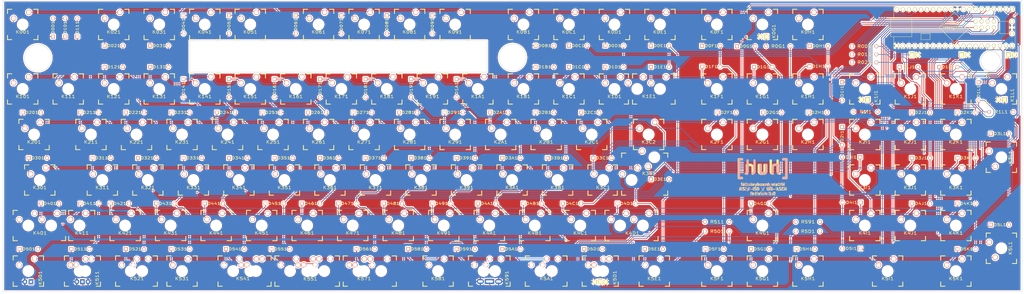
<source format=kicad_pcb>
(kicad_pcb (version 4) (host pcbnew 4.0.5+dfsg1-4)
  (title_block (title JIS110R) (rev 0.0) (company null))
  (layers (0 F.Cu signal) (31 B.Cu signal) (34 B.Paste user) (35 F.Paste user) (36 B.SilkS user) (37 F.SilkS user) (38 B.Mask user) (39 F.Mask user) (44 Edge.Cuts user))
  (net 0 "")
  (net 1 /COL_11)
  (net 2 /COL_02)
  (net 3 /COL_03)
  (net 4 /COL_04)
  (net 5 /COL_05)
  (net 6 /COL_07)
  (net 7 /COL_08)
  (net 8 /COL_09)
  (net 9 /COL_10)
  (net 10 /COL_13)
  (net 11 /COL_15)
  (net 12 /COL_01)
  (net 13 /COL_16)
  (net 14 /COL_17)
  (net 15 /COL_12)
  (net 16 /COL_14)
  (net 17 /COL_19)
  (net 18 /COL_20)
  (net 19 /COL_21)
  (net 20 /COL_18)
  (net 21 /COL_22)
  (net 22 /GND)
  (net 23 /TX)
  (net 24 /RX)
  (net 25 /COL_06)
  (net 26 /VCC)
  (net 27 /RST)
  (net 28 /SELECT)
  (net 29 /SCLK)
  (net 30 /MOSI)
  (net 31 /MISO)
  (net 32 /ROW_01)
  (net 33 /ROW_02)
  (net 34 /ROW_03)
  (net 35 /ROW_04)
  (net 36 /ROW_05)
  (net 37 /ROW_06)
  (net 38 /VCC1)
  (net 39 "Net-(D0B1-Pad2)")
  (net 40 "Net-(D0C1-Pad2)")
  (net 41 "Net-(D0D1-Pad2)")
  (net 42 "Net-(D0E1-Pad2)")
  (net 43 "Net-(D0F1-Pad2)")
  (net 44 "Net-(D0G1-Pad2)")
  (net 45 "Net-(D0H1-Pad2)")
  (net 46 "Net-(D001-Pad2)")
  (net 47 "Net-(D1A1-Pad2)")
  (net 48 "Net-(D1B1-Pad2)")
  (net 49 "Net-(D1C1-Pad2)")
  (net 50 "Net-(D1D1-Pad2)")
  (net 51 "Net-(D1E1-Pad2)")
  (net 52 "Net-(D1F1-Pad2)")
  (net 53 "Net-(D1G1-Pad2)")
  (net 54 "Net-(D1H1-Pad2)")
  (net 55 "Net-(D1I1-Pad2)")
  (net 56 "Net-(D1J1-Pad2)")
  (net 57 "Net-(D1K1-Pad2)")
  (net 58 "Net-(D1L1-Pad2)")
  (net 59 "Net-(D2A1-Pad2)")
  (net 60 "Net-(D2B1-Pad2)")
  (net 61 "Net-(D2C1-Pad2)")
  (net 62 "Net-(D2F1-Pad2)")
  (net 63 "Net-(D2G1-Pad2)")
  (net 64 "Net-(D2H1-Pad2)")
  (net 65 "Net-(D2I1-Pad2)")
  (net 66 "Net-(D2J1-Pad2)")
  (net 67 "Net-(D2K1-Pad2)")
  (net 68 "Net-(D3A1-Pad2)")
  (net 69 "Net-(D3B1-Pad2)")
  (net 70 "Net-(D3C1-Pad2)")
  (net 71 "Net-(D3E1-Pad2)")
  (net 72 "Net-(D3I1-Pad2)")
  (net 73 "Net-(D3J1-Pad2)")
  (net 74 "Net-(D3K1-Pad2)")
  (net 75 "Net-(D3L1-Pad2)")
  (net 76 "Net-(D4A1-Pad2)")
  (net 77 "Net-(D4B1-Pad2)")
  (net 78 "Net-(D4C1-Pad2)")
  (net 79 "Net-(D4D1-Pad2)")
  (net 80 "Net-(D4G1-Pad2)")
  (net 81 "Net-(D4I1-Pad2)")
  (net 82 "Net-(D4J1-Pad2)")
  (net 83 "Net-(D4K1-Pad2)")
  (net 84 "Net-(D5A1-Pad2)")
  (net 85 "Net-(D5D1-Pad2)")
  (net 86 "Net-(D5E1-Pad2)")
  (net 87 "Net-(D5F1-Pad2)")
  (net 88 "Net-(D5G1-Pad2)")
  (net 89 "Net-(D5H1-Pad2)")
  (net 90 "Net-(D5I1-Pad2)")
  (net 91 "Net-(D5K1-Pad2)")
  (net 92 "Net-(D5L1-Pad2)")
  (net 93 "Net-(D021-Pad2)")
  (net 94 "Net-(D031-Pad2)")
  (net 95 "Net-(D041-Pad2)")
  (net 96 "Net-(D051-Pad2)")
  (net 97 "Net-(D061-Pad2)")
  (net 98 "Net-(D071-Pad2)")
  (net 99 "Net-(D081-Pad2)")
  (net 100 "Net-(D091-Pad2)")
  (net 101 "Net-(D101-Pad2)")
  (net 102 "Net-(D111-Pad2)")
  (net 103 "Net-(D121-Pad2)")
  (net 104 "Net-(D131-Pad2)")
  (net 105 "Net-(D141-Pad2)")
  (net 106 "Net-(D151-Pad2)")
  (net 107 "Net-(D161-Pad2)")
  (net 108 "Net-(D171-Pad2)")
  (net 109 "Net-(D181-Pad2)")
  (net 110 "Net-(D191-Pad2)")
  (net 111 "Net-(D201-Pad2)")
  (net 112 "Net-(D211-Pad2)")
  (net 113 "Net-(D221-Pad2)")
  (net 114 "Net-(D231-Pad2)")
  (net 115 "Net-(D241-Pad2)")
  (net 116 "Net-(D251-Pad2)")
  (net 117 "Net-(D261-Pad2)")
  (net 118 "Net-(D271-Pad2)")
  (net 119 "Net-(D281-Pad2)")
  (net 120 "Net-(D291-Pad2)")
  (net 121 "Net-(D301-Pad2)")
  (net 122 "Net-(D311-Pad2)")
  (net 123 "Net-(D321-Pad2)")
  (net 124 "Net-(D331-Pad2)")
  (net 125 "Net-(D341-Pad2)")
  (net 126 "Net-(D351-Pad2)")
  (net 127 "Net-(D361-Pad2)")
  (net 128 "Net-(D371-Pad2)")
  (net 129 "Net-(D381-Pad2)")
  (net 130 "Net-(D391-Pad2)")
  (net 131 "Net-(D401-Pad2)")
  (net 132 "Net-(D411-Pad2)")
  (net 133 "Net-(D421-Pad2)")
  (net 134 "Net-(D431-Pad2)")
  (net 135 "Net-(D441-Pad2)")
  (net 136 "Net-(D451-Pad2)")
  (net 137 "Net-(D461-Pad2)")
  (net 138 "Net-(D471-Pad2)")
  (net 139 "Net-(D481-Pad2)")
  (net 140 "Net-(D491-Pad2)")
  (net 141 "Net-(D501-Pad2)")
  (net 142 "Net-(D511-Pad2)")
  (net 143 "Net-(D521-Pad2)")
  (net 144 "Net-(D531-Pad2)")
  (net 145 "Net-(D541-Pad2)")
  (net 146 "Net-(D551-Pad2)")
  (net 147 "Net-(D561-Pad2)")
  (net 148 "Net-(D581-Pad2)")
  (net 149 "Net-(D591-Pad2)")
  (net 150 "Net-(L0G1-Pad2)")
  (net 151 "Net-(L001-Pad2)")
  (net 152 "Net-(L1I1-Pad2)")
  (net 153 "Net-(L1L1-Pad2)")
  (net 154 "Net-(L011-Pad2)")
  (net 155 "Net-(L021-Pad2)")
  (net 156 "Net-(L501-Pad2)")
  (net 157 "Net-(L511-Pad2)")
  (net 158 "Net-(L591-Pad2)")
  (net 159 /LED_06)
  (net 160 /LED_07)
  (net 161 /LED_05)
  (net 162 /LED_04)
  (net 163 /LED_03)
  (net 164 /LED_02)
  (net 165 /LED_01)
  (net 166 "Net-(MCU1-Pad32)")
  (net 167 /LED_10)
  (net 168 /LED_09)
  (net 169 /LED_08)
  (net 170 "Net-(L5D1-Pad2)")
  (module null_keyboard:LED_3MM (layer F.Cu) (at 335.3 30.45)
    (fp_text reference L0G1 hide)
    (fp_text value LED hide)
    (pad 1 thru_hole oval (at -1.27 0) (size 1.905 2.159) (drill 0.9906) (layers *.Cu *.Mask F.SilkS) (net 22 /GND))
    (pad 2 thru_hole rect (at 1.27 0) (size 1.905 2.159) (drill 0.9906) (layers *.Cu *.Mask F.SilkS) (net 150 "Net-(L0G1-Pad2)"))
  )
  (module null_keyboard:LED_3MM (layer F.Cu) (at 377.7 56.9)
    (fp_text reference L1I1 hide)
    (fp_text value LED hide)
    (pad 1 thru_hole oval (at -1.27 0) (size 1.905 2.159) (drill 0.9906) (layers *.Cu *.Mask F.SilkS) (net 22 /GND))
    (pad 2 thru_hole rect (at 1.27 0) (size 1.905 2.159) (drill 0.9906) (layers *.Cu *.Mask F.SilkS) (net 152 "Net-(L1I1-Pad2)"))
  )
  (module null_keyboard:LED_3MM (layer F.Cu) (at 435 56.85)
    (fp_text reference L1L1 hide)
    (fp_text value LED hide)
    (pad 1 thru_hole oval (at -1.27 0) (size 1.905 2.159) (drill 0.9906) (layers *.Cu *.Mask F.SilkS) (net 22 /GND))
    (pad 2 thru_hole rect (at 1.27 0) (size 1.905 2.159) (drill 0.9906) (layers *.Cu *.Mask F.SilkS) (net 153 "Net-(L1L1-Pad2)"))
  )
  (module null_keyboard:LED_3MM1 (layer F.Cu) (at 267.1 133.15)
    (fp_text reference L5D1 hide)
    (fp_text value LED hide)
    (pad 1 thru_hole oval (at 2.34 0) (size 1.905 2.159) (drill 0.9906) (layers *.Cu *.Mask F.SilkS) (net 22 /GND))
    (pad 1 thru_hole oval (at -2.34 0) (size 1.905 2.159) (drill 0.9906) (layers *.Cu *.Mask F.SilkS) (net 22 /GND))
    (pad 2 thru_hole rect (at 0 0) (size 1.905 2.159) (drill 0.9906) (layers *.Cu *.Mask F.SilkS) (net 170 "Net-(L5D1-Pad2)"))
  )
  (module null_keyboard:LED_3MM2 (layer F.Cu) (at 220.75 132.95)
    (fp_text reference L591 hide)
    (fp_text value LED hide)
    (pad 1 thru_hole oval (at 3.81 0) (size 2.905 2.159) (drill oval 1.9906 0.9906) (layers *.Cu *.Mask) (net 22 /GND))
    (pad 1 thru_hole oval (at -3.81 0) (size 2.905 2.159) (drill oval 1.9906 0.9906) (layers *.Cu *.Mask) (net 22 /GND))
    (pad 2 thru_hole rect (at 0 0) (size 3.905 2.159) (drill oval 2.9906 0.9906) (layers *.Cu *.Mask) (net 158 "Net-(L591-Pad2)"))
  )
  (module null_keyboard:LED_3MM1 (layer F.Cu) (at 50.4 133.05)
    (fp_text reference L511 hide)
    (fp_text value LED hide)
    (pad 1 thru_hole oval (at 2.34 0) (size 1.905 2.159) (drill 0.9906) (layers *.Cu *.Mask) (net 22 /GND))
    (pad 1 thru_hole oval (at -2.34 0) (size 1.905 2.159) (drill 0.9906) (layers *.Cu *.Mask) (net 22 /GND))
    (pad 2 thru_hole rect (at 0 0) (size 1.905 2.159) (drill 0.9906) (layers *.Cu *.Mask) (net 157 "Net-(L511-Pad2)"))
  )
  (module null_keyboard:LED_3MM (layer F.Cu) (at 27.6 133.1)
    (fp_text reference L501 hide)
    (fp_text value LED hide)
    (pad 1 thru_hole oval (at -1.27 0) (size 1.905 2.159) (drill 0.9906) (layers *.Cu *.Mask) (net 22 /GND))
    (pad 2 thru_hole rect (at 1.27 0) (size 1.905 2.159) (drill 0.9906) (layers *.Cu *.Mask) (net 156 "Net-(L501-Pad2)"))
  )
  (module null_keyboard:CHERRY_PLATE_100H (layer F.Cu) (at 282.575 52.3875)
    (fp_text reference K1E2 hide)
    (fp_text value CHRY_MX hide)
    (pad 1 thru_hole circle (at 2.54 -5.08) (size 2.286 2.286) (drill 1.4986) (layers *.Cu *.SilkS *.Mask) (net 33 /ROW_02) (clearance 0.5))
    (pad 2 thru_hole circle (at -3.81 -2.54) (size 2.286 2.286) (drill 1.4986) (layers *.Cu *.SilkS *.Mask) (net 51 "Net-(D1E1-Pad2)") (clearance 0.5))
    (pad "" np_thru_hole circle (at 0 0) (size 3.9878 3.9878) (drill 3.9878) (layers *.Cu) (clearance 0.5))
  )
  (module null_keyboard:CHERRY_PLATE_200H (layer F.Cu) (at 292.1 52.3875)
    (fp_text reference K1E1 (at -4.6 3.1125) (layer F.SilkS) (effects (font (size 1.27 1.524) (thickness 0.2032))))
    (fp_text value CHRY_MX hide)
    (pad 1 thru_hole circle (at 2.54 -5.08) (size 2.286 2.286) (drill 1.4986) (layers *.Cu *.SilkS *.Mask) (net 33 /ROW_02) (clearance 0.5))
    (pad 2 thru_hole circle (at -3.81 -2.54) (size 2.286 2.286) (drill 1.4986) (layers *.Cu *.SilkS *.Mask) (net 51 "Net-(D1E1-Pad2)") (clearance 0.5))
    (pad "" np_thru_hole circle (at 0 0) (size 3.9878 3.9878) (drill 3.9878) (layers *.Cu) (clearance 0.5))
  )
  (module null_keyboard:CHERRY_PLATE_100H (layer F.Cu) (at 273.05 52.3875)
    (fp_text reference K1D1 (at 0 3.175) (layer F.SilkS) (effects (font (size 1.27 1.524) (thickness 0.2032))))
    (fp_text value CHRY_MX hide)
    (pad 1 thru_hole circle (at 2.54 -5.08) (size 2.286 2.286) (drill 1.4986) (layers *.Cu *.SilkS *.Mask) (net 33 /ROW_02) (clearance 0.5))
    (pad 2 thru_hole circle (at -3.81 -2.54) (size 2.286 2.286) (drill 1.4986) (layers *.Cu *.SilkS *.Mask) (net 50 "Net-(D1D1-Pad2)") (clearance 0.5))
    (pad "" np_thru_hole circle (at 0 0) (size 3.9878 3.9878) (drill 3.9878) (layers *.Cu) (clearance 0.5))
  )
  (module null_keyboard:CHERRY_PLATE_175H (layer F.Cu) (at 284.956 109.538)
    (fp_text reference K4D1 (at -4.456 3.212) (layer F.SilkS) (effects (font (size 1.27 1.524) (thickness 0.2032))))
    (fp_text value CHRY_MX hide)
    (pad 1 thru_hole circle (at 2.54 -5.08) (size 2.286 2.286) (drill 1.4986) (layers *.Cu *.SilkS *.Mask) (net 36 /ROW_05) (clearance 0.5))
    (pad 2 thru_hole circle (at -3.81 -2.54) (size 2.286 2.286) (drill 1.4986) (layers *.Cu *.SilkS *.Mask) (net 79 "Net-(D4D1-Pad2)") (clearance 0.5))
    (pad "" np_thru_hole circle (at 0 0) (size 3.9878 3.9878) (drill 3.9878) (layers *.Cu) (clearance 0.5))
  )
  (module null_keyboard:CHERRY_PLATE_275H (layer F.Cu) (at 275.415 109.538)
    (fp_text reference K4D2 hide)
    (fp_text value CHRY_MX hide)
    (pad 1 thru_hole circle (at 2.54 -5.08) (size 2.286 2.286) (drill 1.4986) (layers *.Cu *.SilkS *.Mask) (net 36 /ROW_05) (clearance 0.5))
    (pad 2 thru_hole circle (at -3.81 -2.54) (size 2.286 2.286) (drill 1.4986) (layers *.Cu *.SilkS *.Mask) (net 79 "Net-(D4D1-Pad2)") (clearance 0.5))
    (pad "" np_thru_hole circle (at 0 0) (size 3.9878 3.9878) (drill 3.9878) (layers *.Cu) (clearance 0.5))
  )
  (module null_keyboard:CHERRY_PLATE_225H (layer F.Cu) (at 280.195 90.4875)
    (fp_text reference K3E2 hide)
    (fp_text value CHRY_MX hide)
    (pad 1 thru_hole circle (at 2.54 -5.08) (size 2.286 2.286) (drill 1.4986) (layers *.Cu *.SilkS *.Mask) (net 35 /ROW_04) (clearance 0.5))
    (pad 2 thru_hole circle (at -3.81 -2.54) (size 2.286 2.286) (drill 1.4986) (layers *.Cu *.SilkS *.Mask) (net 71 "Net-(D3E1-Pad2)") (clearance 0.5))
    (pad "" np_thru_hole circle (at 0 0) (size 3.9878 3.9878) (drill 3.9878) (layers *.Cu) (clearance 0.5))
  )
  (module null_keyboard:CHERRY_PLATE_200H (layer F.Cu) (at 289.735 80.9625 90)
    (fp_text reference K3E1 (at -6.7875 -2.235 180) (layer F.SilkS) (effects (font (size 1.27 1.524) (thickness 0.2032))))
    (fp_text value CHRY_MX hide)
    (pad 1 thru_hole circle (at 2.54 -5.08 90) (size 2.286 2.286) (drill 1.4986) (layers *.Cu *.SilkS *.Mask) (net 35 /ROW_04) (clearance 0.5))
    (pad 2 thru_hole circle (at -3.81 -2.54 90) (size 2.286 2.286) (drill 1.4986) (layers *.Cu *.SilkS *.Mask) (net 71 "Net-(D3E1-Pad2)") (clearance 0.5))
    (pad "" np_thru_hole circle (at 0 0 90) (size 3.9878 3.9878) (drill 3.9878) (layers *.Cu) (clearance 0.5))
  )
  (module null_keyboard:CHERRY_PLATE_150H (layer F.Cu) (at 268.288 90.4875)
    (fp_text reference K3C1 (at 0 3.175) (layer F.SilkS) (effects (font (size 1.27 1.524) (thickness 0.2032))))
    (fp_text value CHRY_MX hide)
    (pad 1 thru_hole circle (at 2.54 -5.08) (size 2.286 2.286) (drill 1.4986) (layers *.Cu *.SilkS *.Mask) (net 35 /ROW_04) (clearance 0.5))
    (pad 2 thru_hole circle (at -3.81 -2.54) (size 2.286 2.286) (drill 1.4986) (layers *.Cu *.SilkS *.Mask) (net 70 "Net-(D3C1-Pad2)") (clearance 0.5))
    (pad "" np_thru_hole circle (at 0 0) (size 3.9878 3.9878) (drill 3.9878) (layers *.Cu) (clearance 0.5))
  )
  (module null_keyboard:CHERRY_PLATE_200H (layer F.Cu) (at 120.65 128.588)
    (fp_text reference K541 (at -3.05 3.162) (layer F.SilkS) (effects (font (size 1.27 1.524) (thickness 0.2032))))
    (fp_text value CHRY_MX hide)
    (pad 1 thru_hole circle (at 2.54 -5.08) (size 2.286 2.286) (drill 1.4986) (layers *.Cu *.SilkS *.Mask) (net 37 /ROW_06) (clearance 0.5))
    (pad 2 thru_hole circle (at -3.81 -2.54) (size 2.286 2.286) (drill 1.4986) (layers *.Cu *.SilkS *.Mask) (net 145 "Net-(D541-Pad2)") (clearance 0.5))
    (pad "" np_thru_hole circle (at 0 0) (size 3.9878 3.9878) (drill 3.9878) (layers *.Cu) (clearance 0.5))
  )
  (module null_keyboard:CHERRY_PLATE_125H (layer F.Cu) (at 223.056 128.588)
    (fp_text reference K591 (at 4.994 2.812 90) (layer F.SilkS) (effects (font (size 1.27 1.524) (thickness 0.2032))))
    (fp_text value CHRY_MX hide)
    (pad 1 thru_hole circle (at 2.54 -5.08) (size 2.032 2.032) (drill 1.4986) (layers *.Cu *.SilkS *.Mask) (net 37 /ROW_06) (clearance 0.5))
    (pad 2 thru_hole circle (at -3.81 -2.54) (size 2.032 2.032) (drill 1.4986) (layers *.Cu *.SilkS *.Mask) (net 149 "Net-(D591-Pad2)") (clearance 0.5))
    (pad "" np_thru_hole circle (at 0 0) (size 3.9878 3.9878) (drill 3.9878) (layers *.Cu) (clearance 0.5))
  )
  (module null_keyboard:CHERRY_PLATE_125H (layer F.Cu) (at 218.281 128.588)
    (fp_text reference K592 hide)
    (fp_text value CHRY_MX hide)
    (pad 1 thru_hole circle (at 2.54 -5.08) (size 2.032 2.032) (drill 1.4986) (layers *.Cu *.SilkS *.Mask) (net 37 /ROW_06) (clearance 0.5))
    (pad 2 thru_hole circle (at -3.81 -2.54) (size 2.032 2.032) (drill 1.4986) (layers *.Cu *.SilkS *.Mask) (net 149 "Net-(D591-Pad2)") (clearance 0.5))
    (pad "" np_thru_hole circle (at 0 0) (size 3.9878 3.9878) (drill 3.9878) (layers *.Cu) (clearance 0.5))
  )
  (module null_keyboard:CHERRY_PLATE_100H (layer F.Cu) (at 268.288 128.588)
    (fp_text reference K5D1 (at 4.912 2.762 90) (layer F.SilkS) (effects (font (size 1.27 1.524) (thickness 0.2032))))
    (fp_text value CHRY_MX hide)
    (pad 1 thru_hole circle (at 2.54 -5.08) (size 2.286 2.286) (drill 1.4986) (layers *.Cu *.SilkS *.Mask) (net 37 /ROW_06) (clearance 0.5))
    (pad 2 thru_hole circle (at -3.81 -2.54) (size 2.286 2.286) (drill 1.4986) (layers *.Cu *.SilkS *.Mask) (net 85 "Net-(D5D1-Pad2)") (clearance 0.5))
    (pad "" np_thru_hole circle (at 0 0) (size 3.9878 3.9878) (drill 3.9878) (layers *.Cu) (clearance 0.5))
  )
  (module null_keyboard:CHERRY_PLATE_125H (layer F.Cu) (at 265.906 128.588)
    (fp_text reference K5D2 hide)
    (fp_text value CHRY_MX hide)
    (pad 1 thru_hole circle (at 2.54 -5.08) (size 2.032 2.032) (drill 1.4986) (layers *.Cu *.SilkS *.Mask) (net 37 /ROW_06) (clearance 0.5))
    (pad 2 thru_hole circle (at -3.81 -2.54) (size 2.032 2.032) (drill 1.4986) (layers *.Cu *.SilkS *.Mask) (net 85 "Net-(D5D1-Pad2)") (clearance 0.5))
    (pad "" np_thru_hole circle (at 0 0) (size 3.9878 3.9878) (drill 3.9878) (layers *.Cu) (clearance 0.5))
  )
  (module null_keyboard:CHERRY_PLATE_125H (layer F.Cu) (at 246.856 128.588)
    (fp_text reference K5A1 (at -2.256 3.162) (layer F.SilkS) (effects (font (size 1.27 1.524) (thickness 0.2032))))
    (fp_text value CHRY_MX hide)
    (pad 1 thru_hole circle (at 2.54 -5.08) (size 2.032 2.032) (drill 1.4986) (layers *.Cu *.SilkS *.Mask) (net 37 /ROW_06) (clearance 0.5))
    (pad 2 thru_hole circle (at -3.81 -2.54) (size 2.032 2.032) (drill 1.4986) (layers *.Cu *.SilkS *.Mask) (net 84 "Net-(D5A1-Pad2)") (clearance 0.5))
    (pad "" np_thru_hole circle (at 0 0) (size 3.9878 3.9878) (drill 3.9878) (layers *.Cu) (clearance 0.5))
  )
  (module null_keyboard:CHERRY_PLATE_125H (layer F.Cu) (at 242.094 128.588)
    (fp_text reference K5A2 hide)
    (fp_text value CHRY_MX hide)
    (pad 1 thru_hole circle (at 2.54 -5.08) (size 2.032 2.032) (drill 1.4986) (layers *.Cu *.SilkS *.Mask) (net 37 /ROW_06) (clearance 0.5))
    (pad 2 thru_hole circle (at -3.81 -2.54) (size 2.032 2.032) (drill 1.4986) (layers *.Cu *.SilkS *.Mask) (net 84 "Net-(D5A1-Pad2)") (clearance 0.5))
    (pad "" np_thru_hole circle (at 0 0) (size 3.9878 3.9878) (drill 3.9878) (layers *.Cu) (clearance 0.5))
  )
  (module null_keyboard:CHERRY_PLATE_225H (layer F.Cu) (at 165.894 128.588)
    (fp_text reference K573 hide)
    (fp_text value CHRY_MX hide)
    (pad 1 thru_hole circle (at 2.54 -5.08) (size 2.286 2.286) (drill 1.4986) (layers *.Cu *.SilkS *.Mask) (net 37 /ROW_06) (clearance 0.5))
    (pad 2 thru_hole circle (at -3.81 -2.54) (size 2.286 2.286) (drill 1.4986) (layers *.Cu *.SilkS *.Mask) (net 147 "Net-(D561-Pad2)") (clearance 0.5))
    (pad "" np_thru_hole circle (at 0 0) (size 3.9878 3.9878) (drill 3.9878) (layers *.Cu) (clearance 0.5))
  )
  (module null_keyboard:CHERRY_PLATE_200H (layer F.Cu) (at 168.272 128.588)
    (fp_text reference K571 (at 0 3.175) (layer F.SilkS) (effects (font (size 1.27 1.524) (thickness 0.2032))))
    (fp_text value CHRY_MX hide)
    (pad 1 thru_hole circle (at 2.54 -5.08) (size 2.286 2.286) (drill 1.4986) (layers *.Cu *.SilkS *.Mask) (net 37 /ROW_06) (clearance 0.5))
    (pad 2 thru_hole circle (at -3.81 -2.54) (size 2.286 2.286) (drill 1.4986) (layers *.Cu *.SilkS *.Mask) (net 147 "Net-(D561-Pad2)") (clearance 0.5))
    (pad "" np_thru_hole circle (at 0 0) (size 3.9878 3.9878) (drill 3.9878) (layers *.Cu) (clearance 0.5))
  )
  (module null_keyboard:CHERRY_PLATE_125H (layer F.Cu) (at 175.425 128.588)
    (fp_text reference K572 hide)
    (fp_text value CHRY_MX hide)
    (pad 1 thru_hole circle (at 2.54 -5.08) (size 2.032 2.032) (drill 1.4986) (layers *.Cu *.SilkS *.Mask) (net 37 /ROW_06) (clearance 0.5))
    (pad 2 thru_hole circle (at -3.81 -2.54) (size 2.032 2.032) (drill 1.4986) (layers *.Cu *.SilkS *.Mask) (net 147 "Net-(D561-Pad2)") (clearance 0.5))
    (pad "" np_thru_hole circle (at 0 0) (size 3.9878 3.9878) (drill 3.9878) (layers *.Cu) (clearance 0.5))
  )
  (module null_keyboard:CHERRY_PLATE_125H (layer F.Cu) (at 151.606 128.588)
    (fp_text reference K553 hide)
    (fp_text value CHRY_MX hide)
    (pad 1 thru_hole circle (at 2.54 -5.08) (size 2.032 2.032) (drill 1.4986) (layers *.Cu *.SilkS *.Mask) (net 37 /ROW_06) (clearance 0.5))
    (pad 2 thru_hole circle (at -3.81 -2.54) (size 2.032 2.032) (drill 1.4986) (layers *.Cu *.SilkS *.Mask) (net 146 "Net-(D551-Pad2)") (clearance 0.5))
    (pad "" np_thru_hole circle (at 0 0) (size 3.9878 3.9878) (drill 3.9878) (layers *.Cu) (clearance 0.5))
  )
  (module null_keyboard:CHERRY_PLATE_450H (layer F.Cu) (at 144.462 128.588)
    (fp_text reference K552 hide)
    (fp_text value CHRY_MX hide)
    (pad 1 thru_hole circle (at 2.54 -5.08) (size 2.286 2.286) (drill 1.4986) (layers *.Cu *.SilkS *.Mask) (net 37 /ROW_06) (clearance 0.5))
    (pad 2 thru_hole circle (at -3.81 -2.54) (size 2.286 2.286) (drill 1.4986) (layers *.Cu *.SilkS *.Mask) (net 146 "Net-(D551-Pad2)") (clearance 0.5))
    (pad "" np_thru_hole circle (at 0 0) (size 3.9878 3.9878) (drill 3.9878) (layers *.Cu) (clearance 0.5))
  )
  (module null_keyboard:CHERRY_PLATE_125H (layer F.Cu) (at 137.287 128.588)
    (fp_text reference K554 hide)
    (fp_text value CHRY_MX hide)
    (pad 1 thru_hole circle (at 2.54 -5.08) (size 2.032 2.032) (drill 1.4986) (layers *.Cu *.SilkS *.Mask) (net 37 /ROW_06) (clearance 0.5))
    (pad 2 thru_hole circle (at -3.81 -2.54) (size 2.032 2.032) (drill 1.4986) (layers *.Cu *.SilkS *.Mask) (net 146 "Net-(D551-Pad2)") (clearance 0.5))
    (pad "" np_thru_hole circle (at 0 0) (size 3.9878 3.9878) (drill 3.9878) (layers *.Cu) (clearance 0.5))
  )
  (module null_keyboard:CHERRY_PLATE_125H (layer F.Cu) (at 113.487 128.588)
    (fp_text reference K543 hide)
    (fp_text value CHRY_MX hide)
    (pad 1 thru_hole circle (at 2.54 -5.08) (size 2.032 2.032) (drill 1.4986) (layers *.Cu *.SilkS *.Mask) (net 37 /ROW_06) (clearance 0.5))
    (pad 2 thru_hole circle (at -3.81 -2.54) (size 2.032 2.032) (drill 1.4986) (layers *.Cu *.SilkS *.Mask) (net 145 "Net-(D541-Pad2)") (clearance 0.5))
    (pad "" np_thru_hole circle (at 0 0) (size 3.9878 3.9878) (drill 3.9878) (layers *.Cu) (clearance 0.5))
  )
  (module null_keyboard:CHERRY_PLATE_625H (layer F.Cu) (at 146.844 128.588)
    (fp_text reference K551 (at -1.094 3.312) (layer F.SilkS) (effects (font (size 1.27 1.524) (thickness 0.2032))))
    (fp_text value CHRY_MX hide)
    (pad 1 thru_hole circle (at 2.54 -5.08) (size 2.286 2.286) (drill 1.4986) (layers *.Cu *.SilkS *.Mask) (net 37 /ROW_06) (clearance 0.5))
    (pad 2 thru_hole circle (at -3.81 -2.54) (size 2.286 2.286) (drill 1.4986) (layers *.Cu *.SilkS *.Mask) (net 146 "Net-(D551-Pad2)") (clearance 0.5))
    (pad "" np_thru_hole circle (at 0 0) (size 3.9878 3.9878) (drill 3.9878) (layers *.Cu) (clearance 0.5))
  )
  (module null_keyboard:CHERRY_PLATE_225H (layer F.Cu) (at 123.015 128.588)
    (fp_text reference K542 hide)
    (fp_text value CHRY_MX hide)
    (pad 1 thru_hole circle (at 2.54 -5.08) (size 2.286 2.286) (drill 1.4986) (layers *.Cu *.SilkS *.Mask) (net 37 /ROW_06) (clearance 0.5))
    (pad 2 thru_hole circle (at -3.81 -2.54) (size 2.286 2.286) (drill 1.4986) (layers *.Cu *.SilkS *.Mask) (net 145 "Net-(D541-Pad2)") (clearance 0.5))
    (pad "" np_thru_hole circle (at 0 0) (size 3.9878 3.9878) (drill 3.9878) (layers *.Cu) (clearance 0.5))
  )
  (module null_keyboard:CHERRY_PLATE_100H (layer F.Cu) (at 49.1966 109.538)
    (fp_text reference K411 (at 0.9534 3.162) (layer F.SilkS) (effects (font (size 1.27 1.524) (thickness 0.2032))))
    (fp_text value CHRY_MX hide)
    (pad 1 thru_hole circle (at 2.54 -5.08) (size 2.286 2.286) (drill 1.4986) (layers *.Cu *.SilkS *.Mask) (net 36 /ROW_05) (clearance 0.5))
    (pad 2 thru_hole circle (at -3.81 -2.54) (size 2.286 2.286) (drill 1.4986) (layers *.Cu *.SilkS *.Mask) (net 132 "Net-(D411-Pad2)") (clearance 0.5))
    (pad "" np_thru_hole circle (at 0 0) (size 3.9878 3.9878) (drill 3.9878) (layers *.Cu) (clearance 0.5))
  )
  (module null_keyboard:CHERRY_PLATE_225H (layer F.Cu) (at 37.3078 109.538)
    (fp_text reference K401 (at -4.7078 3.162) (layer F.SilkS) (effects (font (size 1.27 1.524) (thickness 0.2032))))
    (fp_text value CHRY_MX hide)
    (pad 1 thru_hole circle (at 2.54 -5.08) (size 2.286 2.286) (drill 1.4986) (layers *.Cu *.SilkS *.Mask) (net 36 /ROW_05) (clearance 0.5))
    (pad 2 thru_hole circle (at -3.81 -2.54) (size 2.286 2.286) (drill 1.4986) (layers *.Cu *.SilkS *.Mask) (net 131 "Net-(D401-Pad2)") (clearance 0.5))
    (pad "" np_thru_hole circle (at 0 0) (size 3.9878 3.9878) (drill 3.9878) (layers *.Cu) (clearance 0.5))
  )
  (module null_keyboard:CHERRY_PLATE_125H (layer F.Cu) (at 27.7654 109.538)
    (fp_text reference K402 hide)
    (fp_text value CHRY_MX hide)
    (pad 1 thru_hole circle (at 2.54 -5.08) (size 2.032 2.032) (drill 1.4986) (layers *.Cu *.SilkS *.Mask) (net 36 /ROW_05) (clearance 0.5))
    (pad 2 thru_hole circle (at -3.81 -2.54) (size 2.032 2.032) (drill 1.4986) (layers *.Cu *.SilkS *.Mask) (net 131 "Net-(D401-Pad2)") (clearance 0.5))
    (pad "" np_thru_hole circle (at 0 0) (size 3.9878 3.9878) (drill 3.9878) (layers *.Cu) (clearance 0.5))
  )
  (module null_keyboard:CHERRY_PLATE_125H (layer F.Cu) (at 75.4062 128.588)
    (fp_text reference K522 hide)
    (fp_text value CHRY_MX hide)
    (pad 1 thru_hole circle (at 2.54 -5.08) (size 2.032 2.032) (drill 1.4986) (layers *.Cu *.SilkS *.Mask) (net 37 /ROW_06) (clearance 0.5))
    (pad 2 thru_hole circle (at -3.81 -2.54) (size 2.032 2.032) (drill 1.4986) (layers *.Cu *.SilkS *.Mask) (net 143 "Net-(D521-Pad2)") (clearance 0.5))
    (pad "" np_thru_hole circle (at 0 0) (size 3.9878 3.9878) (drill 3.9878) (layers *.Cu) (clearance 0.5))
  )
  (module null_keyboard:CHERRY_PLATE_125H (layer F.Cu) (at 70.6438 128.588)
    (fp_text reference K521 (at 2.6062 3.162) (layer F.SilkS) (effects (font (size 1.27 1.524) (thickness 0.2032))))
    (fp_text value CHRY_MX hide)
    (pad 1 thru_hole circle (at 2.54 -5.08) (size 2.032 2.032) (drill 1.4986) (layers *.Cu *.SilkS *.Mask) (net 37 /ROW_06) (clearance 0.5))
    (pad 2 thru_hole circle (at -3.81 -2.54) (size 2.032 2.032) (drill 1.4986) (layers *.Cu *.SilkS *.Mask) (net 143 "Net-(D521-Pad2)") (clearance 0.5))
    (pad "" np_thru_hole circle (at 0 0) (size 3.9878 3.9878) (drill 3.9878) (layers *.Cu) (clearance 0.5))
  )
  (module null_keyboard:CHERRY_PLATE_125H (layer F.Cu) (at 51.5938 128.588)
    (fp_text reference K512 hide)
    (fp_text value CHRY_MX hide)
    (pad 1 thru_hole circle (at 2.54 -5.08) (size 2.032 2.032) (drill 1.4986) (layers *.Cu *.SilkS *.Mask) (net 37 /ROW_06) (clearance 0.5))
    (pad 2 thru_hole circle (at -3.81 -2.54) (size 2.032 2.032) (drill 1.4986) (layers *.Cu *.SilkS *.Mask) (net 142 "Net-(D511-Pad2)") (clearance 0.5))
    (pad "" np_thru_hole circle (at 0 0) (size 3.9878 3.9878) (drill 3.9878) (layers *.Cu) (clearance 0.5))
  )
  (module null_keyboard:CHERRY_PLATE_100H (layer F.Cu) (at 49.2125 128.588)
    (fp_text reference K511 (at 7.3375 2.912 90) (layer F.SilkS) (effects (font (size 1.27 1.524) (thickness 0.2032))))
    (fp_text value CHRY_MX hide)
    (pad 1 thru_hole circle (at 2.54 -5.08) (size 2.286 2.286) (drill 1.4986) (layers *.Cu *.SilkS *.Mask) (net 37 /ROW_06) (clearance 0.5))
    (pad 2 thru_hole circle (at -3.81 -2.54) (size 2.286 2.286) (drill 1.4986) (layers *.Cu *.SilkS *.Mask) (net 142 "Net-(D511-Pad2)") (clearance 0.5))
    (pad "" np_thru_hole circle (at 0 0) (size 3.9878 3.9878) (drill 3.9878) (layers *.Cu) (clearance 0.5))
  )
  (module null_keyboard:DIODE (layer F.Cu) (at 243.84 34.29 180)
    (fp_text reference D0B1 (at 0 0 180) (layer F.SilkS) (effects (font (size 1.1 1.4) (thickness 0.2032))))
    (fp_text value 1N4148 hide)
    (pad 1 thru_hole circle (at -3.81 0 180) (size 1.651 1.651) (drill 0.9906) (layers *.Cu *.SilkS *.Mask) (net 15 /COL_12))
    (pad 2 thru_hole rect (at 3.81 0 180) (size 1.651 1.651) (drill 0.9906) (layers *.Cu *.SilkS *.Mask) (net 39 "Net-(D0B1-Pad2)"))
  )
  (module null_keyboard:DIODE (layer F.Cu) (at 257.81 34.29 180)
    (fp_text reference D0C1 (at 0 0 180) (layer F.SilkS) (effects (font (size 1.1 1.4) (thickness 0.2032))))
    (fp_text value 1N4148 hide)
    (pad 1 thru_hole circle (at -3.81 0 180) (size 1.651 1.651) (drill 0.9906) (layers *.Cu *.SilkS *.Mask) (net 10 /COL_13))
    (pad 2 thru_hole rect (at 3.81 0 180) (size 1.651 1.651) (drill 0.9906) (layers *.Cu *.SilkS *.Mask) (net 40 "Net-(D0C1-Pad2)"))
  )
  (module null_keyboard:DIODE (layer F.Cu) (at 273.05 34.29 180)
    (fp_text reference D0D1 (at 0 0 180) (layer F.SilkS) (effects (font (size 1.1 1.4) (thickness 0.2032))))
    (fp_text value 1N4148 hide)
    (pad 1 thru_hole circle (at -3.81 0 180) (size 1.651 1.651) (drill 0.9906) (layers *.Cu *.SilkS *.Mask) (net 16 /COL_14))
    (pad 2 thru_hole rect (at 3.81 0 180) (size 1.651 1.651) (drill 0.9906) (layers *.Cu *.SilkS *.Mask) (net 41 "Net-(D0D1-Pad2)"))
  )
  (module null_keyboard:DIODE (layer F.Cu) (at 292.1 34.29 180)
    (fp_text reference D0E1 (at 0 0 180) (layer F.SilkS) (effects (font (size 1.1 1.4) (thickness 0.2032))))
    (fp_text value 1N4148 hide)
    (pad 1 thru_hole circle (at -3.81 0 180) (size 1.651 1.651) (drill 0.9906) (layers *.Cu *.SilkS *.Mask) (net 11 /COL_15))
    (pad 2 thru_hole rect (at 3.81 0 180) (size 1.651 1.651) (drill 0.9906) (layers *.Cu *.SilkS *.Mask) (net 42 "Net-(D0E1-Pad2)"))
  )
  (module null_keyboard:DIODE (layer F.Cu) (at 313.5 34.35 180)
    (fp_text reference D0F1 (at 0 0 180) (layer F.SilkS) (effects (font (size 1.1 1.4) (thickness 0.2032))))
    (fp_text value 1N4148 hide)
    (pad 1 thru_hole circle (at -3.81 0 180) (size 1.651 1.651) (drill 0.9906) (layers *.Cu *.SilkS *.Mask) (net 13 /COL_16))
    (pad 2 thru_hole rect (at 3.81 0 180) (size 1.651 1.651) (drill 0.9906) (layers *.Cu *.SilkS *.Mask) (net 43 "Net-(D0F1-Pad2)"))
  )
  (module null_keyboard:DIODE (layer F.Cu) (at 328.15 34.5 180)
    (fp_text reference D0G1 (at 0 0 180) (layer F.SilkS) (effects (font (size 1.1 1.4) (thickness 0.2032))))
    (fp_text value 1N4148 hide)
    (pad 1 thru_hole circle (at -3.81 0 180) (size 1.651 1.651) (drill 0.9906) (layers *.Cu *.SilkS *.Mask) (net 14 /COL_17))
    (pad 2 thru_hole rect (at 3.81 0 180) (size 1.651 1.651) (drill 0.9906) (layers *.Cu *.SilkS *.Mask) (net 44 "Net-(D0G1-Pad2)"))
  )
  (module null_keyboard:DIODE (layer F.Cu) (at 358.6 34.4 180)
    (fp_text reference D0H1 (at 0 0 180) (layer F.SilkS) (effects (font (size 1.1 1.4) (thickness 0.2032))))
    (fp_text value 1N4148 hide)
    (pad 1 thru_hole circle (at -3.81 0 180) (size 1.651 1.651) (drill 0.9906) (layers *.Cu *.SilkS *.Mask) (net 20 /COL_18))
    (pad 2 thru_hole rect (at 3.81 0 180) (size 1.651 1.651) (drill 0.9906) (layers *.Cu *.SilkS *.Mask) (net 45 "Net-(D0H1-Pad2)"))
  )
  (module null_keyboard:DIODE (layer F.Cu) (at 38.1 26.67 270)
    (fp_text reference D001 (at 0 0 270) (layer F.SilkS) (effects (font (size 1.1 1.4) (thickness 0.2032))))
    (fp_text value 1N4148 hide)
    (pad 1 thru_hole circle (at -3.81 0 270) (size 1.651 1.651) (drill 0.9906) (layers *.Cu *.SilkS *.Mask) (net 12 /COL_01))
    (pad 2 thru_hole rect (at 3.81 0 270) (size 1.651 1.651) (drill 0.9906) (layers *.Cu *.SilkS *.Mask) (net 46 "Net-(D001-Pad2)"))
  )
  (module null_keyboard:DIODE (layer F.Cu) (at 207.01 52.07 90)
    (fp_text reference D1A1 (at 0 0 90) (layer F.SilkS) (effects (font (size 1.1 1.4) (thickness 0.2032))))
    (fp_text value 1N4148 hide)
    (pad 1 thru_hole circle (at -3.81 0 90) (size 1.651 1.651) (drill 0.9906) (layers *.Cu *.SilkS *.Mask) (net 1 /COL_11))
    (pad 2 thru_hole rect (at 3.81 0 90) (size 1.651 1.651) (drill 0.9906) (layers *.Cu *.SilkS *.Mask) (net 47 "Net-(D1A1-Pad2)"))
  )
  (module null_keyboard:DIODE (layer F.Cu) (at 243.84 43.18 180)
    (fp_text reference D1B1 (at 0 0 180) (layer F.SilkS) (effects (font (size 1.1 1.4) (thickness 0.2032))))
    (fp_text value 1N4148 hide)
    (pad 1 thru_hole circle (at -3.81 0 180) (size 1.651 1.651) (drill 0.9906) (layers *.Cu *.SilkS *.Mask) (net 15 /COL_12))
    (pad 2 thru_hole rect (at 3.81 0 180) (size 1.651 1.651) (drill 0.9906) (layers *.Cu *.SilkS *.Mask) (net 48 "Net-(D1B1-Pad2)"))
  )
  (module null_keyboard:DIODE (layer F.Cu) (at 257.81 43.18 180)
    (fp_text reference D1C1 (at 0 0 180) (layer F.SilkS) (effects (font (size 1.1 1.4) (thickness 0.2032))))
    (fp_text value 1N4148 hide)
    (pad 1 thru_hole circle (at -3.81 0 180) (size 1.651 1.651) (drill 0.9906) (layers *.Cu *.SilkS *.Mask) (net 10 /COL_13))
    (pad 2 thru_hole rect (at 3.81 0 180) (size 1.651 1.651) (drill 0.9906) (layers *.Cu *.SilkS *.Mask) (net 49 "Net-(D1C1-Pad2)"))
  )
  (module null_keyboard:DIODE (layer F.Cu) (at 273.05 43.18 180)
    (fp_text reference D1D1 (at 0 0 180) (layer F.SilkS) (effects (font (size 1.1 1.4) (thickness 0.2032))))
    (fp_text value 1N4148 hide)
    (pad 1 thru_hole circle (at -3.81 0 180) (size 1.651 1.651) (drill 0.9906) (layers *.Cu *.SilkS *.Mask) (net 16 /COL_14))
    (pad 2 thru_hole rect (at 3.81 0 180) (size 1.651 1.651) (drill 0.9906) (layers *.Cu *.SilkS *.Mask) (net 50 "Net-(D1D1-Pad2)"))
  )
  (module null_keyboard:DIODE (layer F.Cu) (at 292.1 43.18 180)
    (fp_text reference D1E1 (at 0 0 180) (layer F.SilkS) (effects (font (size 1.1 1.4) (thickness 0.2032))))
    (fp_text value 1N4148 hide)
    (pad 1 thru_hole circle (at -3.81 0 180) (size 1.651 1.651) (drill 0.9906) (layers *.Cu *.SilkS *.Mask) (net 11 /COL_15))
    (pad 2 thru_hole rect (at 3.81 0 180) (size 1.651 1.651) (drill 0.9906) (layers *.Cu *.SilkS *.Mask) (net 51 "Net-(D1E1-Pad2)"))
  )
  (module null_keyboard:DIODE (layer F.Cu) (at 313.55 43.05 180)
    (fp_text reference D1F1 (at 0 0 180) (layer F.SilkS) (effects (font (size 1.1 1.4) (thickness 0.2032))))
    (fp_text value 1N4148 hide)
    (pad 1 thru_hole circle (at -3.81 0 180) (size 1.651 1.651) (drill 0.9906) (layers *.Cu *.SilkS *.Mask) (net 13 /COL_16))
    (pad 2 thru_hole rect (at 3.81 0 180) (size 1.651 1.651) (drill 0.9906) (layers *.Cu *.SilkS *.Mask) (net 52 "Net-(D1F1-Pad2)"))
  )
  (module null_keyboard:DIODE (layer F.Cu) (at 335.28 43.18 180)
    (fp_text reference D1G1 (at 0 0 180) (layer F.SilkS) (effects (font (size 1.1 1.4) (thickness 0.2032))))
    (fp_text value 1N4148 hide)
    (pad 1 thru_hole circle (at -3.81 0 180) (size 1.651 1.651) (drill 0.9906) (layers *.Cu *.SilkS *.Mask) (net 14 /COL_17))
    (pad 2 thru_hole rect (at 3.81 0 180) (size 1.651 1.651) (drill 0.9906) (layers *.Cu *.SilkS *.Mask) (net 53 "Net-(D1G1-Pad2)"))
  )
  (module null_keyboard:DIODE (layer F.Cu) (at 358.45 42.9 180)
    (fp_text reference D1H1 (at 0 0 180) (layer F.SilkS) (effects (font (size 1.1 1.4) (thickness 0.2032))))
    (fp_text value 1N4148 hide)
    (pad 1 thru_hole circle (at -3.81 0 180) (size 1.651 1.651) (drill 0.9906) (layers *.Cu *.SilkS *.Mask) (net 20 /COL_18))
    (pad 2 thru_hole rect (at 3.81 0 180) (size 1.651 1.651) (drill 0.9906) (layers *.Cu *.SilkS *.Mask) (net 54 "Net-(D1H1-Pad2)"))
  )
  (module null_keyboard:DIODE (layer F.Cu) (at 368.3 53.35 90)
    (fp_text reference D1I1 (at 0 0 90) (layer F.SilkS) (effects (font (size 1.1 1.4) (thickness 0.2032))))
    (fp_text value 1N4148 hide)
    (pad 1 thru_hole circle (at -3.81 0 90) (size 1.651 1.651) (drill 0.9906) (layers *.Cu *.SilkS *.Mask) (net 17 /COL_19))
    (pad 2 thru_hole rect (at 3.81 0 90) (size 1.651 1.651) (drill 0.9906) (layers *.Cu *.SilkS *.Mask) (net 55 "Net-(D1I1-Pad2)"))
  )
  (module null_keyboard:DIODE (layer F.Cu) (at 396.24 43.18 180)
    (fp_text reference D1J1 (at 0 0 180) (layer F.SilkS) (effects (font (size 1.1 1.4) (thickness 0.2032))))
    (fp_text value 1N4148 hide)
    (pad 1 thru_hole circle (at -3.81 0 180) (size 1.651 1.651) (drill 0.9906) (layers *.Cu *.SilkS *.Mask) (net 18 /COL_20))
    (pad 2 thru_hole rect (at 3.81 0 180) (size 1.651 1.651) (drill 0.9906) (layers *.Cu *.SilkS *.Mask) (net 56 "Net-(D1J1-Pad2)"))
  )
  (module null_keyboard:DIODE (layer F.Cu) (at 412.75 43.18 180)
    (fp_text reference D1K1 (at 0 0 180) (layer F.SilkS) (effects (font (size 1.1 1.4) (thickness 0.2032))))
    (fp_text value 1N4148 hide)
    (pad 1 thru_hole circle (at -3.81 0 180) (size 1.651 1.651) (drill 0.9906) (layers *.Cu *.SilkS *.Mask) (net 19 /COL_21))
    (pad 2 thru_hole rect (at 3.81 0 180) (size 1.651 1.651) (drill 0.9906) (layers *.Cu *.SilkS *.Mask) (net 57 "Net-(D1K1-Pad2)"))
  )
  (module null_keyboard:DIODE (layer F.Cu) (at 425.45 53.34 90)
    (fp_text reference D1L1 (at 0 0 90) (layer F.SilkS) (effects (font (size 1.1 1.4) (thickness 0.2032))))
    (fp_text value 1N4148 hide)
    (pad 1 thru_hole circle (at -3.81 0 90) (size 1.651 1.651) (drill 0.9906) (layers *.Cu *.SilkS *.Mask) (net 21 /COL_22))
    (pad 2 thru_hole rect (at 3.81 0 90) (size 1.651 1.651) (drill 0.9906) (layers *.Cu *.SilkS *.Mask) (net 58 "Net-(D1L1-Pad2)"))
  )
  (module null_keyboard:DIODE (layer F.Cu) (at 224.79 62.23 180)
    (fp_text reference D2A1 (at 0 0 180) (layer F.SilkS) (effects (font (size 1.1 1.4) (thickness 0.2032))))
    (fp_text value 1N4148 hide)
    (pad 1 thru_hole circle (at -3.81 0 180) (size 1.651 1.651) (drill 0.9906) (layers *.Cu *.SilkS *.Mask) (net 1 /COL_11))
    (pad 2 thru_hole rect (at 3.81 0 180) (size 1.651 1.651) (drill 0.9906) (layers *.Cu *.SilkS *.Mask) (net 59 "Net-(D2A1-Pad2)"))
  )
  (module null_keyboard:DIODE (layer F.Cu) (at 243.84 62.23 180)
    (fp_text reference D2B1 (at 0 0 180) (layer F.SilkS) (effects (font (size 1.1 1.4) (thickness 0.2032))))
    (fp_text value 1N4148 hide)
    (pad 1 thru_hole circle (at -3.81 0 180) (size 1.651 1.651) (drill 0.9906) (layers *.Cu *.SilkS *.Mask) (net 15 /COL_12))
    (pad 2 thru_hole rect (at 3.81 0 180) (size 1.651 1.651) (drill 0.9906) (layers *.Cu *.SilkS *.Mask) (net 60 "Net-(D2B1-Pad2)"))
  )
  (module null_keyboard:DIODE (layer F.Cu) (at 262.89 62.23 180)
    (fp_text reference D2C1 (at 0 0 180) (layer F.SilkS) (effects (font (size 1.1 1.4) (thickness 0.2032))))
    (fp_text value 1N4148 hide)
    (pad 1 thru_hole circle (at -3.81 0 180) (size 1.651 1.651) (drill 0.9906) (layers *.Cu *.SilkS *.Mask) (net 10 /COL_13))
    (pad 2 thru_hole rect (at 3.81 0 180) (size 1.651 1.651) (drill 0.9906) (layers *.Cu *.SilkS *.Mask) (net 61 "Net-(D2C1-Pad2)"))
  )
  (module null_keyboard:DIODE (layer F.Cu) (at 320.04 62.23 180)
    (fp_text reference D2F1 (at 0 0 180) (layer F.SilkS) (effects (font (size 1.1 1.4) (thickness 0.2032))))
    (fp_text value 1N4148 hide)
    (pad 1 thru_hole circle (at -3.81 0 180) (size 1.651 1.651) (drill 0.9906) (layers *.Cu *.SilkS *.Mask) (net 13 /COL_16))
    (pad 2 thru_hole rect (at 3.81 0 180) (size 1.651 1.651) (drill 0.9906) (layers *.Cu *.SilkS *.Mask) (net 62 "Net-(D2F1-Pad2)"))
  )
  (module null_keyboard:DIODE (layer F.Cu) (at 339.09 62.23 180)
    (fp_text reference D2G1 (at 0 0 180) (layer F.SilkS) (effects (font (size 1.1 1.4) (thickness 0.2032))))
    (fp_text value 1N4148 hide)
    (pad 1 thru_hole circle (at -3.81 0 180) (size 1.651 1.651) (drill 0.9906) (layers *.Cu *.SilkS *.Mask) (net 14 /COL_17))
    (pad 2 thru_hole rect (at 3.81 0 180) (size 1.651 1.651) (drill 0.9906) (layers *.Cu *.SilkS *.Mask) (net 63 "Net-(D2G1-Pad2)"))
  )
  (module null_keyboard:DIODE (layer F.Cu) (at 358.14 62.23 180)
    (fp_text reference D2H1 (at 0 0 180) (layer F.SilkS) (effects (font (size 1.1 1.4) (thickness 0.2032))))
    (fp_text value 1N4148 hide)
    (pad 1 thru_hole circle (at -3.81 0 180) (size 1.651 1.651) (drill 0.9906) (layers *.Cu *.SilkS *.Mask) (net 20 /COL_18))
    (pad 2 thru_hole rect (at 3.81 0 180) (size 1.651 1.651) (drill 0.9906) (layers *.Cu *.SilkS *.Mask) (net 64 "Net-(D2H1-Pad2)"))
  )
  (module null_keyboard:DIODE (layer F.Cu) (at 368.3 72.1 90)
    (fp_text reference D2I1 (at 0 0 90) (layer F.SilkS) (effects (font (size 1.1 1.4) (thickness 0.2032))))
    (fp_text value 1N4148 hide)
    (pad 1 thru_hole circle (at -3.81 0 90) (size 1.651 1.651) (drill 0.9906) (layers *.Cu *.SilkS *.Mask) (net 17 /COL_19))
    (pad 2 thru_hole rect (at 3.81 0 90) (size 1.651 1.651) (drill 0.9906) (layers *.Cu *.SilkS *.Mask) (net 65 "Net-(D2I1-Pad2)"))
  )
  (module null_keyboard:DIODE (layer F.Cu) (at 401.32 62.23 180)
    (fp_text reference D2J1 (at 0 0 180) (layer F.SilkS) (effects (font (size 1.1 1.4) (thickness 0.2032))))
    (fp_text value 1N4148 hide)
    (pad 1 thru_hole circle (at -3.81 0 180) (size 1.651 1.651) (drill 0.9906) (layers *.Cu *.SilkS *.Mask) (net 18 /COL_20))
    (pad 2 thru_hole rect (at 3.81 0 180) (size 1.651 1.651) (drill 0.9906) (layers *.Cu *.SilkS *.Mask) (net 66 "Net-(D2J1-Pad2)"))
  )
  (module null_keyboard:DIODE (layer F.Cu) (at 420.37 62.23 180)
    (fp_text reference D2K1 (at 0 0 180) (layer F.SilkS) (effects (font (size 1.1 1.4) (thickness 0.2032))))
    (fp_text value 1N4148 hide)
    (pad 1 thru_hole circle (at -3.81 0 180) (size 1.651 1.651) (drill 0.9906) (layers *.Cu *.SilkS *.Mask) (net 19 /COL_21))
    (pad 2 thru_hole rect (at 3.81 0 180) (size 1.651 1.651) (drill 0.9906) (layers *.Cu *.SilkS *.Mask) (net 67 "Net-(D2K1-Pad2)"))
  )
  (module null_keyboard:DIODE (layer F.Cu) (at 229.87 81.28 180)
    (fp_text reference D3A1 (at 0 0 180) (layer F.SilkS) (effects (font (size 1.1 1.4) (thickness 0.2032))))
    (fp_text value 1N4148 hide)
    (pad 1 thru_hole circle (at -3.81 0 180) (size 1.651 1.651) (drill 0.9906) (layers *.Cu *.SilkS *.Mask) (net 1 /COL_11))
    (pad 2 thru_hole rect (at 3.81 0 180) (size 1.651 1.651) (drill 0.9906) (layers *.Cu *.SilkS *.Mask) (net 68 "Net-(D3A1-Pad2)"))
  )
  (module null_keyboard:DIODE (layer F.Cu) (at 248.92 81.28 180)
    (fp_text reference D3B1 (at 0 0 180) (layer F.SilkS) (effects (font (size 1.1 1.4) (thickness 0.2032))))
    (fp_text value 1N4148 hide)
    (pad 1 thru_hole circle (at -3.81 0 180) (size 1.651 1.651) (drill 0.9906) (layers *.Cu *.SilkS *.Mask) (net 15 /COL_12))
    (pad 2 thru_hole rect (at 3.81 0 180) (size 1.651 1.651) (drill 0.9906) (layers *.Cu *.SilkS *.Mask) (net 69 "Net-(D3B1-Pad2)"))
  )
  (module null_keyboard:DIODE (layer F.Cu) (at 267.97 81.28 180)
    (fp_text reference D3C1 (at 0 0 180) (layer F.SilkS) (effects (font (size 1.1 1.4) (thickness 0.2032))))
    (fp_text value 1N4148 hide)
    (pad 1 thru_hole circle (at -3.81 0 180) (size 1.651 1.651) (drill 0.9906) (layers *.Cu *.SilkS *.Mask) (net 10 /COL_13))
    (pad 2 thru_hole rect (at 3.81 0 180) (size 1.651 1.651) (drill 0.9906) (layers *.Cu *.SilkS *.Mask) (net 70 "Net-(D3C1-Pad2)"))
  )
  (module null_keyboard:DIODE (layer F.Cu) (at 292.1 90.17 180)
    (fp_text reference D3E1 (at 0 0 180) (layer F.SilkS) (effects (font (size 1.1 1.4) (thickness 0.2032))))
    (fp_text value 1N4148 hide)
    (pad 1 thru_hole circle (at -3.81 0 180) (size 1.651 1.651) (drill 0.9906) (layers *.Cu *.SilkS *.Mask) (net 11 /COL_15))
    (pad 2 thru_hole rect (at 3.81 0 180) (size 1.651 1.651) (drill 0.9906) (layers *.Cu *.SilkS *.Mask) (net 71 "Net-(D3E1-Pad2)"))
  )
  (module null_keyboard:DIODE (layer F.Cu) (at 372.05 80.95)
    (fp_text reference D3I1 (at 0 0) (layer F.SilkS) (effects (font (size 1.1 1.4) (thickness 0.2032))))
    (fp_text value 1N4148 hide)
    (pad 1 thru_hole circle (at -3.81 0) (size 1.651 1.651) (drill 0.9906) (layers *.Cu *.SilkS *.Mask) (net 17 /COL_19))
    (pad 2 thru_hole rect (at 3.81 0) (size 1.651 1.651) (drill 0.9906) (layers *.Cu *.SilkS *.Mask) (net 72 "Net-(D3I1-Pad2)"))
  )
  (module null_keyboard:DIODE (layer F.Cu) (at 401.32 81.28 180)
    (fp_text reference D3J1 (at 0 0 180) (layer F.SilkS) (effects (font (size 1.1 1.4) (thickness 0.2032))))
    (fp_text value 1N4148 hide)
    (pad 1 thru_hole circle (at -3.81 0 180) (size 1.651 1.651) (drill 0.9906) (layers *.Cu *.SilkS *.Mask) (net 18 /COL_20))
    (pad 2 thru_hole rect (at 3.81 0 180) (size 1.651 1.651) (drill 0.9906) (layers *.Cu *.SilkS *.Mask) (net 73 "Net-(D3J1-Pad2)"))
  )
  (module null_keyboard:DIODE (layer F.Cu) (at 420.37 81.28 180)
    (fp_text reference D3K1 (at 0 0 180) (layer F.SilkS) (effects (font (size 1.1 1.4) (thickness 0.2032))))
    (fp_text value 1N4148 hide)
    (pad 1 thru_hole circle (at -3.81 0 180) (size 1.651 1.651) (drill 0.9906) (layers *.Cu *.SilkS *.Mask) (net 19 /COL_21))
    (pad 2 thru_hole rect (at 3.81 0 180) (size 1.651 1.651) (drill 0.9906) (layers *.Cu *.SilkS *.Mask) (net 74 "Net-(D3K1-Pad2)"))
  )
  (module null_keyboard:DIODE (layer F.Cu) (at 434.34 71.12 180)
    (fp_text reference D3L1 (at 0 0 180) (layer F.SilkS) (effects (font (size 1.1 1.4) (thickness 0.2032))))
    (fp_text value 1N4148 hide)
    (pad 1 thru_hole circle (at -3.81 0 180) (size 1.651 1.651) (drill 0.9906) (layers *.Cu *.SilkS *.Mask) (net 21 /COL_22))
    (pad 2 thru_hole rect (at 3.81 0 180) (size 1.651 1.651) (drill 0.9906) (layers *.Cu *.SilkS *.Mask) (net 75 "Net-(D3L1-Pad2)"))
  )
  (module null_keyboard:DIODE (layer F.Cu) (at 219.71 100.33 180)
    (fp_text reference D4A1 (at 0 0 180) (layer F.SilkS) (effects (font (size 1.1 1.4) (thickness 0.2032))))
    (fp_text value 1N4148 hide)
    (pad 1 thru_hole circle (at -3.81 0 180) (size 1.651 1.651) (drill 0.9906) (layers *.Cu *.SilkS *.Mask) (net 1 /COL_11))
    (pad 2 thru_hole rect (at 3.81 0 180) (size 1.651 1.651) (drill 0.9906) (layers *.Cu *.SilkS *.Mask) (net 76 "Net-(D4A1-Pad2)"))
  )
  (module null_keyboard:DIODE (layer F.Cu) (at 238.76 100.33 180)
    (fp_text reference D4B1 (at 0 0 180) (layer F.SilkS) (effects (font (size 1.1 1.4) (thickness 0.2032))))
    (fp_text value 1N4148 hide)
    (pad 1 thru_hole circle (at -3.81 0 180) (size 1.651 1.651) (drill 0.9906) (layers *.Cu *.SilkS *.Mask) (net 15 /COL_12))
    (pad 2 thru_hole rect (at 3.81 0 180) (size 1.651 1.651) (drill 0.9906) (layers *.Cu *.SilkS *.Mask) (net 77 "Net-(D4B1-Pad2)"))
  )
  (module null_keyboard:DIODE (layer F.Cu) (at 255.27 100.33 180)
    (fp_text reference D4C1 (at 0 0 180) (layer F.SilkS) (effects (font (size 1.1 1.4) (thickness 0.2032))))
    (fp_text value 1N4148 hide)
    (pad 1 thru_hole circle (at -3.81 0 180) (size 1.651 1.651) (drill 0.9906) (layers *.Cu *.SilkS *.Mask) (net 10 /COL_13))
    (pad 2 thru_hole rect (at 3.81 0 180) (size 1.651 1.651) (drill 0.9906) (layers *.Cu *.SilkS *.Mask) (net 78 "Net-(D4C1-Pad2)"))
  )
  (module null_keyboard:DIODE (layer F.Cu) (at 278.13 100.33 180)
    (fp_text reference D4D1 (at 0 0 180) (layer F.SilkS) (effects (font (size 1.1 1.4) (thickness 0.2032))))
    (fp_text value 1N4148 hide)
    (pad 1 thru_hole circle (at -3.81 0 180) (size 1.651 1.651) (drill 0.9906) (layers *.Cu *.SilkS *.Mask) (net 16 /COL_14))
    (pad 2 thru_hole rect (at 3.81 0 180) (size 1.651 1.651) (drill 0.9906) (layers *.Cu *.SilkS *.Mask) (net 79 "Net-(D4D1-Pad2)"))
  )
  (module null_keyboard:DIODE (layer F.Cu) (at 334.01 100.33 180)
    (fp_text reference D4G1 (at 0 0 180) (layer F.SilkS) (effects (font (size 1.1 1.4) (thickness 0.2032))))
    (fp_text value 1N4148 hide)
    (pad 1 thru_hole circle (at -3.81 0 180) (size 1.651 1.651) (drill 0.9906) (layers *.Cu *.SilkS *.Mask) (net 14 /COL_17))
    (pad 2 thru_hole rect (at 3.81 0 180) (size 1.651 1.651) (drill 0.9906) (layers *.Cu *.SilkS *.Mask) (net 80 "Net-(D4G1-Pad2)"))
  )
  (module null_keyboard:DIODE (layer F.Cu) (at 372.3 99.9)
    (fp_text reference D4I1 (at 0 0) (layer F.SilkS) (effects (font (size 1.1 1.4) (thickness 0.2032))))
    (fp_text value 1N4148 hide)
    (pad 1 thru_hole circle (at -3.81 0) (size 1.651 1.651) (drill 0.9906) (layers *.Cu *.SilkS *.Mask) (net 17 /COL_19))
    (pad 2 thru_hole rect (at 3.81 0) (size 1.651 1.651) (drill 0.9906) (layers *.Cu *.SilkS *.Mask) (net 81 "Net-(D4I1-Pad2)"))
  )
  (module null_keyboard:DIODE (layer F.Cu) (at 401.32 100.33 180)
    (fp_text reference D4J1 (at 0 0 180) (layer F.SilkS) (effects (font (size 1.1 1.4) (thickness 0.2032))))
    (fp_text value 1N4148 hide)
    (pad 1 thru_hole circle (at -3.81 0 180) (size 1.651 1.651) (drill 0.9906) (layers *.Cu *.SilkS *.Mask) (net 18 /COL_20))
    (pad 2 thru_hole rect (at 3.81 0 180) (size 1.651 1.651) (drill 0.9906) (layers *.Cu *.SilkS *.Mask) (net 82 "Net-(D4J1-Pad2)"))
  )
  (module null_keyboard:DIODE (layer F.Cu) (at 420.37 100.33 180)
    (fp_text reference D4K1 (at 0 0 180) (layer F.SilkS) (effects (font (size 1.1 1.4) (thickness 0.2032))))
    (fp_text value 1N4148 hide)
    (pad 1 thru_hole circle (at -3.81 0 180) (size 1.651 1.651) (drill 0.9906) (layers *.Cu *.SilkS *.Mask) (net 19 /COL_21))
    (pad 2 thru_hole rect (at 3.81 0 180) (size 1.651 1.651) (drill 0.9906) (layers *.Cu *.SilkS *.Mask) (net 83 "Net-(D4K1-Pad2)"))
  )
  (module null_keyboard:DIODE (layer F.Cu) (at 229.87 119.38 180)
    (fp_text reference D5A1 (at 0 0 180) (layer F.SilkS) (effects (font (size 1.1 1.4) (thickness 0.2032))))
    (fp_text value 1N4148 hide)
    (pad 1 thru_hole circle (at -3.81 0 180) (size 1.651 1.651) (drill 0.9906) (layers *.Cu *.SilkS *.Mask) (net 1 /COL_11))
    (pad 2 thru_hole rect (at 3.81 0 180) (size 1.651 1.651) (drill 0.9906) (layers *.Cu *.SilkS *.Mask) (net 84 "Net-(D5A1-Pad2)"))
  )
  (module null_keyboard:DIODE (layer F.Cu) (at 264.16 119.38 180)
    (fp_text reference D5D1 (at 0 0 180) (layer F.SilkS) (effects (font (size 1.1 1.4) (thickness 0.2032))))
    (fp_text value 1N4148 hide)
    (pad 1 thru_hole circle (at -3.81 0 180) (size 1.651 1.651) (drill 0.9906) (layers *.Cu *.SilkS *.Mask) (net 16 /COL_14))
    (pad 2 thru_hole rect (at 3.81 0 180) (size 1.651 1.651) (drill 0.9906) (layers *.Cu *.SilkS *.Mask) (net 85 "Net-(D5D1-Pad2)"))
  )
  (module null_keyboard:DIODE (layer F.Cu) (at 289.56 119.38 180)
    (fp_text reference D5E1 (at 0 0 180) (layer F.SilkS) (effects (font (size 1.1 1.4) (thickness 0.2032))))
    (fp_text value 1N4148 hide)
    (pad 1 thru_hole circle (at -3.81 0 180) (size 1.651 1.651) (drill 0.9906) (layers *.Cu *.SilkS *.Mask) (net 11 /COL_15))
    (pad 2 thru_hole rect (at 3.81 0 180) (size 1.651 1.651) (drill 0.9906) (layers *.Cu *.SilkS *.Mask) (net 86 "Net-(D5E1-Pad2)"))
  )
  (module null_keyboard:DIODE (layer F.Cu) (at 314.96 119.38 180)
    (fp_text reference D5F1 (at 0 0 180) (layer F.SilkS) (effects (font (size 1.1 1.4) (thickness 0.2032))))
    (fp_text value 1N4148 hide)
    (pad 1 thru_hole circle (at -3.81 0 180) (size 1.651 1.651) (drill 0.9906) (layers *.Cu *.SilkS *.Mask) (net 13 /COL_16))
    (pad 2 thru_hole rect (at 3.81 0 180) (size 1.651 1.651) (drill 0.9906) (layers *.Cu *.SilkS *.Mask) (net 87 "Net-(D5F1-Pad2)"))
  )
  (module null_keyboard:DIODE (layer F.Cu) (at 334.01 119.38 180)
    (fp_text reference D5G1 (at 0 0 180) (layer F.SilkS) (effects (font (size 1.1 1.4) (thickness 0.2032))))
    (fp_text value 1N4148 hide)
    (pad 1 thru_hole circle (at -3.81 0 180) (size 1.651 1.651) (drill 0.9906) (layers *.Cu *.SilkS *.Mask) (net 14 /COL_17))
    (pad 2 thru_hole rect (at 3.81 0 180) (size 1.651 1.651) (drill 0.9906) (layers *.Cu *.SilkS *.Mask) (net 88 "Net-(D5G1-Pad2)"))
  )
  (module null_keyboard:DIODE (layer F.Cu) (at 353.06 119.38 180)
    (fp_text reference D5H1 (at 0 0 180) (layer F.SilkS) (effects (font (size 1.1 1.4) (thickness 0.2032))))
    (fp_text value 1N4148 hide)
    (pad 1 thru_hole circle (at -3.81 0 180) (size 1.651 1.651) (drill 0.9906) (layers *.Cu *.SilkS *.Mask) (net 20 /COL_18))
    (pad 2 thru_hole rect (at 3.81 0 180) (size 1.651 1.651) (drill 0.9906) (layers *.Cu *.SilkS *.Mask) (net 89 "Net-(D5H1-Pad2)"))
  )
  (module null_keyboard:DIODE (layer F.Cu) (at 372.15 119.15)
    (fp_text reference D5I1 (at 0 0) (layer F.SilkS) (effects (font (size 1.1 1.4) (thickness 0.2032))))
    (fp_text value 1N4148 hide)
    (pad 1 thru_hole circle (at -3.81 0) (size 1.651 1.651) (drill 0.9906) (layers *.Cu *.SilkS *.Mask) (net 17 /COL_19))
    (pad 2 thru_hole rect (at 3.81 0) (size 1.651 1.651) (drill 0.9906) (layers *.Cu *.SilkS *.Mask) (net 90 "Net-(D5I1-Pad2)"))
  )
  (module null_keyboard:DIODE (layer F.Cu) (at 420.37 119.38 180)
    (fp_text reference D5K1 (at 0 0 180) (layer F.SilkS) (effects (font (size 1.1 1.4) (thickness 0.2032))))
    (fp_text value 1N4148 hide)
    (pad 1 thru_hole circle (at -3.81 0 180) (size 1.651 1.651) (drill 0.9906) (layers *.Cu *.SilkS *.Mask) (net 19 /COL_21))
    (pad 2 thru_hole rect (at 3.81 0 180) (size 1.651 1.651) (drill 0.9906) (layers *.Cu *.SilkS *.Mask) (net 91 "Net-(D5K1-Pad2)"))
  )
  (module null_keyboard:DIODE (layer F.Cu) (at 434.34 109.22 180)
    (fp_text reference D5L1 (at 0 0 180) (layer F.SilkS) (effects (font (size 1.1 1.4) (thickness 0.2032))))
    (fp_text value 1N4148 hide)
    (pad 1 thru_hole circle (at -3.81 0 180) (size 1.651 1.651) (drill 0.9906) (layers *.Cu *.SilkS *.Mask) (net 21 /COL_22))
    (pad 2 thru_hole rect (at 3.81 0 180) (size 1.651 1.651) (drill 0.9906) (layers *.Cu *.SilkS *.Mask) (net 92 "Net-(D5L1-Pad2)"))
  )
  (module null_keyboard:DIODE (layer F.Cu) (at 63.5 34.29 180)
    (fp_text reference D021 (at 0 0 180) (layer F.SilkS) (effects (font (size 1.1 1.4) (thickness 0.2032))))
    (fp_text value 1N4148 hide)
    (pad 1 thru_hole circle (at -3.81 0 180) (size 1.651 1.651) (drill 0.9906) (layers *.Cu *.SilkS *.Mask) (net 3 /COL_03))
    (pad 2 thru_hole rect (at 3.81 0 180) (size 1.651 1.651) (drill 0.9906) (layers *.Cu *.SilkS *.Mask) (net 93 "Net-(D021-Pad2)"))
  )
  (module null_keyboard:DIODE (layer F.Cu) (at 82.55 34.29 180)
    (fp_text reference D031 (at 0 0 180) (layer F.SilkS) (effects (font (size 1.1 1.4) (thickness 0.2032))))
    (fp_text value 1N4148 hide)
    (pad 1 thru_hole circle (at -3.81 0 180) (size 1.651 1.651) (drill 0.9906) (layers *.Cu *.SilkS *.Mask) (net 4 /COL_04))
    (pad 2 thru_hole rect (at 3.81 0 180) (size 1.651 1.651) (drill 0.9906) (layers *.Cu *.SilkS *.Mask) (net 94 "Net-(D031-Pad2)"))
  )
  (module null_keyboard:DIODE (layer F.Cu) (at 92.71 25.4 90)
    (fp_text reference D041 (at 0 0 90) (layer F.SilkS) (effects (font (size 1.1 1.4) (thickness 0.2032))))
    (fp_text value 1N4148 hide)
    (pad 1 thru_hole circle (at -3.81 0 90) (size 1.651 1.651) (drill 0.9906) (layers *.Cu *.SilkS *.Mask) (net 5 /COL_05))
    (pad 2 thru_hole rect (at 3.81 0 90) (size 1.651 1.651) (drill 0.9906) (layers *.Cu *.SilkS *.Mask) (net 95 "Net-(D041-Pad2)"))
  )
  (module null_keyboard:DIODE (layer F.Cu) (at 111.76 25.4 90)
    (fp_text reference D051 (at 0 0 90) (layer F.SilkS) (effects (font (size 1.1 1.4) (thickness 0.2032))))
    (fp_text value 1N4148 hide)
    (pad 1 thru_hole circle (at -3.81 0 90) (size 1.651 1.651) (drill 0.9906) (layers *.Cu *.SilkS *.Mask) (net 25 /COL_06))
    (pad 2 thru_hole rect (at 3.81 0 90) (size 1.651 1.651) (drill 0.9906) (layers *.Cu *.SilkS *.Mask) (net 96 "Net-(D051-Pad2)"))
  )
  (module null_keyboard:DIODE (layer F.Cu) (at 139.7 25.4 90)
    (fp_text reference D061 (at 0 0 90) (layer F.SilkS) (effects (font (size 1.1 1.4) (thickness 0.2032))))
    (fp_text value 1N4148 hide)
    (pad 1 thru_hole circle (at -3.81 0 90) (size 1.651 1.651) (drill 0.9906) (layers *.Cu *.SilkS *.Mask) (net 6 /COL_07))
    (pad 2 thru_hole rect (at 3.81 0 90) (size 1.651 1.651) (drill 0.9906) (layers *.Cu *.SilkS *.Mask) (net 97 "Net-(D061-Pad2)"))
  )
  (module null_keyboard:DIODE (layer F.Cu) (at 158.75 25.4 90)
    (fp_text reference D071 (at 0 0 90) (layer F.SilkS) (effects (font (size 1.1 1.4) (thickness 0.2032))))
    (fp_text value 1N4148 hide)
    (pad 1 thru_hole circle (at -3.81 0 90) (size 1.651 1.651) (drill 0.9906) (layers *.Cu *.SilkS *.Mask) (net 7 /COL_08))
    (pad 2 thru_hole rect (at 3.81 0 90) (size 1.651 1.651) (drill 0.9906) (layers *.Cu *.SilkS *.Mask) (net 98 "Net-(D071-Pad2)"))
  )
  (module null_keyboard:DIODE (layer F.Cu) (at 177.8 25.4 90)
    (fp_text reference D081 (at 0 0 90) (layer F.SilkS) (effects (font (size 1.1 1.4) (thickness 0.2032))))
    (fp_text value 1N4148 hide)
    (pad 1 thru_hole circle (at -3.81 0 90) (size 1.651 1.651) (drill 0.9906) (layers *.Cu *.SilkS *.Mask) (net 8 /COL_09))
    (pad 2 thru_hole rect (at 3.81 0 90) (size 1.651 1.651) (drill 0.9906) (layers *.Cu *.SilkS *.Mask) (net 99 "Net-(D081-Pad2)"))
  )
  (module null_keyboard:DIODE (layer F.Cu) (at 196.85 25.4 90)
    (fp_text reference D091 (at 0 0 90) (layer F.SilkS) (effects (font (size 1.1 1.4) (thickness 0.2032))))
    (fp_text value 1N4148 hide)
    (pad 1 thru_hole circle (at -3.81 0 90) (size 1.651 1.651) (drill 0.9906) (layers *.Cu *.SilkS *.Mask) (net 9 /COL_10))
    (pad 2 thru_hole rect (at 3.81 0 90) (size 1.651 1.651) (drill 0.9906) (layers *.Cu *.SilkS *.Mask) (net 100 "Net-(D091-Pad2)"))
  )
  (module null_keyboard:DIODE (layer F.Cu) (at 43.18 26.67 270)
    (fp_text reference D101 (at 0 0 270) (layer F.SilkS) (effects (font (size 1.1 1.4) (thickness 0.2032))))
    (fp_text value 1N4148 hide)
    (pad 1 thru_hole circle (at -3.81 0 270) (size 1.651 1.651) (drill 0.9906) (layers *.Cu *.SilkS *.Mask) (net 12 /COL_01))
    (pad 2 thru_hole rect (at 3.81 0 270) (size 1.651 1.651) (drill 0.9906) (layers *.Cu *.SilkS *.Mask) (net 101 "Net-(D101-Pad2)"))
  )
  (module null_keyboard:DIODE (layer F.Cu) (at 48.26 26.67 270)
    (fp_text reference D111 (at 0 0 270) (layer F.SilkS) (effects (font (size 1.1 1.4) (thickness 0.2032))))
    (fp_text value 1N4148 hide)
    (pad 1 thru_hole circle (at -3.81 0 270) (size 1.651 1.651) (drill 0.9906) (layers *.Cu *.SilkS *.Mask) (net 2 /COL_02))
    (pad 2 thru_hole rect (at 3.81 0 270) (size 1.651 1.651) (drill 0.9906) (layers *.Cu *.SilkS *.Mask) (net 102 "Net-(D111-Pad2)"))
  )
  (module null_keyboard:DIODE (layer F.Cu) (at 63.5 43.18 180)
    (fp_text reference D121 (at 0 0 180) (layer F.SilkS) (effects (font (size 1.1 1.4) (thickness 0.2032))))
    (fp_text value 1N4148 hide)
    (pad 1 thru_hole circle (at -3.81 0 180) (size 1.651 1.651) (drill 0.9906) (layers *.Cu *.SilkS *.Mask) (net 3 /COL_03))
    (pad 2 thru_hole rect (at 3.81 0 180) (size 1.651 1.651) (drill 0.9906) (layers *.Cu *.SilkS *.Mask) (net 103 "Net-(D121-Pad2)"))
  )
  (module null_keyboard:DIODE (layer F.Cu) (at 82.55 43.18 180)
    (fp_text reference D131 (at 0 0 180) (layer F.SilkS) (effects (font (size 1.1 1.4) (thickness 0.2032))))
    (fp_text value 1N4148 hide)
    (pad 1 thru_hole circle (at -3.81 0 180) (size 1.651 1.651) (drill 0.9906) (layers *.Cu *.SilkS *.Mask) (net 4 /COL_04))
    (pad 2 thru_hole rect (at 3.81 0 180) (size 1.651 1.651) (drill 0.9906) (layers *.Cu *.SilkS *.Mask) (net 104 "Net-(D131-Pad2)"))
  )
  (module null_keyboard:DIODE (layer F.Cu) (at 92.71 52.07 90)
    (fp_text reference D141 (at 0 0 90) (layer F.SilkS) (effects (font (size 1.1 1.4) (thickness 0.2032))))
    (fp_text value 1N4148 hide)
    (pad 1 thru_hole circle (at -3.81 0 90) (size 1.651 1.651) (drill 0.9906) (layers *.Cu *.SilkS *.Mask) (net 5 /COL_05))
    (pad 2 thru_hole rect (at 3.81 0 90) (size 1.651 1.651) (drill 0.9906) (layers *.Cu *.SilkS *.Mask) (net 105 "Net-(D141-Pad2)"))
  )
  (module null_keyboard:DIODE (layer F.Cu) (at 111.76 52.07 90)
    (fp_text reference D151 (at 0 0 90) (layer F.SilkS) (effects (font (size 1.1 1.4) (thickness 0.2032))))
    (fp_text value 1N4148 hide)
    (pad 1 thru_hole circle (at -3.81 0 90) (size 1.651 1.651) (drill 0.9906) (layers *.Cu *.SilkS *.Mask) (net 25 /COL_06))
    (pad 2 thru_hole rect (at 3.81 0 90) (size 1.651 1.651) (drill 0.9906) (layers *.Cu *.SilkS *.Mask) (net 106 "Net-(D151-Pad2)"))
  )
  (module null_keyboard:DIODE (layer F.Cu) (at 130.81 52.07 90)
    (fp_text reference D161 (at 0 0 90) (layer F.SilkS) (effects (font (size 1.1 1.4) (thickness 0.2032))))
    (fp_text value 1N4148 hide)
    (pad 1 thru_hole circle (at -3.81 0 90) (size 1.651 1.651) (drill 0.9906) (layers *.Cu *.SilkS *.Mask) (net 6 /COL_07))
    (pad 2 thru_hole rect (at 3.81 0 90) (size 1.651 1.651) (drill 0.9906) (layers *.Cu *.SilkS *.Mask) (net 107 "Net-(D161-Pad2)"))
  )
  (module null_keyboard:DIODE (layer F.Cu) (at 149.86 52.07 90)
    (fp_text reference D171 (at 0 0 90) (layer F.SilkS) (effects (font (size 1.1 1.4) (thickness 0.2032))))
    (fp_text value 1N4148 hide)
    (pad 1 thru_hole circle (at -3.81 0 90) (size 1.651 1.651) (drill 0.9906) (layers *.Cu *.SilkS *.Mask) (net 7 /COL_08))
    (pad 2 thru_hole rect (at 3.81 0 90) (size 1.651 1.651) (drill 0.9906) (layers *.Cu *.SilkS *.Mask) (net 108 "Net-(D171-Pad2)"))
  )
  (module null_keyboard:DIODE (layer F.Cu) (at 168.91 52.07 90)
    (fp_text reference D181 (at 0 0 90) (layer F.SilkS) (effects (font (size 1.1 1.4) (thickness 0.2032))))
    (fp_text value 1N4148 hide)
    (pad 1 thru_hole circle (at -3.81 0 90) (size 1.651 1.651) (drill 0.9906) (layers *.Cu *.SilkS *.Mask) (net 8 /COL_09))
    (pad 2 thru_hole rect (at 3.81 0 90) (size 1.651 1.651) (drill 0.9906) (layers *.Cu *.SilkS *.Mask) (net 109 "Net-(D181-Pad2)"))
  )
  (module null_keyboard:DIODE (layer F.Cu) (at 187.96 52.07 90)
    (fp_text reference D191 (at 0 0 90) (layer F.SilkS) (effects (font (size 1.1 1.4) (thickness 0.2032))))
    (fp_text value 1N4148 hide)
    (pad 1 thru_hole circle (at -3.81 0 90) (size 1.651 1.651) (drill 0.9906) (layers *.Cu *.SilkS *.Mask) (net 9 /COL_10))
    (pad 2 thru_hole rect (at 3.81 0 90) (size 1.651 1.651) (drill 0.9906) (layers *.Cu *.SilkS *.Mask) (net 110 "Net-(D191-Pad2)"))
  )
  (module null_keyboard:DIODE (layer F.Cu) (at 29.21 62.23 180)
    (fp_text reference D201 (at 0 0 180) (layer F.SilkS) (effects (font (size 1.1 1.4) (thickness 0.2032))))
    (fp_text value 1N4148 hide)
    (pad 1 thru_hole circle (at -3.81 0 180) (size 1.651 1.651) (drill 0.9906) (layers *.Cu *.SilkS *.Mask) (net 12 /COL_01))
    (pad 2 thru_hole rect (at 3.81 0 180) (size 1.651 1.651) (drill 0.9906) (layers *.Cu *.SilkS *.Mask) (net 111 "Net-(D201-Pad2)"))
  )
  (module null_keyboard:DIODE (layer F.Cu) (at 53.34 62.23 180)
    (fp_text reference D211 (at 0 0 180) (layer F.SilkS) (effects (font (size 1.1 1.4) (thickness 0.2032))))
    (fp_text value 1N4148 hide)
    (pad 1 thru_hole circle (at -3.81 0 180) (size 1.651 1.651) (drill 0.9906) (layers *.Cu *.SilkS *.Mask) (net 2 /COL_02))
    (pad 2 thru_hole rect (at 3.81 0 180) (size 1.651 1.651) (drill 0.9906) (layers *.Cu *.SilkS *.Mask) (net 112 "Net-(D211-Pad2)"))
  )
  (module null_keyboard:DIODE (layer F.Cu) (at 72.39 62.23 180)
    (fp_text reference D221 (at 0 0 180) (layer F.SilkS) (effects (font (size 1.1 1.4) (thickness 0.2032))))
    (fp_text value 1N4148 hide)
    (pad 1 thru_hole circle (at -3.81 0 180) (size 1.651 1.651) (drill 0.9906) (layers *.Cu *.SilkS *.Mask) (net 3 /COL_03))
    (pad 2 thru_hole rect (at 3.81 0 180) (size 1.651 1.651) (drill 0.9906) (layers *.Cu *.SilkS *.Mask) (net 113 "Net-(D221-Pad2)"))
  )
  (module null_keyboard:DIODE (layer F.Cu) (at 91.44 62.23 180)
    (fp_text reference D231 (at 0 0 180) (layer F.SilkS) (effects (font (size 1.1 1.4) (thickness 0.2032))))
    (fp_text value 1N4148 hide)
    (pad 1 thru_hole circle (at -3.81 0 180) (size 1.651 1.651) (drill 0.9906) (layers *.Cu *.SilkS *.Mask) (net 4 /COL_04))
    (pad 2 thru_hole rect (at 3.81 0 180) (size 1.651 1.651) (drill 0.9906) (layers *.Cu *.SilkS *.Mask) (net 114 "Net-(D231-Pad2)"))
  )
  (module null_keyboard:DIODE (layer F.Cu) (at 110.49 62.23 180)
    (fp_text reference D241 (at 0 0 180) (layer F.SilkS) (effects (font (size 1.1 1.4) (thickness 0.2032))))
    (fp_text value 1N4148 hide)
    (pad 1 thru_hole circle (at -3.81 0 180) (size 1.651 1.651) (drill 0.9906) (layers *.Cu *.SilkS *.Mask) (net 5 /COL_05))
    (pad 2 thru_hole rect (at 3.81 0 180) (size 1.651 1.651) (drill 0.9906) (layers *.Cu *.SilkS *.Mask) (net 115 "Net-(D241-Pad2)"))
  )
  (module null_keyboard:DIODE (layer F.Cu) (at 129.54 62.23 180)
    (fp_text reference D251 (at 0 0 180) (layer F.SilkS) (effects (font (size 1.1 1.4) (thickness 0.2032))))
    (fp_text value 1N4148 hide)
    (pad 1 thru_hole circle (at -3.81 0 180) (size 1.651 1.651) (drill 0.9906) (layers *.Cu *.SilkS *.Mask) (net 25 /COL_06))
    (pad 2 thru_hole rect (at 3.81 0 180) (size 1.651 1.651) (drill 0.9906) (layers *.Cu *.SilkS *.Mask) (net 116 "Net-(D251-Pad2)"))
  )
  (module null_keyboard:DIODE (layer F.Cu) (at 148.59 62.23 180)
    (fp_text reference D261 (at 0 0 180) (layer F.SilkS) (effects (font (size 1.1 1.4) (thickness 0.2032))))
    (fp_text value 1N4148 hide)
    (pad 1 thru_hole circle (at -3.81 0 180) (size 1.651 1.651) (drill 0.9906) (layers *.Cu *.SilkS *.Mask) (net 6 /COL_07))
    (pad 2 thru_hole rect (at 3.81 0 180) (size 1.651 1.651) (drill 0.9906) (layers *.Cu *.SilkS *.Mask) (net 117 "Net-(D261-Pad2)"))
  )
  (module null_keyboard:DIODE (layer F.Cu) (at 167.64 62.23 180)
    (fp_text reference D271 (at 0 0 180) (layer F.SilkS) (effects (font (size 1.1 1.4) (thickness 0.2032))))
    (fp_text value 1N4148 hide)
    (pad 1 thru_hole circle (at -3.81 0 180) (size 1.651 1.651) (drill 0.9906) (layers *.Cu *.SilkS *.Mask) (net 7 /COL_08))
    (pad 2 thru_hole rect (at 3.81 0 180) (size 1.651 1.651) (drill 0.9906) (layers *.Cu *.SilkS *.Mask) (net 118 "Net-(D271-Pad2)"))
  )
  (module null_keyboard:DIODE (layer F.Cu) (at 186.69 62.23 180)
    (fp_text reference D281 (at 0 0 180) (layer F.SilkS) (effects (font (size 1.1 1.4) (thickness 0.2032))))
    (fp_text value 1N4148 hide)
    (pad 1 thru_hole circle (at -3.81 0 180) (size 1.651 1.651) (drill 0.9906) (layers *.Cu *.SilkS *.Mask) (net 8 /COL_09))
    (pad 2 thru_hole rect (at 3.81 0 180) (size 1.651 1.651) (drill 0.9906) (layers *.Cu *.SilkS *.Mask) (net 119 "Net-(D281-Pad2)"))
  )
  (module null_keyboard:DIODE (layer F.Cu) (at 205.74 62.23 180)
    (fp_text reference D291 (at 0 0 180) (layer F.SilkS) (effects (font (size 1.1 1.4) (thickness 0.2032))))
    (fp_text value 1N4148 hide)
    (pad 1 thru_hole circle (at -3.81 0 180) (size 1.651 1.651) (drill 0.9906) (layers *.Cu *.SilkS *.Mask) (net 9 /COL_10))
    (pad 2 thru_hole rect (at 3.81 0 180) (size 1.651 1.651) (drill 0.9906) (layers *.Cu *.SilkS *.Mask) (net 120 "Net-(D291-Pad2)"))
  )
  (module null_keyboard:DIODE (layer F.Cu) (at 31.75 81.28 180)
    (fp_text reference D301 (at 0 0 180) (layer F.SilkS) (effects (font (size 1.1 1.4) (thickness 0.2032))))
    (fp_text value 1N4148 hide)
    (pad 1 thru_hole circle (at -3.81 0 180) (size 1.651 1.651) (drill 0.9906) (layers *.Cu *.SilkS *.Mask) (net 12 /COL_01))
    (pad 2 thru_hole rect (at 3.81 0 180) (size 1.651 1.651) (drill 0.9906) (layers *.Cu *.SilkS *.Mask) (net 121 "Net-(D301-Pad2)"))
  )
  (module null_keyboard:DIODE (layer F.Cu) (at 58.42 81.28 180)
    (fp_text reference D311 (at 0 0 180) (layer F.SilkS) (effects (font (size 1.1 1.4) (thickness 0.2032))))
    (fp_text value 1N4148 hide)
    (pad 1 thru_hole circle (at -3.81 0 180) (size 1.651 1.651) (drill 0.9906) (layers *.Cu *.SilkS *.Mask) (net 2 /COL_02))
    (pad 2 thru_hole rect (at 3.81 0 180) (size 1.651 1.651) (drill 0.9906) (layers *.Cu *.SilkS *.Mask) (net 122 "Net-(D311-Pad2)"))
  )
  (module null_keyboard:DIODE (layer F.Cu) (at 77.47 81.28 180)
    (fp_text reference D321 (at 0 0 180) (layer F.SilkS) (effects (font (size 1.1 1.4) (thickness 0.2032))))
    (fp_text value 1N4148 hide)
    (pad 1 thru_hole circle (at -3.81 0 180) (size 1.651 1.651) (drill 0.9906) (layers *.Cu *.SilkS *.Mask) (net 3 /COL_03))
    (pad 2 thru_hole rect (at 3.81 0 180) (size 1.651 1.651) (drill 0.9906) (layers *.Cu *.SilkS *.Mask) (net 123 "Net-(D321-Pad2)"))
  )
  (module null_keyboard:DIODE (layer F.Cu) (at 96.52 81.28 180)
    (fp_text reference D331 (at 0 0 180) (layer F.SilkS) (effects (font (size 1.1 1.4) (thickness 0.2032))))
    (fp_text value 1N4148 hide)
    (pad 1 thru_hole circle (at -3.81 0 180) (size 1.651 1.651) (drill 0.9906) (layers *.Cu *.SilkS *.Mask) (net 4 /COL_04))
    (pad 2 thru_hole rect (at 3.81 0 180) (size 1.651 1.651) (drill 0.9906) (layers *.Cu *.SilkS *.Mask) (net 124 "Net-(D331-Pad2)"))
  )
  (module null_keyboard:DIODE (layer F.Cu) (at 115.57 81.28 180)
    (fp_text reference D341 (at 0 0 180) (layer F.SilkS) (effects (font (size 1.1 1.4) (thickness 0.2032))))
    (fp_text value 1N4148 hide)
    (pad 1 thru_hole circle (at -3.81 0 180) (size 1.651 1.651) (drill 0.9906) (layers *.Cu *.SilkS *.Mask) (net 5 /COL_05))
    (pad 2 thru_hole rect (at 3.81 0 180) (size 1.651 1.651) (drill 0.9906) (layers *.Cu *.SilkS *.Mask) (net 125 "Net-(D341-Pad2)"))
  )
  (module null_keyboard:DIODE (layer F.Cu) (at 134.62 81.28 180)
    (fp_text reference D351 (at 0 0 180) (layer F.SilkS) (effects (font (size 1.1 1.4) (thickness 0.2032))))
    (fp_text value 1N4148 hide)
    (pad 1 thru_hole circle (at -3.81 0 180) (size 1.651 1.651) (drill 0.9906) (layers *.Cu *.SilkS *.Mask) (net 25 /COL_06))
    (pad 2 thru_hole rect (at 3.81 0 180) (size 1.651 1.651) (drill 0.9906) (layers *.Cu *.SilkS *.Mask) (net 126 "Net-(D351-Pad2)"))
  )
  (module null_keyboard:DIODE (layer F.Cu) (at 153.67 81.28 180)
    (fp_text reference D361 (at 0 0 180) (layer F.SilkS) (effects (font (size 1.1 1.4) (thickness 0.2032))))
    (fp_text value 1N4148 hide)
    (pad 1 thru_hole circle (at -3.81 0 180) (size 1.651 1.651) (drill 0.9906) (layers *.Cu *.SilkS *.Mask) (net 6 /COL_07))
    (pad 2 thru_hole rect (at 3.81 0 180) (size 1.651 1.651) (drill 0.9906) (layers *.Cu *.SilkS *.Mask) (net 127 "Net-(D361-Pad2)"))
  )
  (module null_keyboard:DIODE (layer F.Cu) (at 172.72 81.28 180)
    (fp_text reference D371 (at 0 0 180) (layer F.SilkS) (effects (font (size 1.1 1.4) (thickness 0.2032))))
    (fp_text value 1N4148 hide)
    (pad 1 thru_hole circle (at -3.81 0 180) (size 1.651 1.651) (drill 0.9906) (layers *.Cu *.SilkS *.Mask) (net 7 /COL_08))
    (pad 2 thru_hole rect (at 3.81 0 180) (size 1.651 1.651) (drill 0.9906) (layers *.Cu *.SilkS *.Mask) (net 128 "Net-(D371-Pad2)"))
  )
  (module null_keyboard:DIODE (layer F.Cu) (at 191.77 81.28 180)
    (fp_text reference D381 (at 0 0 180) (layer F.SilkS) (effects (font (size 1.1 1.4) (thickness 0.2032))))
    (fp_text value 1N4148 hide)
    (pad 1 thru_hole circle (at -3.81 0 180) (size 1.651 1.651) (drill 0.9906) (layers *.Cu *.SilkS *.Mask) (net 8 /COL_09))
    (pad 2 thru_hole rect (at 3.81 0 180) (size 1.651 1.651) (drill 0.9906) (layers *.Cu *.SilkS *.Mask) (net 129 "Net-(D381-Pad2)"))
  )
  (module null_keyboard:DIODE (layer F.Cu) (at 210.82 81.28 180)
    (fp_text reference D391 (at 0 0 180) (layer F.SilkS) (effects (font (size 1.1 1.4) (thickness 0.2032))))
    (fp_text value 1N4148 hide)
    (pad 1 thru_hole circle (at -3.81 0 180) (size 1.651 1.651) (drill 0.9906) (layers *.Cu *.SilkS *.Mask) (net 9 /COL_10))
    (pad 2 thru_hole rect (at 3.81 0 180) (size 1.651 1.651) (drill 0.9906) (layers *.Cu *.SilkS *.Mask) (net 130 "Net-(D391-Pad2)"))
  )
  (module null_keyboard:DIODE (layer F.Cu) (at 36.83 100.33 180)
    (fp_text reference D401 (at 0 0 180) (layer F.SilkS) (effects (font (size 1.1 1.4) (thickness 0.2032))))
    (fp_text value 1N4148 hide)
    (pad 1 thru_hole circle (at -3.81 0 180) (size 1.651 1.651) (drill 0.9906) (layers *.Cu *.SilkS *.Mask) (net 12 /COL_01))
    (pad 2 thru_hole rect (at 3.81 0 180) (size 1.651 1.651) (drill 0.9906) (layers *.Cu *.SilkS *.Mask) (net 131 "Net-(D401-Pad2)"))
  )
  (module null_keyboard:DIODE (layer F.Cu) (at 53.34 100.33 180)
    (fp_text reference D411 (at 0 0 180) (layer F.SilkS) (effects (font (size 1.1 1.4) (thickness 0.2032))))
    (fp_text value 1N4148 hide)
    (pad 1 thru_hole circle (at -3.81 0 180) (size 1.651 1.651) (drill 0.9906) (layers *.Cu *.SilkS *.Mask) (net 2 /COL_02))
    (pad 2 thru_hole rect (at 3.81 0 180) (size 1.651 1.651) (drill 0.9906) (layers *.Cu *.SilkS *.Mask) (net 132 "Net-(D411-Pad2)"))
  )
  (module null_keyboard:DIODE (layer F.Cu) (at 66.04 100.33 180)
    (fp_text reference D421 (at 0 0 180) (layer F.SilkS) (effects (font (size 1.1 1.4) (thickness 0.2032))))
    (fp_text value 1N4148 hide)
    (pad 1 thru_hole circle (at -3.81 0 180) (size 1.651 1.651) (drill 0.9906) (layers *.Cu *.SilkS *.Mask) (net 3 /COL_03))
    (pad 2 thru_hole rect (at 3.81 0 180) (size 1.651 1.651) (drill 0.9906) (layers *.Cu *.SilkS *.Mask) (net 133 "Net-(D421-Pad2)"))
  )
  (module null_keyboard:DIODE (layer F.Cu) (at 85.09 100.33 180)
    (fp_text reference D431 (at 0 0 180) (layer F.SilkS) (effects (font (size 1.1 1.4) (thickness 0.2032))))
    (fp_text value 1N4148 hide)
    (pad 1 thru_hole circle (at -3.81 0 180) (size 1.651 1.651) (drill 0.9906) (layers *.Cu *.SilkS *.Mask) (net 4 /COL_04))
    (pad 2 thru_hole rect (at 3.81 0 180) (size 1.651 1.651) (drill 0.9906) (layers *.Cu *.SilkS *.Mask) (net 134 "Net-(D431-Pad2)"))
  )
  (module null_keyboard:DIODE (layer F.Cu) (at 105.41 100.33 180)
    (fp_text reference D441 (at 0 0 180) (layer F.SilkS) (effects (font (size 1.1 1.4) (thickness 0.2032))))
    (fp_text value 1N4148 hide)
    (pad 1 thru_hole circle (at -3.81 0 180) (size 1.651 1.651) (drill 0.9906) (layers *.Cu *.SilkS *.Mask) (net 5 /COL_05))
    (pad 2 thru_hole rect (at 3.81 0 180) (size 1.651 1.651) (drill 0.9906) (layers *.Cu *.SilkS *.Mask) (net 135 "Net-(D441-Pad2)"))
  )
  (module null_keyboard:DIODE (layer F.Cu) (at 130.81 100.33 180)
    (fp_text reference D451 (at 0 0 180) (layer F.SilkS) (effects (font (size 1.1 1.4) (thickness 0.2032))))
    (fp_text value 1N4148 hide)
    (pad 1 thru_hole circle (at -3.81 0 180) (size 1.651 1.651) (drill 0.9906) (layers *.Cu *.SilkS *.Mask) (net 25 /COL_06))
    (pad 2 thru_hole rect (at 3.81 0 180) (size 1.651 1.651) (drill 0.9906) (layers *.Cu *.SilkS *.Mask) (net 136 "Net-(D451-Pad2)"))
  )
  (module null_keyboard:DIODE (layer F.Cu) (at 146.05 100.33 180)
    (fp_text reference D461 (at 0 0 180) (layer F.SilkS) (effects (font (size 1.1 1.4) (thickness 0.2032))))
    (fp_text value 1N4148 hide)
    (pad 1 thru_hole circle (at -3.81 0 180) (size 1.651 1.651) (drill 0.9906) (layers *.Cu *.SilkS *.Mask) (net 6 /COL_07))
    (pad 2 thru_hole rect (at 3.81 0 180) (size 1.651 1.651) (drill 0.9906) (layers *.Cu *.SilkS *.Mask) (net 137 "Net-(D461-Pad2)"))
  )
  (module null_keyboard:DIODE (layer F.Cu) (at 161.29 100.33 180)
    (fp_text reference D471 (at 0 0 180) (layer F.SilkS) (effects (font (size 1.1 1.4) (thickness 0.2032))))
    (fp_text value 1N4148 hide)
    (pad 1 thru_hole circle (at -3.81 0 180) (size 1.651 1.651) (drill 0.9906) (layers *.Cu *.SilkS *.Mask) (net 7 /COL_08))
    (pad 2 thru_hole rect (at 3.81 0 180) (size 1.651 1.651) (drill 0.9906) (layers *.Cu *.SilkS *.Mask) (net 138 "Net-(D471-Pad2)"))
  )
  (module null_keyboard:DIODE (layer F.Cu) (at 180.34 100.33 180)
    (fp_text reference D481 (at 0 0 180) (layer F.SilkS) (effects (font (size 1.1 1.4) (thickness 0.2032))))
    (fp_text value 1N4148 hide)
    (pad 1 thru_hole circle (at -3.81 0 180) (size 1.651 1.651) (drill 0.9906) (layers *.Cu *.SilkS *.Mask) (net 8 /COL_09))
    (pad 2 thru_hole rect (at 3.81 0 180) (size 1.651 1.651) (drill 0.9906) (layers *.Cu *.SilkS *.Mask) (net 139 "Net-(D481-Pad2)"))
  )
  (module null_keyboard:DIODE (layer F.Cu) (at 200.66 100.33 180)
    (fp_text reference D491 (at 0 0 180) (layer F.SilkS) (effects (font (size 1.1 1.4) (thickness 0.2032))))
    (fp_text value 1N4148 hide)
    (pad 1 thru_hole circle (at -3.81 0 180) (size 1.651 1.651) (drill 0.9906) (layers *.Cu *.SilkS *.Mask) (net 9 /COL_10))
    (pad 2 thru_hole rect (at 3.81 0 180) (size 1.651 1.651) (drill 0.9906) (layers *.Cu *.SilkS *.Mask) (net 140 "Net-(D491-Pad2)"))
  )
  (module null_keyboard:DIODE (layer F.Cu) (at 27.94 119.38 180)
    (fp_text reference D501 (at 0 0 180) (layer F.SilkS) (effects (font (size 1.1 1.4) (thickness 0.2032))))
    (fp_text value 1N4148 hide)
    (pad 1 thru_hole circle (at -3.81 0 180) (size 1.651 1.651) (drill 0.9906) (layers *.Cu *.SilkS *.Mask) (net 12 /COL_01))
    (pad 2 thru_hole rect (at 3.81 0 180) (size 1.651 1.651) (drill 0.9906) (layers *.Cu *.SilkS *.Mask) (net 141 "Net-(D501-Pad2)"))
  )
  (module null_keyboard:DIODE (layer F.Cu) (at 49.53 119.38 180)
    (fp_text reference D511 (at 0 0 180) (layer F.SilkS) (effects (font (size 1.1 1.4) (thickness 0.2032))))
    (fp_text value 1N4148 hide)
    (pad 1 thru_hole circle (at -3.81 0 180) (size 1.651 1.651) (drill 0.9906) (layers *.Cu *.SilkS *.Mask) (net 2 /COL_02))
    (pad 2 thru_hole rect (at 3.81 0 180) (size 1.651 1.651) (drill 0.9906) (layers *.Cu *.SilkS *.Mask) (net 142 "Net-(D511-Pad2)"))
  )
  (module null_keyboard:DIODE (layer F.Cu) (at 72.39 119.38 180)
    (fp_text reference D521 (at 0 0 180) (layer F.SilkS) (effects (font (size 1.1 1.4) (thickness 0.2032))))
    (fp_text value 1N4148 hide)
    (pad 1 thru_hole circle (at -3.81 0 180) (size 1.651 1.651) (drill 0.9906) (layers *.Cu *.SilkS *.Mask) (net 3 /COL_03))
    (pad 2 thru_hole rect (at 3.81 0 180) (size 1.651 1.651) (drill 0.9906) (layers *.Cu *.SilkS *.Mask) (net 143 "Net-(D521-Pad2)"))
  )
  (module null_keyboard:DIODE (layer F.Cu) (at 91.44 119.38 180)
    (fp_text reference D531 (at 0 0 180) (layer F.SilkS) (effects (font (size 1.1 1.4) (thickness 0.2032))))
    (fp_text value 1N4148 hide)
    (pad 1 thru_hole circle (at -3.81 0 180) (size 1.651 1.651) (drill 0.9906) (layers *.Cu *.SilkS *.Mask) (net 4 /COL_04))
    (pad 2 thru_hole rect (at 3.81 0 180) (size 1.651 1.651) (drill 0.9906) (layers *.Cu *.SilkS *.Mask) (net 144 "Net-(D531-Pad2)"))
  )
  (module null_keyboard:DIODE (layer F.Cu) (at 114.3 119.38 180)
    (fp_text reference D541 (at 0 0 180) (layer F.SilkS) (effects (font (size 1.1 1.4) (thickness 0.2032))))
    (fp_text value 1N4148 hide)
    (pad 1 thru_hole circle (at -3.81 0 180) (size 1.651 1.651) (drill 0.9906) (layers *.Cu *.SilkS *.Mask) (net 5 /COL_05))
    (pad 2 thru_hole rect (at 3.81 0 180) (size 1.651 1.651) (drill 0.9906) (layers *.Cu *.SilkS *.Mask) (net 145 "Net-(D541-Pad2)"))
  )
  (module null_keyboard:DIODE (layer F.Cu) (at 133.35 119.38 180)
    (fp_text reference D551 (at 0 0 180) (layer F.SilkS) (effects (font (size 1.1 1.4) (thickness 0.2032))))
    (fp_text value 1N4148 hide)
    (pad 1 thru_hole circle (at -3.81 0 180) (size 1.651 1.651) (drill 0.9906) (layers *.Cu *.SilkS *.Mask) (net 25 /COL_06))
    (pad 2 thru_hole rect (at 3.81 0 180) (size 1.651 1.651) (drill 0.9906) (layers *.Cu *.SilkS *.Mask) (net 146 "Net-(D551-Pad2)"))
  )
  (module null_keyboard:DIODE (layer F.Cu) (at 168.91 119.38 180)
    (fp_text reference D561 (at 0 0 180) (layer F.SilkS) (effects (font (size 1.1 1.4) (thickness 0.2032))))
    (fp_text value 1N4148 hide)
    (pad 1 thru_hole circle (at -3.81 0 180) (size 1.651 1.651) (drill 0.9906) (layers *.Cu *.SilkS *.Mask) (net 7 /COL_08))
    (pad 2 thru_hole rect (at 3.81 0 180) (size 1.651 1.651) (drill 0.9906) (layers *.Cu *.SilkS *.Mask) (net 147 "Net-(D561-Pad2)"))
  )
  (module null_keyboard:DIODE (layer F.Cu) (at 190.5 119.38 180)
    (fp_text reference D581 (at 0 0 180) (layer F.SilkS) (effects (font (size 1.1 1.4) (thickness 0.2032))))
    (fp_text value 1N4148 hide)
    (pad 1 thru_hole circle (at -3.81 0 180) (size 1.651 1.651) (drill 0.9906) (layers *.Cu *.SilkS *.Mask) (net 8 /COL_09))
    (pad 2 thru_hole rect (at 3.81 0 180) (size 1.651 1.651) (drill 0.9906) (layers *.Cu *.SilkS *.Mask) (net 148 "Net-(D581-Pad2)"))
  )
  (module null_keyboard:DIODE (layer F.Cu) (at 210.82 119.38 180)
    (fp_text reference D591 (at 0 0 180) (layer F.SilkS) (effects (font (size 1.1 1.4) (thickness 0.2032))))
    (fp_text value 1N4148 hide)
    (pad 1 thru_hole circle (at -3.81 0 180) (size 1.651 1.651) (drill 0.9906) (layers *.Cu *.SilkS *.Mask) (net 9 /COL_10))
    (pad 2 thru_hole rect (at 3.81 0 180) (size 1.651 1.651) (drill 0.9906) (layers *.Cu *.SilkS *.Mask) (net 149 "Net-(D591-Pad2)"))
  )
  (module null_keyboard:CHERRY_PLATE_100H (layer F.Cu) (at 234.95 25.4)
    (fp_text reference K0B1 (at 0 3.175) (layer F.SilkS) (effects (font (size 1.27 1.524) (thickness 0.2032))))
    (fp_text value CHRY_MX hide)
    (pad 1 thru_hole circle (at 2.54 -5.08) (size 2.286 2.286) (drill 1.4986) (layers *.Cu *.SilkS *.Mask) (net 32 /ROW_01) (clearance 0.5))
    (pad 2 thru_hole circle (at -3.81 -2.54) (size 2.286 2.286) (drill 1.4986) (layers *.Cu *.SilkS *.Mask) (net 39 "Net-(D0B1-Pad2)") (clearance 0.5))
    (pad "" np_thru_hole circle (at 0 0) (size 3.9878 3.9878) (drill 3.9878) (layers *.Cu) (clearance 0.5))
  )
  (module null_keyboard:CHERRY_PLATE_100H (layer F.Cu) (at 254 25.4)
    (fp_text reference K0C1 (at 0 3.175) (layer F.SilkS) (effects (font (size 1.27 1.524) (thickness 0.2032))))
    (fp_text value CHRY_MX hide)
    (pad 1 thru_hole circle (at 2.54 -5.08) (size 2.286 2.286) (drill 1.4986) (layers *.Cu *.SilkS *.Mask) (net 32 /ROW_01) (clearance 0.5))
    (pad 2 thru_hole circle (at -3.81 -2.54) (size 2.286 2.286) (drill 1.4986) (layers *.Cu *.SilkS *.Mask) (net 40 "Net-(D0C1-Pad2)") (clearance 0.5))
    (pad "" np_thru_hole circle (at 0 0) (size 3.9878 3.9878) (drill 3.9878) (layers *.Cu) (clearance 0.5))
  )
  (module null_keyboard:CHERRY_PLATE_100H (layer F.Cu) (at 273.05 25.4)
    (fp_text reference K0D1 (at 0 3.175) (layer F.SilkS) (effects (font (size 1.27 1.524) (thickness 0.2032))))
    (fp_text value CHRY_MX hide)
    (pad 1 thru_hole circle (at 2.54 -5.08) (size 2.286 2.286) (drill 1.4986) (layers *.Cu *.SilkS *.Mask) (net 32 /ROW_01) (clearance 0.5))
    (pad 2 thru_hole circle (at -3.81 -2.54) (size 2.286 2.286) (drill 1.4986) (layers *.Cu *.SilkS *.Mask) (net 41 "Net-(D0D1-Pad2)") (clearance 0.5))
    (pad "" np_thru_hole circle (at 0 0) (size 3.9878 3.9878) (drill 3.9878) (layers *.Cu) (clearance 0.5))
  )
  (module null_keyboard:CHERRY_PLATE_100H (layer F.Cu) (at 292.1 25.4)
    (fp_text reference K0E1 (at 0 3.175) (layer F.SilkS) (effects (font (size 1.27 1.524) (thickness 0.2032))))
    (fp_text value CHRY_MX hide)
    (pad 1 thru_hole circle (at 2.54 -5.08) (size 2.286 2.286) (drill 1.4986) (layers *.Cu *.SilkS *.Mask) (net 32 /ROW_01) (clearance 0.5))
    (pad 2 thru_hole circle (at -3.81 -2.54) (size 2.286 2.286) (drill 1.4986) (layers *.Cu *.SilkS *.Mask) (net 42 "Net-(D0E1-Pad2)") (clearance 0.5))
    (pad "" np_thru_hole circle (at 0 0) (size 3.9878 3.9878) (drill 3.9878) (layers *.Cu) (clearance 0.5))
  )
  (module null_keyboard:CHERRY_PLATE_100H (layer F.Cu) (at 315.912 25.4)
    (fp_text reference K0F1 (at 0 3.175) (layer F.SilkS) (effects (font (size 1.27 1.524) (thickness 0.2032))))
    (fp_text value CHRY_MX hide)
    (pad 1 thru_hole circle (at 2.54 -5.08) (size 2.286 2.286) (drill 1.4986) (layers *.Cu *.SilkS *.Mask) (net 32 /ROW_01) (clearance 0.5))
    (pad 2 thru_hole circle (at -3.81 -2.54) (size 2.286 2.286) (drill 1.4986) (layers *.Cu *.SilkS *.Mask) (net 43 "Net-(D0F1-Pad2)") (clearance 0.5))
    (pad "" np_thru_hole circle (at 0 0) (size 3.9878 3.9878) (drill 3.9878) (layers *.Cu) (clearance 0.5))
  )
  (module null_keyboard:CHERRY_PLATE_100H (layer F.Cu) (at 334.962 25.4)
    (fp_text reference K0G1 (at 4.788 2.85 90) (layer F.SilkS) (effects (font (size 1.27 1.524) (thickness 0.2032))))
    (fp_text value CHRY_MX hide)
    (pad 1 thru_hole circle (at 2.54 -5.08) (size 2.286 2.286) (drill 1.4986) (layers *.Cu *.SilkS *.Mask) (net 32 /ROW_01) (clearance 0.5))
    (pad 2 thru_hole circle (at -3.81 -2.54) (size 2.286 2.286) (drill 1.4986) (layers *.Cu *.SilkS *.Mask) (net 44 "Net-(D0G1-Pad2)") (clearance 0.5))
    (pad "" np_thru_hole circle (at 0 0) (size 3.9878 3.9878) (drill 3.9878) (layers *.Cu) (clearance 0.5))
  )
  (module null_keyboard:CHERRY_PLATE_100H (layer F.Cu) (at 354.012 25.4)
    (fp_text reference K0H1 (at 0 3.175) (layer F.SilkS) (effects (font (size 1.27 1.524) (thickness 0.2032))))
    (fp_text value CHRY_MX hide)
    (pad 1 thru_hole circle (at 2.54 -5.08) (size 2.286 2.286) (drill 1.4986) (layers *.Cu *.SilkS *.Mask) (net 32 /ROW_01) (clearance 0.5))
    (pad 2 thru_hole circle (at -3.81 -2.54) (size 2.286 2.286) (drill 1.4986) (layers *.Cu *.SilkS *.Mask) (net 45 "Net-(D0H1-Pad2)") (clearance 0.5))
    (pad "" np_thru_hole circle (at 0 0) (size 3.9878 3.9878) (drill 3.9878) (layers *.Cu) (clearance 0.5))
  )
  (module null_keyboard:CHERRY_PLATE_100H (layer F.Cu) (at 25.4 25.4)
    (fp_text reference K001 (at 0 3.175) (layer F.SilkS) (effects (font (size 1.27 1.524) (thickness 0.2032))))
    (fp_text value CHRY_MX hide)
    (pad 1 thru_hole circle (at 2.54 -5.08) (size 2.286 2.286) (drill 1.4986) (layers *.Cu *.SilkS *.Mask) (net 32 /ROW_01) (clearance 0.5))
    (pad 2 thru_hole circle (at -3.81 -2.54) (size 2.286 2.286) (drill 1.4986) (layers *.Cu *.SilkS *.Mask) (net 46 "Net-(D001-Pad2)") (clearance 0.5))
    (pad "" np_thru_hole circle (at 0 0) (size 3.9878 3.9878) (drill 3.9878) (layers *.Cu) (clearance 0.5))
  )
  (module null_keyboard:CHERRY_PLATE_100H (layer F.Cu) (at 215.9 52.3875)
    (fp_text reference K1A1 (at 0 3.175) (layer F.SilkS) (effects (font (size 1.27 1.524) (thickness 0.2032))))
    (fp_text value CHRY_MX hide)
    (pad 1 thru_hole circle (at 2.54 -5.08) (size 2.286 2.286) (drill 1.4986) (layers *.Cu *.SilkS *.Mask) (net 33 /ROW_02) (clearance 0.5))
    (pad 2 thru_hole circle (at -3.81 -2.54) (size 2.286 2.286) (drill 1.4986) (layers *.Cu *.SilkS *.Mask) (net 47 "Net-(D1A1-Pad2)") (clearance 0.5))
    (pad "" np_thru_hole circle (at 0 0) (size 3.9878 3.9878) (drill 3.9878) (layers *.Cu) (clearance 0.5))
  )
  (module null_keyboard:CHERRY_PLATE_100H (layer F.Cu) (at 234.95 52.3875)
    (fp_text reference K1B1 (at 0 3.175) (layer F.SilkS) (effects (font (size 1.27 1.524) (thickness 0.2032))))
    (fp_text value CHRY_MX hide)
    (pad 1 thru_hole circle (at 2.54 -5.08) (size 2.286 2.286) (drill 1.4986) (layers *.Cu *.SilkS *.Mask) (net 33 /ROW_02) (clearance 0.5))
    (pad 2 thru_hole circle (at -3.81 -2.54) (size 2.286 2.286) (drill 1.4986) (layers *.Cu *.SilkS *.Mask) (net 48 "Net-(D1B1-Pad2)") (clearance 0.5))
    (pad "" np_thru_hole circle (at 0 0) (size 3.9878 3.9878) (drill 3.9878) (layers *.Cu) (clearance 0.5))
  )
  (module null_keyboard:CHERRY_PLATE_100H (layer F.Cu) (at 254 52.3875)
    (fp_text reference K1C1 (at 0 3.175) (layer F.SilkS) (effects (font (size 1.27 1.524) (thickness 0.2032))))
    (fp_text value CHRY_MX hide)
    (pad 1 thru_hole circle (at 2.54 -5.08) (size 2.286 2.286) (drill 1.4986) (layers *.Cu *.SilkS *.Mask) (net 33 /ROW_02) (clearance 0.5))
    (pad 2 thru_hole circle (at -3.81 -2.54) (size 2.286 2.286) (drill 1.4986) (layers *.Cu *.SilkS *.Mask) (net 49 "Net-(D1C1-Pad2)") (clearance 0.5))
    (pad "" np_thru_hole circle (at 0 0) (size 3.9878 3.9878) (drill 3.9878) (layers *.Cu) (clearance 0.5))
  )
  (module null_keyboard:CHERRY_PLATE_100H (layer F.Cu) (at 315.912 52.3875)
    (fp_text reference K1F1 (at 0 3.175) (layer F.SilkS) (effects (font (size 1.27 1.524) (thickness 0.2032))))
    (fp_text value CHRY_MX hide)
    (pad 1 thru_hole circle (at 2.54 -5.08) (size 2.286 2.286) (drill 1.4986) (layers *.Cu *.SilkS *.Mask) (net 33 /ROW_02) (clearance 0.5))
    (pad 2 thru_hole circle (at -3.81 -2.54) (size 2.286 2.286) (drill 1.4986) (layers *.Cu *.SilkS *.Mask) (net 52 "Net-(D1F1-Pad2)") (clearance 0.5))
    (pad "" np_thru_hole circle (at 0 0) (size 3.9878 3.9878) (drill 3.9878) (layers *.Cu) (clearance 0.5))
  )
  (module null_keyboard:CHERRY_PLATE_100H (layer F.Cu) (at 334.962 52.3875)
    (fp_text reference K1G1 (at 0 3.175) (layer F.SilkS) (effects (font (size 1.27 1.524) (thickness 0.2032))))
    (fp_text value CHRY_MX hide)
    (pad 1 thru_hole circle (at 2.54 -5.08) (size 2.286 2.286) (drill 1.4986) (layers *.Cu *.SilkS *.Mask) (net 33 /ROW_02) (clearance 0.5))
    (pad 2 thru_hole circle (at -3.81 -2.54) (size 2.286 2.286) (drill 1.4986) (layers *.Cu *.SilkS *.Mask) (net 53 "Net-(D1G1-Pad2)") (clearance 0.5))
    (pad "" np_thru_hole circle (at 0 0) (size 3.9878 3.9878) (drill 3.9878) (layers *.Cu) (clearance 0.5))
  )
  (module null_keyboard:CHERRY_PLATE_100H (layer F.Cu) (at 354.012 52.3875)
    (fp_text reference K1H1 (at 0 3.175) (layer F.SilkS) (effects (font (size 1.27 1.524) (thickness 0.2032))))
    (fp_text value CHRY_MX hide)
    (pad 1 thru_hole circle (at 2.54 -5.08) (size 2.286 2.286) (drill 1.4986) (layers *.Cu *.SilkS *.Mask) (net 33 /ROW_02) (clearance 0.5))
    (pad 2 thru_hole circle (at -3.81 -2.54) (size 2.286 2.286) (drill 1.4986) (layers *.Cu *.SilkS *.Mask) (net 54 "Net-(D1H1-Pad2)") (clearance 0.5))
    (pad "" np_thru_hole circle (at 0 0) (size 3.9878 3.9878) (drill 3.9878) (layers *.Cu) (clearance 0.5))
  )
  (module null_keyboard:CHERRY_PLATE_100H (layer F.Cu) (at 377.825 52.3875)
    (fp_text reference K1I1 (at 4.675 3.1125 90) (layer F.SilkS) (effects (font (size 1.27 1.524) (thickness 0.2032))))
    (fp_text value CHRY_MX hide)
    (pad 1 thru_hole circle (at 2.54 -5.08) (size 2.286 2.286) (drill 1.4986) (layers *.Cu *.SilkS *.Mask) (net 33 /ROW_02) (clearance 0.5))
    (pad 2 thru_hole circle (at -3.81 -2.54) (size 2.286 2.286) (drill 1.4986) (layers *.Cu *.SilkS *.Mask) (net 55 "Net-(D1I1-Pad2)") (clearance 0.5))
    (pad "" np_thru_hole circle (at 0 0) (size 3.9878 3.9878) (drill 3.9878) (layers *.Cu) (clearance 0.5))
  )
  (module null_keyboard:CHERRY_PLATE_100H (layer F.Cu) (at 396.875 52.3875)
    (fp_text reference K1J1 (at 0 3.175) (layer F.SilkS) (effects (font (size 1.27 1.524) (thickness 0.2032))))
    (fp_text value CHRY_MX hide)
    (pad 1 thru_hole circle (at 2.54 -5.08) (size 2.286 2.286) (drill 1.4986) (layers *.Cu *.SilkS *.Mask) (net 33 /ROW_02) (clearance 0.5))
    (pad 2 thru_hole circle (at -3.81 -2.54) (size 2.286 2.286) (drill 1.4986) (layers *.Cu *.SilkS *.Mask) (net 56 "Net-(D1J1-Pad2)") (clearance 0.5))
    (pad "" np_thru_hole circle (at 0 0) (size 3.9878 3.9878) (drill 3.9878) (layers *.Cu) (clearance 0.5))
  )
  (module null_keyboard:CHERRY_PLATE_100H (layer F.Cu) (at 415.925 52.3875)
    (fp_text reference K1K1 (at 0 3.175) (layer F.SilkS) (effects (font (size 1.27 1.524) (thickness 0.2032))))
    (fp_text value CHRY_MX hide)
    (pad 1 thru_hole circle (at 2.54 -5.08) (size 2.286 2.286) (drill 1.4986) (layers *.Cu *.SilkS *.Mask) (net 33 /ROW_02) (clearance 0.5))
    (pad 2 thru_hole circle (at -3.81 -2.54) (size 2.286 2.286) (drill 1.4986) (layers *.Cu *.SilkS *.Mask) (net 57 "Net-(D1K1-Pad2)") (clearance 0.5))
    (pad "" np_thru_hole circle (at 0 0) (size 3.9878 3.9878) (drill 3.9878) (layers *.Cu) (clearance 0.5))
  )
  (module null_keyboard:CHERRY_PLATE_100H (layer F.Cu) (at 434.975 52.3875)
    (fp_text reference K1L1 (at 4.525 2.6125 90) (layer F.SilkS) (effects (font (size 1.27 1.524) (thickness 0.2032))))
    (fp_text value CHRY_MX hide)
    (pad 1 thru_hole circle (at 2.54 -5.08) (size 2.286 2.286) (drill 1.4986) (layers *.Cu *.SilkS *.Mask) (net 33 /ROW_02) (clearance 0.5))
    (pad 2 thru_hole circle (at -3.81 -2.54) (size 2.286 2.286) (drill 1.4986) (layers *.Cu *.SilkS *.Mask) (net 58 "Net-(D1L1-Pad2)") (clearance 0.5))
    (pad "" np_thru_hole circle (at 0 0) (size 3.9878 3.9878) (drill 3.9878) (layers *.Cu) (clearance 0.5))
  )
  (module null_keyboard:CHERRY_PLATE_100H (layer F.Cu) (at 225.425 71.4375)
    (fp_text reference K2A1 (at 0 3.175) (layer F.SilkS) (effects (font (size 1.27 1.524) (thickness 0.2032))))
    (fp_text value CHRY_MX hide)
    (pad 1 thru_hole circle (at 2.54 -5.08) (size 2.286 2.286) (drill 1.4986) (layers *.Cu *.SilkS *.Mask) (net 34 /ROW_03) (clearance 0.5))
    (pad 2 thru_hole circle (at -3.81 -2.54) (size 2.286 2.286) (drill 1.4986) (layers *.Cu *.SilkS *.Mask) (net 59 "Net-(D2A1-Pad2)") (clearance 0.5))
    (pad "" np_thru_hole circle (at 0 0) (size 3.9878 3.9878) (drill 3.9878) (layers *.Cu) (clearance 0.5))
  )
  (module null_keyboard:CHERRY_PLATE_100H (layer F.Cu) (at 244.475 71.4375)
    (fp_text reference K2B1 (at 0 3.175) (layer F.SilkS) (effects (font (size 1.27 1.524) (thickness 0.2032))))
    (fp_text value CHRY_MX hide)
    (pad 1 thru_hole circle (at 2.54 -5.08) (size 2.286 2.286) (drill 1.4986) (layers *.Cu *.SilkS *.Mask) (net 34 /ROW_03) (clearance 0.5))
    (pad 2 thru_hole circle (at -3.81 -2.54) (size 2.286 2.286) (drill 1.4986) (layers *.Cu *.SilkS *.Mask) (net 60 "Net-(D2B1-Pad2)") (clearance 0.5))
    (pad "" np_thru_hole circle (at 0 0) (size 3.9878 3.9878) (drill 3.9878) (layers *.Cu) (clearance 0.5))
  )
  (module null_keyboard:CHERRY_PLATE_100H (layer F.Cu) (at 263.525 71.4375)
    (fp_text reference K2C1 (at 0 3.175) (layer F.SilkS) (effects (font (size 1.27 1.524) (thickness 0.2032))))
    (fp_text value CHRY_MX hide)
    (pad 1 thru_hole circle (at 2.54 -5.08) (size 2.286 2.286) (drill 1.4986) (layers *.Cu *.SilkS *.Mask) (net 34 /ROW_03) (clearance 0.5))
    (pad 2 thru_hole circle (at -3.81 -2.54) (size 2.286 2.286) (drill 1.4986) (layers *.Cu *.SilkS *.Mask) (net 61 "Net-(D2C1-Pad2)") (clearance 0.5))
    (pad "" np_thru_hole circle (at 0 0) (size 3.9878 3.9878) (drill 3.9878) (layers *.Cu) (clearance 0.5))
  )
  (module null_keyboard:CHERRY_PLATE_100H (layer F.Cu) (at 315.912 71.4375)
    (fp_text reference K2F1 (at 0 3.175) (layer F.SilkS) (effects (font (size 1.27 1.524) (thickness 0.2032))))
    (fp_text value CHRY_MX hide)
    (pad 1 thru_hole circle (at 2.54 -5.08) (size 2.286 2.286) (drill 1.4986) (layers *.Cu *.SilkS *.Mask) (net 34 /ROW_03) (clearance 0.5))
    (pad 2 thru_hole circle (at -3.81 -2.54) (size 2.286 2.286) (drill 1.4986) (layers *.Cu *.SilkS *.Mask) (net 62 "Net-(D2F1-Pad2)") (clearance 0.5))
    (pad "" np_thru_hole circle (at 0 0) (size 3.9878 3.9878) (drill 3.9878) (layers *.Cu) (clearance 0.5))
  )
  (module null_keyboard:CHERRY_PLATE_100H (layer F.Cu) (at 334.962 71.4375)
    (fp_text reference K2G1 (at 0 3.175) (layer F.SilkS) (effects (font (size 1.27 1.524) (thickness 0.2032))))
    (fp_text value CHRY_MX hide)
    (pad 1 thru_hole circle (at 2.54 -5.08) (size 2.286 2.286) (drill 1.4986) (layers *.Cu *.SilkS *.Mask) (net 34 /ROW_03) (clearance 0.5))
    (pad 2 thru_hole circle (at -3.81 -2.54) (size 2.286 2.286) (drill 1.4986) (layers *.Cu *.SilkS *.Mask) (net 63 "Net-(D2G1-Pad2)") (clearance 0.5))
    (pad "" np_thru_hole circle (at 0 0) (size 3.9878 3.9878) (drill 3.9878) (layers *.Cu) (clearance 0.5))
  )
  (module null_keyboard:CHERRY_PLATE_100H (layer F.Cu) (at 354.012 71.4375)
    (fp_text reference K2H1 (at 0 3.175) (layer F.SilkS) (effects (font (size 1.27 1.524) (thickness 0.2032))))
    (fp_text value CHRY_MX hide)
    (pad 1 thru_hole circle (at 2.54 -5.08) (size 2.286 2.286) (drill 1.4986) (layers *.Cu *.SilkS *.Mask) (net 34 /ROW_03) (clearance 0.5))
    (pad 2 thru_hole circle (at -3.81 -2.54) (size 2.286 2.286) (drill 1.4986) (layers *.Cu *.SilkS *.Mask) (net 64 "Net-(D2H1-Pad2)") (clearance 0.5))
    (pad "" np_thru_hole circle (at 0 0) (size 3.9878 3.9878) (drill 3.9878) (layers *.Cu) (clearance 0.5))
  )
  (module null_keyboard:CHERRY_PLATE_100H (layer F.Cu) (at 377.825 71.4375)
    (fp_text reference K2I1 (at 0 3.175) (layer F.SilkS) (effects (font (size 1.27 1.524) (thickness 0.2032))))
    (fp_text value CHRY_MX hide)
    (pad 1 thru_hole circle (at 2.54 -5.08) (size 2.286 2.286) (drill 1.4986) (layers *.Cu *.SilkS *.Mask) (net 34 /ROW_03) (clearance 0.5))
    (pad 2 thru_hole circle (at -3.81 -2.54) (size 2.286 2.286) (drill 1.4986) (layers *.Cu *.SilkS *.Mask) (net 65 "Net-(D2I1-Pad2)") (clearance 0.5))
    (pad "" np_thru_hole circle (at 0 0) (size 3.9878 3.9878) (drill 3.9878) (layers *.Cu) (clearance 0.5))
  )
  (module null_keyboard:CHERRY_PLATE_100H (layer F.Cu) (at 396.875 71.4375)
    (fp_text reference K2J1 (at 0 3.175) (layer F.SilkS) (effects (font (size 1.27 1.524) (thickness 0.2032))))
    (fp_text value CHRY_MX hide)
    (pad 1 thru_hole circle (at 2.54 -5.08) (size 2.286 2.286) (drill 1.4986) (layers *.Cu *.SilkS *.Mask) (net 34 /ROW_03) (clearance 0.5))
    (pad 2 thru_hole circle (at -3.81 -2.54) (size 2.286 2.286) (drill 1.4986) (layers *.Cu *.SilkS *.Mask) (net 66 "Net-(D2J1-Pad2)") (clearance 0.5))
    (pad "" np_thru_hole circle (at 0 0) (size 3.9878 3.9878) (drill 3.9878) (layers *.Cu) (clearance 0.5))
  )
  (module null_keyboard:CHERRY_PLATE_100H (layer F.Cu) (at 415.925 71.4375)
    (fp_text reference K2K1 (at 0 3.175) (layer F.SilkS) (effects (font (size 1.27 1.524) (thickness 0.2032))))
    (fp_text value CHRY_MX hide)
    (pad 1 thru_hole circle (at 2.54 -5.08) (size 2.286 2.286) (drill 1.4986) (layers *.Cu *.SilkS *.Mask) (net 34 /ROW_03) (clearance 0.5))
    (pad 2 thru_hole circle (at -3.81 -2.54) (size 2.286 2.286) (drill 1.4986) (layers *.Cu *.SilkS *.Mask) (net 67 "Net-(D2K1-Pad2)") (clearance 0.5))
    (pad "" np_thru_hole circle (at 0 0) (size 3.9878 3.9878) (drill 3.9878) (layers *.Cu) (clearance 0.5))
  )
  (module null_keyboard:CHERRY_PLATE_100H (layer F.Cu) (at 230.188 90.4875)
    (fp_text reference K3A1 (at 0 3.175) (layer F.SilkS) (effects (font (size 1.27 1.524) (thickness 0.2032))))
    (fp_text value CHRY_MX hide)
    (pad 1 thru_hole circle (at 2.54 -5.08) (size 2.286 2.286) (drill 1.4986) (layers *.Cu *.SilkS *.Mask) (net 35 /ROW_04) (clearance 0.5))
    (pad 2 thru_hole circle (at -3.81 -2.54) (size 2.286 2.286) (drill 1.4986) (layers *.Cu *.SilkS *.Mask) (net 68 "Net-(D3A1-Pad2)") (clearance 0.5))
    (pad "" np_thru_hole circle (at 0 0) (size 3.9878 3.9878) (drill 3.9878) (layers *.Cu) (clearance 0.5))
  )
  (module null_keyboard:CHERRY_PLATE_100H (layer F.Cu) (at 249.238 90.4875)
    (fp_text reference K3B1 (at 0 3.175) (layer F.SilkS) (effects (font (size 1.27 1.524) (thickness 0.2032))))
    (fp_text value CHRY_MX hide)
    (pad 1 thru_hole circle (at 2.54 -5.08) (size 2.286 2.286) (drill 1.4986) (layers *.Cu *.SilkS *.Mask) (net 35 /ROW_04) (clearance 0.5))
    (pad 2 thru_hole circle (at -3.81 -2.54) (size 2.286 2.286) (drill 1.4986) (layers *.Cu *.SilkS *.Mask) (net 69 "Net-(D3B1-Pad2)") (clearance 0.5))
    (pad "" np_thru_hole circle (at 0 0) (size 3.9878 3.9878) (drill 3.9878) (layers *.Cu) (clearance 0.5))
  )
  (module null_keyboard:CHERRY_PLATE_150H (layer F.Cu) (at 287.338 71.4375)
    (fp_text reference K3C2 (at 0 3.175) (layer F.SilkS) (effects (font (size 1.27 1.524) (thickness 0.2032))))
    (fp_text value CHRY_MX hide)
    (pad 1 thru_hole circle (at 2.54 -5.08) (size 2.286 2.286) (drill 1.4986) (layers *.Cu *.SilkS *.Mask) (net 35 /ROW_04) (clearance 0.5))
    (pad 2 thru_hole circle (at -3.81 -2.54) (size 2.286 2.286) (drill 1.4986) (layers *.Cu *.SilkS *.Mask) (net 70 "Net-(D3C1-Pad2)") (clearance 0.5))
    (pad "" np_thru_hole circle (at 0 0) (size 3.9878 3.9878) (drill 3.9878) (layers *.Cu) (clearance 0.5))
  )
  (module null_keyboard:CHERRY_PLATE_100H (layer F.Cu) (at 377.825 90.4875)
    (fp_text reference K3I1 (at 0 3.175) (layer F.SilkS) (effects (font (size 1.27 1.524) (thickness 0.2032))))
    (fp_text value CHRY_MX hide)
    (pad 1 thru_hole circle (at 2.54 -5.08) (size 2.286 2.286) (drill 1.4986) (layers *.Cu *.SilkS *.Mask) (net 35 /ROW_04) (clearance 0.5))
    (pad 2 thru_hole circle (at -3.81 -2.54) (size 2.286 2.286) (drill 1.4986) (layers *.Cu *.SilkS *.Mask) (net 72 "Net-(D3I1-Pad2)") (clearance 0.5))
    (pad "" np_thru_hole circle (at 0 0) (size 3.9878 3.9878) (drill 3.9878) (layers *.Cu) (clearance 0.5))
  )
  (module null_keyboard:CHERRY_PLATE_100H (layer F.Cu) (at 396.875 90.4875)
    (fp_text reference K3J1 (at 0 3.175) (layer F.SilkS) (effects (font (size 1.27 1.524) (thickness 0.2032))))
    (fp_text value CHRY_MX hide)
    (pad 1 thru_hole circle (at 2.54 -5.08) (size 2.286 2.286) (drill 1.4986) (layers *.Cu *.SilkS *.Mask) (net 35 /ROW_04) (clearance 0.5))
    (pad 2 thru_hole circle (at -3.81 -2.54) (size 2.286 2.286) (drill 1.4986) (layers *.Cu *.SilkS *.Mask) (net 73 "Net-(D3J1-Pad2)") (clearance 0.5))
    (pad "" np_thru_hole circle (at 0 0) (size 3.9878 3.9878) (drill 3.9878) (layers *.Cu) (clearance 0.5))
  )
  (module null_keyboard:CHERRY_PLATE_100H (layer F.Cu) (at 415.925 90.4875)
    (fp_text reference K3K1 (at 0 3.175) (layer F.SilkS) (effects (font (size 1.27 1.524) (thickness 0.2032))))
    (fp_text value CHRY_MX hide)
    (pad 1 thru_hole circle (at 2.54 -5.08) (size 2.286 2.286) (drill 1.4986) (layers *.Cu *.SilkS *.Mask) (net 35 /ROW_04) (clearance 0.5))
    (pad 2 thru_hole circle (at -3.81 -2.54) (size 2.286 2.286) (drill 1.4986) (layers *.Cu *.SilkS *.Mask) (net 74 "Net-(D3K1-Pad2)") (clearance 0.5))
    (pad "" np_thru_hole circle (at 0 0) (size 3.9878 3.9878) (drill 3.9878) (layers *.Cu) (clearance 0.5))
  )
  (module null_keyboard:CHERRY_PLATE_200V (layer F.Cu) (at 434.975 80.9625)
    (fp_text reference K3L1 (at 3.775 0.0375 270) (layer F.SilkS) (effects (font (size 1.27 1.524) (thickness 0.2032))))
    (fp_text value CHRY_MX hide)
    (pad 1 thru_hole circle (at -5.08 -2.54 90) (size 2.286 2.286) (drill 1.4986) (layers *.Cu *.SilkS *.Mask) (net 35 /ROW_04) (clearance 0.5))
    (pad 2 thru_hole circle (at -2.54 3.81 90) (size 2.286 2.286) (drill 1.4986) (layers *.Cu *.SilkS *.Mask) (net 75 "Net-(D3L1-Pad2)") (clearance 0.5))
    (pad "" np_thru_hole circle (at 0 0 90) (size 3.9878 3.9878) (drill 3.9878) (layers *.Cu) (clearance 0.5))
  )
  (module null_keyboard:CHERRY_PLATE_100H (layer F.Cu) (at 220.662 109.538)
    (fp_text reference K4A1 (at 0 3.175) (layer F.SilkS) (effects (font (size 1.27 1.524) (thickness 0.2032))))
    (fp_text value CHRY_MX hide)
    (pad 1 thru_hole circle (at 2.54 -5.08) (size 2.286 2.286) (drill 1.4986) (layers *.Cu *.SilkS *.Mask) (net 36 /ROW_05) (clearance 0.5))
    (pad 2 thru_hole circle (at -3.81 -2.54) (size 2.286 2.286) (drill 1.4986) (layers *.Cu *.SilkS *.Mask) (net 76 "Net-(D4A1-Pad2)") (clearance 0.5))
    (pad "" np_thru_hole circle (at 0 0) (size 3.9878 3.9878) (drill 3.9878) (layers *.Cu) (clearance 0.5))
  )
  (module null_keyboard:CHERRY_PLATE_100H (layer F.Cu) (at 239.712 109.538)
    (fp_text reference K4B1 (at 0 3.175) (layer F.SilkS) (effects (font (size 1.27 1.524) (thickness 0.2032))))
    (fp_text value CHRY_MX hide)
    (pad 1 thru_hole circle (at 2.54 -5.08) (size 2.286 2.286) (drill 1.4986) (layers *.Cu *.SilkS *.Mask) (net 36 /ROW_05) (clearance 0.5))
    (pad 2 thru_hole circle (at -3.81 -2.54) (size 2.286 2.286) (drill 1.4986) (layers *.Cu *.SilkS *.Mask) (net 77 "Net-(D4B1-Pad2)") (clearance 0.5))
    (pad "" np_thru_hole circle (at 0 0) (size 3.9878 3.9878) (drill 3.9878) (layers *.Cu) (clearance 0.5))
  )
  (module null_keyboard:CHERRY_PLATE_100H (layer F.Cu) (at 258.762 109.538)
    (fp_text reference K4C1 (at 0 3.175) (layer F.SilkS) (effects (font (size 1.27 1.524) (thickness 0.2032))))
    (fp_text value CHRY_MX hide)
    (pad 1 thru_hole circle (at 2.54 -5.08) (size 2.286 2.286) (drill 1.4986) (layers *.Cu *.SilkS *.Mask) (net 36 /ROW_05) (clearance 0.5))
    (pad 2 thru_hole circle (at -3.81 -2.54) (size 2.286 2.286) (drill 1.4986) (layers *.Cu *.SilkS *.Mask) (net 78 "Net-(D4C1-Pad2)") (clearance 0.5))
    (pad "" np_thru_hole circle (at 0 0) (size 3.9878 3.9878) (drill 3.9878) (layers *.Cu) (clearance 0.5))
  )
  (module null_keyboard:CHERRY_PLATE_100H (layer F.Cu) (at 334.962 109.538)
    (fp_text reference K4G1 (at 0 3.175) (layer F.SilkS) (effects (font (size 1.27 1.524) (thickness 0.2032))))
    (fp_text value CHRY_MX hide)
    (pad 1 thru_hole circle (at 2.54 -5.08) (size 2.286 2.286) (drill 1.4986) (layers *.Cu *.SilkS *.Mask) (net 36 /ROW_05) (clearance 0.5))
    (pad 2 thru_hole circle (at -3.81 -2.54) (size 2.286 2.286) (drill 1.4986) (layers *.Cu *.SilkS *.Mask) (net 80 "Net-(D4G1-Pad2)") (clearance 0.5))
    (pad "" np_thru_hole circle (at 0 0) (size 3.9878 3.9878) (drill 3.9878) (layers *.Cu) (clearance 0.5))
  )
  (module null_keyboard:CHERRY_PLATE_100H (layer F.Cu) (at 377.825 109.538)
    (fp_text reference K4I1 (at 0 3.175) (layer F.SilkS) (effects (font (size 1.27 1.524) (thickness 0.2032))))
    (fp_text value CHRY_MX hide)
    (pad 1 thru_hole circle (at 2.54 -5.08) (size 2.286 2.286) (drill 1.4986) (layers *.Cu *.SilkS *.Mask) (net 36 /ROW_05) (clearance 0.5))
    (pad 2 thru_hole circle (at -3.81 -2.54) (size 2.286 2.286) (drill 1.4986) (layers *.Cu *.SilkS *.Mask) (net 81 "Net-(D4I1-Pad2)") (clearance 0.5))
    (pad "" np_thru_hole circle (at 0 0) (size 3.9878 3.9878) (drill 3.9878) (layers *.Cu) (clearance 0.5))
  )
  (module null_keyboard:CHERRY_PLATE_100H (layer F.Cu) (at 396.875 109.538)
    (fp_text reference K4J1 (at 0 3.175) (layer F.SilkS) (effects (font (size 1.27 1.524) (thickness 0.2032))))
    (fp_text value CHRY_MX hide)
    (pad 1 thru_hole circle (at 2.54 -5.08) (size 2.286 2.286) (drill 1.4986) (layers *.Cu *.SilkS *.Mask) (net 36 /ROW_05) (clearance 0.5))
    (pad 2 thru_hole circle (at -3.81 -2.54) (size 2.286 2.286) (drill 1.4986) (layers *.Cu *.SilkS *.Mask) (net 82 "Net-(D4J1-Pad2)") (clearance 0.5))
    (pad "" np_thru_hole circle (at 0 0) (size 3.9878 3.9878) (drill 3.9878) (layers *.Cu) (clearance 0.5))
  )
  (module null_keyboard:CHERRY_PLATE_100H (layer F.Cu) (at 415.925 109.538)
    (fp_text reference K4K1 (at 0 3.175) (layer F.SilkS) (effects (font (size 1.27 1.524) (thickness 0.2032))))
    (fp_text value CHRY_MX hide)
    (pad 1 thru_hole circle (at 2.54 -5.08) (size 2.286 2.286) (drill 1.4986) (layers *.Cu *.SilkS *.Mask) (net 36 /ROW_05) (clearance 0.5))
    (pad 2 thru_hole circle (at -3.81 -2.54) (size 2.286 2.286) (drill 1.4986) (layers *.Cu *.SilkS *.Mask) (net 83 "Net-(D4K1-Pad2)") (clearance 0.5))
    (pad "" np_thru_hole circle (at 0 0) (size 3.9878 3.9878) (drill 3.9878) (layers *.Cu) (clearance 0.5))
  )
  (module null_keyboard:CHERRY_PLATE_125H (layer F.Cu) (at 289.709 128.588)
    (fp_text reference K5E1 (at 0 3.175) (layer F.SilkS) (effects (font (size 1.27 1.524) (thickness 0.2032))))
    (fp_text value CHRY_MX hide)
    (pad 1 thru_hole circle (at 2.54 -5.08) (size 2.032 2.032) (drill 1.4986) (layers *.Cu *.SilkS *.Mask) (net 37 /ROW_06) (clearance 0.5))
    (pad 2 thru_hole circle (at -3.81 -2.54) (size 2.032 2.032) (drill 1.4986) (layers *.Cu *.SilkS *.Mask) (net 86 "Net-(D5E1-Pad2)") (clearance 0.5))
    (pad "" np_thru_hole circle (at 0 0) (size 3.9878 3.9878) (drill 3.9878) (layers *.Cu) (clearance 0.5))
  )
  (module null_keyboard:CHERRY_PLATE_100H (layer F.Cu) (at 315.912 128.588)
    (fp_text reference K5F1 (at 0 3.175) (layer F.SilkS) (effects (font (size 1.27 1.524) (thickness 0.2032))))
    (fp_text value CHRY_MX hide)
    (pad 1 thru_hole circle (at 2.54 -5.08) (size 2.286 2.286) (drill 1.4986) (layers *.Cu *.SilkS *.Mask) (net 37 /ROW_06) (clearance 0.5))
    (pad 2 thru_hole circle (at -3.81 -2.54) (size 2.286 2.286) (drill 1.4986) (layers *.Cu *.SilkS *.Mask) (net 87 "Net-(D5F1-Pad2)") (clearance 0.5))
    (pad "" np_thru_hole circle (at 0 0) (size 3.9878 3.9878) (drill 3.9878) (layers *.Cu) (clearance 0.5))
  )
  (module null_keyboard:CHERRY_PLATE_100H (layer F.Cu) (at 334.962 128.588)
    (fp_text reference K5G1 (at 0 3.175) (layer F.SilkS) (effects (font (size 1.27 1.524) (thickness 0.2032))))
    (fp_text value CHRY_MX hide)
    (pad 1 thru_hole circle (at 2.54 -5.08) (size 2.286 2.286) (drill 1.4986) (layers *.Cu *.SilkS *.Mask) (net 37 /ROW_06) (clearance 0.5))
    (pad 2 thru_hole circle (at -3.81 -2.54) (size 2.286 2.286) (drill 1.4986) (layers *.Cu *.SilkS *.Mask) (net 88 "Net-(D5G1-Pad2)") (clearance 0.5))
    (pad "" np_thru_hole circle (at 0 0) (size 3.9878 3.9878) (drill 3.9878) (layers *.Cu) (clearance 0.5))
  )
  (module null_keyboard:CHERRY_PLATE_100H (layer F.Cu) (at 354.012 128.588)
    (fp_text reference K5H1 (at 0 3.175) (layer F.SilkS) (effects (font (size 1.27 1.524) (thickness 0.2032))))
    (fp_text value CHRY_MX hide)
    (pad 1 thru_hole circle (at 2.54 -5.08) (size 2.286 2.286) (drill 1.4986) (layers *.Cu *.SilkS *.Mask) (net 37 /ROW_06) (clearance 0.5))
    (pad 2 thru_hole circle (at -3.81 -2.54) (size 2.286 2.286) (drill 1.4986) (layers *.Cu *.SilkS *.Mask) (net 89 "Net-(D5H1-Pad2)") (clearance 0.5))
    (pad "" np_thru_hole circle (at 0 0) (size 3.9878 3.9878) (drill 3.9878) (layers *.Cu) (clearance 0.5))
  )
  (module null_keyboard:CHERRY_PLATE_200H (layer F.Cu) (at 387.35 128.588)
    (fp_text reference K5I1 (at 0 3.175) (layer F.SilkS) (effects (font (size 1.27 1.524) (thickness 0.2032))))
    (fp_text value CHRY_MX hide)
    (pad 1 thru_hole circle (at 2.54 -5.08) (size 2.286 2.286) (drill 1.4986) (layers *.Cu *.SilkS *.Mask) (net 37 /ROW_06) (clearance 0.5))
    (pad 2 thru_hole circle (at -3.81 -2.54) (size 2.286 2.286) (drill 1.4986) (layers *.Cu *.SilkS *.Mask) (net 90 "Net-(D5I1-Pad2)") (clearance 0.5))
    (pad "" np_thru_hole circle (at 0 0) (size 3.9878 3.9878) (drill 3.9878) (layers *.Cu) (clearance 0.5))
  )
  (module null_keyboard:CHERRY_PLATE_100H (layer F.Cu) (at 415.925 128.588)
    (fp_text reference K5K1 (at 0 3.175) (layer F.SilkS) (effects (font (size 1.27 1.524) (thickness 0.2032))))
    (fp_text value CHRY_MX hide)
    (pad 1 thru_hole circle (at 2.54 -5.08) (size 2.286 2.286) (drill 1.4986) (layers *.Cu *.SilkS *.Mask) (net 37 /ROW_06) (clearance 0.5))
    (pad 2 thru_hole circle (at -3.81 -2.54) (size 2.286 2.286) (drill 1.4986) (layers *.Cu *.SilkS *.Mask) (net 91 "Net-(D5K1-Pad2)") (clearance 0.5))
    (pad "" np_thru_hole circle (at 0 0) (size 3.9878 3.9878) (drill 3.9878) (layers *.Cu) (clearance 0.5))
  )
  (module null_keyboard:CHERRY_PLATE_200V (layer F.Cu) (at 434.975 119.062)
    (fp_text reference K5L1 (at 3.775 -0.062 270) (layer F.SilkS) (effects (font (size 1.27 1.524) (thickness 0.2032))))
    (fp_text value CHRY_MX hide)
    (pad 1 thru_hole circle (at -5.08 -2.54 90) (size 2.286 2.286) (drill 1.4986) (layers *.Cu *.SilkS *.Mask) (net 37 /ROW_06) (clearance 0.5))
    (pad 2 thru_hole circle (at -2.54 3.81 90) (size 2.286 2.286) (drill 1.4986) (layers *.Cu *.SilkS *.Mask) (net 92 "Net-(D5L1-Pad2)") (clearance 0.5))
    (pad "" np_thru_hole circle (at 0 0 90) (size 3.9878 3.9878) (drill 3.9878) (layers *.Cu) (clearance 0.5))
  )
  (module null_keyboard:CHERRY_PLATE_100H (layer F.Cu) (at 63.5 25.4)
    (fp_text reference K021 (at 0 3.175) (layer F.SilkS) (effects (font (size 1.27 1.524) (thickness 0.2032))))
    (fp_text value CHRY_MX hide)
    (pad 1 thru_hole circle (at 2.54 -5.08) (size 2.286 2.286) (drill 1.4986) (layers *.Cu *.SilkS *.Mask) (net 32 /ROW_01) (clearance 0.5))
    (pad 2 thru_hole circle (at -3.81 -2.54) (size 2.286 2.286) (drill 1.4986) (layers *.Cu *.SilkS *.Mask) (net 93 "Net-(D021-Pad2)") (clearance 0.5))
    (pad "" np_thru_hole circle (at 0 0) (size 3.9878 3.9878) (drill 3.9878) (layers *.Cu) (clearance 0.5))
  )
  (module null_keyboard:CHERRY_PLATE_100H (layer F.Cu) (at 82.55 25.4)
    (fp_text reference K031 (at 0 3.175) (layer F.SilkS) (effects (font (size 1.27 1.524) (thickness 0.2032))))
    (fp_text value CHRY_MX hide)
    (pad 1 thru_hole circle (at 2.54 -5.08) (size 2.286 2.286) (drill 1.4986) (layers *.Cu *.SilkS *.Mask) (net 32 /ROW_01) (clearance 0.5))
    (pad 2 thru_hole circle (at -3.81 -2.54) (size 2.286 2.286) (drill 1.4986) (layers *.Cu *.SilkS *.Mask) (net 94 "Net-(D031-Pad2)") (clearance 0.5))
    (pad "" np_thru_hole circle (at 0 0) (size 3.9878 3.9878) (drill 3.9878) (layers *.Cu) (clearance 0.5))
  )
  (module null_keyboard:CHERRY_PLATE_100H (layer F.Cu) (at 101.6 25.4)
    (fp_text reference K041 (at 0 3.175) (layer F.SilkS) (effects (font (size 1.27 1.524) (thickness 0.2032))))
    (fp_text value CHRY_MX hide)
    (pad 1 thru_hole circle (at 2.54 -5.08) (size 2.286 2.286) (drill 1.4986) (layers *.Cu *.SilkS *.Mask) (net 32 /ROW_01) (clearance 0.5))
    (pad 2 thru_hole circle (at -3.81 -2.54) (size 2.286 2.286) (drill 1.4986) (layers *.Cu *.SilkS *.Mask) (net 95 "Net-(D041-Pad2)") (clearance 0.5))
    (pad "" np_thru_hole circle (at 0 0) (size 3.9878 3.9878) (drill 3.9878) (layers *.Cu) (clearance 0.5))
  )
  (module null_keyboard:CHERRY_PLATE_100H (layer F.Cu) (at 120.65 25.4)
    (fp_text reference K051 (at 0 3.175) (layer F.SilkS) (effects (font (size 1.27 1.524) (thickness 0.2032))))
    (fp_text value CHRY_MX hide)
    (pad 1 thru_hole circle (at 2.54 -5.08) (size 2.286 2.286) (drill 1.4986) (layers *.Cu *.SilkS *.Mask) (net 32 /ROW_01) (clearance 0.5))
    (pad 2 thru_hole circle (at -3.81 -2.54) (size 2.286 2.286) (drill 1.4986) (layers *.Cu *.SilkS *.Mask) (net 96 "Net-(D051-Pad2)") (clearance 0.5))
    (pad "" np_thru_hole circle (at 0 0) (size 3.9878 3.9878) (drill 3.9878) (layers *.Cu) (clearance 0.5))
  )
  (module null_keyboard:CHERRY_PLATE_100H (layer F.Cu) (at 149.225 25.4)
    (fp_text reference K061 (at 0 3.175) (layer F.SilkS) (effects (font (size 1.27 1.524) (thickness 0.2032))))
    (fp_text value CHRY_MX hide)
    (pad 1 thru_hole circle (at 2.54 -5.08) (size 2.286 2.286) (drill 1.4986) (layers *.Cu *.SilkS *.Mask) (net 32 /ROW_01) (clearance 0.5))
    (pad 2 thru_hole circle (at -3.81 -2.54) (size 2.286 2.286) (drill 1.4986) (layers *.Cu *.SilkS *.Mask) (net 97 "Net-(D061-Pad2)") (clearance 0.5))
    (pad "" np_thru_hole circle (at 0 0) (size 3.9878 3.9878) (drill 3.9878) (layers *.Cu) (clearance 0.5))
  )
  (module null_keyboard:CHERRY_PLATE_100H (layer F.Cu) (at 168.275 25.4)
    (fp_text reference K071 (at 0 3.175) (layer F.SilkS) (effects (font (size 1.27 1.524) (thickness 0.2032))))
    (fp_text value CHRY_MX hide)
    (pad 1 thru_hole circle (at 2.54 -5.08) (size 2.286 2.286) (drill 1.4986) (layers *.Cu *.SilkS *.Mask) (net 32 /ROW_01) (clearance 0.5))
    (pad 2 thru_hole circle (at -3.81 -2.54) (size 2.286 2.286) (drill 1.4986) (layers *.Cu *.SilkS *.Mask) (net 98 "Net-(D071-Pad2)") (clearance 0.5))
    (pad "" np_thru_hole circle (at 0 0) (size 3.9878 3.9878) (drill 3.9878) (layers *.Cu) (clearance 0.5))
  )
  (module null_keyboard:CHERRY_PLATE_100H (layer F.Cu) (at 187.325 25.4)
    (fp_text reference K081 (at 0 3.175) (layer F.SilkS) (effects (font (size 1.27 1.524) (thickness 0.2032))))
    (fp_text value CHRY_MX hide)
    (pad 1 thru_hole circle (at 2.54 -5.08) (size 2.286 2.286) (drill 1.4986) (layers *.Cu *.SilkS *.Mask) (net 32 /ROW_01) (clearance 0.5))
    (pad 2 thru_hole circle (at -3.81 -2.54) (size 2.286 2.286) (drill 1.4986) (layers *.Cu *.SilkS *.Mask) (net 99 "Net-(D081-Pad2)") (clearance 0.5))
    (pad "" np_thru_hole circle (at 0 0) (size 3.9878 3.9878) (drill 3.9878) (layers *.Cu) (clearance 0.5))
  )
  (module null_keyboard:CHERRY_PLATE_100H (layer F.Cu) (at 206.375 25.4)
    (fp_text reference K091 (at 0 3.175) (layer F.SilkS) (effects (font (size 1.27 1.524) (thickness 0.2032))))
    (fp_text value CHRY_MX hide)
    (pad 1 thru_hole circle (at 2.54 -5.08) (size 2.286 2.286) (drill 1.4986) (layers *.Cu *.SilkS *.Mask) (net 32 /ROW_01) (clearance 0.5))
    (pad 2 thru_hole circle (at -3.81 -2.54) (size 2.286 2.286) (drill 1.4986) (layers *.Cu *.SilkS *.Mask) (net 100 "Net-(D091-Pad2)") (clearance 0.5))
    (pad "" np_thru_hole circle (at 0 0) (size 3.9878 3.9878) (drill 3.9878) (layers *.Cu) (clearance 0.5))
  )
  (module null_keyboard:CHERRY_PLATE_100H (layer F.Cu) (at 25.4 52.3875)
    (fp_text reference K101 (at 0 3.175) (layer F.SilkS) (effects (font (size 1.27 1.524) (thickness 0.2032))))
    (fp_text value CHRY_MX hide)
    (pad 1 thru_hole circle (at 2.54 -5.08) (size 2.286 2.286) (drill 1.4986) (layers *.Cu *.SilkS *.Mask) (net 33 /ROW_02) (clearance 0.5))
    (pad 2 thru_hole circle (at -3.81 -2.54) (size 2.286 2.286) (drill 1.4986) (layers *.Cu *.SilkS *.Mask) (net 101 "Net-(D101-Pad2)") (clearance 0.5))
    (pad "" np_thru_hole circle (at 0 0) (size 3.9878 3.9878) (drill 3.9878) (layers *.Cu) (clearance 0.5))
  )
  (module null_keyboard:CHERRY_PLATE_100H (layer F.Cu) (at 44.45 52.3875)
    (fp_text reference K111 (at 0 3.175) (layer F.SilkS) (effects (font (size 1.27 1.524) (thickness 0.2032))))
    (fp_text value CHRY_MX hide)
    (pad 1 thru_hole circle (at 2.54 -5.08) (size 2.286 2.286) (drill 1.4986) (layers *.Cu *.SilkS *.Mask) (net 33 /ROW_02) (clearance 0.5))
    (pad 2 thru_hole circle (at -3.81 -2.54) (size 2.286 2.286) (drill 1.4986) (layers *.Cu *.SilkS *.Mask) (net 102 "Net-(D111-Pad2)") (clearance 0.5))
    (pad "" np_thru_hole circle (at 0 0) (size 3.9878 3.9878) (drill 3.9878) (layers *.Cu) (clearance 0.5))
  )
  (module null_keyboard:CHERRY_PLATE_100H (layer F.Cu) (at 63.5 52.3875)
    (fp_text reference K121 (at 0 3.175) (layer F.SilkS) (effects (font (size 1.27 1.524) (thickness 0.2032))))
    (fp_text value CHRY_MX hide)
    (pad 1 thru_hole circle (at 2.54 -5.08) (size 2.286 2.286) (drill 1.4986) (layers *.Cu *.SilkS *.Mask) (net 33 /ROW_02) (clearance 0.5))
    (pad 2 thru_hole circle (at -3.81 -2.54) (size 2.286 2.286) (drill 1.4986) (layers *.Cu *.SilkS *.Mask) (net 103 "Net-(D121-Pad2)") (clearance 0.5))
    (pad "" np_thru_hole circle (at 0 0) (size 3.9878 3.9878) (drill 3.9878) (layers *.Cu) (clearance 0.5))
  )
  (module null_keyboard:CHERRY_PLATE_100H (layer F.Cu) (at 82.55 52.3875)
    (fp_text reference K131 (at 0 3.175) (layer F.SilkS) (effects (font (size 1.27 1.524) (thickness 0.2032))))
    (fp_text value CHRY_MX hide)
    (pad 1 thru_hole circle (at 2.54 -5.08) (size 2.286 2.286) (drill 1.4986) (layers *.Cu *.SilkS *.Mask) (net 33 /ROW_02) (clearance 0.5))
    (pad 2 thru_hole circle (at -3.81 -2.54) (size 2.286 2.286) (drill 1.4986) (layers *.Cu *.SilkS *.Mask) (net 104 "Net-(D131-Pad2)") (clearance 0.5))
    (pad "" np_thru_hole circle (at 0 0) (size 3.9878 3.9878) (drill 3.9878) (layers *.Cu) (clearance 0.5))
  )
  (module null_keyboard:CHERRY_PLATE_100H (layer F.Cu) (at 101.6 52.3875)
    (fp_text reference K141 (at 0 3.175) (layer F.SilkS) (effects (font (size 1.27 1.524) (thickness 0.2032))))
    (fp_text value CHRY_MX hide)
    (pad 1 thru_hole circle (at 2.54 -5.08) (size 2.286 2.286) (drill 1.4986) (layers *.Cu *.SilkS *.Mask) (net 33 /ROW_02) (clearance 0.5))
    (pad 2 thru_hole circle (at -3.81 -2.54) (size 2.286 2.286) (drill 1.4986) (layers *.Cu *.SilkS *.Mask) (net 105 "Net-(D141-Pad2)") (clearance 0.5))
    (pad "" np_thru_hole circle (at 0 0) (size 3.9878 3.9878) (drill 3.9878) (layers *.Cu) (clearance 0.5))
  )
  (module null_keyboard:CHERRY_PLATE_100H (layer F.Cu) (at 120.65 52.3875)
    (fp_text reference K151 (at 0 3.175) (layer F.SilkS) (effects (font (size 1.27 1.524) (thickness 0.2032))))
    (fp_text value CHRY_MX hide)
    (pad 1 thru_hole circle (at 2.54 -5.08) (size 2.286 2.286) (drill 1.4986) (layers *.Cu *.SilkS *.Mask) (net 33 /ROW_02) (clearance 0.5))
    (pad 2 thru_hole circle (at -3.81 -2.54) (size 2.286 2.286) (drill 1.4986) (layers *.Cu *.SilkS *.Mask) (net 106 "Net-(D151-Pad2)") (clearance 0.5))
    (pad "" np_thru_hole circle (at 0 0) (size 3.9878 3.9878) (drill 3.9878) (layers *.Cu) (clearance 0.5))
  )
  (module null_keyboard:CHERRY_PLATE_100H (layer F.Cu) (at 139.7 52.3875)
    (fp_text reference K161 (at 0 3.175) (layer F.SilkS) (effects (font (size 1.27 1.524) (thickness 0.2032))))
    (fp_text value CHRY_MX hide)
    (pad 1 thru_hole circle (at 2.54 -5.08) (size 2.286 2.286) (drill 1.4986) (layers *.Cu *.SilkS *.Mask) (net 33 /ROW_02) (clearance 0.5))
    (pad 2 thru_hole circle (at -3.81 -2.54) (size 2.286 2.286) (drill 1.4986) (layers *.Cu *.SilkS *.Mask) (net 107 "Net-(D161-Pad2)") (clearance 0.5))
    (pad "" np_thru_hole circle (at 0 0) (size 3.9878 3.9878) (drill 3.9878) (layers *.Cu) (clearance 0.5))
  )
  (module null_keyboard:CHERRY_PLATE_100H (layer F.Cu) (at 158.75 52.3875)
    (fp_text reference K171 (at 0 3.175) (layer F.SilkS) (effects (font (size 1.27 1.524) (thickness 0.2032))))
    (fp_text value CHRY_MX hide)
    (pad 1 thru_hole circle (at 2.54 -5.08) (size 2.286 2.286) (drill 1.4986) (layers *.Cu *.SilkS *.Mask) (net 33 /ROW_02) (clearance 0.5))
    (pad 2 thru_hole circle (at -3.81 -2.54) (size 2.286 2.286) (drill 1.4986) (layers *.Cu *.SilkS *.Mask) (net 108 "Net-(D171-Pad2)") (clearance 0.5))
    (pad "" np_thru_hole circle (at 0 0) (size 3.9878 3.9878) (drill 3.9878) (layers *.Cu) (clearance 0.5))
  )
  (module null_keyboard:CHERRY_PLATE_100H (layer F.Cu) (at 177.8 52.3875)
    (fp_text reference K181 (at 0 3.175) (layer F.SilkS) (effects (font (size 1.27 1.524) (thickness 0.2032))))
    (fp_text value CHRY_MX hide)
    (pad 1 thru_hole circle (at 2.54 -5.08) (size 2.286 2.286) (drill 1.4986) (layers *.Cu *.SilkS *.Mask) (net 33 /ROW_02) (clearance 0.5))
    (pad 2 thru_hole circle (at -3.81 -2.54) (size 2.286 2.286) (drill 1.4986) (layers *.Cu *.SilkS *.Mask) (net 109 "Net-(D181-Pad2)") (clearance 0.5))
    (pad "" np_thru_hole circle (at 0 0) (size 3.9878 3.9878) (drill 3.9878) (layers *.Cu) (clearance 0.5))
  )
  (module null_keyboard:CHERRY_PLATE_100H (layer F.Cu) (at 196.85 52.3875)
    (fp_text reference K191 (at 0 3.175) (layer F.SilkS) (effects (font (size 1.27 1.524) (thickness 0.2032))))
    (fp_text value CHRY_MX hide)
    (pad 1 thru_hole circle (at 2.54 -5.08) (size 2.286 2.286) (drill 1.4986) (layers *.Cu *.SilkS *.Mask) (net 33 /ROW_02) (clearance 0.5))
    (pad 2 thru_hole circle (at -3.81 -2.54) (size 2.286 2.286) (drill 1.4986) (layers *.Cu *.SilkS *.Mask) (net 110 "Net-(D191-Pad2)") (clearance 0.5))
    (pad "" np_thru_hole circle (at 0 0) (size 3.9878 3.9878) (drill 3.9878) (layers *.Cu) (clearance 0.5))
  )
  (module null_keyboard:CHERRY_PLATE_150H (layer F.Cu) (at 30.1625 71.4375)
    (fp_text reference K201 (at 0 3.175) (layer F.SilkS) (effects (font (size 1.27 1.524) (thickness 0.2032))))
    (fp_text value CHRY_MX hide)
    (pad 1 thru_hole circle (at 2.54 -5.08) (size 2.286 2.286) (drill 1.4986) (layers *.Cu *.SilkS *.Mask) (net 34 /ROW_03) (clearance 0.5))
    (pad 2 thru_hole circle (at -3.81 -2.54) (size 2.286 2.286) (drill 1.4986) (layers *.Cu *.SilkS *.Mask) (net 111 "Net-(D201-Pad2)") (clearance 0.5))
    (pad "" np_thru_hole circle (at 0 0) (size 3.9878 3.9878) (drill 3.9878) (layers *.Cu) (clearance 0.5))
  )
  (module null_keyboard:CHERRY_PLATE_100H (layer F.Cu) (at 53.975 71.4375)
    (fp_text reference K211 (at 0 3.175) (layer F.SilkS) (effects (font (size 1.27 1.524) (thickness 0.2032))))
    (fp_text value CHRY_MX hide)
    (pad 1 thru_hole circle (at 2.54 -5.08) (size 2.286 2.286) (drill 1.4986) (layers *.Cu *.SilkS *.Mask) (net 34 /ROW_03) (clearance 0.5))
    (pad 2 thru_hole circle (at -3.81 -2.54) (size 2.286 2.286) (drill 1.4986) (layers *.Cu *.SilkS *.Mask) (net 112 "Net-(D211-Pad2)") (clearance 0.5))
    (pad "" np_thru_hole circle (at 0 0) (size 3.9878 3.9878) (drill 3.9878) (layers *.Cu) (clearance 0.5))
  )
  (module null_keyboard:CHERRY_PLATE_100H (layer F.Cu) (at 73.025 71.4375)
    (fp_text reference K221 (at 0 3.175) (layer F.SilkS) (effects (font (size 1.27 1.524) (thickness 0.2032))))
    (fp_text value CHRY_MX hide)
    (pad 1 thru_hole circle (at 2.54 -5.08) (size 2.286 2.286) (drill 1.4986) (layers *.Cu *.SilkS *.Mask) (net 34 /ROW_03) (clearance 0.5))
    (pad 2 thru_hole circle (at -3.81 -2.54) (size 2.286 2.286) (drill 1.4986) (layers *.Cu *.SilkS *.Mask) (net 113 "Net-(D221-Pad2)") (clearance 0.5))
    (pad "" np_thru_hole circle (at 0 0) (size 3.9878 3.9878) (drill 3.9878) (layers *.Cu) (clearance 0.5))
  )
  (module null_keyboard:CHERRY_PLATE_100H (layer F.Cu) (at 92.075 71.4375)
    (fp_text reference K231 (at 0 3.175) (layer F.SilkS) (effects (font (size 1.27 1.524) (thickness 0.2032))))
    (fp_text value CHRY_MX hide)
    (pad 1 thru_hole circle (at 2.54 -5.08) (size 2.286 2.286) (drill 1.4986) (layers *.Cu *.SilkS *.Mask) (net 34 /ROW_03) (clearance 0.5))
    (pad 2 thru_hole circle (at -3.81 -2.54) (size 2.286 2.286) (drill 1.4986) (layers *.Cu *.SilkS *.Mask) (net 114 "Net-(D231-Pad2)") (clearance 0.5))
    (pad "" np_thru_hole circle (at 0 0) (size 3.9878 3.9878) (drill 3.9878) (layers *.Cu) (clearance 0.5))
  )
  (module null_keyboard:CHERRY_PLATE_100H (layer F.Cu) (at 111.125 71.4375)
    (fp_text reference K241 (at 0 3.175) (layer F.SilkS) (effects (font (size 1.27 1.524) (thickness 0.2032))))
    (fp_text value CHRY_MX hide)
    (pad 1 thru_hole circle (at 2.54 -5.08) (size 2.286 2.286) (drill 1.4986) (layers *.Cu *.SilkS *.Mask) (net 34 /ROW_03) (clearance 0.5))
    (pad 2 thru_hole circle (at -3.81 -2.54) (size 2.286 2.286) (drill 1.4986) (layers *.Cu *.SilkS *.Mask) (net 115 "Net-(D241-Pad2)") (clearance 0.5))
    (pad "" np_thru_hole circle (at 0 0) (size 3.9878 3.9878) (drill 3.9878) (layers *.Cu) (clearance 0.5))
  )
  (module null_keyboard:CHERRY_PLATE_100H (layer F.Cu) (at 130.175 71.4375)
    (fp_text reference K251 (at 0 3.175) (layer F.SilkS) (effects (font (size 1.27 1.524) (thickness 0.2032))))
    (fp_text value CHRY_MX hide)
    (pad 1 thru_hole circle (at 2.54 -5.08) (size 2.286 2.286) (drill 1.4986) (layers *.Cu *.SilkS *.Mask) (net 34 /ROW_03) (clearance 0.5))
    (pad 2 thru_hole circle (at -3.81 -2.54) (size 2.286 2.286) (drill 1.4986) (layers *.Cu *.SilkS *.Mask) (net 116 "Net-(D251-Pad2)") (clearance 0.5))
    (pad "" np_thru_hole circle (at 0 0) (size 3.9878 3.9878) (drill 3.9878) (layers *.Cu) (clearance 0.5))
  )
  (module null_keyboard:CHERRY_PLATE_100H (layer F.Cu) (at 149.225 71.4375)
    (fp_text reference K261 (at 0 3.175) (layer F.SilkS) (effects (font (size 1.27 1.524) (thickness 0.2032))))
    (fp_text value CHRY_MX hide)
    (pad 1 thru_hole circle (at 2.54 -5.08) (size 2.286 2.286) (drill 1.4986) (layers *.Cu *.SilkS *.Mask) (net 34 /ROW_03) (clearance 0.5))
    (pad 2 thru_hole circle (at -3.81 -2.54) (size 2.286 2.286) (drill 1.4986) (layers *.Cu *.SilkS *.Mask) (net 117 "Net-(D261-Pad2)") (clearance 0.5))
    (pad "" np_thru_hole circle (at 0 0) (size 3.9878 3.9878) (drill 3.9878) (layers *.Cu) (clearance 0.5))
  )
  (module null_keyboard:CHERRY_PLATE_100H (layer F.Cu) (at 168.275 71.4375)
    (fp_text reference K271 (at 0 3.175) (layer F.SilkS) (effects (font (size 1.27 1.524) (thickness 0.2032))))
    (fp_text value CHRY_MX hide)
    (pad 1 thru_hole circle (at 2.54 -5.08) (size 2.286 2.286) (drill 1.4986) (layers *.Cu *.SilkS *.Mask) (net 34 /ROW_03) (clearance 0.5))
    (pad 2 thru_hole circle (at -3.81 -2.54) (size 2.286 2.286) (drill 1.4986) (layers *.Cu *.SilkS *.Mask) (net 118 "Net-(D271-Pad2)") (clearance 0.5))
    (pad "" np_thru_hole circle (at 0 0) (size 3.9878 3.9878) (drill 3.9878) (layers *.Cu) (clearance 0.5))
  )
  (module null_keyboard:CHERRY_PLATE_100H (layer F.Cu) (at 187.325 71.4375)
    (fp_text reference K281 (at 0 3.175) (layer F.SilkS) (effects (font (size 1.27 1.524) (thickness 0.2032))))
    (fp_text value CHRY_MX hide)
    (pad 1 thru_hole circle (at 2.54 -5.08) (size 2.286 2.286) (drill 1.4986) (layers *.Cu *.SilkS *.Mask) (net 34 /ROW_03) (clearance 0.5))
    (pad 2 thru_hole circle (at -3.81 -2.54) (size 2.286 2.286) (drill 1.4986) (layers *.Cu *.SilkS *.Mask) (net 119 "Net-(D281-Pad2)") (clearance 0.5))
    (pad "" np_thru_hole circle (at 0 0) (size 3.9878 3.9878) (drill 3.9878) (layers *.Cu) (clearance 0.5))
  )
  (module null_keyboard:CHERRY_PLATE_100H (layer F.Cu) (at 206.375 71.4375)
    (fp_text reference K291 (at 0 3.175) (layer F.SilkS) (effects (font (size 1.27 1.524) (thickness 0.2032))))
    (fp_text value CHRY_MX hide)
    (pad 1 thru_hole circle (at 2.54 -5.08) (size 2.286 2.286) (drill 1.4986) (layers *.Cu *.SilkS *.Mask) (net 34 /ROW_03) (clearance 0.5))
    (pad 2 thru_hole circle (at -3.81 -2.54) (size 2.286 2.286) (drill 1.4986) (layers *.Cu *.SilkS *.Mask) (net 120 "Net-(D291-Pad2)") (clearance 0.5))
    (pad "" np_thru_hole circle (at 0 0) (size 3.9878 3.9878) (drill 3.9878) (layers *.Cu) (clearance 0.5))
  )
  (module null_keyboard:CHERRY_PLATE_175H (layer F.Cu) (at 32.5447 90.4875)
    (fp_text reference K301 (at 0 3.175) (layer F.SilkS) (effects (font (size 1.27 1.524) (thickness 0.2032))))
    (fp_text value CHRY_MX hide)
    (pad 1 thru_hole circle (at 2.54 -5.08) (size 2.286 2.286) (drill 1.4986) (layers *.Cu *.SilkS *.Mask) (net 35 /ROW_04) (clearance 0.5))
    (pad 2 thru_hole circle (at -3.81 -2.54) (size 2.286 2.286) (drill 1.4986) (layers *.Cu *.SilkS *.Mask) (net 121 "Net-(D301-Pad2)") (clearance 0.5))
    (pad "" np_thru_hole circle (at 0 0) (size 3.9878 3.9878) (drill 3.9878) (layers *.Cu) (clearance 0.5))
  )
  (module null_keyboard:CHERRY_PLATE_100H (layer F.Cu) (at 58.7375 90.4875)
    (fp_text reference K311 (at 0 3.175) (layer F.SilkS) (effects (font (size 1.27 1.524) (thickness 0.2032))))
    (fp_text value CHRY_MX hide)
    (pad 1 thru_hole circle (at 2.54 -5.08) (size 2.286 2.286) (drill 1.4986) (layers *.Cu *.SilkS *.Mask) (net 35 /ROW_04) (clearance 0.5))
    (pad 2 thru_hole circle (at -3.81 -2.54) (size 2.286 2.286) (drill 1.4986) (layers *.Cu *.SilkS *.Mask) (net 122 "Net-(D311-Pad2)") (clearance 0.5))
    (pad "" np_thru_hole circle (at 0 0) (size 3.9878 3.9878) (drill 3.9878) (layers *.Cu) (clearance 0.5))
  )
  (module null_keyboard:CHERRY_PLATE_100H (layer F.Cu) (at 77.7875 90.4875)
    (fp_text reference K321 (at 0 3.175) (layer F.SilkS) (effects (font (size 1.27 1.524) (thickness 0.2032))))
    (fp_text value CHRY_MX hide)
    (pad 1 thru_hole circle (at 2.54 -5.08) (size 2.286 2.286) (drill 1.4986) (layers *.Cu *.SilkS *.Mask) (net 35 /ROW_04) (clearance 0.5))
    (pad 2 thru_hole circle (at -3.81 -2.54) (size 2.286 2.286) (drill 1.4986) (layers *.Cu *.SilkS *.Mask) (net 123 "Net-(D321-Pad2)") (clearance 0.5))
    (pad "" np_thru_hole circle (at 0 0) (size 3.9878 3.9878) (drill 3.9878) (layers *.Cu) (clearance 0.5))
  )
  (module null_keyboard:CHERRY_PLATE_100H (layer F.Cu) (at 96.8375 90.4875)
    (fp_text reference K331 (at 0 3.175) (layer F.SilkS) (effects (font (size 1.27 1.524) (thickness 0.2032))))
    (fp_text value CHRY_MX hide)
    (pad 1 thru_hole circle (at 2.54 -5.08) (size 2.286 2.286) (drill 1.4986) (layers *.Cu *.SilkS *.Mask) (net 35 /ROW_04) (clearance 0.5))
    (pad 2 thru_hole circle (at -3.81 -2.54) (size 2.286 2.286) (drill 1.4986) (layers *.Cu *.SilkS *.Mask) (net 124 "Net-(D331-Pad2)") (clearance 0.5))
    (pad "" np_thru_hole circle (at 0 0) (size 3.9878 3.9878) (drill 3.9878) (layers *.Cu) (clearance 0.5))
  )
  (module null_keyboard:CHERRY_PLATE_100H (layer F.Cu) (at 115.888 90.4875)
    (fp_text reference K341 (at 0 3.175) (layer F.SilkS) (effects (font (size 1.27 1.524) (thickness 0.2032))))
    (fp_text value CHRY_MX hide)
    (pad 1 thru_hole circle (at 2.54 -5.08) (size 2.286 2.286) (drill 1.4986) (layers *.Cu *.SilkS *.Mask) (net 35 /ROW_04) (clearance 0.5))
    (pad 2 thru_hole circle (at -3.81 -2.54) (size 2.286 2.286) (drill 1.4986) (layers *.Cu *.SilkS *.Mask) (net 125 "Net-(D341-Pad2)") (clearance 0.5))
    (pad "" np_thru_hole circle (at 0 0) (size 3.9878 3.9878) (drill 3.9878) (layers *.Cu) (clearance 0.5))
  )
  (module null_keyboard:CHERRY_PLATE_100H (layer F.Cu) (at 134.938 90.4875)
    (fp_text reference K351 (at 0 3.175) (layer F.SilkS) (effects (font (size 1.27 1.524) (thickness 0.2032))))
    (fp_text value CHRY_MX hide)
    (pad 1 thru_hole circle (at 2.54 -5.08) (size 2.286 2.286) (drill 1.4986) (layers *.Cu *.SilkS *.Mask) (net 35 /ROW_04) (clearance 0.5))
    (pad 2 thru_hole circle (at -3.81 -2.54) (size 2.286 2.286) (drill 1.4986) (layers *.Cu *.SilkS *.Mask) (net 126 "Net-(D351-Pad2)") (clearance 0.5))
    (pad "" np_thru_hole circle (at 0 0) (size 3.9878 3.9878) (drill 3.9878) (layers *.Cu) (clearance 0.5))
  )
  (module null_keyboard:CHERRY_PLATE_100H (layer F.Cu) (at 153.988 90.4875)
    (fp_text reference K361 (at 0 3.175) (layer F.SilkS) (effects (font (size 1.27 1.524) (thickness 0.2032))))
    (fp_text value CHRY_MX hide)
    (pad 1 thru_hole circle (at 2.54 -5.08) (size 2.286 2.286) (drill 1.4986) (layers *.Cu *.SilkS *.Mask) (net 35 /ROW_04) (clearance 0.5))
    (pad 2 thru_hole circle (at -3.81 -2.54) (size 2.286 2.286) (drill 1.4986) (layers *.Cu *.SilkS *.Mask) (net 127 "Net-(D361-Pad2)") (clearance 0.5))
    (pad "" np_thru_hole circle (at 0 0) (size 3.9878 3.9878) (drill 3.9878) (layers *.Cu) (clearance 0.5))
  )
  (module null_keyboard:CHERRY_PLATE_100H (layer F.Cu) (at 173.038 90.4875)
    (fp_text reference K371 (at 0 3.175) (layer F.SilkS) (effects (font (size 1.27 1.524) (thickness 0.2032))))
    (fp_text value CHRY_MX hide)
    (pad 1 thru_hole circle (at 2.54 -5.08) (size 2.286 2.286) (drill 1.4986) (layers *.Cu *.SilkS *.Mask) (net 35 /ROW_04) (clearance 0.5))
    (pad 2 thru_hole circle (at -3.81 -2.54) (size 2.286 2.286) (drill 1.4986) (layers *.Cu *.SilkS *.Mask) (net 128 "Net-(D371-Pad2)") (clearance 0.5))
    (pad "" np_thru_hole circle (at 0 0) (size 3.9878 3.9878) (drill 3.9878) (layers *.Cu) (clearance 0.5))
  )
  (module null_keyboard:CHERRY_PLATE_100H (layer F.Cu) (at 192.088 90.4875)
    (fp_text reference K381 (at 0 3.175) (layer F.SilkS) (effects (font (size 1.27 1.524) (thickness 0.2032))))
    (fp_text value CHRY_MX hide)
    (pad 1 thru_hole circle (at 2.54 -5.08) (size 2.286 2.286) (drill 1.4986) (layers *.Cu *.SilkS *.Mask) (net 35 /ROW_04) (clearance 0.5))
    (pad 2 thru_hole circle (at -3.81 -2.54) (size 2.286 2.286) (drill 1.4986) (layers *.Cu *.SilkS *.Mask) (net 129 "Net-(D381-Pad2)") (clearance 0.5))
    (pad "" np_thru_hole circle (at 0 0) (size 3.9878 3.9878) (drill 3.9878) (layers *.Cu) (clearance 0.5))
  )
  (module null_keyboard:CHERRY_PLATE_100H (layer F.Cu) (at 211.138 90.4875)
    (fp_text reference K391 (at 0 3.175) (layer F.SilkS) (effects (font (size 1.27 1.524) (thickness 0.2032))))
    (fp_text value CHRY_MX hide)
    (pad 1 thru_hole circle (at 2.54 -5.08) (size 2.286 2.286) (drill 1.4986) (layers *.Cu *.SilkS *.Mask) (net 35 /ROW_04) (clearance 0.5))
    (pad 2 thru_hole circle (at -3.81 -2.54) (size 2.286 2.286) (drill 1.4986) (layers *.Cu *.SilkS *.Mask) (net 130 "Net-(D391-Pad2)") (clearance 0.5))
    (pad "" np_thru_hole circle (at 0 0) (size 3.9878 3.9878) (drill 3.9878) (layers *.Cu) (clearance 0.5))
  )
  (module null_keyboard:CHERRY_PLATE_100H (layer F.Cu) (at 68.2625 109.538)
    (fp_text reference K421 (at 0 3.175) (layer F.SilkS) (effects (font (size 1.27 1.524) (thickness 0.2032))))
    (fp_text value CHRY_MX hide)
    (pad 1 thru_hole circle (at 2.54 -5.08) (size 2.286 2.286) (drill 1.4986) (layers *.Cu *.SilkS *.Mask) (net 36 /ROW_05) (clearance 0.5))
    (pad 2 thru_hole circle (at -3.81 -2.54) (size 2.286 2.286) (drill 1.4986) (layers *.Cu *.SilkS *.Mask) (net 133 "Net-(D421-Pad2)") (clearance 0.5))
    (pad "" np_thru_hole circle (at 0 0) (size 3.9878 3.9878) (drill 3.9878) (layers *.Cu) (clearance 0.5))
  )
  (module null_keyboard:CHERRY_PLATE_100H (layer F.Cu) (at 87.3125 109.538)
    (fp_text reference K431 (at 0 3.175) (layer F.SilkS) (effects (font (size 1.27 1.524) (thickness 0.2032))))
    (fp_text value CHRY_MX hide)
    (pad 1 thru_hole circle (at 2.54 -5.08) (size 2.286 2.286) (drill 1.4986) (layers *.Cu *.SilkS *.Mask) (net 36 /ROW_05) (clearance 0.5))
    (pad 2 thru_hole circle (at -3.81 -2.54) (size 2.286 2.286) (drill 1.4986) (layers *.Cu *.SilkS *.Mask) (net 134 "Net-(D431-Pad2)") (clearance 0.5))
    (pad "" np_thru_hole circle (at 0 0) (size 3.9878 3.9878) (drill 3.9878) (layers *.Cu) (clearance 0.5))
  )
  (module null_keyboard:CHERRY_PLATE_100H (layer F.Cu) (at 106.362 109.538)
    (fp_text reference K441 (at 0 3.175) (layer F.SilkS) (effects (font (size 1.27 1.524) (thickness 0.2032))))
    (fp_text value CHRY_MX hide)
    (pad 1 thru_hole circle (at 2.54 -5.08) (size 2.286 2.286) (drill 1.4986) (layers *.Cu *.SilkS *.Mask) (net 36 /ROW_05) (clearance 0.5))
    (pad 2 thru_hole circle (at -3.81 -2.54) (size 2.286 2.286) (drill 1.4986) (layers *.Cu *.SilkS *.Mask) (net 135 "Net-(D441-Pad2)") (clearance 0.5))
    (pad "" np_thru_hole circle (at 0 0) (size 3.9878 3.9878) (drill 3.9878) (layers *.Cu) (clearance 0.5))
  )
  (module null_keyboard:CHERRY_PLATE_125H (layer F.Cu) (at 125.412 109.538)
    (fp_text reference K451 (at 0 3.175) (layer F.SilkS) (effects (font (size 1.27 1.524) (thickness 0.2032))))
    (fp_text value CHRY_MX hide)
    (pad 1 thru_hole circle (at 2.54 -5.08) (size 2.032 2.032) (drill 1.4986) (layers *.Cu *.SilkS *.Mask) (net 36 /ROW_05) (clearance 0.5))
    (pad 2 thru_hole circle (at -3.81 -2.54) (size 2.032 2.032) (drill 1.4986) (layers *.Cu *.SilkS *.Mask) (net 136 "Net-(D451-Pad2)") (clearance 0.5))
    (pad "" np_thru_hole circle (at 0 0) (size 3.9878 3.9878) (drill 3.9878) (layers *.Cu) (clearance 0.5))
  )
  (module null_keyboard:CHERRY_PLATE_100H (layer F.Cu) (at 144.462 109.538)
    (fp_text reference K461 (at 0 3.175) (layer F.SilkS) (effects (font (size 1.27 1.524) (thickness 0.2032))))
    (fp_text value CHRY_MX hide)
    (pad 1 thru_hole circle (at 2.54 -5.08) (size 2.286 2.286) (drill 1.4986) (layers *.Cu *.SilkS *.Mask) (net 36 /ROW_05) (clearance 0.5))
    (pad 2 thru_hole circle (at -3.81 -2.54) (size 2.286 2.286) (drill 1.4986) (layers *.Cu *.SilkS *.Mask) (net 137 "Net-(D461-Pad2)") (clearance 0.5))
    (pad "" np_thru_hole circle (at 0 0) (size 3.9878 3.9878) (drill 3.9878) (layers *.Cu) (clearance 0.5))
  )
  (module null_keyboard:CHERRY_PLATE_100H (layer F.Cu) (at 163.512 109.538)
    (fp_text reference K471 (at 0 3.175) (layer F.SilkS) (effects (font (size 1.27 1.524) (thickness 0.2032))))
    (fp_text value CHRY_MX hide)
    (pad 1 thru_hole circle (at 2.54 -5.08) (size 2.286 2.286) (drill 1.4986) (layers *.Cu *.SilkS *.Mask) (net 36 /ROW_05) (clearance 0.5))
    (pad 2 thru_hole circle (at -3.81 -2.54) (size 2.286 2.286) (drill 1.4986) (layers *.Cu *.SilkS *.Mask) (net 138 "Net-(D471-Pad2)") (clearance 0.5))
    (pad "" np_thru_hole circle (at 0 0) (size 3.9878 3.9878) (drill 3.9878) (layers *.Cu) (clearance 0.5))
  )
  (module null_keyboard:CHERRY_PLATE_100H (layer F.Cu) (at 182.562 109.538)
    (fp_text reference K481 (at 0 3.175) (layer F.SilkS) (effects (font (size 1.27 1.524) (thickness 0.2032))))
    (fp_text value CHRY_MX hide)
    (pad 1 thru_hole circle (at 2.54 -5.08) (size 2.286 2.286) (drill 1.4986) (layers *.Cu *.SilkS *.Mask) (net 36 /ROW_05) (clearance 0.5))
    (pad 2 thru_hole circle (at -3.81 -2.54) (size 2.286 2.286) (drill 1.4986) (layers *.Cu *.SilkS *.Mask) (net 139 "Net-(D481-Pad2)") (clearance 0.5))
    (pad "" np_thru_hole circle (at 0 0) (size 3.9878 3.9878) (drill 3.9878) (layers *.Cu) (clearance 0.5))
  )
  (module null_keyboard:CHERRY_PLATE_100H (layer F.Cu) (at 201.612 109.538)
    (fp_text reference K491 (at 0 3.175) (layer F.SilkS) (effects (font (size 1.27 1.524) (thickness 0.2032))))
    (fp_text value CHRY_MX hide)
    (pad 1 thru_hole circle (at 2.54 -5.08) (size 2.286 2.286) (drill 1.4986) (layers *.Cu *.SilkS *.Mask) (net 36 /ROW_05) (clearance 0.5))
    (pad 2 thru_hole circle (at -3.81 -2.54) (size 2.286 2.286) (drill 1.4986) (layers *.Cu *.SilkS *.Mask) (net 140 "Net-(D491-Pad2)") (clearance 0.5))
    (pad "" np_thru_hole circle (at 0 0) (size 3.9878 3.9878) (drill 3.9878) (layers *.Cu) (clearance 0.5))
  )
  (module null_keyboard:CHERRY_PLATE_125H (layer F.Cu) (at 27.7828 128.588)
    (fp_text reference K501 (at 4.9672 2.862 90) (layer F.SilkS) (effects (font (size 1.27 1.524) (thickness 0.2032))))
    (fp_text value CHRY_MX hide)
    (pad 1 thru_hole circle (at 2.54 -5.08) (size 2.032 2.032) (drill 1.4986) (layers *.Cu *.SilkS *.Mask) (net 37 /ROW_06) (clearance 0.5))
    (pad 2 thru_hole circle (at -3.81 -2.54) (size 2.032 2.032) (drill 1.4986) (layers *.Cu *.SilkS *.Mask) (net 141 "Net-(D501-Pad2)") (clearance 0.5))
    (pad "" np_thru_hole circle (at 0 0) (size 3.9878 3.9878) (drill 3.9878) (layers *.Cu) (clearance 0.5))
  )
  (module null_keyboard:CHERRY_PLATE_100H (layer F.Cu) (at 92.075 128.588)
    (fp_text reference K531 (at 0 3.175) (layer F.SilkS) (effects (font (size 1.27 1.524) (thickness 0.2032))))
    (fp_text value CHRY_MX hide)
    (pad 1 thru_hole circle (at 2.54 -5.08) (size 2.286 2.286) (drill 1.4986) (layers *.Cu *.SilkS *.Mask) (net 37 /ROW_06) (clearance 0.5))
    (pad 2 thru_hole circle (at -3.81 -2.54) (size 2.286 2.286) (drill 1.4986) (layers *.Cu *.SilkS *.Mask) (net 144 "Net-(D531-Pad2)") (clearance 0.5))
    (pad "" np_thru_hole circle (at 0 0) (size 3.9878 3.9878) (drill 3.9878) (layers *.Cu) (clearance 0.5))
  )
  (module null_keyboard:CHERRY_PLATE_125H (layer F.Cu) (at 199.229 128.588)
    (fp_text reference K581 (at 0 3.175) (layer F.SilkS) (effects (font (size 1.27 1.524) (thickness 0.2032))))
    (fp_text value CHRY_MX hide)
    (pad 1 thru_hole circle (at 2.54 -5.08) (size 2.032 2.032) (drill 1.4986) (layers *.Cu *.SilkS *.Mask) (net 37 /ROW_06) (clearance 0.5))
    (pad 2 thru_hole circle (at -3.81 -2.54) (size 2.032 2.032) (drill 1.4986) (layers *.Cu *.SilkS *.Mask) (net 148 "Net-(D581-Pad2)") (clearance 0.5))
    (pad "" np_thru_hole circle (at 0 0) (size 3.9878 3.9878) (drill 3.9878) (layers *.Cu) (clearance 0.5))
  )
  (module null_keyboard:LED_3MM (layer F.Cu) (at 398.78 38.1 180)
    (fp_text reference L001 hide)
    (fp_text value LED hide)
    (pad 1 thru_hole oval (at -1.27 0 180) (size 1.905 2.159) (drill 0.9906) (layers *.Cu F.SilkS F.Mask) (net 22 /GND))
    (pad 2 thru_hole rect (at 1.27 0 180) (size 1.905 2.159) (drill 0.9906) (layers *.Cu F.SilkS F.Mask) (net 151 "Net-(L001-Pad2)"))
  )
  (module null_keyboard:LED_3MM (layer F.Cu) (at 419.608 38.1 180)
    (fp_text reference L011 hide)
    (fp_text value LED hide)
    (pad 1 thru_hole oval (at -1.27 0 180) (size 1.905 2.159) (drill 0.9906) (layers *.Cu F.SilkS F.Mask) (net 22 /GND))
    (pad 2 thru_hole rect (at 1.27 0 180) (size 1.905 2.159) (drill 0.9906) (layers *.Cu F.SilkS F.Mask) (net 154 "Net-(L011-Pad2)"))
  )
  (module null_keyboard:LED_3MM (layer F.Cu) (at 439.166 38.1 180)
    (fp_text reference L021 hide)
    (fp_text value LED hide)
    (pad 1 thru_hole oval (at -1.27 0 180) (size 1.905 2.159) (drill 0.9906) (layers *.Cu F.SilkS F.Mask) (net 22 /GND))
    (pad 2 thru_hole rect (at 1.27 0 180) (size 1.905 2.159) (drill 0.9906) (layers *.Cu F.SilkS F.Mask) (net 155 "Net-(L021-Pad2)"))
  )
  (module null_keyboard:TEENSY2.0++ (layer F.Cu) (at 415.29 26.67)
    (fp_text reference MCU1 (at 0 -1.651) (layer F.SilkS))
    (fp_text value Teesny2.0++ (at 0.11 0.03) (layer F.SilkS))
    (pad 9 thru_hole circle (at -3.81 7.62) (size 1.6 1.6) (drill 1.1) (layers *.Cu *.Mask F.SilkS) (net 159 /LED_06))
    (pad 10 thru_hole circle (at -1.27 7.62) (size 1.6 1.6) (drill 1.1) (layers *.Cu *.Mask F.SilkS) (net 160 /LED_07))
    (pad 11 thru_hole circle (at 1.27 7.62) (size 1.6 1.6) (drill 1.1) (layers *.Cu *.Mask F.SilkS) (net 12 /COL_01))
    (pad 8 thru_hole circle (at -6.35 7.62) (size 1.6 1.6) (drill 1.1) (layers *.Cu *.Mask F.SilkS) (net 161 /LED_05))
    (pad 7 thru_hole circle (at -8.89 7.62) (size 1.6 1.6) (drill 1.1) (layers *.Cu *.Mask F.SilkS) (net 162 /LED_04))
    (pad 6 thru_hole circle (at -11.43 7.62) (size 1.6 1.6) (drill 1.1) (layers *.Cu *.Mask F.SilkS) (net 23 /TX))
    (pad 5 thru_hole circle (at -13.97 7.62) (size 1.6 1.6) (drill 1.1) (layers *.Cu *.Mask F.SilkS) (net 24 /RX))
    (pad 4 thru_hole circle (at -16.51 7.62) (size 1.6 1.6) (drill 1.1) (layers *.Cu *.Mask F.SilkS) (net 163 /LED_03))
    (pad 3 thru_hole circle (at -19.05 7.62) (size 1.6 1.6) (drill 1.1) (layers *.Cu *.Mask F.SilkS) (net 164 /LED_02))
    (pad 2 thru_hole circle (at -21.59 7.62) (size 1.6 1.6) (drill 1.1) (layers *.Cu *.Mask F.SilkS) (net 165 /LED_01))
    (pad 1 thru_hole rect (at -24.13 7.62) (size 1.6 1.6) (drill 1.1) (layers *.Cu *.Mask F.SilkS) (net 22 /GND))
    (pad 12 thru_hole circle (at 3.81 7.62) (size 1.6 1.6) (drill 1.1) (layers *.Cu *.Mask F.SilkS) (net 2 /COL_02))
    (pad 13 thru_hole circle (at 6.35 7.62) (size 1.6 1.6) (drill 1.1) (layers *.Cu *.Mask F.SilkS) (net 3 /COL_03))
    (pad 14 thru_hole circle (at 8.89 7.62) (size 1.6 1.6) (drill 1.1) (layers *.Cu *.Mask F.SilkS) (net 4 /COL_04))
    (pad 15 thru_hole circle (at 11.43 7.62) (size 1.6 1.6) (drill 1.1) (layers *.Cu *.Mask F.SilkS) (net 5 /COL_05))
    (pad 16 thru_hole circle (at 13.97 7.62) (size 1.6 1.6) (drill 1.1) (layers *.Cu *.Mask F.SilkS) (net 25 /COL_06))
    (pad 17 thru_hole circle (at 16.51 7.62) (size 1.6 1.6) (drill 1.1) (layers *.Cu *.Mask F.SilkS) (net 6 /COL_07))
    (pad 18 thru_hole circle (at 19.05 7.62) (size 1.6 1.6) (drill 1.1) (layers *.Cu *.Mask F.SilkS) (net 7 /COL_08))
    (pad 19 thru_hole circle (at 21.59 7.62) (size 1.6 1.6) (drill 1.1) (layers *.Cu *.Mask F.SilkS) (net 8 /COL_09))
    (pad 20 thru_hole circle (at 24.13 7.62) (size 1.6 1.6) (drill 1.1) (layers *.Cu *.Mask F.SilkS) (net 9 /COL_10))
    (pad 21 thru_hole circle (at 24.13 2.54) (size 1.6 1.6) (drill 1.1) (layers *.Cu *.Mask F.SilkS) (net 38 /VCC1))
    (pad 22 thru_hole circle (at 24.13 0) (size 1.6 1.6) (drill 1.1) (layers *.Cu *.Mask F.SilkS) (net 22 /GND))
    (pad 23 thru_hole circle (at 24.13 -2.54) (size 1.6 1.6) (drill 1.1) (layers *.Cu *.Mask F.SilkS) (net 27 /RST))
    (pad 24 thru_hole circle (at 24.13 -7.62) (size 1.6 1.6) (drill 1.1) (layers *.Cu *.Mask F.SilkS) (net 1 /COL_11))
    (pad 25 thru_hole circle (at 21.59 -7.62) (size 1.6 1.6) (drill 1.1) (layers *.Cu *.Mask F.SilkS) (net 15 /COL_12))
    (pad 26 thru_hole circle (at 19.05 -7.62) (size 1.6 1.6) (drill 1.1) (layers *.Cu *.Mask F.SilkS) (net 10 /COL_13))
    (pad 27 thru_hole circle (at 16.51 -7.62) (size 1.6 1.6) (drill 1.1) (layers *.Cu *.Mask F.SilkS) (net 16 /COL_14))
    (pad 28 thru_hole circle (at 13.97 -7.62) (size 1.6 1.6) (drill 1.1) (layers *.Cu *.Mask F.SilkS) (net 11 /COL_15))
    (pad 29 thru_hole circle (at 11.43 -7.62) (size 1.6 1.6) (drill 1.1) (layers *.Cu *.Mask F.SilkS) (net 13 /COL_16))
    (pad 30 thru_hole circle (at 8.89 -7.62) (size 1.6 1.6) (drill 1.1) (layers *.Cu *.Mask F.SilkS) (net 14 /COL_17))
    (pad 31 thru_hole circle (at 6.35 -7.62) (size 1.6 1.6) (drill 1.1) (layers *.Cu *.Mask F.SilkS) (net 20 /COL_18))
    (pad 32 thru_hole circle (at 3.81 -7.62) (size 1.6 1.6) (drill 1.1) (layers *.Cu *.Mask F.SilkS) (net 166 "Net-(MCU1-Pad32)"))
    (pad 33 thru_hole circle (at 1.27 -7.62) (size 1.6 1.6) (drill 1.1) (layers *.Cu *.Mask F.SilkS) (net 22 /GND))
    (pad 34 thru_hole circle (at -1.27 -7.62) (size 1.6 1.6) (drill 1.1) (layers *.Cu *.Mask F.SilkS) (net 17 /COL_19))
    (pad 35 thru_hole circle (at -3.81 -7.62) (size 1.6 1.6) (drill 1.1) (layers *.Cu *.Mask F.SilkS) (net 18 /COL_20))
    (pad 36 thru_hole circle (at -6.35 -7.62) (size 1.6 1.6) (drill 1.1) (layers *.Cu *.Mask F.SilkS) (net 28 /SELECT))
    (pad 37 thru_hole circle (at -8.89 -7.62) (size 1.6 1.6) (drill 1.1) (layers *.Cu *.Mask F.SilkS) (net 29 /SCLK))
    (pad 38 thru_hole circle (at -11.43 -7.62) (size 1.6 1.6) (drill 1.1) (layers *.Cu *.Mask F.SilkS) (net 30 /MOSI))
    (pad 39 thru_hole circle (at -13.97 -7.62) (size 1.6 1.6) (drill 1.1) (layers *.Cu *.Mask F.SilkS) (net 31 /MISO))
    (pad 40 thru_hole circle (at -16.51 -7.62) (size 1.6 1.6) (drill 1.1) (layers *.Cu *.Mask F.SilkS) (net 167 /LED_10))
    (pad 41 thru_hole circle (at -19.05 -7.62) (size 1.6 1.6) (drill 1.1) (layers *.Cu *.Mask F.SilkS) (net 168 /LED_09))
    (pad 42 thru_hole circle (at -21.59 -7.62) (size 1.6 1.6) (drill 1.1) (layers *.Cu *.Mask F.SilkS) (net 169 /LED_08))
    (pad 43 thru_hole circle (at -24.13 -7.62) (size 1.6 1.6) (drill 1.1) (layers *.Cu *.Mask F.SilkS) (net 26 /VCC))
    (pad 44 thru_hole circle (at 8.89 -2.54) (size 1.6 1.6) (drill 1.1) (layers *.Cu *.Mask F.SilkS) (net 32 /ROW_01))
    (pad 45 thru_hole circle (at 11.43 -2.54) (size 1.6 1.6) (drill 1.1) (layers *.Cu *.Mask F.SilkS) (net 33 /ROW_02))
    (pad 46 thru_hole circle (at 13.97 -2.54) (size 1.6 1.6) (drill 1.1) (layers *.Cu *.Mask F.SilkS) (net 34 /ROW_03))
    (pad 47 thru_hole circle (at 16.51 -2.54) (size 1.6 1.6) (drill 1.1) (layers *.Cu *.Mask F.SilkS) (net 35 /ROW_04))
    (pad 48 thru_hole circle (at 8.89 0) (size 1.6 1.6) (drill 1.1) (layers *.Cu *.Mask F.SilkS) (net 36 /ROW_05))
    (pad 49 thru_hole circle (at 11.43 0) (size 1.6 1.6) (drill 1.1) (layers *.Cu *.Mask F.SilkS) (net 37 /ROW_06))
    (pad 50 thru_hole circle (at 13.97 0) (size 1.6 1.6) (drill 1.1) (layers *.Cu *.Mask F.SilkS) (net 21 /COL_22))
    (pad 51 thru_hole circle (at 16.51 0) (size 1.6 1.6) (drill 1.1) (layers *.Cu *.Mask F.SilkS) (net 19 /COL_21))
  )
  (module null_keyboard:RESISTOR (layer F.Cu) (at 341.6 34.5 180)
    (fp_text reference R0G1 (at 0 0 180) (layer F.SilkS) (effects (font (size 1.27 1.524) (thickness 0.2032))))
    (fp_text value R hide)
    (pad 1 thru_hole circle (at -5.08 0 180) (size 1.651 1.651) (drill 0.9906) (layers *.Cu *.SilkS *.Mask) (net 162 /LED_04))
    (pad 2 thru_hole circle (at 5.08 0 180) (size 1.651 1.651) (drill 0.9906) (layers *.Cu *.SilkS *.Mask) (net 150 "Net-(L0G1-Pad2)"))
  )
  (module null_keyboard:RESISTOR (layer F.Cu) (at 377.58 34.56)
    (fp_text reference R001 (at 0 0) (layer F.SilkS) (effects (font (size 1.27 1.524) (thickness 0.2032))))
    (fp_text value R hide)
    (pad 1 thru_hole circle (at -5.08 0) (size 1.651 1.651) (drill 0.9906) (layers *.Cu *.SilkS *.Mask) (net 169 /LED_08))
    (pad 2 thru_hole circle (at 5.08 0) (size 1.651 1.651) (drill 0.9906) (layers *.Cu *.SilkS *.Mask) (net 151 "Net-(L001-Pad2)"))
  )
  (module null_keyboard:RESISTOR (layer F.Cu) (at 378.15 61.95)
    (fp_text reference R1I1 (at 0 0) (layer F.SilkS) (effects (font (size 1.27 1.524) (thickness 0.2032))))
    (fp_text value R hide)
    (pad 1 thru_hole circle (at -5.08 0) (size 1.651 1.651) (drill 0.9906) (layers *.Cu *.SilkS *.Mask) (net 163 /LED_03))
    (pad 2 thru_hole circle (at 5.08 0) (size 1.651 1.651) (drill 0.9906) (layers *.Cu *.SilkS *.Mask) (net 152 "Net-(L1I1-Pad2)"))
  )
  (module null_keyboard:RESISTOR (layer F.Cu) (at 434.9 62)
    (fp_text reference R1L1 (at 0 0) (layer F.SilkS) (effects (font (size 1.27 1.524) (thickness 0.2032))))
    (fp_text value R hide)
    (pad 1 thru_hole circle (at -5.08 0) (size 1.651 1.651) (drill 0.9906) (layers *.Cu *.SilkS *.Mask) (net 164 /LED_02))
    (pad 2 thru_hole circle (at 5.08 0) (size 1.651 1.651) (drill 0.9906) (layers *.Cu *.SilkS *.Mask) (net 153 "Net-(L1L1-Pad2)"))
  )
  (module null_keyboard:RESISTOR (layer F.Cu) (at 377.58 37.94)
    (fp_text reference R011 (at 0 0) (layer F.SilkS) (effects (font (size 1.27 1.524) (thickness 0.2032))))
    (fp_text value R hide)
    (pad 1 thru_hole circle (at -5.08 0) (size 1.651 1.651) (drill 0.9906) (layers *.Cu *.SilkS *.Mask) (net 168 /LED_09))
    (pad 2 thru_hole circle (at 5.08 0) (size 1.651 1.651) (drill 0.9906) (layers *.Cu *.SilkS *.Mask) (net 154 "Net-(L011-Pad2)"))
  )
  (module null_keyboard:RESISTOR (layer F.Cu) (at 377.58 41.25)
    (fp_text reference R021 (at 0 0) (layer F.SilkS) (effects (font (size 1.27 1.524) (thickness 0.2032))))
    (fp_text value R hide)
    (pad 1 thru_hole circle (at -5.08 0) (size 1.651 1.651) (drill 0.9906) (layers *.Cu *.SilkS *.Mask) (net 167 /LED_10))
    (pad 2 thru_hole circle (at 5.08 0) (size 1.651 1.651) (drill 0.9906) (layers *.Cu *.SilkS *.Mask) (net 155 "Net-(L021-Pad2)"))
  )
  (module null_keyboard:RESISTOR (layer F.Cu) (at 316 112 180)
    (fp_text reference R501 (at 0 0 180) (layer F.SilkS) (effects (font (size 1.27 1.524) (thickness 0.2032))))
    (fp_text value R hide)
    (pad 1 thru_hole circle (at -5.08 0 180) (size 1.651 1.651) (drill 0.9906) (layers *.Cu *.SilkS *.Mask) (net 165 /LED_01))
    (pad 2 thru_hole circle (at 5.08 0 180) (size 1.651 1.651) (drill 0.9906) (layers *.Cu *.SilkS *.Mask) (net 156 "Net-(L501-Pad2)"))
  )
  (module null_keyboard:RESISTOR (layer F.Cu) (at 316 108 180)
    (fp_text reference R511 (at 0 0 180) (layer F.SilkS) (effects (font (size 1.27 1.524) (thickness 0.2032))))
    (fp_text value R hide)
    (pad 1 thru_hole circle (at -5.08 0 180) (size 1.651 1.651) (drill 0.9906) (layers *.Cu *.SilkS *.Mask) (net 160 /LED_07))
    (pad 2 thru_hole circle (at 5.08 0 180) (size 1.651 1.651) (drill 0.9906) (layers *.Cu *.SilkS *.Mask) (net 157 "Net-(L511-Pad2)"))
  )
  (module null_keyboard:RESISTOR (layer F.Cu) (at 354 108 180)
    (fp_text reference R591 (at 0 0 180) (layer F.SilkS) (effects (font (size 1.27 1.524) (thickness 0.2032))))
    (fp_text value R hide)
    (pad 1 thru_hole circle (at -5.08 0 180) (size 1.651 1.651) (drill 0.9906) (layers *.Cu *.SilkS *.Mask) (net 161 /LED_05))
    (pad 2 thru_hole circle (at 5.08 0 180) (size 1.651 1.651) (drill 0.9906) (layers *.Cu *.SilkS *.Mask) (net 158 "Net-(L591-Pad2)"))
  )
  (module null_keyboard:RESISTOR (layer F.Cu) (at 354 112)
    (fp_text reference R5D1 (at 0 0) (layer F.SilkS) (effects (font (size 1.27 1.524) (thickness 0.2032))))
    (fp_text value R hide)
    (pad 1 thru_hole circle (at -5.08 0) (size 1.651 1.651) (drill 0.9906) (layers *.Cu *.SilkS *.Mask) (net 159 /LED_06))
    (pad 2 thru_hole circle (at 5.08 0) (size 1.651 1.651) (drill 0.9906) (layers *.Cu *.SilkS *.Mask) (net 170 "Net-(L5D1-Pad2)"))
  )
  (gr_text "full keyboard matrix\nJIS / ISO / US-ASCII\nrevision 1.0" (at 335.15 94.25) (layer B.SilkS) (effects (font (size 1.2 1.2) (thickness 0.25)) (justify mirror)))
  (gr_circle (center 430.5 40.75) (end 433.4 43.75) (layer Edge.Cuts) (width 0.2))
  (gr_text "full keyboard matrix\nJIS / ISO / US-ASCII\nrevision 1.0" (at 335.15 94.25) (layer F.SilkS) (effects (font (size 1.2 1.2) (thickness 0.25))))
  (gr_text [null] (at 335.05 85.3) (layer B.SilkS) (effects (font (size 5.5 5.5) (thickness 1)) (justify mirror)))
  (gr_text [null] (at 335.05 85.35) (layer F.SilkS) (effects (font (size 5.5 5.5) (thickness 1))))
  (gr_circle (center 31.75 39.37) (end 36.83 41.91) (layer Edge.Cuts) (width 0.15))
  (gr_circle (center 230.39 39.22) (end 235.47 36.68) (layer Edge.Cuts) (width 0.15))
  (gr_line (start 219.71 32.131) (end 95.25 32.131) (angle 90) (layer Edge.Cuts) (width 0.15))
  (gr_line (start 219.71 45.4025) (end 219.71 32.131) (angle 90) (layer Edge.Cuts) (width 0.15))
  (gr_line (start 95.25 45.4025) (end 219.71 45.4025) (angle 90) (layer Edge.Cuts) (width 0.15))
  (gr_line (start 95.25 32.131) (end 95.25 45.4025) (angle 90) (layer Edge.Cuts) (width 0.15))
  (gr_line (start 17.145 137.16) (end 17.145 15.24) (angle 90) (layer Edge.Cuts) (width 0.15))
  (gr_line (start 443.5475 137.16) (end 17.145 137.16) (angle 90) (layer Edge.Cuts) (width 0.15))
  (gr_line (start 443.5475 15.24) (end 443.5475 137.16) (angle 90) (layer Edge.Cuts) (width 0.15))
  (gr_line (start 17.145 15.24) (end 443.5475 15.24) (angle 90) (layer Edge.Cuts) (width 0.15))
  (segment (start 387.05 68.8) (end 387.05 62.45) (width 0.25) (layer F.Cu) (net 1))
  (segment (start 387.05 30.75) (end 387.05 62.45) (width 0.25) (layer F.Cu) (net 1))
  (segment (start 388.95 28.85) (end 387.05 30.75) (width 0.25) (layer F.Cu) (net 1))
  (segment (start 421.1 28.85) (end 388.95 28.85) (width 0.25) (layer F.Cu) (net 1))
  (segment (start 422.000002 29.750002) (end 421.1 28.85) (width 0.25) (layer F.Cu) (net 1))
  (segment (start 431.299998 29.750002) (end 422.000002 29.750002) (width 0.25) (layer F.Cu) (net 1))
  (segment (start 433.65 27.4) (end 431.299998 29.750002) (width 0.25) (layer F.Cu) (net 1))
  (segment (start 433.65 24.85) (end 433.65 27.4) (width 0.25) (layer F.Cu) (net 1))
  (segment (start 433.65 24.85) (end 439.42 19.08) (width 0.25) (layer F.Cu) (net 1))
  (via (at 387.05 68.8) (size 0.4) (drill 0.3) (layers F.Cu B.Cu) (net 1))
  (segment (start 439.42 19.05) (end 439.42 19.08) (width 0.25) (layer F.Cu) (net 1))
  (via (at 233.65 76.5) (size 0.4) (drill 0.3) (layers F.Cu B.Cu) (net 1))
  (segment (start 264.55 76.5) (end 233.65 76.5) (width 0.25) (layer B.Cu) (net 1))
  (segment (start 272.5 68.55) (end 264.55 76.5) (width 0.25) (layer B.Cu) (net 1))
  (segment (start 278.8 68.55) (end 272.5 68.55) (width 0.25) (layer B.Cu) (net 1))
  (segment (start 280.9 66.45) (end 278.8 68.55) (width 0.25) (layer B.Cu) (net 1))
  (segment (start 286.15 66.45) (end 280.9 66.45) (width 0.25) (layer B.Cu) (net 1))
  (segment (start 287.9 68.2) (end 286.15 66.45) (width 0.25) (layer B.Cu) (net 1))
  (segment (start 288.5 68.2) (end 287.9 68.2) (width 0.25) (layer B.Cu) (net 1))
  (segment (start 289.1 68.8) (end 288.5 68.2) (width 0.25) (layer B.Cu) (net 1))
  (segment (start 300.85 68.8) (end 289.1 68.8) (width 0.25) (layer B.Cu) (net 1))
  (segment (start 308.35 76.3) (end 300.85 68.8) (width 0.25) (layer B.Cu) (net 1))
  (segment (start 356.55 76.3) (end 308.35 76.3) (width 0.25) (layer B.Cu) (net 1))
  (segment (start 359.95 72.9) (end 356.55 76.3) (width 0.25) (layer B.Cu) (net 1))
  (segment (start 359.95 67.9) (end 359.95 72.9) (width 0.25) (layer B.Cu) (net 1))
  (segment (start 361.65 66.2) (end 359.95 67.9) (width 0.25) (layer B.Cu) (net 1))
  (segment (start 376.65 66.2) (end 361.65 66.2) (width 0.25) (layer B.Cu) (net 1))
  (segment (start 378.85 68.4) (end 376.65 66.2) (width 0.25) (layer B.Cu) (net 1))
  (segment (start 379.55 68.4) (end 378.85 68.4) (width 0.25) (layer B.Cu) (net 1))
  (segment (start 379.95 68.8) (end 379.55 68.4) (width 0.25) (layer B.Cu) (net 1))
  (segment (start 385.5 68.8) (end 379.95 68.8) (width 0.25) (layer B.Cu) (net 1))
  (segment (start 387.05 68.8) (end 385.5 68.8) (width 0.25) (layer B.Cu) (net 1))
  (segment (start 233.65 76.5) (end 233.68 76.5) (width 0.25) (layer F.Cu) (net 1))
  (segment (start 233.68 76.5) (end 233.65 76.5) (width 0.25) (layer F.Cu) (net 1))
  (segment (start 233.65 76.5) (end 233.68 76.5) (width 0.25) (layer F.Cu) (net 1))
  (segment (start 228.6 62.23) (end 225.52 62.23) (width 0.25) (layer B.Cu) (net 1))
  (segment (start 216.13 65) (end 207.01 55.88) (width 0.25) (layer B.Cu) (net 1))
  (segment (start 222.75 65) (end 216.13 65) (width 0.25) (layer B.Cu) (net 1))
  (segment (start 225.52 62.23) (end 222.75 65) (width 0.25) (layer B.Cu) (net 1))
  (segment (start 233.68 81.28) (end 233.68 76.5) (width 0.25) (layer F.Cu) (net 1))
  (segment (start 233.68 76.5) (end 233.68 67.31) (width 0.25) (layer F.Cu) (net 1))
  (segment (start 233.68 67.31) (end 228.6 62.23) (width 0.25) (layer F.Cu) (net 1))
  (segment (start 223.52 100.33) (end 223.52 97.98) (width 0.25) (layer F.Cu) (net 1))
  (segment (start 238.25 85.85) (end 233.68 81.28) (width 0.25) (layer F.Cu) (net 1))
  (segment (start 238.25 90.25) (end 238.25 85.85) (width 0.25) (layer F.Cu) (net 1))
  (segment (start 233 95.5) (end 238.25 90.25) (width 0.25) (layer F.Cu) (net 1))
  (segment (start 226 95.5) (end 233 95.5) (width 0.25) (layer F.Cu) (net 1))
  (segment (start 223.52 97.98) (end 226 95.5) (width 0.25) (layer F.Cu) (net 1))
  (segment (start 233.68 119.38) (end 233.68 110.49) (width 0.25) (layer F.Cu) (net 1))
  (segment (start 233.68 110.49) (end 223.52 100.33) (width 0.25) (layer F.Cu) (net 1))
  (segment (start 409.1 48) (end 409.8 48.7) (width 0.25) (layer F.Cu) (net 2))
  (segment (start 59.12 102.3) (end 59.02 102.2) (width 0.25) (layer B.Cu) (net 2))
  (segment (start 419.1 34.29) (end 419.1 35.4) (width 0.25) (layer F.Cu) (net 2))
  (segment (start 59.02 102.2) (end 57.15 100.33) (width 0.25) (layer B.Cu) (net 2))
  (segment (start 407 45.9) (end 409.1 48) (width 0.25) (layer F.Cu) (net 2))
  (segment (start 407 41.9) (end 407 45.9) (width 0.25) (layer F.Cu) (net 2))
  (segment (start 407.6 41.3) (end 407 41.9) (width 0.25) (layer F.Cu) (net 2))
  (segment (start 411.4 41.3) (end 407.6 41.3) (width 0.25) (layer F.Cu) (net 2))
  (segment (start 416.6 36.1) (end 411.4 41.3) (width 0.25) (layer F.Cu) (net 2))
  (segment (start 418.4 36.1) (end 416.6 36.1) (width 0.25) (layer F.Cu) (net 2))
  (segment (start 419.1 35.4) (end 418.4 36.1) (width 0.25) (layer F.Cu) (net 2))
  (segment (start 408.1 102.3) (end 59.12 102.3) (width 0.25) (layer B.Cu) (net 2))
  (segment (start 409.8 102.3) (end 408.1 102.3) (width 0.25) (layer B.Cu) (net 2))
  (via (at 409.8 102.3) (size 0.4) (drill 0.3) (layers F.Cu B.Cu) (net 2))
  (segment (start 409.8 48.7) (end 409.8 102.3) (width 0.25) (layer F.Cu) (net 2))
  (segment (start 57.15 100.33) (end 57.15 115.57) (width 0.25) (layer F.Cu) (net 2))
  (segment (start 57.15 115.57) (end 53.34 119.38) (width 0.25) (layer F.Cu) (net 2))
  (segment (start 62.23 81.28) (end 62.23 81.48) (width 0.25) (layer F.Cu) (net 2))
  (segment (start 62.23 81.48) (end 64.25 83.5) (width 0.25) (layer F.Cu) (net 2))
  (segment (start 64.25 93.23) (end 57.15 100.33) (width 0.25) (layer F.Cu) (net 2))
  (segment (start 64.25 83.5) (end 64.25 93.23) (width 0.25) (layer F.Cu) (net 2))
  (segment (start 57.15 62.23) (end 57.73 62.23) (width 0.25) (layer F.Cu) (net 2))
  (segment (start 57.73 62.23) (end 62.23 66.73) (width 0.25) (layer F.Cu) (net 2))
  (segment (start 62.23 66.73) (end 62.23 81.28) (width 0.25) (layer F.Cu) (net 2))
  (segment (start 48.26 22.86) (end 48.26 26.76) (width 0.25) (layer F.Cu) (net 2))
  (segment (start 53.75 58.83) (end 57.15 62.23) (width 0.25) (layer F.Cu) (net 2))
  (segment (start 53.75 32.25) (end 53.75 58.83) (width 0.25) (layer F.Cu) (net 2))
  (segment (start 48.26 26.76) (end 53.75 32.25) (width 0.25) (layer F.Cu) (net 2))
  (segment (start 419.8 60.8) (end 419.8 63.1) (width 0.25) (layer F.Cu) (net 3))
  (via (at 419.8 58.25) (size 0.4) (drill 0.3) (layers F.Cu B.Cu) (net 3))
  (segment (start 419.8 58.25) (end 419.8 60.8) (width 0.25) (layer F.Cu) (net 3))
  (segment (start 421.64 34.29) (end 421.64 35.14) (width 0.25) (layer F.Cu) (net 3))
  (segment (start 421.64 35.14) (end 423.2 36.7) (width 0.25) (layer F.Cu) (net 3))
  (segment (start 423.2 36.7) (end 423.2 39) (width 0.25) (layer F.Cu) (net 3))
  (segment (start 423.2 39) (end 421.7 40.5) (width 0.25) (layer F.Cu) (net 3))
  (segment (start 421.7 40.5) (end 415.5 40.5) (width 0.25) (layer F.Cu) (net 3))
  (segment (start 415.5 40.5) (end 413.8 42.2) (width 0.25) (layer F.Cu) (net 3))
  (segment (start 413.8 42.2) (end 413.8 47.1) (width 0.25) (layer F.Cu) (net 3))
  (segment (start 413.8 47.1) (end 414.9 48.2) (width 0.25) (layer F.Cu) (net 3))
  (via (at 414.9 48.2) (size 0.4) (drill 0.3) (layers F.Cu B.Cu) (net 3))
  (segment (start 414.9 48.2) (end 415.4 48.7) (width 0.25) (layer B.Cu) (net 3))
  (segment (start 415.4 48.7) (end 416.5 48.7) (width 0.25) (layer B.Cu) (net 3))
  (segment (start 416.5 48.7) (end 417.3 49.5) (width 0.25) (layer B.Cu) (net 3))
  (segment (start 417.3 49.5) (end 419.2 49.5) (width 0.25) (layer B.Cu) (net 3))
  (segment (start 419.2 49.5) (end 419.8 50.1) (width 0.25) (layer B.Cu) (net 3))
  (segment (start 419.8 50.1) (end 419.8 58.25) (width 0.25) (layer B.Cu) (net 3))
  (segment (start 406.1 98.2) (end 83.2 98.2) (width 0.25) (layer B.Cu) (net 3))
  (segment (start 83.2 98.2) (end 80 95) (width 0.25) (layer B.Cu) (net 3))
  (via (at 80 95) (size 0.4) (drill 0.3) (layers F.Cu B.Cu) (net 3))
  (segment (start 421.5 98.2) (end 406.1 98.2) (width 0.25) (layer B.Cu) (net 3))
  (segment (start 421.9 98.2) (end 421.5 98.2) (width 0.25) (layer B.Cu) (net 3))
  (via (at 421.9 98.2) (size 0.4) (drill 0.3) (layers F.Cu B.Cu) (net 3))
  (segment (start 421.9 65.2) (end 421.9 98.2) (width 0.25) (layer F.Cu) (net 3))
  (segment (start 419.8 63.1) (end 421.9 65.2) (width 0.25) (layer F.Cu) (net 3))
  (segment (start 69.85 100.33) (end 69.85 100.35) (width 0.25) (layer F.Cu) (net 3))
  (segment (start 69.85 100.35) (end 71.25 101.75) (width 0.25) (layer F.Cu) (net 3))
  (segment (start 76.2 104.95) (end 76.2 119.38) (width 0.25) (layer F.Cu) (net 3))
  (segment (start 73 101.75) (end 76.2 104.95) (width 0.25) (layer F.Cu) (net 3))
  (segment (start 71.25 101.75) (end 73 101.75) (width 0.25) (layer F.Cu) (net 3))
  (segment (start 81.28 81.28) (end 83.75 83.75) (width 0.25) (layer F.Cu) (net 3))
  (segment (start 75.18 95) (end 69.85 100.33) (width 0.25) (layer F.Cu) (net 3))
  (segment (start 80 95) (end 75.18 95) (width 0.25) (layer F.Cu) (net 3))
  (segment (start 83.75 91.25) (end 80 95) (width 0.25) (layer F.Cu) (net 3))
  (segment (start 83.75 83.75) (end 83.75 91.25) (width 0.25) (layer F.Cu) (net 3))
  (segment (start 76.2 62.23) (end 77.23 62.23) (width 0.25) (layer F.Cu) (net 3))
  (segment (start 81.28 66.28) (end 81.28 81.28) (width 0.25) (layer F.Cu) (net 3))
  (segment (start 77.23 62.23) (end 81.28 66.28) (width 0.25) (layer F.Cu) (net 3))
  (segment (start 67.31 43.18) (end 67.68 43.18) (width 0.25) (layer F.Cu) (net 3))
  (segment (start 67.68 43.18) (end 72.75 48.25) (width 0.25) (layer F.Cu) (net 3))
  (segment (start 72.75 58.78) (end 76.2 62.23) (width 0.25) (layer F.Cu) (net 3))
  (segment (start 72.75 48.25) (end 72.75 58.78) (width 0.25) (layer F.Cu) (net 3))
  (segment (start 67.31 34.29) (end 67.31 43.18) (width 0.25) (layer F.Cu) (net 3))
  (segment (start 74.25 56.5) (end 74.25 59.25) (width 0.25) (layer F.Cu) (net 4))
  (segment (start 83.83 43.18) (end 79.95 39.3) (width 0.25) (layer F.Cu) (net 4))
  (segment (start 79.95 39.3) (end 76.6 39.3) (width 0.25) (layer F.Cu) (net 4))
  (segment (start 76.6 39.3) (end 74.25 41.65) (width 0.25) (layer F.Cu) (net 4))
  (segment (start 74.25 41.65) (end 74.25 56.5) (width 0.25) (layer F.Cu) (net 4))
  (segment (start 86.36 43.18) (end 83.83 43.18) (width 0.25) (layer F.Cu) (net 4))
  (segment (start 91.18 62.23) (end 95.25 62.23) (width 0.25) (layer F.Cu) (net 4))
  (segment (start 89.05 60.1) (end 91.18 62.23) (width 0.25) (layer F.Cu) (net 4))
  (segment (start 75.1 60.1) (end 89.05 60.1) (width 0.25) (layer F.Cu) (net 4))
  (segment (start 74.25 59.25) (end 75.1 60.1) (width 0.25) (layer F.Cu) (net 4))
  (segment (start 88.9 100.33) (end 88.9 100.4) (width 0.25) (layer F.Cu) (net 4))
  (segment (start 88.9 100.4) (end 90.55 102.05) (width 0.25) (layer F.Cu) (net 4))
  (segment (start 95.25 104.95) (end 95.25 119.38) (width 0.25) (layer F.Cu) (net 4))
  (segment (start 92.35 102.05) (end 95.25 104.95) (width 0.25) (layer F.Cu) (net 4))
  (segment (start 90.55 102.05) (end 92.35 102.05) (width 0.25) (layer F.Cu) (net 4))
  (segment (start 402.1 46.5) (end 401.7 46.5) (width 0.25) (layer B.Cu) (net 4))
  (segment (start 424.18 38.02) (end 423.9 38.3) (width 0.25) (layer F.Cu) (net 4))
  (segment (start 423.9 38.3) (end 423.9 41.9) (width 0.25) (layer F.Cu) (net 4))
  (segment (start 423.9 41.9) (end 420.8 45) (width 0.25) (layer F.Cu) (net 4))
  (segment (start 420.8 45) (end 415.9 45) (width 0.25) (layer F.Cu) (net 4))
  (segment (start 415.9 45) (end 415.3 45.6) (width 0.25) (layer F.Cu) (net 4))
  (via (at 415.3 45.6) (size 0.4) (drill 0.3) (layers F.Cu B.Cu) (net 4))
  (segment (start 415.3 45.6) (end 414.4 46.5) (width 0.25) (layer B.Cu) (net 4))
  (segment (start 414.4 46.5) (end 402.1 46.5) (width 0.25) (layer B.Cu) (net 4))
  (segment (start 401.7 46.9) (end 401.7 54.7) (width 0.25) (layer F.Cu) (net 4))
  (segment (start 401.7 54.7) (end 402.7 55.7) (width 0.25) (layer F.Cu) (net 4))
  (segment (start 402.7 55.7) (end 402.7 79.3) (width 0.25) (layer F.Cu) (net 4))
  (via (at 402.7 79.3) (size 0.4) (drill 0.3) (layers F.Cu B.Cu) (net 4))
  (segment (start 402.7 79.3) (end 402.6 79.2) (width 0.25) (layer B.Cu) (net 4))
  (segment (start 402.6 79.2) (end 373.4 79.2) (width 0.25) (layer B.Cu) (net 4))
  (segment (start 373.4 79.2) (end 372.8 79.8) (width 0.25) (layer B.Cu) (net 4))
  (segment (start 372.8 79.8) (end 372.8 82.3) (width 0.25) (layer B.Cu) (net 4))
  (segment (start 372.8 82.3) (end 369.3 85.8) (width 0.25) (layer B.Cu) (net 4))
  (segment (start 369.3 85.8) (end 295 85.8) (width 0.25) (layer B.Cu) (net 4))
  (segment (start 295 85.8) (end 293.1 87.7) (width 0.25) (layer B.Cu) (net 4))
  (segment (start 293.1 87.7) (end 293.1 92.5) (width 0.25) (layer B.Cu) (net 4))
  (segment (start 293.1 92.5) (end 288.1 97.5) (width 0.25) (layer B.Cu) (net 4))
  (segment (start 288.1 97.5) (end 100.3 97.5) (width 0.25) (layer B.Cu) (net 4))
  (segment (start 100.3 97.5) (end 98.5 95.7) (width 0.25) (layer B.Cu) (net 4))
  (via (at 98.5 95.7) (size 0.4) (drill 0.3) (layers F.Cu B.Cu) (net 4))
  (segment (start 98.5 95.75) (end 98.5 95.7) (width 0.25) (layer F.Cu) (net 4))
  (segment (start 424.18 38.02) (end 424.18 34.29) (width 0.25) (layer F.Cu) (net 4))
  (segment (start 401.7 46.5) (end 401.7 46.9) (width 0.25) (layer F.Cu) (net 4))
  (via (at 401.7 46.5) (size 0.4) (drill 0.3) (layers F.Cu B.Cu) (net 4))
  (segment (start 100.33 81.28) (end 100.53 81.28) (width 0.25) (layer F.Cu) (net 4))
  (segment (start 100.53 81.28) (end 102.5 83.25) (width 0.25) (layer F.Cu) (net 4))
  (segment (start 93.48 95.75) (end 88.9 100.33) (width 0.25) (layer F.Cu) (net 4))
  (segment (start 98.5 95.75) (end 93.48 95.75) (width 0.25) (layer F.Cu) (net 4))
  (segment (start 102.5 91.75) (end 98.5 95.75) (width 0.25) (layer F.Cu) (net 4))
  (segment (start 102.5 83.25) (end 102.5 91.75) (width 0.25) (layer F.Cu) (net 4))
  (segment (start 95.25 62.23) (end 95.25 62.25) (width 0.25) (layer F.Cu) (net 4))
  (segment (start 95.25 62.25) (end 100.33 67.33) (width 0.25) (layer F.Cu) (net 4))
  (segment (start 100.33 67.33) (end 100.33 81.28) (width 0.25) (layer F.Cu) (net 4))
  (segment (start 86.36 34.29) (end 86.36 43.18) (width 0.25) (layer F.Cu) (net 4))
  (segment (start 92.71 55.88) (end 92.73 55.88) (width 0.25) (layer F.Cu) (net 5))
  (segment (start 92.73 55.88) (end 93.45 56.6) (width 0.25) (layer F.Cu) (net 5))
  (segment (start 108.67 56.6) (end 114.3 62.23) (width 0.25) (layer F.Cu) (net 5))
  (segment (start 93.45 56.6) (end 108.67 56.6) (width 0.25) (layer F.Cu) (net 5))
  (segment (start 109.22 100.33) (end 109.23 100.33) (width 0.25) (layer F.Cu) (net 5))
  (segment (start 109.23 100.33) (end 118.11 109.21) (width 0.25) (layer F.Cu) (net 5))
  (segment (start 118.11 109.21) (end 118.11 119.38) (width 0.25) (layer F.Cu) (net 5))
  (segment (start 423.45 73.85) (end 423.45 78.5) (width 0.25) (layer F.Cu) (net 5))
  (segment (start 120.6 96.8) (end 118.8 95) (width 0.25) (layer B.Cu) (net 5))
  (via (at 118.8 95) (size 0.4) (drill 0.3) (layers F.Cu B.Cu) (net 5))
  (segment (start 118.75 95) (end 118.8 95) (width 0.25) (layer F.Cu) (net 5))
  (segment (start 287.8 96.8) (end 156 96.8) (width 0.25) (layer B.Cu) (net 5))
  (segment (start 292.3 92.3) (end 287.8 96.8) (width 0.25) (layer B.Cu) (net 5))
  (segment (start 292.3 87.4) (end 292.3 92.3) (width 0.25) (layer B.Cu) (net 5))
  (segment (start 294.7 85) (end 292.3 87.4) (width 0.25) (layer B.Cu) (net 5))
  (segment (start 369 85) (end 294.7 85) (width 0.25) (layer B.Cu) (net 5))
  (segment (start 372.1 81.9) (end 369 85) (width 0.25) (layer B.Cu) (net 5))
  (segment (start 372.1 79.4) (end 372.1 81.9) (width 0.25) (layer B.Cu) (net 5))
  (segment (start 373 78.5) (end 372.1 79.4) (width 0.25) (layer B.Cu) (net 5))
  (segment (start 404 78.5) (end 373 78.5) (width 0.25) (layer B.Cu) (net 5))
  (segment (start 418.8 78.5) (end 404 78.5) (width 0.25) (layer B.Cu) (net 5))
  (segment (start 156 96.8) (end 120.6 96.8) (width 0.25) (layer B.Cu) (net 5))
  (segment (start 420.8 48) (end 421.35 48.55) (width 0.25) (layer F.Cu) (net 5))
  (segment (start 421.35 48.55) (end 421.35 62.65) (width 0.25) (layer F.Cu) (net 5))
  (segment (start 421.35 62.65) (end 423.45 64.75) (width 0.25) (layer F.Cu) (net 5))
  (segment (start 423.45 64.75) (end 423.45 73.85) (width 0.25) (layer F.Cu) (net 5))
  (segment (start 426.72 36.48) (end 424.7 38.5) (width 0.25) (layer F.Cu) (net 5))
  (segment (start 424.7 38.5) (end 424.7 42.1) (width 0.25) (layer F.Cu) (net 5))
  (segment (start 424.7 42.1) (end 420.8 46) (width 0.25) (layer F.Cu) (net 5))
  (segment (start 426.72 36.48) (end 426.72 34.29) (width 0.25) (layer F.Cu) (net 5))
  (segment (start 420.8 46) (end 420.8 48) (width 0.25) (layer F.Cu) (net 5))
  (segment (start 423.45 78.5) (end 418.8 78.5) (width 0.25) (layer B.Cu) (net 5))
  (via (at 423.45 78.5) (size 0.4) (drill 0.3) (layers F.Cu B.Cu) (net 5))
  (segment (start 119.38 81.28) (end 119.38 81.38) (width 0.25) (layer F.Cu) (net 5))
  (segment (start 119.38 81.38) (end 121.75 83.75) (width 0.25) (layer F.Cu) (net 5))
  (segment (start 109.22 97.78) (end 109.22 100.33) (width 0.25) (layer F.Cu) (net 5))
  (segment (start 112 95) (end 109.22 97.78) (width 0.25) (layer F.Cu) (net 5))
  (segment (start 118.75 95) (end 112 95) (width 0.25) (layer F.Cu) (net 5))
  (segment (start 121.75 92) (end 118.75 95) (width 0.25) (layer F.Cu) (net 5))
  (segment (start 121.75 83.75) (end 121.75 92) (width 0.25) (layer F.Cu) (net 5))
  (segment (start 114.3 62.23) (end 114.3 62.3) (width 0.25) (layer F.Cu) (net 5))
  (segment (start 114.3 62.3) (end 119.38 67.38) (width 0.25) (layer F.Cu) (net 5))
  (segment (start 119.38 67.38) (end 119.38 81.28) (width 0.25) (layer F.Cu) (net 5))
  (segment (start 92.71 29.21) (end 91.04 29.21) (width 0.25) (layer F.Cu) (net 5))
  (segment (start 90 53.17) (end 92.71 55.88) (width 0.25) (layer F.Cu) (net 5))
  (segment (start 90 30.25) (end 90 53.17) (width 0.25) (layer F.Cu) (net 5))
  (segment (start 91.04 29.21) (end 90 30.25) (width 0.25) (layer F.Cu) (net 5))
  (segment (start 139.7 29.21) (end 139.7 29.3) (width 0.25) (layer F.Cu) (net 6))
  (segment (start 139.7 29.3) (end 139 30) (width 0.25) (layer F.Cu) (net 6))
  (segment (start 96.25 29.25) (end 95.45 28.45) (width 0.25) (layer F.Cu) (net 6))
  (segment (start 107.5 29.25) (end 96.25 29.25) (width 0.25) (layer F.Cu) (net 6))
  (segment (start 109.55 27.2) (end 107.5 29.25) (width 0.25) (layer F.Cu) (net 6))
  (segment (start 112.5 27.2) (end 109.55 27.2) (width 0.25) (layer F.Cu) (net 6))
  (segment (start 115.3 30) (end 112.5 27.2) (width 0.25) (layer F.Cu) (net 6))
  (segment (start 139 30) (end 115.3 30) (width 0.25) (layer F.Cu) (net 6))
  (segment (start 89.25 55.1) (end 89.25 55.25) (width 0.25) (layer F.Cu) (net 6))
  (segment (start 109.55 64.8) (end 111.2 63.15) (width 0.25) (layer B.Cu) (net 6))
  (segment (start 111.2 63.15) (end 111.2 61.65) (width 0.25) (layer B.Cu) (net 6))
  (segment (start 111.2 61.65) (end 113.449998 59.400002) (width 0.25) (layer B.Cu) (net 6))
  (segment (start 113.449998 59.400002) (end 149.570002 59.400002) (width 0.25) (layer B.Cu) (net 6))
  (segment (start 152.4 62.23) (end 149.570002 59.400002) (width 0.25) (layer B.Cu) (net 6))
  (segment (start 95.45 28.45) (end 94.2 27.2) (width 0.25) (layer F.Cu) (net 6))
  (segment (start 94.2 27.2) (end 92 27.2) (width 0.25) (layer F.Cu) (net 6))
  (segment (start 92 27.2) (end 89.25 29.95) (width 0.25) (layer F.Cu) (net 6))
  (segment (start 89.25 29.95) (end 89.25 55.1) (width 0.25) (layer F.Cu) (net 6))
  (segment (start 104.75 64.8) (end 108.85 64.8) (width 0.25) (layer B.Cu) (net 6))
  (segment (start 104.7 64.75) (end 104.75 64.8) (width 0.25) (layer B.Cu) (net 6))
  (via (at 104.7 64.75) (size 0.4) (drill 0.3) (layers F.Cu B.Cu) (net 6))
  (segment (start 108.85 64.8) (end 109.55 64.8) (width 0.25) (layer B.Cu) (net 6))
  (segment (start 97.8 57.85) (end 104.7 64.75) (width 0.25) (layer F.Cu) (net 6))
  (segment (start 91.85 57.85) (end 97.8 57.85) (width 0.25) (layer F.Cu) (net 6))
  (segment (start 89.25 55.25) (end 91.85 57.85) (width 0.25) (layer F.Cu) (net 6))
  (segment (start 139.7 29.21) (end 139.7 29.2) (width 0.25) (layer F.Cu) (net 6))
  (segment (start 159.300039 95.2) (end 155 95.2) (width 0.25) (layer B.Cu) (net 6))
  (via (at 155 95.2) (size 0.4) (drill 0.3) (layers F.Cu B.Cu) (net 6))
  (segment (start 155 95.2) (end 154.995 95.195) (width 0.25) (layer F.Cu) (net 6))
  (segment (start 154.995 95.195) (end 155 95.2) (width 0.25) (layer F.Cu) (net 6))
  (segment (start 155 95.2) (end 155 95.19) (width 0.25) (layer F.Cu) (net 6))
  (segment (start 431.8 34.29) (end 431.8 35.45) (width 0.25) (layer F.Cu) (net 6))
  (segment (start 287.25 95.25) (end 159.300039 95.2) (width 0.25) (layer B.Cu) (net 6))
  (segment (start 159.300039 95.2) (end 159.3 95.2) (width 0.25) (layer B.Cu) (net 6))
  (segment (start 290.5 92) (end 287.25 95.25) (width 0.25) (layer B.Cu) (net 6))
  (segment (start 290.5 86.75) (end 290.5 92) (width 0.25) (layer B.Cu) (net 6))
  (segment (start 293.75 83.5) (end 290.5 86.75) (width 0.25) (layer B.Cu) (net 6))
  (segment (start 368.5 83.5) (end 293.75 83.5) (width 0.25) (layer B.Cu) (net 6))
  (segment (start 370.5 81.5) (end 368.5 83.5) (width 0.25) (layer B.Cu) (net 6))
  (segment (start 370.5 78.75) (end 370.5 81.5) (width 0.25) (layer B.Cu) (net 6))
  (segment (start 372.25 77) (end 370.5 78.75) (width 0.25) (layer B.Cu) (net 6))
  (segment (start 426 77) (end 372.25 77) (width 0.25) (layer B.Cu) (net 6))
  (segment (start 426.25 77.25) (end 426 77) (width 0.25) (layer B.Cu) (net 6))
  (via (at 426.25 77.25) (size 0.4) (drill 0.3) (layers F.Cu B.Cu) (net 6))
  (segment (start 426.25 61.5) (end 426.25 77.25) (width 0.25) (layer F.Cu) (net 6))
  (segment (start 422.8 58.1) (end 426.25 61.5) (width 0.25) (layer F.Cu) (net 6))
  (segment (start 422.834182 46.994848) (end 422.8 58.1) (width 0.25) (layer F.Cu) (net 6))
  (segment (start 425.5 43.75) (end 422.834182 46.994848) (width 0.25) (layer F.Cu) (net 6))
  (segment (start 425.5 38.75) (end 425.5 43.75) (width 0.25) (layer F.Cu) (net 6))
  (segment (start 428.25 36) (end 425.5 38.75) (width 0.25) (layer F.Cu) (net 6))
  (segment (start 431.25 36) (end 428.25 36) (width 0.25) (layer F.Cu) (net 6))
  (segment (start 431.8 35.45) (end 431.25 36) (width 0.25) (layer F.Cu) (net 6))
  (segment (start 157.48 81.28) (end 157.53 81.28) (width 0.25) (layer F.Cu) (net 6))
  (segment (start 157.53 81.28) (end 160 83.75) (width 0.25) (layer F.Cu) (net 6))
  (segment (start 160 90.19) (end 155 95.19) (width 0.25) (layer F.Cu) (net 6))
  (segment (start 155 95.19) (end 149.86 100.33) (width 0.25) (layer F.Cu) (net 6))
  (segment (start 160 83.75) (end 160 90.19) (width 0.25) (layer F.Cu) (net 6))
  (segment (start 152.4 62.23) (end 152.4 62.4) (width 0.25) (layer F.Cu) (net 6))
  (segment (start 152.4 62.4) (end 157.48 67.48) (width 0.25) (layer F.Cu) (net 6))
  (segment (start 157.48 67.48) (end 157.48 81.28) (width 0.25) (layer F.Cu) (net 6))
  (segment (start 130.81 55.88) (end 146.05 55.88) (width 0.25) (layer F.Cu) (net 6))
  (segment (start 146.05 55.88) (end 152.4 62.23) (width 0.25) (layer F.Cu) (net 6))
  (segment (start 158.75 29.21) (end 147.66 29.21) (width 0.25) (layer F.Cu) (net 7))
  (segment (start 73.5 41.35) (end 76.3 38.55) (width 0.25) (layer F.Cu) (net 7))
  (segment (start 76.3 38.55) (end 79.45 38.55) (width 0.25) (layer F.Cu) (net 7))
  (segment (start 79.45 38.55) (end 82.5 35.5) (width 0.25) (layer F.Cu) (net 7))
  (segment (start 73.5 49.95) (end 73.5 44.5) (width 0.25) (layer F.Cu) (net 7))
  (segment (start 92.15 19.25) (end 86.85 24.55) (width 0.25) (layer F.Cu) (net 7))
  (segment (start 86.85 24.55) (end 86.85 27.5) (width 0.25) (layer F.Cu) (net 7))
  (segment (start 86.85 27.5) (end 82.5 31.85) (width 0.25) (layer F.Cu) (net 7))
  (segment (start 82.5 31.85) (end 82.5 35.5) (width 0.25) (layer F.Cu) (net 7))
  (segment (start 75.25 58.75) (end 73.5 57) (width 0.25) (layer B.Cu) (net 7))
  (via (at 73.5 57) (size 0.4) (drill 0.3) (layers F.Cu B.Cu) (net 7))
  (segment (start 73.5 57) (end 73.5 53.7) (width 0.25) (layer F.Cu) (net 7))
  (segment (start 73.5 53.7) (end 73.5 49.95) (width 0.25) (layer F.Cu) (net 7))
  (segment (start 146.99 58.75) (end 149.86 55.88) (width 0.25) (layer B.Cu) (net 7))
  (segment (start 99.25 58.75) (end 146.99 58.75) (width 0.25) (layer B.Cu) (net 7))
  (segment (start 99.25 58.75) (end 75.25 58.75) (width 0.25) (layer B.Cu) (net 7))
  (segment (start 73.5 44.5) (end 73.5 41.35) (width 0.25) (layer F.Cu) (net 7))
  (segment (start 92.65 18.75) (end 92.15 19.25) (width 0.25) (layer F.Cu) (net 7))
  (segment (start 93.35 18.05) (end 92.65 18.75) (width 0.25) (layer F.Cu) (net 7))
  (segment (start 130.6 18.05) (end 93.35 18.05) (width 0.25) (layer F.Cu) (net 7))
  (segment (start 136.2 23.65) (end 130.6 18.05) (width 0.25) (layer F.Cu) (net 7))
  (segment (start 142.1 23.65) (end 136.2 23.65) (width 0.25) (layer F.Cu) (net 7))
  (segment (start 147.66 29.21) (end 142.1 23.65) (width 0.25) (layer F.Cu) (net 7))
  (segment (start 273 74.25) (end 305.25 74.25) (width 0.25) (layer B.Cu) (net 7))
  (segment (start 268.25 79) (end 268.25 82.5) (width 0.25) (layer B.Cu) (net 7))
  (segment (start 268.25 82.5) (end 267.5 83.25) (width 0.25) (layer B.Cu) (net 7))
  (segment (start 267.5 83.25) (end 261.5 83.25) (width 0.25) (layer B.Cu) (net 7))
  (segment (start 261.5 83.25) (end 255.5 77.25) (width 0.25) (layer B.Cu) (net 7))
  (segment (start 255.5 77.25) (end 180.56 77.25) (width 0.25) (layer B.Cu) (net 7))
  (segment (start 176.53 81.28) (end 180.56 77.25) (width 0.25) (layer B.Cu) (net 7))
  (segment (start 273 74.25) (end 268.25 79) (width 0.25) (layer B.Cu) (net 7))
  (segment (start 363.5 77) (end 308 77) (width 0.25) (layer B.Cu) (net 7))
  (segment (start 367.459621 73.040379) (end 370.459621 73.040379) (width 0.25) (layer B.Cu) (net 7))
  (segment (start 367.459621 73.040379) (end 363.5 77) (width 0.25) (layer B.Cu) (net 7))
  (segment (start 305.25 74.25) (end 308 77) (width 0.25) (layer B.Cu) (net 7))
  (segment (start 434.34 34.29) (end 434.34 35.490002) (width 0.25) (layer F.Cu) (net 7))
  (segment (start 372.169242 74.75) (end 370.459621 73.040379) (width 0.25) (layer B.Cu) (net 7))
  (segment (start 370.459621 73.040379) (end 370.419242 73) (width 0.25) (layer B.Cu) (net 7))
  (segment (start 437.5 74.75) (end 372.169242 74.75) (width 0.25) (layer B.Cu) (net 7))
  (segment (start 439.25 73) (end 437.5 74.75) (width 0.25) (layer B.Cu) (net 7))
  (via (at 439.25 73) (size 0.4) (drill 0.3) (layers F.Cu B.Cu) (net 7))
  (segment (start 440.25 72) (end 439.25 73) (width 0.25) (layer F.Cu) (net 7))
  (segment (start 440.25 68.669242) (end 440.25 72) (width 0.25) (layer F.Cu) (net 7))
  (segment (start 423.5 52) (end 440.25 68.669242) (width 0.25) (layer F.Cu) (net 7))
  (segment (start 423.5 48) (end 423.5 52) (width 0.25) (layer F.Cu) (net 7))
  (segment (start 424.25 47.25) (end 423.5 48) (width 0.25) (layer F.Cu) (net 7))
  (segment (start 428 47.25) (end 424.25 47.25) (width 0.25) (layer F.Cu) (net 7))
  (segment (start 429.75 45.5) (end 428 47.25) (width 0.25) (layer F.Cu) (net 7))
  (segment (start 432.75 45.5) (end 429.75 45.5) (width 0.25) (layer F.Cu) (net 7))
  (segment (start 435.349998 42.900002) (end 432.75 45.5) (width 0.25) (layer F.Cu) (net 7))
  (segment (start 435.349998 36.5) (end 435.349998 42.900002) (width 0.25) (layer F.Cu) (net 7))
  (segment (start 434.34 35.490002) (end 435.349998 36.5) (width 0.25) (layer F.Cu) (net 7))
  (segment (start 176.53 81.28) (end 178.5 83.25) (width 0.25) (layer F.Cu) (net 7))
  (segment (start 178.5 83.25) (end 178.5 90.75) (width 0.25) (layer F.Cu) (net 7))
  (segment (start 178.5 90.75) (end 173.5 95.75) (width 0.25) (layer F.Cu) (net 7))
  (segment (start 173.5 95.75) (end 167.25 95.75) (width 0.25) (layer F.Cu) (net 7))
  (segment (start 167.25 95.75) (end 165.1 97.9) (width 0.25) (layer F.Cu) (net 7))
  (segment (start 165.1 97.9) (end 165.1 100.33) (width 0.25) (layer F.Cu) (net 7))
  (segment (start 165.1 100.33) (end 165.1 100.6) (width 0.25) (layer F.Cu) (net 7))
  (segment (start 165.1 100.6) (end 166.5 102) (width 0.25) (layer F.Cu) (net 7))
  (segment (start 172.72 105.97) (end 172.72 119.38) (width 0.25) (layer F.Cu) (net 7))
  (segment (start 168.75 102) (end 172.72 105.97) (width 0.25) (layer F.Cu) (net 7))
  (segment (start 166.5 102) (end 168.75 102) (width 0.25) (layer F.Cu) (net 7))
  (segment (start 171.45 62.23) (end 171.48 62.23) (width 0.25) (layer F.Cu) (net 7))
  (segment (start 171.48 62.23) (end 176.53 67.28) (width 0.25) (layer F.Cu) (net 7))
  (segment (start 176.53 67.28) (end 176.53 81.28) (width 0.25) (layer F.Cu) (net 7))
  (segment (start 149.86 55.88) (end 154.13 55.88) (width 0.25) (layer F.Cu) (net 7))
  (segment (start 168.72 59.5) (end 171.45 62.23) (width 0.25) (layer F.Cu) (net 7))
  (segment (start 157.75 59.5) (end 168.72 59.5) (width 0.25) (layer F.Cu) (net 7))
  (segment (start 154.13 55.88) (end 157.75 59.5) (width 0.25) (layer F.Cu) (net 7))
  (segment (start 223.3 51.65) (end 223.3 53.2) (width 0.25) (layer F.Cu) (net 8))
  (segment (start 193.08 59.65) (end 190.5 62.23) (width 0.25) (layer F.Cu) (net 8))
  (segment (start 216.85 59.65) (end 193.08 59.65) (width 0.25) (layer F.Cu) (net 8))
  (segment (start 223.3 53.2) (end 216.85 59.65) (width 0.25) (layer F.Cu) (net 8))
  (segment (start 177.8 29.21) (end 193.34 29.21) (width 0.25) (layer F.Cu) (net 8))
  (segment (start 223.3 30.55) (end 223.3 51.65) (width 0.25) (layer F.Cu) (net 8))
  (segment (start 223.3 51.65) (end 223.3 51.7) (width 0.25) (layer F.Cu) (net 8))
  (segment (start 221.4 28.65) (end 223.3 30.55) (width 0.25) (layer F.Cu) (net 8))
  (segment (start 205 28.65) (end 221.4 28.65) (width 0.25) (layer F.Cu) (net 8))
  (segment (start 203.45 27.1) (end 205 28.65) (width 0.25) (layer F.Cu) (net 8))
  (segment (start 195.45 27.1) (end 203.45 27.1) (width 0.25) (layer F.Cu) (net 8))
  (segment (start 193.34 29.21) (end 195.45 27.1) (width 0.25) (layer F.Cu) (net 8))
  (segment (start 184.15 100.33) (end 184.18 100.33) (width 0.25) (layer F.Cu) (net 8))
  (segment (start 184.18 100.33) (end 185.95 102.1) (width 0.25) (layer F.Cu) (net 8))
  (segment (start 194.31 107.86) (end 194.31 119.38) (width 0.25) (layer F.Cu) (net 8))
  (segment (start 188.55 102.1) (end 194.31 107.86) (width 0.25) (layer F.Cu) (net 8))
  (segment (start 185.95 102.1) (end 188.55 102.1) (width 0.25) (layer F.Cu) (net 8))
  (segment (start 195.58 81.28) (end 195.63 81.28) (width 0.25) (layer F.Cu) (net 8))
  (segment (start 195.63 81.28) (end 197.6 83.25) (width 0.25) (layer F.Cu) (net 8))
  (segment (start 184.15 97.8) (end 184.15 100.33) (width 0.25) (layer F.Cu) (net 8))
  (segment (start 187.25 94.7) (end 184.15 97.8) (width 0.25) (layer F.Cu) (net 8))
  (segment (start 193.55 94.7) (end 187.25 94.7) (width 0.25) (layer F.Cu) (net 8))
  (segment (start 197.6 90.65) (end 193.55 94.7) (width 0.25) (layer F.Cu) (net 8))
  (segment (start 197.6 83.25) (end 197.6 90.65) (width 0.25) (layer F.Cu) (net 8))
  (segment (start 306.75 77.75) (end 306 77.75) (width 0.25) (layer B.Cu) (net 8))
  (segment (start 270.25 78.5) (end 269.25 79.5) (width 0.25) (layer B.Cu) (net 8))
  (segment (start 269.25 79.5) (end 269 79.75) (width 0.25) (layer B.Cu) (net 8))
  (segment (start 269 79.75) (end 269 82.75) (width 0.25) (layer B.Cu) (net 8))
  (segment (start 269 82.75) (end 267.75 84) (width 0.25) (layer B.Cu) (net 8))
  (segment (start 267.75 84) (end 261.25 84) (width 0.25) (layer B.Cu) (net 8))
  (segment (start 261.25 84) (end 260.25 83) (width 0.25) (layer B.Cu) (net 8))
  (segment (start 367.75 73.75) (end 363.75 77.75) (width 0.25) (layer B.Cu) (net 8))
  (segment (start 363.75 77.75) (end 352.75 77.75) (width 0.25) (layer B.Cu) (net 8))
  (segment (start 436.88 34.29) (end 436.88 35.37) (width 0.25) (layer B.Cu) (net 8))
  (segment (start 198.86 78) (end 195.58 81.28) (width 0.25) (layer B.Cu) (net 8))
  (segment (start 255.25 78) (end 198.86 78) (width 0.25) (layer B.Cu) (net 8))
  (segment (start 260.25 83) (end 255.25 78) (width 0.25) (layer B.Cu) (net 8))
  (segment (start 352.75 77.75) (end 306.75 77.75) (width 0.25) (layer B.Cu) (net 8))
  (segment (start 372 75.5) (end 370.25 73.75) (width 0.25) (layer B.Cu) (net 8))
  (segment (start 437.75 75.5) (end 372 75.5) (width 0.25) (layer B.Cu) (net 8))
  (segment (start 439.25 74) (end 437.75 75.5) (width 0.25) (layer B.Cu) (net 8))
  (via (at 439.25 74) (size 0.4) (drill 0.3) (layers F.Cu B.Cu) (net 8))
  (segment (start 441 72.25) (end 439.25 74) (width 0.25) (layer F.Cu) (net 8))
  (segment (start 441 68.5) (end 441 72.25) (width 0.25) (layer F.Cu) (net 8))
  (segment (start 430.75 58.25) (end 441 68.5) (width 0.25) (layer F.Cu) (net 8))
  (segment (start 430.75 56) (end 430.75 58.25) (width 0.25) (layer F.Cu) (net 8))
  (segment (start 427.5 52.75) (end 430.75 56) (width 0.25) (layer F.Cu) (net 8))
  (segment (start 427.5 48.75) (end 427.5 52.75) (width 0.25) (layer F.Cu) (net 8))
  (segment (start 430 46.25) (end 427.5 48.75) (width 0.25) (layer F.Cu) (net 8))
  (segment (start 433 46.25) (end 430 46.25) (width 0.25) (layer F.Cu) (net 8))
  (segment (start 435.25 44) (end 433 46.25) (width 0.25) (layer F.Cu) (net 8))
  (via (at 435.25 44) (size 0.4) (drill 0.3) (layers F.Cu B.Cu) (net 8))
  (segment (start 436 43.25) (end 435.25 44) (width 0.25) (layer B.Cu) (net 8))
  (segment (start 436 36.25) (end 436 43.25) (width 0.25) (layer B.Cu) (net 8))
  (segment (start 436.88 35.37) (end 436 36.25) (width 0.25) (layer B.Cu) (net 8))
  (segment (start 370.25 73.75) (end 367.75 73.75) (width 0.25) (layer B.Cu) (net 8))
  (segment (start 273.75 75) (end 270.25 78.5) (width 0.25) (layer B.Cu) (net 8))
  (segment (start 303.25 75) (end 273.75 75) (width 0.25) (layer B.Cu) (net 8))
  (segment (start 306 77.75) (end 303.25 75) (width 0.25) (layer B.Cu) (net 8))
  (segment (start 195.58 81.28) (end 195.58 81.33) (width 0.25) (layer F.Cu) (net 8))
  (segment (start 190.5 62.23) (end 190.5 62.25) (width 0.25) (layer F.Cu) (net 8))
  (segment (start 190.5 62.25) (end 195.58 67.33) (width 0.25) (layer F.Cu) (net 8))
  (segment (start 195.58 67.33) (end 195.58 81.28) (width 0.25) (layer F.Cu) (net 8))
  (segment (start 190.5 62.23) (end 190.48 62.23) (width 0.25) (layer F.Cu) (net 8))
  (segment (start 190.48 62.23) (end 186.25 58) (width 0.25) (layer F.Cu) (net 8))
  (segment (start 171.03 58) (end 168.91 55.88) (width 0.25) (layer F.Cu) (net 8))
  (segment (start 186.25 58) (end 171.03 58) (width 0.25) (layer F.Cu) (net 8))
  (segment (start 196.85 29.21) (end 196.86 29.21) (width 0.25) (layer F.Cu) (net 9))
  (segment (start 196.86 29.21) (end 197 29.35) (width 0.25) (layer F.Cu) (net 9))
  (segment (start 197 29.35) (end 221.1 29.35) (width 0.25) (layer F.Cu) (net 9))
  (segment (start 221.1 29.35) (end 222.55 30.8) (width 0.25) (layer F.Cu) (net 9))
  (segment (start 222.55 30.8) (end 222.55 52.9) (width 0.25) (layer F.Cu) (net 9))
  (segment (start 222.55 52.9) (end 216.5 58.95) (width 0.25) (layer F.Cu) (net 9))
  (segment (start 216.5 58.95) (end 191.03 58.95) (width 0.25) (layer F.Cu) (net 9))
  (segment (start 191.03 58.95) (end 187.96 55.88) (width 0.25) (layer F.Cu) (net 9))
  (segment (start 204.47 100.33) (end 204.47 100.37) (width 0.25) (layer F.Cu) (net 9))
  (segment (start 204.47 100.37) (end 214.63 110.53) (width 0.25) (layer F.Cu) (net 9))
  (segment (start 214.63 110.53) (end 214.63 119.38) (width 0.25) (layer F.Cu) (net 9))
  (segment (start 214.63 81.28) (end 214.63 81.33) (width 0.25) (layer F.Cu) (net 9))
  (segment (start 214.63 81.33) (end 216.5 83.2) (width 0.25) (layer F.Cu) (net 9))
  (segment (start 204.47 97.58) (end 204.47 100.33) (width 0.25) (layer F.Cu) (net 9))
  (segment (start 207.1 94.95) (end 204.47 97.58) (width 0.25) (layer F.Cu) (net 9))
  (segment (start 212.5 94.95) (end 207.1 94.95) (width 0.25) (layer F.Cu) (net 9))
  (segment (start 216.5 90.95) (end 212.5 94.95) (width 0.25) (layer F.Cu) (net 9))
  (segment (start 216.5 83.2) (end 216.5 90.95) (width 0.25) (layer F.Cu) (net 9))
  (segment (start 274.25 75.75) (end 303 75.75) (width 0.25) (layer B.Cu) (net 9))
  (segment (start 270.75 79.25) (end 269.75 80.25) (width 0.25) (layer B.Cu) (net 9))
  (segment (start 269.75 80.25) (end 269.75 83) (width 0.25) (layer B.Cu) (net 9))
  (segment (start 269.75 83) (end 268 84.75) (width 0.25) (layer B.Cu) (net 9))
  (segment (start 268 84.75) (end 261 84.75) (width 0.25) (layer B.Cu) (net 9))
  (segment (start 261 84.75) (end 260 83.75) (width 0.25) (layer B.Cu) (net 9))
  (segment (start 436.25 36) (end 436 36.25) (width 0.25) (layer F.Cu) (net 9))
  (segment (start 438.5 36) (end 436.25 36) (width 0.25) (layer F.Cu) (net 9))
  (via (at 440.25 74.25) (size 0.4) (drill 0.3) (layers F.Cu B.Cu) (net 9))
  (segment (start 440.25 74.25) (end 438.25 76.25) (width 0.25) (layer B.Cu) (net 9))
  (segment (start 438.25 76.25) (end 372 76.25) (width 0.25) (layer B.Cu) (net 9))
  (segment (start 372 76.25) (end 369.75 78.5) (width 0.25) (layer B.Cu) (net 9))
  (segment (start 369.75 78.5) (end 305.75 78.5) (width 0.25) (layer B.Cu) (net 9))
  (segment (start 260 83.75) (end 255 78.75) (width 0.25) (layer B.Cu) (net 9))
  (segment (start 255 78.75) (end 217.16 78.75) (width 0.25) (layer B.Cu) (net 9))
  (segment (start 214.63 81.28) (end 217.16 78.75) (width 0.25) (layer B.Cu) (net 9))
  (segment (start 438.5 36) (end 439.42 35.08) (width 0.25) (layer F.Cu) (net 9))
  (segment (start 441.75 72.75) (end 440.25 74.25) (width 0.25) (layer F.Cu) (net 9))
  (segment (start 441.75 68) (end 441.75 72.75) (width 0.25) (layer F.Cu) (net 9))
  (segment (start 431.5 57.75) (end 441.75 68) (width 0.25) (layer F.Cu) (net 9))
  (segment (start 431.5 55.75) (end 431.5 57.75) (width 0.25) (layer F.Cu) (net 9))
  (segment (start 428.25 52.5) (end 431.5 55.75) (width 0.25) (layer F.Cu) (net 9))
  (segment (start 428.25 49) (end 428.25 52.5) (width 0.25) (layer F.Cu) (net 9))
  (segment (start 430.25 47) (end 428.25 49) (width 0.25) (layer F.Cu) (net 9))
  (segment (start 433.5 47) (end 430.25 47) (width 0.25) (layer F.Cu) (net 9))
  (segment (start 436 44.5) (end 433.5 47) (width 0.25) (layer F.Cu) (net 9))
  (segment (start 436 36.25) (end 436 44.5) (width 0.25) (layer F.Cu) (net 9))
  (segment (start 274.25 75.75) (end 270.75 79.25) (width 0.25) (layer B.Cu) (net 9))
  (segment (start 303 75.75) (end 305.75 78.5) (width 0.25) (layer B.Cu) (net 9))
  (segment (start 439.42 34.29) (end 439.42 35.08) (width 0.25) (layer F.Cu) (net 9))
  (segment (start 214.63 81.28) (end 214.78 81.28) (width 0.25) (layer F.Cu) (net 9))
  (segment (start 209.55 62.23) (end 206.02 62.23) (width 0.25) (layer B.Cu) (net 9))
  (segment (start 196.83 64.75) (end 187.96 55.88) (width 0.25) (layer B.Cu) (net 9))
  (segment (start 203.5 64.75) (end 196.83 64.75) (width 0.25) (layer B.Cu) (net 9))
  (segment (start 206.02 62.23) (end 203.5 64.75) (width 0.25) (layer B.Cu) (net 9))
  (segment (start 209.55 62.23) (end 212.23 62.23) (width 0.25) (layer F.Cu) (net 9))
  (segment (start 214.63 64.63) (end 214.63 81.28) (width 0.25) (layer F.Cu) (net 9))
  (segment (start 212.23 62.23) (end 214.63 64.63) (width 0.25) (layer F.Cu) (net 9))
  (segment (start 434.34 19.05) (end 434.34 20.26) (width 0.25) (layer F.Cu) (net 10))
  (segment (start 265.23 37.9) (end 261.62 34.29) (width 0.25) (layer B.Cu) (net 10))
  (segment (start 364.5 37.9) (end 265.23 37.9) (width 0.25) (layer B.Cu) (net 10))
  (segment (start 377.1 25.3) (end 364.5 37.9) (width 0.25) (layer B.Cu) (net 10))
  (via (at 377.1 25.3) (size 0.4) (drill 0.3) (layers F.Cu B.Cu) (net 10))
  (segment (start 416.2 25.3) (end 377.1 25.3) (width 0.25) (layer F.Cu) (net 10))
  (segment (start 419.95 21.55) (end 416.2 25.3) (width 0.25) (layer F.Cu) (net 10))
  (segment (start 433.05 21.55) (end 419.95 21.55) (width 0.25) (layer F.Cu) (net 10))
  (segment (start 434.34 20.26) (end 433.05 21.55) (width 0.25) (layer F.Cu) (net 10))
  (segment (start 261.62 43.18) (end 261.62 34.29) (width 0.25) (layer F.Cu) (net 10))
  (segment (start 266.7 62.23) (end 266.7 48.26) (width 0.25) (layer F.Cu) (net 10))
  (segment (start 266.7 48.26) (end 261.62 43.18) (width 0.25) (layer F.Cu) (net 10))
  (segment (start 271.78 81.28) (end 271.78 67.31) (width 0.25) (layer F.Cu) (net 10))
  (segment (start 271.78 67.31) (end 266.7 62.23) (width 0.25) (layer F.Cu) (net 10))
  (segment (start 259.08 100.33) (end 264.17 100.33) (width 0.25) (layer F.Cu) (net 10))
  (segment (start 273.75 83.25) (end 271.78 81.28) (width 0.25) (layer F.Cu) (net 10))
  (segment (start 273.75 90.75) (end 273.75 83.25) (width 0.25) (layer F.Cu) (net 10))
  (segment (start 264.17 100.33) (end 273.75 90.75) (width 0.25) (layer F.Cu) (net 10))
  (segment (start 429.26 19.05) (end 429.15 19.05) (width 0.25) (layer F.Cu) (net 11))
  (segment (start 429.15 19.05) (end 427.35 20.85) (width 0.25) (layer F.Cu) (net 11))
  (segment (start 427.35 20.85) (end 419.6 20.85) (width 0.25) (layer F.Cu) (net 11))
  (segment (start 419.6 20.85) (end 415.9 24.55) (width 0.25) (layer F.Cu) (net 11))
  (segment (start 415.9 24.55) (end 376.65 24.55) (width 0.25) (layer F.Cu) (net 11))
  (via (at 376.65 24.55) (size 0.4) (drill 0.3) (layers F.Cu B.Cu) (net 11))
  (segment (start 376.65 24.55) (end 364.05 37.15) (width 0.25) (layer B.Cu) (net 11))
  (segment (start 364.05 37.15) (end 298.77 37.15) (width 0.25) (layer B.Cu) (net 11))
  (segment (start 298.77 37.15) (end 295.91 34.29) (width 0.25) (layer B.Cu) (net 11))
  (segment (start 295.91 34.29) (end 295.91 43.18) (width 0.25) (layer F.Cu) (net 11))
  (segment (start 295.91 90.17) (end 298.03 90.17) (width 0.25) (layer F.Cu) (net 11))
  (segment (start 299.5 37.88) (end 295.91 34.29) (width 0.25) (layer F.Cu) (net 11))
  (segment (start 299.5 88.7) (end 299.5 37.88) (width 0.25) (layer F.Cu) (net 11))
  (segment (start 298.03 90.17) (end 299.5 88.7) (width 0.25) (layer F.Cu) (net 11))
  (segment (start 293.37 119.38) (end 293.37 99.13) (width 0.25) (layer F.Cu) (net 11))
  (segment (start 295.91 96.59) (end 295.91 90.17) (width 0.25) (layer F.Cu) (net 11))
  (segment (start 293.37 99.13) (end 295.91 96.59) (width 0.25) (layer F.Cu) (net 11))
  (segment (start 43.18 22.86) (end 43.21 22.86) (width 0.25) (layer F.Cu) (net 12))
  (segment (start 43.21 22.86) (end 46.15 25.8) (width 0.25) (layer F.Cu) (net 12))
  (segment (start 33.02 54.28) (end 33.02 62.23) (width 0.25) (layer F.Cu) (net 12))
  (segment (start 46.15 41.15) (end 33.02 54.28) (width 0.25) (layer F.Cu) (net 12))
  (segment (start 46.15 25.8) (end 46.15 41.15) (width 0.25) (layer F.Cu) (net 12))
  (segment (start 416.56 34.29) (end 416.56 33.24) (width 0.25) (layer F.Cu) (net 12))
  (segment (start 42.215 108.915) (end 42.25 108.88) (width 0.25) (layer F.Cu) (net 12))
  (segment (start 42.2 108.9) (end 42.215 108.915) (width 0.25) (layer F.Cu) (net 12))
  (via (at 42.2 108.9) (size 0.4) (drill 0.3) (layers F.Cu B.Cu) (net 12))
  (segment (start 47.5 114.2) (end 42.2 108.9) (width 0.25) (layer B.Cu) (net 12))
  (segment (start 418.9 114.2) (end 47.5 114.2) (width 0.25) (layer B.Cu) (net 12))
  (segment (start 439.5 93.6) (end 418.9 114.2) (width 0.25) (layer B.Cu) (net 12))
  (segment (start 439.5 78.4) (end 439.5 93.6) (width 0.25) (layer B.Cu) (net 12))
  (segment (start 441.2 76.7) (end 439.5 78.4) (width 0.25) (layer B.Cu) (net 12))
  (segment (start 441.2 64.2) (end 441.2 76.7) (width 0.25) (layer B.Cu) (net 12))
  (via (at 441.2 64.2) (size 0.4) (drill 0.3) (layers F.Cu B.Cu) (net 12))
  (segment (start 442.4 63) (end 441.2 64.2) (width 0.25) (layer F.Cu) (net 12))
  (segment (start 442.4 34.6) (end 442.4 63) (width 0.25) (layer F.Cu) (net 12))
  (segment (start 440.3 32.5) (end 442.4 34.6) (width 0.25) (layer F.Cu) (net 12))
  (segment (start 417.3 32.5) (end 440.3 32.5) (width 0.25) (layer F.Cu) (net 12))
  (segment (start 416.56 33.24) (end 417.3 32.5) (width 0.25) (layer F.Cu) (net 12))
  (segment (start 40.64 100.33) (end 40.64 100.64) (width 0.25) (layer F.Cu) (net 12))
  (segment (start 40.64 100.64) (end 42.25 102.25) (width 0.25) (layer F.Cu) (net 12))
  (segment (start 42.25 108.88) (end 31.75 119.38) (width 0.25) (layer F.Cu) (net 12))
  (segment (start 42.25 102.25) (end 42.25 108.88) (width 0.25) (layer F.Cu) (net 12))
  (segment (start 35.56 81.28) (end 35.56 81.56) (width 0.25) (layer F.Cu) (net 12))
  (segment (start 35.56 81.56) (end 40.64 86.64) (width 0.25) (layer F.Cu) (net 12))
  (segment (start 40.64 86.64) (end 40.64 100.33) (width 0.25) (layer F.Cu) (net 12))
  (segment (start 33.02 62.23) (end 33.02 62.52) (width 0.25) (layer F.Cu) (net 12))
  (segment (start 33.02 62.52) (end 35.56 65.06) (width 0.25) (layer F.Cu) (net 12))
  (segment (start 35.56 65.06) (end 35.56 81.28) (width 0.25) (layer F.Cu) (net 12))
  (segment (start 38.1 22.86) (end 43.18 22.86) (width 0.25) (layer F.Cu) (net 12))
  (segment (start 426.72 19.05) (end 426.72 19.78) (width 0.25) (layer B.Cu) (net 13))
  (segment (start 426.72 19.78) (end 425.65 20.85) (width 0.25) (layer B.Cu) (net 13))
  (segment (start 425.65 20.85) (end 422.65 20.85) (width 0.25) (layer B.Cu) (net 13))
  (segment (start 422.65 20.85) (end 420.5 23) (width 0.25) (layer B.Cu) (net 13))
  (segment (start 420.5 23) (end 414.15 23) (width 0.25) (layer B.Cu) (net 13))
  (via (at 414.15 23) (size 0.4) (drill 0.3) (layers F.Cu B.Cu) (net 13))
  (segment (start 414.15 23) (end 382.75 23) (width 0.25) (layer F.Cu) (net 13))
  (segment (start 382.75 23) (end 382.4 22.65) (width 0.25) (layer F.Cu) (net 13))
  (segment (start 382.4 22.65) (end 381.65 22.65) (width 0.25) (layer F.Cu) (net 13))
  (segment (start 381.65 22.65) (end 380.55 23.75) (width 0.25) (layer F.Cu) (net 13))
  (via (at 380.55 23.75) (size 0.4) (drill 0.3) (layers F.Cu B.Cu) (net 13))
  (segment (start 380.55 23.75) (end 380.5 23.7) (width 0.25) (layer B.Cu) (net 13))
  (segment (start 380.5 23.7) (end 376.4 23.7) (width 0.25) (layer B.Cu) (net 13))
  (segment (start 376.4 23.7) (end 363.7 36.4) (width 0.25) (layer B.Cu) (net 13))
  (segment (start 363.7 36.4) (end 319.36 36.4) (width 0.25) (layer B.Cu) (net 13))
  (segment (start 319.36 36.4) (end 317.31 34.35) (width 0.25) (layer B.Cu) (net 13))
  (segment (start 323.85 62.23) (end 323.85 72.4) (width 0.25) (layer F.Cu) (net 13))
  (segment (start 318.77 77.48) (end 318.77 119.38) (width 0.25) (layer F.Cu) (net 13))
  (segment (start 323.85 72.4) (end 318.77 77.48) (width 0.25) (layer F.Cu) (net 13))
  (segment (start 317.36 43.05) (end 320.55 43.05) (width 0.25) (layer F.Cu) (net 13))
  (segment (start 323.85 46.35) (end 323.85 62.23) (width 0.25) (layer F.Cu) (net 13))
  (segment (start 320.55 43.05) (end 323.85 46.35) (width 0.25) (layer F.Cu) (net 13))
  (segment (start 317.31 34.35) (end 317.31 43) (width 0.25) (layer F.Cu) (net 13))
  (segment (start 317.31 43) (end 317.36 43.05) (width 0.25) (layer F.Cu) (net 13))
  (segment (start 330.25 17.25) (end 329.4 18.1) (width 0.25) (layer B.Cu) (net 14))
  (segment (start 327.1 27.4) (end 327.1 20.4) (width 0.25) (layer F.Cu) (net 14))
  (segment (start 422.5 17.25) (end 330.25 17.25) (width 0.25) (layer B.Cu) (net 14))
  (segment (start 422.5 17.25) (end 424.18 18.93) (width 0.25) (layer B.Cu) (net 14))
  (segment (start 329.4 18.1) (end 327.1 20.4) (width 0.25) (layer F.Cu) (net 14))
  (via (at 329.4 18.1) (size 0.4) (drill 0.3) (layers F.Cu B.Cu) (net 14))
  (segment (start 327.1 27.4) (end 327.1 29.64) (width 0.25) (layer F.Cu) (net 14))
  (segment (start 327.1 29.64) (end 331.96 34.5) (width 0.25) (layer F.Cu) (net 14))
  (segment (start 424.18 19.05) (end 424.18 18.93) (width 0.25) (layer B.Cu) (net 14))
  (segment (start 327.1 27.4) (end 327.1 27.5) (width 0.25) (layer F.Cu) (net 14))
  (segment (start 337.82 100.33) (end 337.83 100.33) (width 0.25) (layer F.Cu) (net 14))
  (segment (start 337.83 100.33) (end 341 103.5) (width 0.25) (layer F.Cu) (net 14))
  (segment (start 341 116.2) (end 337.82 119.38) (width 0.25) (layer F.Cu) (net 14))
  (segment (start 341 103.5) (end 341 116.2) (width 0.25) (layer F.Cu) (net 14))
  (segment (start 342.9 62.23) (end 342.9 95.25) (width 0.25) (layer F.Cu) (net 14))
  (segment (start 342.9 95.25) (end 337.82 100.33) (width 0.25) (layer F.Cu) (net 14))
  (segment (start 339.09 43.18) (end 339.18 43.18) (width 0.25) (layer F.Cu) (net 14))
  (segment (start 339.18 43.18) (end 342.9 46.9) (width 0.25) (layer F.Cu) (net 14))
  (segment (start 342.9 46.9) (end 342.9 62.23) (width 0.25) (layer F.Cu) (net 14))
  (segment (start 331.96 34.5) (end 331.96 36.05) (width 0.25) (layer F.Cu) (net 14))
  (segment (start 331.96 36.05) (end 339.09 43.18) (width 0.25) (layer F.Cu) (net 14))
  (segment (start 252.73 81.28) (end 252.73 81.38) (width 0.25) (layer F.Cu) (net 15))
  (segment (start 252.73 81.38) (end 254.75 83.4) (width 0.25) (layer F.Cu) (net 15))
  (segment (start 242.57 96.98) (end 242.57 100.33) (width 0.25) (layer F.Cu) (net 15))
  (segment (start 245.15 94.4) (end 242.57 96.98) (width 0.25) (layer F.Cu) (net 15))
  (segment (start 250.85 94.4) (end 245.15 94.4) (width 0.25) (layer F.Cu) (net 15))
  (segment (start 254.75 90.5) (end 250.85 94.4) (width 0.25) (layer F.Cu) (net 15))
  (segment (start 254.75 83.4) (end 254.75 90.5) (width 0.25) (layer F.Cu) (net 15))
  (segment (start 390.5 114.9) (end 388.6 114.9) (width 0.25) (layer B.Cu) (net 15))
  (segment (start 419.2 114.9) (end 390.5 114.9) (width 0.25) (layer B.Cu) (net 15))
  (segment (start 442.4 91.7) (end 419.2 114.9) (width 0.25) (layer B.Cu) (net 15))
  (segment (start 442.4 22.5) (end 442.4 91.7) (width 0.25) (layer B.Cu) (net 15))
  (segment (start 440.7 20.8) (end 442.4 22.5) (width 0.25) (layer B.Cu) (net 15))
  (segment (start 437.7 20.8) (end 440.7 20.8) (width 0.25) (layer B.Cu) (net 15))
  (segment (start 436.88 19.98) (end 437.7 20.8) (width 0.25) (layer B.Cu) (net 15))
  (segment (start 436.88 19.05) (end 436.88 19.98) (width 0.25) (layer B.Cu) (net 15))
  (segment (start 246 103.76) (end 242.57 100.33) (width 0.25) (layer F.Cu) (net 15))
  (segment (start 246 108.9) (end 246 103.76) (width 0.25) (layer F.Cu) (net 15))
  (segment (start 252.8 115.7) (end 246 108.9) (width 0.25) (layer F.Cu) (net 15))
  (via (at 252.8 115.7) (size 0.4) (drill 0.3) (layers F.Cu B.Cu) (net 15))
  (segment (start 387.8 115.7) (end 252.8 115.7) (width 0.25) (layer B.Cu) (net 15))
  (segment (start 388.6 114.9) (end 387.8 115.7) (width 0.25) (layer B.Cu) (net 15))
  (segment (start 252.73 81.28) (end 252.78 81.28) (width 0.25) (layer F.Cu) (net 15))
  (segment (start 247.65 62.23) (end 248.23 62.23) (width 0.25) (layer F.Cu) (net 15))
  (segment (start 248.23 62.23) (end 252.73 66.73) (width 0.25) (layer F.Cu) (net 15))
  (segment (start 252.73 66.73) (end 252.73 81.28) (width 0.25) (layer F.Cu) (net 15))
  (segment (start 247.65 34.29) (end 247.65 43.18) (width 0.25) (layer F.Cu) (net 15))
  (segment (start 247.65 43.18) (end 247.65 62.23) (width 0.25) (layer F.Cu) (net 15))
  (segment (start 354.6 38.65) (end 361.4 45.45) (width 0.25) (layer B.Cu) (net 16))
  (segment (start 305.75 38.65) (end 354.6 38.65) (width 0.25) (layer B.Cu) (net 16))
  (segment (start 431.8 20.9) (end 431.15 21.55) (width 0.25) (layer B.Cu) (net 16))
  (segment (start 431.15 21.55) (end 422.95 21.55) (width 0.25) (layer B.Cu) (net 16))
  (segment (start 422.95 21.55) (end 418.7 25.8) (width 0.25) (layer B.Cu) (net 16))
  (segment (start 418.7 25.8) (end 387.95 25.8) (width 0.25) (layer B.Cu) (net 16))
  (segment (start 387.95 25.8) (end 380 33.75) (width 0.25) (layer B.Cu) (net 16))
  (segment (start 380 33.75) (end 380 40.9) (width 0.25) (layer B.Cu) (net 16))
  (segment (start 380 40.9) (end 375.45 45.45) (width 0.25) (layer B.Cu) (net 16))
  (segment (start 375.45 45.45) (end 368.4 45.45) (width 0.25) (layer B.Cu) (net 16))
  (segment (start 298.3 46.1) (end 305.75 38.65) (width 0.25) (layer B.Cu) (net 16))
  (segment (start 431.8 20.9) (end 431.8 19.05) (width 0.25) (layer B.Cu) (net 16))
  (segment (start 361.4 45.45) (end 368.4 45.45) (width 0.25) (layer B.Cu) (net 16))
  (segment (start 276.86 43.18) (end 284.42 43.18) (width 0.25) (layer B.Cu) (net 16))
  (segment (start 281.94 94.46) (end 281.94 100.33) (width 0.25) (layer F.Cu) (net 16))
  (segment (start 283.4 93) (end 281.94 94.46) (width 0.25) (layer F.Cu) (net 16))
  (segment (start 283.4 89) (end 283.4 93) (width 0.25) (layer F.Cu) (net 16))
  (segment (start 282 87.6) (end 283.4 89) (width 0.25) (layer F.Cu) (net 16))
  (segment (start 281.5 87.6) (end 282 87.6) (width 0.25) (layer F.Cu) (net 16))
  (segment (start 279.9 86) (end 281.5 87.6) (width 0.25) (layer F.Cu) (net 16))
  (segment (start 279.9 63.3) (end 279.9 86) (width 0.25) (layer F.Cu) (net 16))
  (segment (start 285.4 57.8) (end 279.9 63.3) (width 0.25) (layer F.Cu) (net 16))
  (segment (start 293.2 57.8) (end 285.4 57.8) (width 0.25) (layer F.Cu) (net 16))
  (segment (start 298.3 52.7) (end 293.2 57.8) (width 0.25) (layer F.Cu) (net 16))
  (segment (start 298.3 46.1) (end 298.3 52.7) (width 0.25) (layer F.Cu) (net 16))
  (via (at 298.3 46.1) (size 0.4) (drill 0.3) (layers F.Cu B.Cu) (net 16))
  (segment (start 298.3 42.4) (end 298.3 46.1) (width 0.25) (layer B.Cu) (net 16))
  (segment (start 297 41.1) (end 298.3 42.4) (width 0.25) (layer B.Cu) (net 16))
  (segment (start 286.5 41.1) (end 297 41.1) (width 0.25) (layer B.Cu) (net 16))
  (segment (start 284.42 43.18) (end 286.5 41.1) (width 0.25) (layer B.Cu) (net 16))
  (segment (start 276.86 34.29) (end 276.86 43.18) (width 0.25) (layer F.Cu) (net 16))
  (segment (start 281.94 100.33) (end 288.08 100.33) (width 0.25) (layer F.Cu) (net 16))
  (segment (start 276.87 119.38) (end 267.97 119.38) (width 0.25) (layer F.Cu) (net 16))
  (segment (start 281.25 115) (end 276.87 119.38) (width 0.25) (layer F.Cu) (net 16))
  (segment (start 286.5 115) (end 281.25 115) (width 0.25) (layer F.Cu) (net 16))
  (segment (start 290.5 111) (end 286.5 115) (width 0.25) (layer F.Cu) (net 16))
  (segment (start 290.5 102.75) (end 290.5 111) (width 0.25) (layer F.Cu) (net 16))
  (segment (start 288.08 100.33) (end 290.5 102.75) (width 0.25) (layer F.Cu) (net 16))
  (segment (start 366.35 43.95) (end 365.95 43.95) (width 0.25) (layer B.Cu) (net 17))
  (segment (start 365.41 57.16) (end 368.3 57.16) (width 0.25) (layer B.Cu) (net 17))
  (segment (start 363.55 55.3) (end 365.41 57.16) (width 0.25) (layer B.Cu) (net 17))
  (segment (start 363.55 48.4) (end 363.55 55.3) (width 0.25) (layer B.Cu) (net 17))
  (via (at 363.55 48.4) (size 0.4) (drill 0.3) (layers F.Cu B.Cu) (net 17))
  (segment (start 363.55 46.35) (end 363.55 48.4) (width 0.25) (layer F.Cu) (net 17))
  (segment (start 365.95 43.95) (end 363.55 46.35) (width 0.25) (layer F.Cu) (net 17))
  (via (at 365.95 43.95) (size 0.4) (drill 0.3) (layers F.Cu B.Cu) (net 17))
  (segment (start 414.02 19.05) (end 414.02 20.98) (width 0.25) (layer B.Cu) (net 17))
  (segment (start 374.65 43.95) (end 366.35 43.95) (width 0.25) (layer B.Cu) (net 17))
  (segment (start 366.35 43.95) (end 366.3 43.95) (width 0.25) (layer B.Cu) (net 17))
  (segment (start 378.55 40.05) (end 374.65 43.95) (width 0.25) (layer B.Cu) (net 17))
  (segment (start 378.55 33.1) (end 378.55 40.05) (width 0.25) (layer B.Cu) (net 17))
  (segment (start 387.25 24.4) (end 378.55 33.1) (width 0.25) (layer B.Cu) (net 17))
  (segment (start 410.6 24.4) (end 387.25 24.4) (width 0.25) (layer B.Cu) (net 17))
  (segment (start 414.02 20.98) (end 410.6 24.4) (width 0.25) (layer B.Cu) (net 17))
  (segment (start 368.49 99.9) (end 368.49 119) (width 0.25) (layer F.Cu) (net 17))
  (segment (start 368.49 119) (end 368.34 119.15) (width 0.25) (layer F.Cu) (net 17))
  (segment (start 368.24 80.95) (end 368.24 99.65) (width 0.25) (layer F.Cu) (net 17))
  (segment (start 368.24 99.65) (end 368.49 99.9) (width 0.25) (layer F.Cu) (net 17))
  (segment (start 368.3 75.91) (end 368.3 80.89) (width 0.25) (layer F.Cu) (net 17))
  (segment (start 368.3 80.89) (end 368.24 80.95) (width 0.25) (layer F.Cu) (net 17))
  (segment (start 368.3 57.16) (end 368.3 57.2) (width 0.25) (layer F.Cu) (net 17))
  (segment (start 368.3 57.2) (end 364.5 61) (width 0.25) (layer F.Cu) (net 17))
  (segment (start 364.5 61) (end 364.5 72.11) (width 0.25) (layer F.Cu) (net 17))
  (segment (start 364.5 72.11) (end 368.3 75.91) (width 0.25) (layer F.Cu) (net 17))
  (segment (start 400.05 43.18) (end 400.05 43.7) (width 0.25) (layer F.Cu) (net 18))
  (segment (start 400.05 43.7) (end 402.5 46.15) (width 0.25) (layer F.Cu) (net 18))
  (segment (start 402.5 46.15) (end 402.5 54.4) (width 0.25) (layer F.Cu) (net 18))
  (segment (start 402.5 54.4) (end 405.15 57.05) (width 0.25) (layer F.Cu) (net 18))
  (segment (start 405.15 57.05) (end 405.15 58.6) (width 0.25) (layer F.Cu) (net 18))
  (segment (start 364.5 47.35) (end 375.2 47.35) (width 0.25) (layer B.Cu) (net 18))
  (segment (start 411.48 22.42) (end 410.2 23.7) (width 0.25) (layer B.Cu) (net 18))
  (segment (start 410.2 23.7) (end 386.7 23.7) (width 0.25) (layer B.Cu) (net 18))
  (segment (start 386.7 23.7) (end 377.75 32.65) (width 0.25) (layer B.Cu) (net 18))
  (segment (start 377.75 32.65) (end 377.75 39.75) (width 0.25) (layer B.Cu) (net 18))
  (segment (start 377.75 39.75) (end 374.35 43.15) (width 0.25) (layer B.Cu) (net 18))
  (segment (start 374.35 43.15) (end 368.3 43.15) (width 0.25) (layer B.Cu) (net 18))
  (via (at 368.3 43.15) (size 0.4) (drill 0.3) (layers F.Cu B.Cu) (net 18))
  (segment (start 368.3 43.15) (end 364.5 46.95) (width 0.25) (layer F.Cu) (net 18))
  (segment (start 364.5 46.95) (end 364.5 47.35) (width 0.25) (layer F.Cu) (net 18))
  (via (at 364.5 47.35) (size 0.4) (drill 0.3) (layers F.Cu B.Cu) (net 18))
  (segment (start 411.48 19.05) (end 411.48 22.42) (width 0.25) (layer B.Cu) (net 18))
  (via (at 405.15 58.6) (size 0.4) (drill 0.3) (layers F.Cu B.Cu) (net 18))
  (segment (start 397.9 58.6) (end 405.15 58.6) (width 0.25) (layer B.Cu) (net 18))
  (segment (start 389.05 49.75) (end 397.9 58.6) (width 0.25) (layer B.Cu) (net 18))
  (segment (start 379.55 49.75) (end 389.05 49.75) (width 0.25) (layer B.Cu) (net 18))
  (segment (start 378.75 48.95) (end 379.55 49.75) (width 0.25) (layer B.Cu) (net 18))
  (segment (start 376.8 48.95) (end 378.75 48.95) (width 0.25) (layer B.Cu) (net 18))
  (segment (start 375.2 47.35) (end 376.8 48.95) (width 0.25) (layer B.Cu) (net 18))
  (segment (start 405.15 58.6) (end 405.13 58.6) (width 0.25) (layer F.Cu) (net 18))
  (segment (start 405.13 58.6) (end 405.15 58.6) (width 0.25) (layer F.Cu) (net 18))
  (segment (start 405.15 58.6) (end 405.13 58.6) (width 0.25) (layer F.Cu) (net 18))
  (segment (start 405.13 81.28) (end 405.13 100.33) (width 0.25) (layer F.Cu) (net 18))
  (segment (start 405.13 62.23) (end 405.13 81.28) (width 0.25) (layer F.Cu) (net 18))
  (segment (start 405.13 58.6) (end 405.13 62.23) (width 0.25) (layer F.Cu) (net 18))
  (segment (start 431.8 26.67) (end 431.8 28) (width 0.25) (layer F.Cu) (net 19))
  (segment (start 414.745 44.995) (end 416.56 43.18) (width 0.25) (layer B.Cu) (net 19))
  (segment (start 414.74 45) (end 414.745 44.995) (width 0.25) (layer B.Cu) (net 19))
  (segment (start 398.35 45) (end 414.74 45) (width 0.25) (layer B.Cu) (net 19))
  (segment (start 396.75 46.6) (end 398.35 45) (width 0.25) (layer B.Cu) (net 19))
  (segment (start 386.35 46.6) (end 396.75 46.6) (width 0.25) (layer B.Cu) (net 19))
  (segment (start 386.3 46.55) (end 386.35 46.6) (width 0.25) (layer B.Cu) (net 19))
  (via (at 386.3 46.55) (size 0.4) (drill 0.3) (layers F.Cu B.Cu) (net 19))
  (segment (start 386.3 30.5) (end 386.3 46.55) (width 0.25) (layer F.Cu) (net 19))
  (segment (start 388.65 28.15) (end 386.3 30.5) (width 0.25) (layer F.Cu) (net 19))
  (segment (start 421.35 28.15) (end 388.65 28.15) (width 0.25) (layer F.Cu) (net 19))
  (segment (start 422.3 29.1) (end 421.35 28.15) (width 0.25) (layer F.Cu) (net 19))
  (segment (start 430.7 29.1) (end 422.3 29.1) (width 0.25) (layer F.Cu) (net 19))
  (segment (start 431.8 28) (end 430.7 29.1) (width 0.25) (layer F.Cu) (net 19))
  (segment (start 424.18 62.23) (end 424.18 60.48) (width 0.25) (layer F.Cu) (net 19))
  (segment (start 418.38 43.18) (end 416.56 43.18) (width 0.25) (layer B.Cu) (net 19))
  (segment (start 421.7 46.5) (end 418.38 43.18) (width 0.25) (layer B.Cu) (net 19))
  (via (at 421.7 46.5) (size 0.4) (drill 0.3) (layers F.Cu B.Cu) (net 19))
  (segment (start 422.1 46.9) (end 421.7 46.5) (width 0.25) (layer F.Cu) (net 19))
  (segment (start 422.1 58.4) (end 422.1 46.9) (width 0.25) (layer F.Cu) (net 19))
  (segment (start 424.18 60.48) (end 422.1 58.4) (width 0.25) (layer F.Cu) (net 19))
  (segment (start 424.18 100.33) (end 424.18 119.38) (width 0.25) (layer F.Cu) (net 19))
  (segment (start 424.18 81.28) (end 424.18 100.33) (width 0.25) (layer F.Cu) (net 19))
  (segment (start 424.18 62.23) (end 424.18 81.28) (width 0.25) (layer F.Cu) (net 19))
  (segment (start 379.25 40.25) (end 379.25 40.5) (width 0.25) (layer B.Cu) (net 20))
  (segment (start 421.64 20.76) (end 420.2 22.2) (width 0.25) (layer B.Cu) (net 20))
  (segment (start 420.2 22.2) (end 413.8 22.2) (width 0.25) (layer B.Cu) (net 20))
  (segment (start 413.8 22.2) (end 410.9 25.1) (width 0.25) (layer B.Cu) (net 20))
  (segment (start 410.9 25.1) (end 387.55 25.1) (width 0.25) (layer B.Cu) (net 20))
  (segment (start 387.55 25.1) (end 379.25 33.4) (width 0.25) (layer B.Cu) (net 20))
  (segment (start 379.25 33.4) (end 379.25 40.25) (width 0.25) (layer B.Cu) (net 20))
  (segment (start 421.64 19.05) (end 421.64 20.76) (width 0.25) (layer B.Cu) (net 20))
  (segment (start 364.06 44.7) (end 362.26 42.9) (width 0.25) (layer B.Cu) (net 20))
  (segment (start 375.05 44.7) (end 364.06 44.7) (width 0.25) (layer B.Cu) (net 20))
  (segment (start 379.25 40.5) (end 375.05 44.7) (width 0.25) (layer B.Cu) (net 20))
  (segment (start 361.95 62.23) (end 361.95 72.55) (width 0.25) (layer F.Cu) (net 20))
  (segment (start 356.87 77.63) (end 356.87 119.38) (width 0.25) (layer F.Cu) (net 20))
  (segment (start 361.95 72.55) (end 356.87 77.63) (width 0.25) (layer F.Cu) (net 20))
  (segment (start 362.26 42.9) (end 362.26 61.92) (width 0.25) (layer F.Cu) (net 20))
  (segment (start 362.26 61.92) (end 361.95 62.23) (width 0.25) (layer F.Cu) (net 20))
  (segment (start 362.41 34.4) (end 362.41 42.75) (width 0.25) (layer F.Cu) (net 20))
  (segment (start 362.41 42.75) (end 362.26 42.9) (width 0.25) (layer F.Cu) (net 20))
  (segment (start 429.26 26.67) (end 429.26 27.44) (width 0.25) (layer B.Cu) (net 21))
  (segment (start 429.26 27.44) (end 428.3 28.4) (width 0.25) (layer B.Cu) (net 21))
  (segment (start 428.3 28.4) (end 422.65 28.4) (width 0.25) (layer B.Cu) (net 21))
  (segment (start 422.65 28.4) (end 421.65 27.4) (width 0.25) (layer B.Cu) (net 21))
  (segment (start 421.65 27.4) (end 388.35 27.4) (width 0.25) (layer B.Cu) (net 21))
  (segment (start 388.35 27.4) (end 384.8 30.95) (width 0.25) (layer B.Cu) (net 21))
  (segment (start 384.8 30.95) (end 384.8 33.3) (width 0.25) (layer B.Cu) (net 21))
  (segment (start 384.8 33.3) (end 388.8 37.3) (width 0.25) (layer B.Cu) (net 21))
  (segment (start 388.8 37.3) (end 390.3 37.3) (width 0.25) (layer B.Cu) (net 21))
  (via (at 390.3 37.3) (size 0.4) (drill 0.3) (layers F.Cu B.Cu) (net 21))
  (segment (start 390.3 37.3) (end 390.3 39.7) (width 0.25) (layer F.Cu) (net 21))
  (segment (start 390.3 39.7) (end 388.8 41.2) (width 0.25) (layer F.Cu) (net 21))
  (segment (start 388.8 41.2) (end 388.8 59.2) (width 0.25) (layer F.Cu) (net 21))
  (via (at 388.8 59.2) (size 0.4) (drill 0.3) (layers F.Cu B.Cu) (net 21))
  (segment (start 388.8 59.2) (end 389.7 60.1) (width 0.25) (layer B.Cu) (net 21))
  (segment (start 389.7 60.1) (end 424.8 60.1) (width 0.25) (layer B.Cu) (net 21))
  (segment (start 424.8 60.1) (end 428.65 63.95) (width 0.25) (layer B.Cu) (net 21))
  (segment (start 428.65 63.95) (end 430.8 63.95) (width 0.25) (layer B.Cu) (net 21))
  (segment (start 430.8 63.95) (end 431.8 62.95) (width 0.25) (layer B.Cu) (net 21))
  (segment (start 431.8 62.95) (end 431.8 61.15) (width 0.25) (layer B.Cu) (net 21))
  (segment (start 431.8 61.15) (end 427.8 57.15) (width 0.25) (layer B.Cu) (net 21))
  (segment (start 427.8 57.15) (end 425.45 57.15) (width 0.25) (layer B.Cu) (net 21))
  (segment (start 438.15 71.12) (end 438.15 77.4) (width 0.25) (layer F.Cu) (net 21))
  (segment (start 438.15 77.4) (end 439.5 78.75) (width 0.25) (layer F.Cu) (net 21))
  (segment (start 439.5 78.75) (end 439.5 83.25) (width 0.25) (layer F.Cu) (net 21))
  (segment (start 439.5 83.25) (end 438.15 84.6) (width 0.25) (layer F.Cu) (net 21))
  (segment (start 438.15 84.6) (end 438.15 109.22) (width 0.25) (layer F.Cu) (net 21))
  (segment (start 425.45 57.15) (end 425.45 59.7) (width 0.25) (layer F.Cu) (net 21))
  (segment (start 425.45 59.7) (end 427 61.25) (width 0.25) (layer F.Cu) (net 21))
  (segment (start 427 61.25) (end 427 64.5) (width 0.25) (layer F.Cu) (net 21))
  (segment (start 427 64.5) (end 429.25 66.75) (width 0.25) (layer F.Cu) (net 21))
  (segment (start 429.25 66.75) (end 433.78 66.75) (width 0.25) (layer F.Cu) (net 21))
  (segment (start 433.78 66.75) (end 438.15 71.12) (width 0.25) (layer F.Cu) (net 21))
  (segment (start 425.45 57.15) (end 425.6 57.15) (width 0.25) (layer F.Cu) (net 21))
  (segment (start 48.06 133.05) (end 48.06 133.01) (width 0.25) (layer F.Cu) (net 22))
  (segment (start 48.06 133.01) (end 43.25 128.2) (width 0.25) (layer F.Cu) (net 22))
  (segment (start 56.6 129.19) (end 52.74 133.05) (width 0.25) (layer F.Cu) (net 22))
  (segment (start 56.6 122.3) (end 56.6 129.19) (width 0.25) (layer F.Cu) (net 22))
  (segment (start 55.55 121.25) (end 56.6 122.3) (width 0.25) (layer F.Cu) (net 22))
  (segment (start 52 121.25) (end 55.55 121.25) (width 0.25) (layer F.Cu) (net 22))
  (segment (start 48.25 117.5) (end 52 121.25) (width 0.25) (layer F.Cu) (net 22))
  (segment (start 44.15 117.5) (end 48.25 117.5) (width 0.25) (layer F.Cu) (net 22))
  (segment (start 43.25 118.4) (end 44.15 117.5) (width 0.25) (layer F.Cu) (net 22))
  (segment (start 43.25 128.2) (end 43.25 118.4) (width 0.25) (layer F.Cu) (net 22))
  (segment (start 227.9 122.75) (end 226.95 121.8) (width 0.25) (layer F.Cu) (net 22))
  (segment (start 205.15 121.15) (end 205.15 117.75) (width 0.25) (layer F.Cu) (net 22))
  (segment (start 205.15 117.75) (end 205.4 117.5) (width 0.25) (layer F.Cu) (net 22))
  (segment (start 205.4 117.5) (end 208.5 117.5) (width 0.25) (layer F.Cu) (net 22))
  (segment (start 208.5 117.5) (end 212.3 121.3) (width 0.25) (layer F.Cu) (net 22))
  (segment (start 227.9 122.75) (end 227.9 129.61) (width 0.25) (layer F.Cu) (net 22))
  (segment (start 224.56 132.95) (end 227.9 129.61) (width 0.25) (layer F.Cu) (net 22))
  (segment (start 205.15 121.15) (end 216.94 132.94) (width 0.25) (layer F.Cu) (net 22))
  (segment (start 212.8 121.8) (end 212.3 121.3) (width 0.25) (layer F.Cu) (net 22))
  (segment (start 226.95 121.8) (end 212.8 121.8) (width 0.25) (layer F.Cu) (net 22))
  (segment (start 216.94 132.95) (end 216.94 132.94) (width 0.25) (layer F.Cu) (net 22))
  (segment (start 216.94 132.95) (end 52.84 132.95) (width 0.25) (layer B.Cu) (net 22))
  (segment (start 52.84 132.95) (end 52.74 133.05) (width 0.25) (layer B.Cu) (net 22))
  (segment (start 264.76 133.1) (end 224.71 133.1) (width 0.25) (layer B.Cu) (net 22))
  (segment (start 224.71 133.1) (end 224.56 132.95) (width 0.25) (layer B.Cu) (net 22))
  (segment (start 416.56 19.05) (end 416.56 19.74) (width 0.25) (layer F.Cu) (net 22))
  (segment (start 416.56 19.74) (end 415.15 21.15) (width 0.25) (layer F.Cu) (net 22))
  (segment (start 415.15 21.15) (end 361.75 21.15) (width 0.25) (layer F.Cu) (net 22))
  (segment (start 361.75 21.15) (end 358.55 17.95) (width 0.25) (layer F.Cu) (net 22))
  (segment (start 358.55 17.95) (end 330.65 17.95) (width 0.25) (layer F.Cu) (net 22))
  (segment (start 330.65 17.95) (end 327.85 20.75) (width 0.25) (layer F.Cu) (net 22))
  (segment (start 327.85 20.75) (end 327.85 24.27) (width 0.25) (layer F.Cu) (net 22))
  (segment (start 327.85 24.27) (end 334.03 30.45) (width 0.25) (layer F.Cu) (net 22))
  (segment (start 264.76 133.1) (end 264.75 133.1) (width 0.25) (layer F.Cu) (net 22))
  (segment (start 264.75 133.1) (end 258.5 126.85) (width 0.25) (layer F.Cu) (net 22))
  (segment (start 273.1 129.44) (end 269.44 133.1) (width 0.25) (layer F.Cu) (net 22))
  (segment (start 273.1 122.5) (end 273.1 129.44) (width 0.25) (layer F.Cu) (net 22))
  (segment (start 271.9 121.3) (end 273.1 122.5) (width 0.25) (layer F.Cu) (net 22))
  (segment (start 265.6 121.3) (end 271.9 121.3) (width 0.25) (layer F.Cu) (net 22))
  (segment (start 261.85 117.55) (end 265.6 121.3) (width 0.25) (layer F.Cu) (net 22))
  (segment (start 258.8 117.55) (end 261.85 117.55) (width 0.25) (layer F.Cu) (net 22))
  (segment (start 258.5 117.85) (end 258.8 117.55) (width 0.25) (layer F.Cu) (net 22))
  (segment (start 258.5 126.85) (end 258.5 117.85) (width 0.25) (layer F.Cu) (net 22))
  (segment (start 48.06 133.05) (end 32.55 133.05) (width 0.25) (layer B.Cu) (net 22))
  (segment (start 26.33 134.38) (end 26.33 133.1) (width 0.25) (layer B.Cu) (net 22))
  (segment (start 27.2 135.25) (end 26.33 134.38) (width 0.25) (layer B.Cu) (net 22))
  (segment (start 30.35 135.25) (end 27.2 135.25) (width 0.25) (layer B.Cu) (net 22))
  (segment (start 32.55 133.05) (end 30.35 135.25) (width 0.25) (layer B.Cu) (net 22))
  (segment (start 334.03 30.45) (end 334.03 35.13) (width 0.25) (layer F.Cu) (net 22))
  (segment (start 345.9 133.05) (end 345.85 133.1) (width 0.25) (layer F.Cu) (net 22))
  (segment (start 345.9 47) (end 345.9 133.05) (width 0.25) (layer F.Cu) (net 22))
  (segment (start 334.03 35.13) (end 345.9 47) (width 0.25) (layer F.Cu) (net 22))
  (segment (start 376.43 56.9) (end 373.6 56.9) (width 0.25) (layer B.Cu) (net 22))
  (via (at 390.45 65.45) (size 0.4) (drill 0.3) (layers F.Cu B.Cu) (net 22))
  (segment (start 382.9 65.45) (end 390.45 65.45) (width 0.25) (layer B.Cu) (net 22))
  (segment (start 381.55 64.1) (end 382.9 65.45) (width 0.25) (layer B.Cu) (net 22))
  (segment (start 372.25 64.1) (end 381.55 64.1) (width 0.25) (layer B.Cu) (net 22))
  (segment (start 370.75 62.6) (end 372.25 64.1) (width 0.25) (layer B.Cu) (net 22))
  (segment (start 370.75 59.75) (end 370.75 62.6) (width 0.25) (layer B.Cu) (net 22))
  (segment (start 373.6 56.9) (end 370.75 59.75) (width 0.25) (layer B.Cu) (net 22))
  (segment (start 391.16 34.29) (end 391.16 40.64) (width 0.25) (layer F.Cu) (net 22))
  (segment (start 393.1 131.95) (end 391.95 133.1) (width 0.25) (layer F.Cu) (net 22))
  (segment (start 393.1 121.6) (end 393.1 131.95) (width 0.25) (layer F.Cu) (net 22))
  (segment (start 390.45 118.95) (end 393.1 121.6) (width 0.25) (layer F.Cu) (net 22))
  (segment (start 390.45 41.35) (end 390.45 65.25) (width 0.25) (layer F.Cu) (net 22))
  (segment (start 390.45 65.25) (end 390.45 65.45) (width 0.25) (layer F.Cu) (net 22))
  (segment (start 390.45 65.45) (end 390.45 118.95) (width 0.25) (layer F.Cu) (net 22))
  (segment (start 391.16 40.64) (end 390.45 41.35) (width 0.25) (layer F.Cu) (net 22))
  (segment (start 391.95 133.1) (end 345.85 133.1) (width 0.25) (layer F.Cu) (net 22))
  (segment (start 345.85 133.1) (end 269.44 133.1) (width 0.25) (layer F.Cu) (net 22))
  (segment (start 434.25 47.25) (end 433.75 47.75) (width 0.25) (layer F.Cu) (net 22))
  (segment (start 440.436 41.064) (end 434.25 47.25) (width 0.25) (layer F.Cu) (net 22))
  (segment (start 440.436 38.1) (end 440.436 41.064) (width 0.25) (layer F.Cu) (net 22))
  (segment (start 429 52.12) (end 433.73 56.85) (width 0.25) (layer F.Cu) (net 22))
  (segment (start 429 49.25) (end 429 52.12) (width 0.25) (layer F.Cu) (net 22))
  (segment (start 430.5 47.75) (end 429 49.25) (width 0.25) (layer F.Cu) (net 22))
  (segment (start 433.75 47.75) (end 430.5 47.75) (width 0.25) (layer F.Cu) (net 22))
  (segment (start 440.436 38.1) (end 440.436 36.814) (width 0.25) (layer B.Cu) (net 22))
  (segment (start 441.25 28.5) (end 439.42 26.67) (width 0.25) (layer B.Cu) (net 22))
  (segment (start 441.25 36) (end 441.25 28.5) (width 0.25) (layer B.Cu) (net 22))
  (segment (start 440.436 36.814) (end 441.25 36) (width 0.25) (layer B.Cu) (net 22))
  (segment (start 400.05 38.1) (end 414.65 38.1) (width 0.25) (layer B.Cu) (net 22))
  (segment (start 420 36.25) (end 420.878 37.128) (width 0.25) (layer B.Cu) (net 22))
  (segment (start 416.5 36.25) (end 420 36.25) (width 0.25) (layer B.Cu) (net 22))
  (segment (start 414.65 38.1) (end 416.5 36.25) (width 0.25) (layer B.Cu) (net 22))
  (segment (start 420.878 37.128) (end 420.878 38.1) (width 0.25) (layer B.Cu) (net 22))
  (segment (start 391.16 34.29) (end 391.16 35.16) (width 0.25) (layer B.Cu) (net 22))
  (segment (start 400.05 36.8) (end 400.05 38.1) (width 0.25) (layer B.Cu) (net 22))
  (segment (start 399.25 36) (end 400.05 36.8) (width 0.25) (layer B.Cu) (net 22))
  (segment (start 392 36) (end 399.25 36) (width 0.25) (layer B.Cu) (net 22))
  (segment (start 391.16 35.16) (end 392 36) (width 0.25) (layer B.Cu) (net 22))
  (segment (start 111.76 29.21) (end 111.76 29.54) (width 0.25) (layer F.Cu) (net 25))
  (segment (start 111.76 29.54) (end 111.35 29.95) (width 0.25) (layer F.Cu) (net 25))
  (segment (start 111.35 29.95) (end 94.6 29.95) (width 0.25) (layer F.Cu) (net 25))
  (segment (start 94.6 29.95) (end 90.75 33.8) (width 0.25) (layer F.Cu) (net 25))
  (segment (start 90.75 33.8) (end 90.75 33.85) (width 0.25) (layer F.Cu) (net 25))
  (segment (start 95.68 55.88) (end 95.5 55.7) (width 0.25) (layer F.Cu) (net 25))
  (segment (start 111.76 55.88) (end 95.68 55.88) (width 0.25) (layer F.Cu) (net 25))
  (segment (start 95.5 55.7) (end 95.4 55.6) (width 0.25) (layer F.Cu) (net 25))
  (segment (start 95.15 55.35) (end 95.4 55.6) (width 0.25) (layer F.Cu) (net 25))
  (segment (start 94.25 54.45) (end 95.15 55.35) (width 0.25) (layer F.Cu) (net 25))
  (segment (start 90.75 50.95) (end 94.25 54.45) (width 0.25) (layer F.Cu) (net 25))
  (segment (start 90.75 33.85) (end 90.75 50.95) (width 0.25) (layer F.Cu) (net 25))
  (segment (start 422.75 73.5) (end 422.75 77.65) (width 0.25) (layer F.Cu) (net 25))
  (segment (start 419.25 49.5) (end 420.05 49.5) (width 0.25) (layer F.Cu) (net 25))
  (segment (start 429.26 34.29) (end 429.26 35.99) (width 0.25) (layer B.Cu) (net 25))
  (segment (start 417.25 49.5) (end 419.25 49.5) (width 0.25) (layer F.Cu) (net 25))
  (segment (start 414.5 46.75) (end 417.25 49.5) (width 0.25) (layer F.Cu) (net 25))
  (segment (start 414.5 42.5) (end 414.5 46.75) (width 0.25) (layer F.Cu) (net 25))
  (segment (start 415.75 41.25) (end 414.5 42.5) (width 0.25) (layer F.Cu) (net 25))
  (segment (start 418.5 41.25) (end 415.75 41.25) (width 0.25) (layer F.Cu) (net 25))
  (segment (start 418.75 41.5) (end 418.5 41.25) (width 0.25) (layer F.Cu) (net 25))
  (via (at 418.75 41.5) (size 0.4) (drill 0.3) (layers F.Cu B.Cu) (net 25))
  (segment (start 422.75 45.5) (end 418.75 41.5) (width 0.25) (layer B.Cu) (net 25))
  (segment (start 432.75 45.5) (end 422.75 45.5) (width 0.25) (layer B.Cu) (net 25))
  (segment (start 435.349998 42.900002) (end 432.75 45.5) (width 0.25) (layer B.Cu) (net 25))
  (segment (start 435.349998 36.5) (end 435.349998 42.900002) (width 0.25) (layer B.Cu) (net 25))
  (segment (start 434.849998 36) (end 435.349998 36.5) (width 0.25) (layer B.Cu) (net 25))
  (segment (start 429.27 36) (end 434.849998 36) (width 0.25) (layer B.Cu) (net 25))
  (segment (start 429.26 35.99) (end 429.27 36) (width 0.25) (layer B.Cu) (net 25))
  (segment (start 422.75 65.05) (end 422.75 73.5) (width 0.25) (layer F.Cu) (net 25))
  (segment (start 420.65 62.95) (end 422.75 65.05) (width 0.25) (layer F.Cu) (net 25))
  (segment (start 420.65 50.1) (end 420.65 62.95) (width 0.25) (layer F.Cu) (net 25))
  (segment (start 420.05 49.5) (end 420.65 50.1) (width 0.25) (layer F.Cu) (net 25))
  (segment (start 155.5 96) (end 139 96) (width 0.25) (layer B.Cu) (net 25))
  (segment (start 409.75 77.75) (end 408 77.75) (width 0.25) (layer B.Cu) (net 25))
  (segment (start 310.25 84.25) (end 294.25 84.25) (width 0.25) (layer B.Cu) (net 25))
  (segment (start 372.5 77.75) (end 371.25 79) (width 0.25) (layer B.Cu) (net 25))
  (segment (start 371.25 79) (end 371.25 81.75) (width 0.25) (layer B.Cu) (net 25))
  (segment (start 371.25 81.75) (end 368.75 84.25) (width 0.25) (layer B.Cu) (net 25))
  (segment (start 368.75 84.25) (end 310.25 84.25) (width 0.25) (layer B.Cu) (net 25))
  (segment (start 408 77.75) (end 376 77.75) (width 0.25) (layer B.Cu) (net 25))
  (segment (start 376 77.75) (end 372.5 77.75) (width 0.25) (layer B.Cu) (net 25))
  (segment (start 287.5 96) (end 155.5 96) (width 0.25) (layer B.Cu) (net 25))
  (segment (start 291.5 92) (end 287.5 96) (width 0.25) (layer B.Cu) (net 25))
  (segment (start 291.5 87) (end 291.5 92) (width 0.25) (layer B.Cu) (net 25))
  (segment (start 294.25 84.25) (end 291.5 87) (width 0.25) (layer B.Cu) (net 25))
  (via (at 139 96) (size 0.4) (drill 0.3) (layers F.Cu B.Cu) (net 25))
  (segment (start 409.75 77.75) (end 418.35 77.75) (width 0.25) (layer B.Cu) (net 25))
  (segment (start 422.65 77.75) (end 418.35 77.75) (width 0.25) (layer B.Cu) (net 25))
  (via (at 422.65 77.75) (size 0.4) (drill 0.3) (layers F.Cu B.Cu) (net 25))
  (segment (start 422.75 77.65) (end 422.65 77.75) (width 0.25) (layer F.Cu) (net 25))
  (segment (start 139 96) (end 138.975 95.975) (width 0.25) (layer F.Cu) (net 25))
  (segment (start 138.975 95.975) (end 139 96) (width 0.25) (layer F.Cu) (net 25))
  (segment (start 139 96) (end 139 95.95) (width 0.25) (layer F.Cu) (net 25))
  (segment (start 111.76 55.88) (end 114.63 55.88) (width 0.25) (layer F.Cu) (net 25))
  (segment (start 114.63 55.88) (end 116.25 57.5) (width 0.25) (layer F.Cu) (net 25))
  (segment (start 116.25 57.5) (end 128.62 57.5) (width 0.25) (layer F.Cu) (net 25))
  (segment (start 128.62 57.5) (end 133.35 62.23) (width 0.25) (layer F.Cu) (net 25))
  (segment (start 134.62 100.33) (end 134.62 116.84) (width 0.25) (layer F.Cu) (net 25))
  (segment (start 134.62 116.84) (end 137.16 119.38) (width 0.25) (layer F.Cu) (net 25))
  (segment (start 138.43 81.28) (end 138.53 81.28) (width 0.25) (layer F.Cu) (net 25))
  (segment (start 138.53 81.28) (end 141.5 84.25) (width 0.25) (layer F.Cu) (net 25))
  (segment (start 141.5 93.45) (end 139 95.95) (width 0.25) (layer F.Cu) (net 25))
  (segment (start 139 95.95) (end 134.62 100.33) (width 0.25) (layer F.Cu) (net 25))
  (segment (start 141.5 84.25) (end 141.5 93.45) (width 0.25) (layer F.Cu) (net 25))
  (segment (start 133.35 62.23) (end 136.48 62.23) (width 0.25) (layer F.Cu) (net 25))
  (segment (start 136.48 62.23) (end 138.43 64.18) (width 0.25) (layer F.Cu) (net 25))
  (segment (start 138.43 64.18) (end 138.43 81.28) (width 0.25) (layer F.Cu) (net 25))
  (via (at 419.75 23.75) (size 0.4) (drill 0.3) (layers F.Cu B.Cu) (net 32))
  (segment (start 356.552 20.32) (end 378.82 20.32) (width 0.25) (layer B.Cu) (net 32))
  (segment (start 420.13 24.13) (end 424.18 24.13) (width 0.25) (layer F.Cu) (net 32))
  (segment (start 419.75 23.75) (end 420.13 24.13) (width 0.25) (layer F.Cu) (net 32))
  (segment (start 414.2 23.75) (end 419.75 23.75) (width 0.25) (layer B.Cu) (net 32))
  (via (at 414.2 23.75) (size 0.4) (drill 0.3) (layers F.Cu B.Cu) (net 32))
  (segment (start 382.25 23.75) (end 414.2 23.75) (width 0.25) (layer F.Cu) (net 32))
  (segment (start 382 23.5) (end 382.25 23.75) (width 0.25) (layer F.Cu) (net 32))
  (via (at 382 23.5) (size 0.4) (drill 0.3) (layers F.Cu B.Cu) (net 32))
  (segment (start 378.82 20.32) (end 382 23.5) (width 0.25) (layer B.Cu) (net 32))
  (segment (start 66.04 20.32) (end 27.94 20.32) (width 0.25) (layer B.Cu) (net 32))
  (segment (start 85.09 20.32) (end 85.07 20.32) (width 0.25) (layer B.Cu) (net 32))
  (segment (start 85.07 20.32) (end 84 19.25) (width 0.25) (layer B.Cu) (net 32))
  (segment (start 67.11 19.25) (end 66.04 20.32) (width 0.25) (layer B.Cu) (net 32))
  (segment (start 84 19.25) (end 67.11 19.25) (width 0.25) (layer B.Cu) (net 32))
  (segment (start 104.14 20.32) (end 103.32 20.32) (width 0.25) (layer B.Cu) (net 32))
  (segment (start 103.32 20.32) (end 102.25 19.25) (width 0.25) (layer B.Cu) (net 32))
  (segment (start 86.16 19.25) (end 85.09 20.32) (width 0.25) (layer B.Cu) (net 32))
  (segment (start 102.25 19.25) (end 86.16 19.25) (width 0.25) (layer B.Cu) (net 32))
  (segment (start 123.19 20.32) (end 122.32 20.32) (width 0.25) (layer B.Cu) (net 32))
  (segment (start 122.32 20.32) (end 121.25 19.25) (width 0.25) (layer B.Cu) (net 32))
  (segment (start 105.21 19.25) (end 104.14 20.32) (width 0.25) (layer B.Cu) (net 32))
  (segment (start 121.25 19.25) (end 105.21 19.25) (width 0.25) (layer B.Cu) (net 32))
  (segment (start 151.765 20.32) (end 151.32 20.32) (width 0.25) (layer B.Cu) (net 32))
  (segment (start 151.32 20.32) (end 150.25 19.25) (width 0.25) (layer B.Cu) (net 32))
  (segment (start 124.26 19.25) (end 123.19 20.32) (width 0.25) (layer B.Cu) (net 32))
  (segment (start 150.25 19.25) (end 124.26 19.25) (width 0.25) (layer B.Cu) (net 32))
  (segment (start 170.815 20.32) (end 169.82 20.32) (width 0.25) (layer B.Cu) (net 32))
  (segment (start 169.82 20.32) (end 168.75 19.25) (width 0.25) (layer B.Cu) (net 32))
  (segment (start 152.835 19.25) (end 151.765 20.32) (width 0.25) (layer B.Cu) (net 32))
  (segment (start 168.75 19.25) (end 152.835 19.25) (width 0.25) (layer B.Cu) (net 32))
  (segment (start 189.865 20.32) (end 189.07 20.32) (width 0.25) (layer B.Cu) (net 32))
  (segment (start 189.07 20.32) (end 188 19.25) (width 0.25) (layer B.Cu) (net 32))
  (segment (start 171.885 19.25) (end 170.815 20.32) (width 0.25) (layer B.Cu) (net 32))
  (segment (start 188 19.25) (end 171.885 19.25) (width 0.25) (layer B.Cu) (net 32))
  (segment (start 356.552 20.32) (end 337.502 20.32) (width 0.25) (layer B.Cu) (net 32))
  (segment (start 337.502 20.32) (end 318.452 20.32) (width 0.25) (layer B.Cu) (net 32))
  (segment (start 318.452 20.32) (end 294.64 20.32) (width 0.25) (layer B.Cu) (net 32))
  (segment (start 294.64 20.32) (end 275.59 20.32) (width 0.25) (layer B.Cu) (net 32))
  (segment (start 275.59 20.32) (end 256.54 20.32) (width 0.25) (layer B.Cu) (net 32))
  (segment (start 256.54 20.32) (end 237.49 20.32) (width 0.25) (layer B.Cu) (net 32))
  (segment (start 237.49 20.32) (end 208.915 20.32) (width 0.25) (layer B.Cu) (net 32))
  (segment (start 208.915 20.32) (end 207.845 19.25) (width 0.25) (layer B.Cu) (net 32))
  (segment (start 207.845 19.25) (end 190.935 19.25) (width 0.25) (layer B.Cu) (net 32))
  (segment (start 190.935 19.25) (end 189.865 20.32) (width 0.25) (layer B.Cu) (net 32))
  (segment (start 380.365 47.3075) (end 376.8075 47.3075) (width 0.25) (layer B.Cu) (net 33))
  (segment (start 357.7095 46.15) (end 356.552 47.3075) (width 0.25) (layer B.Cu) (net 33))
  (segment (start 375.65 46.15) (end 357.7095 46.15) (width 0.25) (layer B.Cu) (net 33))
  (segment (start 376.8075 47.3075) (end 375.65 46.15) (width 0.25) (layer B.Cu) (net 33))
  (segment (start 380.365 47.3075) (end 380.365 42.635) (width 0.25) (layer B.Cu) (net 33))
  (segment (start 426.72 22.97) (end 426.72 24.13) (width 0.25) (layer B.Cu) (net 33))
  (segment (start 426 22.25) (end 426.72 22.97) (width 0.25) (layer B.Cu) (net 33))
  (segment (start 423.25 22.25) (end 426 22.25) (width 0.25) (layer B.Cu) (net 33))
  (segment (start 419 26.5) (end 423.25 22.25) (width 0.25) (layer B.Cu) (net 33))
  (segment (start 388.25 26.5) (end 419 26.5) (width 0.25) (layer B.Cu) (net 33))
  (segment (start 380.75 34) (end 388.25 26.5) (width 0.25) (layer B.Cu) (net 33))
  (segment (start 380.75 42.25) (end 380.75 34) (width 0.25) (layer B.Cu) (net 33))
  (segment (start 380.365 42.635) (end 380.75 42.25) (width 0.25) (layer B.Cu) (net 33))
  (segment (start 66.04 47.3075) (end 46.99 47.3075) (width 0.25) (layer B.Cu) (net 33))
  (segment (start 46.99 47.3075) (end 27.94 47.3075) (width 0.25) (layer B.Cu) (net 33))
  (segment (start 85.09 47.3075) (end 66.04 47.3075) (width 0.25) (layer B.Cu) (net 33))
  (segment (start 104.14 47.3075) (end 97.1925 47.3075) (width 0.25) (layer B.Cu) (net 33))
  (segment (start 88.0325 50.25) (end 85.09 47.3075) (width 0.25) (layer B.Cu) (net 33))
  (segment (start 94.25 50.25) (end 88.0325 50.25) (width 0.25) (layer B.Cu) (net 33))
  (segment (start 97.1925 47.3075) (end 94.25 50.25) (width 0.25) (layer B.Cu) (net 33))
  (segment (start 123.19 47.3075) (end 116.1925 47.3075) (width 0.25) (layer B.Cu) (net 33))
  (segment (start 107.0825 50.25) (end 104.14 47.3075) (width 0.25) (layer B.Cu) (net 33))
  (segment (start 113.25 50.25) (end 107.0825 50.25) (width 0.25) (layer B.Cu) (net 33))
  (segment (start 116.1925 47.3075) (end 113.25 50.25) (width 0.25) (layer B.Cu) (net 33))
  (segment (start 142.24 47.3075) (end 135.1925 47.3075) (width 0.25) (layer B.Cu) (net 33))
  (segment (start 126.1325 50.25) (end 123.19 47.3075) (width 0.25) (layer B.Cu) (net 33))
  (segment (start 132.25 50.25) (end 126.1325 50.25) (width 0.25) (layer B.Cu) (net 33))
  (segment (start 135.1925 47.3075) (end 132.25 50.25) (width 0.25) (layer B.Cu) (net 33))
  (segment (start 161.29 47.3075) (end 154.1925 47.3075) (width 0.25) (layer B.Cu) (net 33))
  (segment (start 145.1825 50.25) (end 142.24 47.3075) (width 0.25) (layer B.Cu) (net 33))
  (segment (start 151.25 50.25) (end 145.1825 50.25) (width 0.25) (layer B.Cu) (net 33))
  (segment (start 154.1925 47.3075) (end 151.25 50.25) (width 0.25) (layer B.Cu) (net 33))
  (segment (start 180.34 47.3075) (end 173.1925 47.3075) (width 0.25) (layer B.Cu) (net 33))
  (segment (start 164.2325 50.25) (end 161.29 47.3075) (width 0.25) (layer B.Cu) (net 33))
  (segment (start 170.25 50.25) (end 164.2325 50.25) (width 0.25) (layer B.Cu) (net 33))
  (segment (start 173.1925 47.3075) (end 170.25 50.25) (width 0.25) (layer B.Cu) (net 33))
  (segment (start 199.39 47.3075) (end 192.4425 47.3075) (width 0.25) (layer B.Cu) (net 33))
  (segment (start 183.2825 50.25) (end 180.34 47.3075) (width 0.25) (layer B.Cu) (net 33))
  (segment (start 189.5 50.25) (end 183.2825 50.25) (width 0.25) (layer B.Cu) (net 33))
  (segment (start 192.4425 47.3075) (end 189.5 50.25) (width 0.25) (layer B.Cu) (net 33))
  (segment (start 218.44 47.3075) (end 211.1925 47.3075) (width 0.25) (layer B.Cu) (net 33))
  (segment (start 202.3325 50.25) (end 199.39 47.3075) (width 0.25) (layer B.Cu) (net 33))
  (segment (start 208.25 50.25) (end 202.3325 50.25) (width 0.25) (layer B.Cu) (net 33))
  (segment (start 211.1925 47.3075) (end 208.25 50.25) (width 0.25) (layer B.Cu) (net 33))
  (segment (start 237.49 47.3075) (end 218.44 47.3075) (width 0.25) (layer B.Cu) (net 33))
  (segment (start 256.54 47.3075) (end 237.49 47.3075) (width 0.25) (layer B.Cu) (net 33))
  (segment (start 275.59 47.3075) (end 256.54 47.3075) (width 0.25) (layer B.Cu) (net 33))
  (segment (start 285.115 47.3075) (end 275.59 47.3075) (width 0.25) (layer B.Cu) (net 33))
  (segment (start 294.64 47.3075) (end 285.115 47.3075) (width 0.25) (layer B.Cu) (net 33))
  (segment (start 318.452 47.3075) (end 294.64 47.3075) (width 0.25) (layer B.Cu) (net 33))
  (segment (start 337.502 47.3075) (end 318.452 47.3075) (width 0.25) (layer B.Cu) (net 33))
  (segment (start 356.552 47.3075) (end 337.502 47.3075) (width 0.25) (layer B.Cu) (net 33))
  (segment (start 399.415 47.3075) (end 380.365 47.3075) (width 0.25) (layer B.Cu) (net 33))
  (segment (start 418.465 47.3075) (end 399.415 47.3075) (width 0.25) (layer B.Cu) (net 33))
  (segment (start 437.515 47.3075) (end 418.465 47.3075) (width 0.25) (layer B.Cu) (net 33))
  (segment (start 385.55 35.95) (end 385.55 56.25) (width 0.25) (layer F.Cu) (net 34))
  (segment (start 385.55 34.05) (end 385.55 35.95) (width 0.25) (layer F.Cu) (net 34))
  (segment (start 385.55 32.95) (end 385.55 34.05) (width 0.25) (layer F.Cu) (net 34))
  (via (at 385.55 32.95) (size 0.4) (drill 0.3) (layers F.Cu B.Cu) (net 34))
  (segment (start 385.55 31.25) (end 385.55 32.95) (width 0.25) (layer B.Cu) (net 34))
  (segment (start 388.65 28.15) (end 385.55 31.25) (width 0.25) (layer B.Cu) (net 34))
  (segment (start 421.35 28.15) (end 388.65 28.15) (width 0.25) (layer B.Cu) (net 34))
  (segment (start 422.3 29.1) (end 421.35 28.15) (width 0.25) (layer B.Cu) (net 34))
  (segment (start 431.95 29.1) (end 422.3 29.1) (width 0.25) (layer B.Cu) (net 34))
  (segment (start 433.65 27.4) (end 431.95 29.1) (width 0.25) (layer B.Cu) (net 34))
  (segment (start 433.65 23.4) (end 433.65 27.4) (width 0.25) (layer B.Cu) (net 34))
  (segment (start 432.5 22.25) (end 433.65 23.4) (width 0.25) (layer B.Cu) (net 34))
  (segment (start 430.45 22.25) (end 432.5 22.25) (width 0.25) (layer B.Cu) (net 34))
  (segment (start 429.26 23.44) (end 430.45 22.25) (width 0.25) (layer B.Cu) (net 34))
  (via (at 385.95 66.35) (size 0.4) (drill 0.3) (layers F.Cu B.Cu) (net 34))
  (segment (start 385.9 66.3) (end 385.95 66.35) (width 0.25) (layer F.Cu) (net 34))
  (segment (start 385.9 56.6) (end 385.9 66.3) (width 0.25) (layer F.Cu) (net 34))
  (segment (start 385.55 56.25) (end 385.9 56.6) (width 0.25) (layer F.Cu) (net 34))
  (segment (start 385.95 66.35) (end 385.95 66.3575) (width 0.25) (layer B.Cu) (net 34))
  (segment (start 385.95 66.3575) (end 385.95 66.35) (width 0.25) (layer B.Cu) (net 34))
  (segment (start 385.95 66.35) (end 385.95 66.3575) (width 0.25) (layer B.Cu) (net 34))
  (segment (start 429.26 24.13) (end 429.26 23.44) (width 0.25) (layer B.Cu) (net 34))
  (segment (start 266.065 66.3575) (end 247.015 66.3575) (width 0.25) (layer B.Cu) (net 34))
  (segment (start 247.015 66.3575) (end 227.965 66.3575) (width 0.25) (layer B.Cu) (net 34))
  (segment (start 227.965 66.3575) (end 208.915 66.3575) (width 0.25) (layer B.Cu) (net 34))
  (segment (start 208.915 66.3575) (end 189.865 66.3575) (width 0.25) (layer B.Cu) (net 34))
  (segment (start 189.865 66.3575) (end 170.815 66.3575) (width 0.25) (layer B.Cu) (net 34))
  (segment (start 170.815 66.3575) (end 151.765 66.3575) (width 0.25) (layer B.Cu) (net 34))
  (segment (start 151.765 66.3575) (end 132.715 66.3575) (width 0.25) (layer B.Cu) (net 34))
  (segment (start 132.715 66.3575) (end 113.665 66.3575) (width 0.25) (layer B.Cu) (net 34))
  (segment (start 113.665 66.3575) (end 94.615 66.3575) (width 0.25) (layer B.Cu) (net 34))
  (segment (start 94.615 66.3575) (end 75.565 66.3575) (width 0.25) (layer B.Cu) (net 34))
  (segment (start 75.565 66.3575) (end 56.515 66.3575) (width 0.25) (layer B.Cu) (net 34))
  (segment (start 56.515 66.3575) (end 32.7025 66.3575) (width 0.25) (layer B.Cu) (net 34))
  (segment (start 318.452 66.3575) (end 293.3575 66.3575) (width 0.25) (layer B.Cu) (net 34))
  (segment (start 270.8925 66.3575) (end 266.065 66.3575) (width 0.25) (layer B.Cu) (net 34))
  (segment (start 273.25 64) (end 270.8925 66.3575) (width 0.25) (layer B.Cu) (net 34))
  (segment (start 291 64) (end 273.25 64) (width 0.25) (layer B.Cu) (net 34))
  (segment (start 293.3575 66.3575) (end 291 64) (width 0.25) (layer B.Cu) (net 34))
  (segment (start 337.502 66.3575) (end 318.452 66.3575) (width 0.25) (layer B.Cu) (net 34))
  (segment (start 356.552 66.3575) (end 337.502 66.3575) (width 0.25) (layer B.Cu) (net 34))
  (segment (start 418.465 66.3575) (end 399.415 66.3575) (width 0.25) (layer B.Cu) (net 34))
  (segment (start 399.415 66.3575) (end 385.95 66.3575) (width 0.25) (layer B.Cu) (net 34))
  (segment (start 385.95 66.3575) (end 380.365 66.3575) (width 0.25) (layer B.Cu) (net 34))
  (segment (start 380.365 66.3575) (end 379.5075 65.5) (width 0.25) (layer B.Cu) (net 34))
  (segment (start 379.5075 65.5) (end 357.4095 65.5) (width 0.25) (layer B.Cu) (net 34))
  (segment (start 357.4095 65.5) (end 356.552 66.3575) (width 0.25) (layer B.Cu) (net 34))
  (segment (start 295 84.25) (end 297.75 87) (width 0.25) (layer F.Cu) (net 35))
  (segment (start 294 83.25) (end 295 84.25) (width 0.25) (layer F.Cu) (net 35))
  (segment (start 371.3425 85.4075) (end 369.75 87) (width 0.25) (layer B.Cu) (net 35))
  (segment (start 369.75 87) (end 309.25 87) (width 0.25) (layer B.Cu) (net 35))
  (segment (start 371.3425 85.4075) (end 380.365 85.4075) (width 0.25) (layer B.Cu) (net 35))
  (segment (start 297.75 87) (end 309.25 87) (width 0.25) (layer B.Cu) (net 35))
  (via (at 297.75 87) (size 0.4) (drill 0.3) (layers F.Cu B.Cu) (net 35))
  (segment (start 297.75 87) (end 297.75 87) (width 0.25) (layer F.Cu) (net 35))
  (segment (start 282.735 85.4075) (end 282.735 80.3425) (width 0.25) (layer F.Cu) (net 35))
  (segment (start 282.735 80.3425) (end 284.655 78.4225) (width 0.25) (layer F.Cu) (net 35))
  (segment (start 289.878 66.3575) (end 289.878 66.378) (width 0.25) (layer F.Cu) (net 35))
  (segment (start 289.878 66.378) (end 294 70.5) (width 0.25) (layer F.Cu) (net 35))
  (segment (start 294 70.5) (end 294 83.25) (width 0.25) (layer F.Cu) (net 35))
  (segment (start 294 83.25) (end 289.75 87.5) (width 0.25) (layer F.Cu) (net 35))
  (segment (start 289.75 87.5) (end 284.8275 87.5) (width 0.25) (layer F.Cu) (net 35))
  (segment (start 284.8275 87.5) (end 282.735 85.4075) (width 0.25) (layer F.Cu) (net 35))
  (segment (start 431.8 24.13) (end 431.8 22.8) (width 0.25) (layer F.Cu) (net 35))
  (segment (start 382.75 87.7925) (end 380.365 85.4075) (width 0.25) (layer B.Cu) (net 35))
  (segment (start 382.75 91.5) (end 382.75 87.7925) (width 0.25) (layer B.Cu) (net 35))
  (segment (start 379 95.25) (end 382.75 91.5) (width 0.25) (layer B.Cu) (net 35))
  (segment (start 370.75 95.25) (end 379 95.25) (width 0.25) (layer B.Cu) (net 35))
  (segment (start 363.75 88.25) (end 370.75 95.25) (width 0.25) (layer B.Cu) (net 35))
  (via (at 363.75 88.25) (size 0.4) (drill 0.3) (layers F.Cu B.Cu) (net 35))
  (segment (start 363.75 50.25) (end 363.75 88.25) (width 0.25) (layer F.Cu) (net 35))
  (segment (start 367.75 46.25) (end 363.75 50.25) (width 0.25) (layer F.Cu) (net 35))
  (segment (start 375.75 46.25) (end 367.75 46.25) (width 0.25) (layer F.Cu) (net 35))
  (segment (start 380 42) (end 375.75 46.25) (width 0.25) (layer F.Cu) (net 35))
  (segment (start 380 33.75) (end 380 42) (width 0.25) (layer F.Cu) (net 35))
  (segment (start 387.75 26) (end 380 33.75) (width 0.25) (layer F.Cu) (net 35))
  (segment (start 416.5 26) (end 387.75 26) (width 0.25) (layer F.Cu) (net 35))
  (segment (start 420.25 22.25) (end 416.5 26) (width 0.25) (layer F.Cu) (net 35))
  (segment (start 431.25 22.25) (end 420.25 22.25) (width 0.25) (layer F.Cu) (net 35))
  (segment (start 431.8 22.8) (end 431.25 22.25) (width 0.25) (layer F.Cu) (net 35))
  (segment (start 282.735 85.4075) (end 270.828 85.4075) (width 0.25) (layer B.Cu) (net 35))
  (segment (start 270.828 85.4075) (end 251.778 85.4075) (width 0.25) (layer B.Cu) (net 35))
  (segment (start 251.778 85.4075) (end 232.728 85.4075) (width 0.25) (layer B.Cu) (net 35))
  (segment (start 232.728 85.4075) (end 213.678 85.4075) (width 0.25) (layer B.Cu) (net 35))
  (segment (start 213.678 85.4075) (end 194.628 85.4075) (width 0.25) (layer B.Cu) (net 35))
  (segment (start 194.628 85.4075) (end 175.578 85.4075) (width 0.25) (layer B.Cu) (net 35))
  (segment (start 175.578 85.4075) (end 156.528 85.4075) (width 0.25) (layer B.Cu) (net 35))
  (segment (start 156.528 85.4075) (end 137.478 85.4075) (width 0.25) (layer B.Cu) (net 35))
  (segment (start 137.478 85.4075) (end 118.428 85.4075) (width 0.25) (layer B.Cu) (net 35))
  (segment (start 118.428 85.4075) (end 99.3775 85.4075) (width 0.25) (layer B.Cu) (net 35))
  (segment (start 99.3775 85.4075) (end 80.3275 85.4075) (width 0.25) (layer B.Cu) (net 35))
  (segment (start 80.3275 85.4075) (end 61.2775 85.4075) (width 0.25) (layer B.Cu) (net 35))
  (segment (start 61.2775 85.4075) (end 35.0847 85.4075) (width 0.25) (layer B.Cu) (net 35))
  (segment (start 399.415 85.4075) (end 380.365 85.4075) (width 0.25) (layer B.Cu) (net 35))
  (segment (start 418.465 85.4075) (end 399.415 85.4075) (width 0.25) (layer B.Cu) (net 35))
  (segment (start 418.465 85.4075) (end 422.91 85.4075) (width 0.25) (layer B.Cu) (net 35))
  (segment (start 422.91 85.4075) (end 429.895 78.4225) (width 0.25) (layer B.Cu) (net 35))
  (segment (start 380.365 104.458) (end 380.365 98.615) (width 0.25) (layer F.Cu) (net 36))
  (segment (start 388.08 26.67) (end 424.18 26.67) (width 0.25) (layer F.Cu) (net 36))
  (segment (start 380.75 34) (end 388.08 26.67) (width 0.25) (layer F.Cu) (net 36))
  (segment (start 380.75 42.75) (end 380.75 34) (width 0.25) (layer F.Cu) (net 36))
  (segment (start 383.5 45.5) (end 380.75 42.75) (width 0.25) (layer F.Cu) (net 36))
  (segment (start 383.5 56.25) (end 383.5 45.5) (width 0.25) (layer F.Cu) (net 36))
  (segment (start 371.25 68.5) (end 383.5 56.25) (width 0.25) (layer F.Cu) (net 36))
  (segment (start 371.25 89.5) (end 371.25 68.5) (width 0.25) (layer F.Cu) (net 36))
  (segment (start 380.365 98.615) (end 371.25 89.5) (width 0.25) (layer F.Cu) (net 36))
  (segment (start 30.3054 104.458) (end 39.8478 104.458) (width 0.25) (layer B.Cu) (net 36))
  (segment (start 39.8478 104.458) (end 51.7366 104.458) (width 0.25) (layer B.Cu) (net 36))
  (segment (start 51.7366 104.458) (end 70.8025 104.458) (width 0.25) (layer B.Cu) (net 36))
  (segment (start 70.8025 104.458) (end 89.8525 104.458) (width 0.25) (layer B.Cu) (net 36))
  (segment (start 89.8525 104.458) (end 108.902 104.458) (width 0.25) (layer B.Cu) (net 36))
  (segment (start 108.902 104.458) (end 127.952 104.458) (width 0.25) (layer B.Cu) (net 36))
  (segment (start 127.952 104.458) (end 147.002 104.458) (width 0.25) (layer B.Cu) (net 36))
  (segment (start 147.002 104.458) (end 166.052 104.458) (width 0.25) (layer B.Cu) (net 36))
  (segment (start 166.052 104.458) (end 185.102 104.458) (width 0.25) (layer B.Cu) (net 36))
  (segment (start 185.102 104.458) (end 204.152 104.458) (width 0.25) (layer B.Cu) (net 36))
  (segment (start 204.152 104.458) (end 223.202 104.458) (width 0.25) (layer B.Cu) (net 36))
  (segment (start 223.202 104.458) (end 242.252 104.458) (width 0.25) (layer B.Cu) (net 36))
  (segment (start 242.252 104.458) (end 261.302 104.458) (width 0.25) (layer B.Cu) (net 36))
  (segment (start 261.302 104.458) (end 277.955 104.458) (width 0.25) (layer B.Cu) (net 36))
  (segment (start 277.955 104.458) (end 287.496 104.458) (width 0.25) (layer B.Cu) (net 36))
  (segment (start 287.496 104.458) (end 337.502 104.458) (width 0.25) (layer B.Cu) (net 36))
  (segment (start 337.502 104.458) (end 380.365 104.458) (width 0.25) (layer B.Cu) (net 36))
  (segment (start 380.365 104.458) (end 399.415 104.458) (width 0.25) (layer B.Cu) (net 36))
  (segment (start 399.415 104.458) (end 418.465 104.458) (width 0.25) (layer B.Cu) (net 36))
  (segment (start 389.89 123.508) (end 389.89 123.49) (width 0.25) (layer F.Cu) (net 37))
  (segment (start 389.89 123.49) (end 385.2 118.8) (width 0.25) (layer F.Cu) (net 37))
  (segment (start 421.65 27.4) (end 388.35 27.4) (width 0.25) (layer F.Cu) (net 37))
  (segment (start 422.65 28.4) (end 421.65 27.4) (width 0.25) (layer F.Cu) (net 37))
  (segment (start 425.7 28.4) (end 422.65 28.4) (width 0.25) (layer F.Cu) (net 37))
  (segment (start 426.72 27.38) (end 425.7 28.4) (width 0.25) (layer F.Cu) (net 37))
  (segment (start 384.8 30.95) (end 388.35 27.4) (width 0.25) (layer F.Cu) (net 37))
  (segment (start 384.8 56.55) (end 384.8 30.95) (width 0.25) (layer F.Cu) (net 37))
  (segment (start 385.2 56.95) (end 384.8 56.55) (width 0.25) (layer F.Cu) (net 37))
  (segment (start 385.2 118.8) (end 385.2 56.95) (width 0.25) (layer F.Cu) (net 37))
  (segment (start 426.72 26.67) (end 426.72 27.38) (width 0.25) (layer F.Cu) (net 37))
  (segment (start 418.465 123.508) (end 389.89 123.508) (width 0.25) (layer B.Cu) (net 37))
  (segment (start 389.89 123.508) (end 356.552 123.508) (width 0.25) (layer B.Cu) (net 37))
  (segment (start 356.552 123.508) (end 337.502 123.508) (width 0.25) (layer B.Cu) (net 37))
  (segment (start 337.502 123.508) (end 318.452 123.508) (width 0.25) (layer B.Cu) (net 37))
  (segment (start 318.452 123.508) (end 292.249 123.508) (width 0.25) (layer B.Cu) (net 37))
  (segment (start 292.249 123.508) (end 270.828 123.508) (width 0.25) (layer B.Cu) (net 37))
  (segment (start 270.828 123.508) (end 268.446 123.508) (width 0.25) (layer B.Cu) (net 37))
  (segment (start 268.446 123.508) (end 249.396 123.508) (width 0.25) (layer B.Cu) (net 37))
  (segment (start 249.396 123.508) (end 244.634 123.508) (width 0.25) (layer B.Cu) (net 37))
  (segment (start 244.634 123.508) (end 225.596 123.508) (width 0.25) (layer B.Cu) (net 37))
  (segment (start 225.596 123.508) (end 220.821 123.508) (width 0.25) (layer B.Cu) (net 37))
  (segment (start 220.821 123.508) (end 201.769 123.508) (width 0.25) (layer B.Cu) (net 37))
  (segment (start 201.769 123.508) (end 177.965 123.508) (width 0.25) (layer B.Cu) (net 37))
  (segment (start 177.965 123.508) (end 170.812 123.508) (width 0.25) (layer B.Cu) (net 37))
  (segment (start 170.812 123.508) (end 168.434 123.508) (width 0.25) (layer B.Cu) (net 37))
  (segment (start 168.434 123.508) (end 154.146 123.508) (width 0.25) (layer B.Cu) (net 37))
  (segment (start 154.146 123.508) (end 149.384 123.508) (width 0.25) (layer B.Cu) (net 37))
  (segment (start 149.384 123.508) (end 147.002 123.508) (width 0.25) (layer B.Cu) (net 37))
  (segment (start 147.002 123.508) (end 139.827 123.508) (width 0.25) (layer B.Cu) (net 37))
  (segment (start 139.827 123.508) (end 125.555 123.508) (width 0.25) (layer B.Cu) (net 37))
  (segment (start 125.555 123.508) (end 123.19 123.508) (width 0.25) (layer B.Cu) (net 37))
  (segment (start 123.19 123.508) (end 116.027 123.508) (width 0.25) (layer B.Cu) (net 37))
  (segment (start 116.027 123.508) (end 94.615 123.508) (width 0.25) (layer B.Cu) (net 37))
  (segment (start 94.615 123.508) (end 77.9462 123.508) (width 0.25) (layer B.Cu) (net 37))
  (segment (start 77.9462 123.508) (end 73.1838 123.508) (width 0.25) (layer B.Cu) (net 37))
  (segment (start 73.1838 123.508) (end 54.1338 123.508) (width 0.25) (layer B.Cu) (net 37))
  (segment (start 54.1338 123.508) (end 51.7525 123.508) (width 0.25) (layer B.Cu) (net 37))
  (segment (start 51.7525 123.508) (end 30.3228 123.508) (width 0.25) (layer B.Cu) (net 37))
  (segment (start 429.895 116.522) (end 423.478 116.522) (width 0.25) (layer B.Cu) (net 37))
  (segment (start 418.465 121.535) (end 418.465 123.508) (width 0.25) (layer B.Cu) (net 37))
  (segment (start 423.478 116.522) (end 418.465 121.535) (width 0.25) (layer B.Cu) (net 37))
  (segment (start 231.14 22.86) (end 231.14 27.14) (width 0.25) (layer F.Cu) (net 39))
  (segment (start 238.29 34.29) (end 240.03 34.29) (width 0.25) (layer F.Cu) (net 39))
  (segment (start 231.14 27.14) (end 238.29 34.29) (width 0.25) (layer F.Cu) (net 39))
  (segment (start 250.19 22.86) (end 250.19 30.48) (width 0.25) (layer F.Cu) (net 40))
  (segment (start 250.19 30.48) (end 254 34.29) (width 0.25) (layer F.Cu) (net 40))
  (segment (start 269.24 22.86) (end 269.24 34.29) (width 0.25) (layer F.Cu) (net 41))
  (segment (start 288.29 22.86) (end 288.29 34.29) (width 0.25) (layer F.Cu) (net 42))
  (segment (start 312.102 22.86) (end 312.102 31.938) (width 0.25) (layer F.Cu) (net 43))
  (segment (start 312.102 31.938) (end 309.69 34.35) (width 0.25) (layer F.Cu) (net 43))
  (segment (start 331.152 22.86) (end 331.152 27.688) (width 0.25) (layer B.Cu) (net 44))
  (segment (start 331.152 27.688) (end 324.34 34.5) (width 0.25) (layer B.Cu) (net 44))
  (segment (start 350.202 22.86) (end 350.202 29.812) (width 0.25) (layer F.Cu) (net 45))
  (segment (start 350.202 29.812) (end 354.79 34.4) (width 0.25) (layer F.Cu) (net 45))
  (segment (start 21.59 22.86) (end 21.59 26.84) (width 0.25) (layer F.Cu) (net 46))
  (segment (start 25.23 30.48) (end 38.1 30.48) (width 0.25) (layer F.Cu) (net 46))
  (segment (start 21.59 26.84) (end 25.23 30.48) (width 0.25) (layer F.Cu) (net 46))
  (segment (start 207.01 48.26) (end 210.5025 48.26) (width 0.25) (layer F.Cu) (net 47))
  (segment (start 210.5025 48.26) (end 212.09 49.8475) (width 0.25) (layer F.Cu) (net 47))
  (segment (start 240.03 43.18) (end 237.82 43.18) (width 0.25) (layer F.Cu) (net 48))
  (segment (start 237.82 43.18) (end 231.1525 49.8475) (width 0.25) (layer F.Cu) (net 48))
  (segment (start 231.1525 49.8475) (end 231.14 49.8475) (width 0.25) (layer F.Cu) (net 48))
  (segment (start 254 43.18) (end 254 46.0375) (width 0.25) (layer F.Cu) (net 49))
  (segment (start 254 46.0375) (end 250.19 49.8475) (width 0.25) (layer F.Cu) (net 49))
  (segment (start 269.24 43.18) (end 269.24 49.8475) (width 0.25) (layer F.Cu) (net 50))
  (segment (start 278.765 49.8475) (end 278.765 53.365) (width 0.25) (layer F.Cu) (net 51))
  (segment (start 288.29 51.61) (end 288.29 49.8475) (width 0.25) (layer F.Cu) (net 51))
  (segment (start 284.1 55.8) (end 288.29 51.61) (width 0.25) (layer F.Cu) (net 51))
  (segment (start 281.2 55.8) (end 284.1 55.8) (width 0.25) (layer F.Cu) (net 51))
  (segment (start 278.765 53.365) (end 281.2 55.8) (width 0.25) (layer F.Cu) (net 51))
  (segment (start 288.29 43.18) (end 288.29 49.8475) (width 0.25) (layer F.Cu) (net 51))
  (segment (start 309.74 43.05) (end 309.74 47.4855) (width 0.25) (layer F.Cu) (net 52))
  (segment (start 309.74 47.4855) (end 312.102 49.8475) (width 0.25) (layer F.Cu) (net 52))
  (segment (start 331.47 43.18) (end 331.47 49.5295) (width 0.25) (layer F.Cu) (net 53))
  (segment (start 331.47 49.5295) (end 331.152 49.8475) (width 0.25) (layer F.Cu) (net 53))
  (segment (start 354.64 42.9) (end 352.85 42.9) (width 0.25) (layer F.Cu) (net 54))
  (segment (start 350.202 45.548) (end 350.202 49.8475) (width 0.25) (layer F.Cu) (net 54))
  (segment (start 352.85 42.9) (end 350.202 45.548) (width 0.25) (layer F.Cu) (net 54))
  (segment (start 368.3 49.54) (end 373.7075 49.54) (width 0.25) (layer F.Cu) (net 55))
  (segment (start 373.7075 49.54) (end 374.015 49.8475) (width 0.25) (layer F.Cu) (net 55))
  (segment (start 392.43 43.18) (end 392.43 49.2125) (width 0.25) (layer F.Cu) (net 56))
  (segment (start 392.43 49.2125) (end 393.065 49.8475) (width 0.25) (layer F.Cu) (net 56))
  (segment (start 408.94 43.18) (end 408.94 46.6725) (width 0.25) (layer F.Cu) (net 57))
  (segment (start 408.94 46.6725) (end 412.115 49.8475) (width 0.25) (layer F.Cu) (net 57))
  (segment (start 425.45 49.53) (end 430.8475 49.53) (width 0.25) (layer B.Cu) (net 58))
  (segment (start 430.8475 49.53) (end 431.165 49.8475) (width 0.25) (layer B.Cu) (net 58))
  (segment (start 220.98 62.23) (end 220.98 68.2625) (width 0.25) (layer F.Cu) (net 59))
  (segment (start 220.98 68.2625) (end 221.615 68.8975) (width 0.25) (layer F.Cu) (net 59))
  (segment (start 240.03 62.23) (end 240.03 68.2625) (width 0.25) (layer F.Cu) (net 60))
  (segment (start 240.03 68.2625) (end 240.665 68.8975) (width 0.25) (layer F.Cu) (net 60))
  (segment (start 259.08 62.23) (end 259.08 68.2625) (width 0.25) (layer F.Cu) (net 61))
  (segment (start 259.08 68.2625) (end 259.715 68.8975) (width 0.25) (layer F.Cu) (net 61))
  (segment (start 316.23 62.23) (end 316.23 64.7695) (width 0.25) (layer F.Cu) (net 62))
  (segment (start 316.23 64.7695) (end 312.102 68.8975) (width 0.25) (layer F.Cu) (net 62))
  (segment (start 335.28 62.23) (end 335.28 64.7695) (width 0.25) (layer F.Cu) (net 63))
  (segment (start 335.28 64.7695) (end 331.152 68.8975) (width 0.25) (layer F.Cu) (net 63))
  (segment (start 354.33 62.23) (end 354.33 64.7695) (width 0.25) (layer F.Cu) (net 64))
  (segment (start 354.33 64.7695) (end 350.202 68.8975) (width 0.25) (layer F.Cu) (net 64))
  (segment (start 374.015 68.8975) (end 368.9075 68.8975) (width 0.25) (layer B.Cu) (net 65))
  (segment (start 368.9075 68.8975) (end 368.3 68.29) (width 0.25) (layer B.Cu) (net 65))
  (segment (start 397.51 62.23) (end 397.51 64.4525) (width 0.25) (layer F.Cu) (net 66))
  (segment (start 397.51 64.4525) (end 393.065 68.8975) (width 0.25) (layer F.Cu) (net 66))
  (segment (start 416.56 62.23) (end 416.56 64.4525) (width 0.25) (layer F.Cu) (net 67))
  (segment (start 416.56 64.4525) (end 412.115 68.8975) (width 0.25) (layer F.Cu) (net 67))
  (segment (start 226.06 81.28) (end 226.06 87.6295) (width 0.25) (layer F.Cu) (net 68))
  (segment (start 226.06 87.6295) (end 226.378 87.9475) (width 0.25) (layer F.Cu) (net 68))
  (segment (start 245.11 81.28) (end 245.11 87.6295) (width 0.25) (layer F.Cu) (net 69))
  (segment (start 245.11 87.6295) (end 245.428 87.9475) (width 0.25) (layer F.Cu) (net 69))
  (segment (start 283.1755 69.25) (end 278.5 69.25) (width 0.25) (layer B.Cu) (net 70))
  (segment (start 264.16 77.84) (end 272.75 69.25) (width 0.25) (layer B.Cu) (net 70))
  (segment (start 272.75 69.25) (end 278.5 69.25) (width 0.25) (layer B.Cu) (net 70))
  (segment (start 264.16 77.84) (end 264.16 81.28) (width 0.25) (layer B.Cu) (net 70))
  (segment (start 283.1755 69.25) (end 283.528 68.8975) (width 0.25) (layer B.Cu) (net 70))
  (segment (start 264.16 81.28) (end 264.16 87.6295) (width 0.25) (layer F.Cu) (net 70))
  (segment (start 264.16 87.6295) (end 264.478 87.9475) (width 0.25) (layer F.Cu) (net 70))
  (segment (start 288.29 90.17) (end 288.29 85.8675) (width 0.25) (layer B.Cu) (net 71))
  (segment (start 288.29 85.8675) (end 287.195 84.7725) (width 0.25) (layer B.Cu) (net 71))
  (segment (start 276.385 87.9475) (end 276.385 92.385) (width 0.25) (layer B.Cu) (net 71))
  (segment (start 283.96 94.5) (end 288.29 90.17) (width 0.25) (layer B.Cu) (net 71))
  (segment (start 278.5 94.5) (end 283.96 94.5) (width 0.25) (layer B.Cu) (net 71))
  (segment (start 276.385 92.385) (end 278.5 94.5) (width 0.25) (layer B.Cu) (net 71))
  (segment (start 375.86 80.95) (end 375.86 86.1025) (width 0.25) (layer F.Cu) (net 72))
  (segment (start 375.86 86.1025) (end 374.015 87.9475) (width 0.25) (layer F.Cu) (net 72))
  (segment (start 397.51 81.28) (end 397.51 83.5025) (width 0.25) (layer F.Cu) (net 73))
  (segment (start 397.51 83.5025) (end 393.065 87.9475) (width 0.25) (layer F.Cu) (net 73))
  (segment (start 416.56 81.28) (end 416.56 83.5025) (width 0.25) (layer F.Cu) (net 74))
  (segment (start 416.56 83.5025) (end 412.115 87.9475) (width 0.25) (layer F.Cu) (net 74))
  (segment (start 430.53 71.12) (end 430.53 71.22) (width 0.25) (layer F.Cu) (net 75))
  (segment (start 430.53 71.22) (end 427 74.75) (width 0.25) (layer F.Cu) (net 75))
  (segment (start 427 74.75) (end 427 82.25) (width 0.25) (layer F.Cu) (net 75))
  (segment (start 427 82.25) (end 429.5225 84.7725) (width 0.25) (layer F.Cu) (net 75))
  (segment (start 429.5225 84.7725) (end 432.435 84.7725) (width 0.25) (layer F.Cu) (net 75))
  (segment (start 215.9 100.33) (end 215.9 106.046) (width 0.25) (layer F.Cu) (net 76))
  (segment (start 215.9 106.046) (end 216.852 106.998) (width 0.25) (layer F.Cu) (net 76))
  (segment (start 234.95 100.33) (end 234.95 106.046) (width 0.25) (layer F.Cu) (net 77))
  (segment (start 234.95 106.046) (end 235.902 106.998) (width 0.25) (layer F.Cu) (net 77))
  (segment (start 251.46 100.33) (end 251.46 103.506) (width 0.25) (layer F.Cu) (net 78))
  (segment (start 251.46 103.506) (end 254.952 106.998) (width 0.25) (layer F.Cu) (net 78))
  (segment (start 271.605 106.998) (end 271.605 111.605) (width 0.25) (layer B.Cu) (net 79))
  (segment (start 281.146 109.854) (end 281.146 106.998) (width 0.25) (layer B.Cu) (net 79))
  (segment (start 277.5 113.5) (end 281.146 109.854) (width 0.25) (layer B.Cu) (net 79))
  (segment (start 273.5 113.5) (end 277.5 113.5) (width 0.25) (layer B.Cu) (net 79))
  (segment (start 271.605 111.605) (end 273.5 113.5) (width 0.25) (layer B.Cu) (net 79))
  (segment (start 274.32 100.33) (end 274.32 104.283) (width 0.25) (layer F.Cu) (net 79))
  (segment (start 274.32 104.283) (end 271.605 106.998) (width 0.25) (layer F.Cu) (net 79))
  (segment (start 330.2 100.33) (end 330.2 106.046) (width 0.25) (layer F.Cu) (net 80))
  (segment (start 330.2 106.046) (end 331.152 106.998) (width 0.25) (layer F.Cu) (net 80))
  (segment (start 376.11 99.9) (end 376.11 104.903) (width 0.25) (layer F.Cu) (net 81))
  (segment (start 376.11 104.903) (end 374.015 106.998) (width 0.25) (layer F.Cu) (net 81))
  (segment (start 397.51 100.33) (end 397.51 102.553) (width 0.25) (layer F.Cu) (net 82))
  (segment (start 397.51 102.553) (end 393.065 106.998) (width 0.25) (layer F.Cu) (net 82))
  (segment (start 416.56 100.33) (end 416.56 102.553) (width 0.25) (layer F.Cu) (net 83))
  (segment (start 416.56 102.553) (end 412.115 106.998) (width 0.25) (layer F.Cu) (net 83))
  (segment (start 238.284 126.048) (end 238.284 125.716) (width 0.25) (layer F.Cu) (net 84))
  (segment (start 238.284 125.716) (end 239.25 124.75) (width 0.25) (layer F.Cu) (net 84))
  (segment (start 241.748 124.75) (end 243.046 126.048) (width 0.25) (layer F.Cu) (net 84))
  (segment (start 239.25 124.75) (end 241.748 124.75) (width 0.25) (layer F.Cu) (net 84))
  (segment (start 226.06 119.38) (end 228.63 119.38) (width 0.25) (layer F.Cu) (net 84))
  (segment (start 235.298 126.048) (end 238.284 126.048) (width 0.25) (layer F.Cu) (net 84))
  (segment (start 228.63 119.38) (end 235.298 126.048) (width 0.25) (layer F.Cu) (net 84))
  (segment (start 262.096 126.048) (end 264.478 126.048) (width 0.25) (layer F.Cu) (net 85))
  (segment (start 260.35 119.38) (end 260.35 124.302) (width 0.25) (layer F.Cu) (net 85))
  (segment (start 260.35 124.302) (end 262.096 126.048) (width 0.25) (layer F.Cu) (net 85))
  (segment (start 285.75 119.38) (end 285.75 125.899) (width 0.25) (layer F.Cu) (net 86))
  (segment (start 285.75 125.899) (end 285.899 126.048) (width 0.25) (layer F.Cu) (net 86))
  (segment (start 311.15 119.38) (end 311.15 125.096) (width 0.25) (layer F.Cu) (net 87))
  (segment (start 311.15 125.096) (end 312.102 126.048) (width 0.25) (layer F.Cu) (net 87))
  (segment (start 330.2 119.38) (end 330.2 125.096) (width 0.25) (layer F.Cu) (net 88))
  (segment (start 330.2 125.096) (end 331.152 126.048) (width 0.25) (layer F.Cu) (net 88))
  (segment (start 349.25 119.38) (end 349.25 125.096) (width 0.25) (layer F.Cu) (net 89))
  (segment (start 349.25 125.096) (end 350.202 126.048) (width 0.25) (layer F.Cu) (net 89))
  (segment (start 375.96 119.15) (end 376.642 119.15) (width 0.25) (layer F.Cu) (net 90))
  (segment (start 376.642 119.15) (end 383.54 126.048) (width 0.25) (layer F.Cu) (net 90))
  (segment (start 416.56 119.38) (end 416.56 121.603) (width 0.25) (layer F.Cu) (net 91))
  (segment (start 416.56 121.603) (end 412.115 126.048) (width 0.25) (layer F.Cu) (net 91))
  (segment (start 430.53 109.22) (end 430.28 109.22) (width 0.25) (layer F.Cu) (net 92))
  (segment (start 430.28 109.22) (end 426.25 113.25) (width 0.25) (layer F.Cu) (net 92))
  (segment (start 426.25 113.25) (end 426.25 119.25) (width 0.25) (layer F.Cu) (net 92))
  (segment (start 426.25 119.25) (end 429.872 122.872) (width 0.25) (layer F.Cu) (net 92))
  (segment (start 429.872 122.872) (end 432.435 122.872) (width 0.25) (layer F.Cu) (net 92))
  (segment (start 59.69 34.29) (end 59.69 22.86) (width 0.25) (layer F.Cu) (net 93))
  (segment (start 78.74 34.29) (end 78.74 22.86) (width 0.25) (layer F.Cu) (net 94))
  (segment (start 92.71 21.59) (end 96.52 21.59) (width 0.25) (layer F.Cu) (net 95))
  (segment (start 96.52 21.59) (end 97.79 22.86) (width 0.25) (layer F.Cu) (net 95))
  (segment (start 111.76 21.59) (end 115.57 21.59) (width 0.25) (layer F.Cu) (net 96))
  (segment (start 115.57 21.59) (end 116.84 22.86) (width 0.25) (layer F.Cu) (net 96))
  (segment (start 139.7 21.59) (end 144.145 21.59) (width 0.25) (layer F.Cu) (net 97))
  (segment (start 144.145 21.59) (end 145.415 22.86) (width 0.25) (layer F.Cu) (net 97))
  (segment (start 158.75 21.59) (end 163.195 21.59) (width 0.25) (layer F.Cu) (net 98))
  (segment (start 163.195 21.59) (end 164.465 22.86) (width 0.25) (layer F.Cu) (net 98))
  (segment (start 177.8 21.59) (end 182.245 21.59) (width 0.25) (layer F.Cu) (net 99))
  (segment (start 182.245 21.59) (end 183.515 22.86) (width 0.25) (layer F.Cu) (net 99))
  (segment (start 196.85 21.59) (end 201.295 21.59) (width 0.25) (layer F.Cu) (net 100))
  (segment (start 201.295 21.59) (end 202.565 22.86) (width 0.25) (layer F.Cu) (net 100))
  (segment (start 43.18 30.48) (end 43.02 30.48) (width 0.25) (layer F.Cu) (net 101))
  (segment (start 43.02 30.48) (end 41 32.5) (width 0.25) (layer F.Cu) (net 101))
  (segment (start 41 32.5) (end 35.5 32.5) (width 0.25) (layer F.Cu) (net 101))
  (segment (start 35.5 32.5) (end 34.25 31.25) (width 0.25) (layer F.Cu) (net 101))
  (segment (start 34.25 31.25) (end 28.75 31.25) (width 0.25) (layer F.Cu) (net 101))
  (segment (start 28.75 31.25) (end 21.59 38.41) (width 0.25) (layer F.Cu) (net 101))
  (segment (start 21.59 38.41) (end 21.59 49.8475) (width 0.25) (layer F.Cu) (net 101))
  (segment (start 48.26 30.48) (end 48.26 40.49) (width 0.25) (layer F.Cu) (net 102))
  (segment (start 40.64 48.11) (end 40.64 49.8475) (width 0.25) (layer F.Cu) (net 102))
  (segment (start 48.26 40.49) (end 40.64 48.11) (width 0.25) (layer F.Cu) (net 102))
  (segment (start 59.69 49.8475) (end 59.69 43.18) (width 0.25) (layer F.Cu) (net 103))
  (segment (start 78.74 49.8475) (end 78.74 43.18) (width 0.25) (layer F.Cu) (net 104))
  (segment (start 92.71 48.26) (end 96.2025 48.26) (width 0.25) (layer F.Cu) (net 105))
  (segment (start 96.2025 48.26) (end 97.79 49.8475) (width 0.25) (layer F.Cu) (net 105))
  (segment (start 111.76 48.26) (end 115.2525 48.26) (width 0.25) (layer F.Cu) (net 106))
  (segment (start 115.2525 48.26) (end 116.84 49.8475) (width 0.25) (layer F.Cu) (net 106))
  (segment (start 130.81 48.26) (end 134.3025 48.26) (width 0.25) (layer F.Cu) (net 107))
  (segment (start 134.3025 48.26) (end 135.89 49.8475) (width 0.25) (layer F.Cu) (net 107))
  (segment (start 149.86 48.26) (end 153.3525 48.26) (width 0.25) (layer F.Cu) (net 108))
  (segment (start 153.3525 48.26) (end 154.94 49.8475) (width 0.25) (layer F.Cu) (net 108))
  (segment (start 168.91 48.26) (end 172.4025 48.26) (width 0.25) (layer F.Cu) (net 109))
  (segment (start 172.4025 48.26) (end 173.99 49.8475) (width 0.25) (layer F.Cu) (net 109))
  (segment (start 187.96 48.26) (end 191.4525 48.26) (width 0.25) (layer F.Cu) (net 110))
  (segment (start 191.4525 48.26) (end 193.04 49.8475) (width 0.25) (layer F.Cu) (net 110))
  (segment (start 25.4 62.23) (end 25.4 67.945) (width 0.25) (layer F.Cu) (net 111))
  (segment (start 25.4 67.945) (end 26.3525 68.8975) (width 0.25) (layer F.Cu) (net 111))
  (segment (start 49.53 62.23) (end 49.53 68.2625) (width 0.25) (layer F.Cu) (net 112))
  (segment (start 49.53 68.2625) (end 50.165 68.8975) (width 0.25) (layer F.Cu) (net 112))
  (segment (start 68.58 62.23) (end 68.58 68.2625) (width 0.25) (layer F.Cu) (net 113))
  (segment (start 68.58 68.2625) (end 69.215 68.8975) (width 0.25) (layer F.Cu) (net 113))
  (segment (start 87.63 62.23) (end 87.63 68.2625) (width 0.25) (layer F.Cu) (net 114))
  (segment (start 87.63 68.2625) (end 88.265 68.8975) (width 0.25) (layer F.Cu) (net 114))
  (segment (start 106.68 62.23) (end 106.68 68.2625) (width 0.25) (layer F.Cu) (net 115))
  (segment (start 106.68 68.2625) (end 107.315 68.8975) (width 0.25) (layer F.Cu) (net 115))
  (segment (start 125.73 62.23) (end 125.73 68.2625) (width 0.25) (layer F.Cu) (net 116))
  (segment (start 125.73 68.2625) (end 126.365 68.8975) (width 0.25) (layer F.Cu) (net 116))
  (segment (start 144.78 62.23) (end 144.78 68.2625) (width 0.25) (layer F.Cu) (net 117))
  (segment (start 144.78 68.2625) (end 145.415 68.8975) (width 0.25) (layer F.Cu) (net 117))
  (segment (start 163.83 62.23) (end 163.83 68.2625) (width 0.25) (layer F.Cu) (net 118))
  (segment (start 163.83 68.2625) (end 164.465 68.8975) (width 0.25) (layer F.Cu) (net 118))
  (segment (start 182.88 62.23) (end 182.88 68.2625) (width 0.25) (layer F.Cu) (net 119))
  (segment (start 182.88 68.2625) (end 183.515 68.8975) (width 0.25) (layer F.Cu) (net 119))
  (segment (start 201.93 62.23) (end 201.93 68.2625) (width 0.25) (layer F.Cu) (net 120))
  (segment (start 201.93 68.2625) (end 202.565 68.8975) (width 0.25) (layer F.Cu) (net 120))
  (segment (start 27.94 81.28) (end 27.94 87.1528) (width 0.25) (layer F.Cu) (net 121))
  (segment (start 27.94 87.1528) (end 28.7347 87.9475) (width 0.25) (layer F.Cu) (net 121))
  (segment (start 54.61 81.28) (end 54.61 87.63) (width 0.25) (layer F.Cu) (net 122))
  (segment (start 54.61 87.63) (end 54.9275 87.9475) (width 0.25) (layer F.Cu) (net 122))
  (segment (start 73.66 81.28) (end 73.66 87.63) (width 0.25) (layer F.Cu) (net 123))
  (segment (start 73.66 87.63) (end 73.9775 87.9475) (width 0.25) (layer F.Cu) (net 123))
  (segment (start 92.71 81.28) (end 92.71 87.63) (width 0.25) (layer F.Cu) (net 124))
  (segment (start 92.71 87.63) (end 93.0275 87.9475) (width 0.25) (layer F.Cu) (net 124))
  (segment (start 111.76 81.28) (end 111.76 87.6295) (width 0.25) (layer F.Cu) (net 125))
  (segment (start 111.76 87.6295) (end 112.078 87.9475) (width 0.25) (layer F.Cu) (net 125))
  (segment (start 130.81 81.28) (end 130.81 87.6295) (width 0.25) (layer F.Cu) (net 126))
  (segment (start 130.81 87.6295) (end 131.128 87.9475) (width 0.25) (layer F.Cu) (net 126))
  (segment (start 149.86 81.28) (end 149.86 87.6295) (width 0.25) (layer F.Cu) (net 127))
  (segment (start 149.86 87.6295) (end 150.178 87.9475) (width 0.25) (layer F.Cu) (net 127))
  (segment (start 168.91 81.28) (end 168.91 87.6295) (width 0.25) (layer F.Cu) (net 128))
  (segment (start 168.91 87.6295) (end 169.228 87.9475) (width 0.25) (layer F.Cu) (net 128))
  (segment (start 187.96 81.28) (end 187.96 87.6295) (width 0.25) (layer F.Cu) (net 129))
  (segment (start 187.96 87.6295) (end 188.278 87.9475) (width 0.25) (layer F.Cu) (net 129))
  (segment (start 207.01 81.28) (end 207.01 87.6295) (width 0.25) (layer F.Cu) (net 130))
  (segment (start 207.01 87.6295) (end 207.328 87.9475) (width 0.25) (layer F.Cu) (net 130))
  (segment (start 33.4978 106.998) (end 33.4978 108.7522) (width 0.25) (layer F.Cu) (net 131))
  (segment (start 23.9554 110.4554) (end 23.9554 106.998) (width 0.25) (layer F.Cu) (net 131))
  (segment (start 26.5 113) (end 23.9554 110.4554) (width 0.25) (layer F.Cu) (net 131))
  (segment (start 29.25 113) (end 26.5 113) (width 0.25) (layer F.Cu) (net 131))
  (segment (start 33.4978 108.7522) (end 29.25 113) (width 0.25) (layer F.Cu) (net 131))
  (segment (start 33.02 100.33) (end 33.02 106.5202) (width 0.25) (layer F.Cu) (net 131))
  (segment (start 33.02 106.5202) (end 33.4978 106.998) (width 0.25) (layer F.Cu) (net 131))
  (segment (start 49.53 100.33) (end 49.53 102.8546) (width 0.25) (layer F.Cu) (net 132))
  (segment (start 49.53 102.8546) (end 45.3866 106.998) (width 0.25) (layer F.Cu) (net 132))
  (segment (start 62.23 100.33) (end 62.23 104.7755) (width 0.25) (layer F.Cu) (net 133))
  (segment (start 62.23 104.7755) (end 64.4525 106.998) (width 0.25) (layer F.Cu) (net 133))
  (segment (start 81.28 100.33) (end 81.28 104.7755) (width 0.25) (layer F.Cu) (net 134))
  (segment (start 81.28 104.7755) (end 83.5025 106.998) (width 0.25) (layer F.Cu) (net 134))
  (segment (start 101.6 100.33) (end 101.6 106.046) (width 0.25) (layer F.Cu) (net 135))
  (segment (start 101.6 106.046) (end 102.552 106.998) (width 0.25) (layer F.Cu) (net 135))
  (segment (start 127 100.33) (end 127 101.6) (width 0.25) (layer F.Cu) (net 136))
  (segment (start 127 101.6) (end 121.602 106.998) (width 0.25) (layer F.Cu) (net 136))
  (segment (start 142.24 100.33) (end 142.24 105.41) (width 0.25) (layer F.Cu) (net 137))
  (segment (start 142.24 105.41) (end 140.652 106.998) (width 0.25) (layer F.Cu) (net 137))
  (segment (start 157.48 100.33) (end 157.48 104.776) (width 0.25) (layer F.Cu) (net 138))
  (segment (start 157.48 104.776) (end 159.702 106.998) (width 0.25) (layer F.Cu) (net 138))
  (segment (start 176.53 100.33) (end 176.53 104.776) (width 0.25) (layer F.Cu) (net 139))
  (segment (start 176.53 104.776) (end 178.752 106.998) (width 0.25) (layer F.Cu) (net 139))
  (segment (start 196.85 100.33) (end 196.85 106.046) (width 0.25) (layer F.Cu) (net 140))
  (segment (start 196.85 106.046) (end 197.802 106.998) (width 0.25) (layer F.Cu) (net 140))
  (segment (start 23.9728 126.048) (end 23.9728 119.5372) (width 0.25) (layer F.Cu) (net 141))
  (segment (start 23.9728 119.5372) (end 24.13 119.38) (width 0.25) (layer F.Cu) (net 141))
  (segment (start 45.4025 126.048) (end 47.7838 126.048) (width 0.25) (layer F.Cu) (net 142))
  (segment (start 45.72 119.38) (end 45.72 125.7305) (width 0.25) (layer F.Cu) (net 142))
  (segment (start 45.72 125.7305) (end 45.4025 126.048) (width 0.25) (layer F.Cu) (net 142))
  (segment (start 68.4409 124.4409) (end 69.9891 124.4409) (width 0.25) (layer F.Cu) (net 143))
  (segment (start 69.9891 124.4409) (end 71.5962 126.048) (width 0.25) (layer F.Cu) (net 143))
  (segment (start 68.58 119.38) (end 68.58 124.3018) (width 0.25) (layer F.Cu) (net 143))
  (segment (start 68.58 124.3018) (end 68.4409 124.4409) (width 0.25) (layer F.Cu) (net 143))
  (segment (start 68.4409 124.4409) (end 66.8338 126.048) (width 0.25) (layer F.Cu) (net 143))
  (segment (start 87.63 119.38) (end 87.63 125.413) (width 0.25) (layer F.Cu) (net 144))
  (segment (start 87.63 125.413) (end 88.265 126.048) (width 0.25) (layer F.Cu) (net 144))
  (segment (start 116.84 126.048) (end 119.205 126.048) (width 0.25) (layer F.Cu) (net 145))
  (segment (start 110.49 119.38) (end 110.49 122.24) (width 0.25) (layer F.Cu) (net 145))
  (segment (start 113.75 125.5) (end 116.292 125.5) (width 0.25) (layer F.Cu) (net 145))
  (segment (start 110.49 122.24) (end 113.75 125.5) (width 0.25) (layer F.Cu) (net 145))
  (segment (start 116.292 125.5) (end 116.84 126.048) (width 0.25) (layer F.Cu) (net 145))
  (segment (start 110.49 119.38) (end 110.49 125.235) (width 0.25) (layer F.Cu) (net 145))
  (segment (start 110.49 125.235) (end 109.677 126.048) (width 0.25) (layer F.Cu) (net 145))
  (segment (start 143.034 126.048) (end 143.702 126.048) (width 0.25) (layer F.Cu) (net 146))
  (segment (start 143.702 126.048) (end 144.25 125.5) (width 0.25) (layer F.Cu) (net 146))
  (segment (start 144.25 125.5) (end 147.248 125.5) (width 0.25) (layer F.Cu) (net 146))
  (segment (start 147.248 125.5) (end 147.796 126.048) (width 0.25) (layer F.Cu) (net 146))
  (segment (start 140.652 126.048) (end 143.034 126.048) (width 0.25) (layer F.Cu) (net 146))
  (segment (start 133.477 126.048) (end 135.202 126.048) (width 0.25) (layer F.Cu) (net 146))
  (segment (start 135.75 125.5) (end 140.104 125.5) (width 0.25) (layer F.Cu) (net 146))
  (segment (start 135.202 126.048) (end 135.75 125.5) (width 0.25) (layer F.Cu) (net 146))
  (segment (start 140.104 125.5) (end 140.652 126.048) (width 0.25) (layer F.Cu) (net 146))
  (segment (start 129.54 119.38) (end 129.54 122.111) (width 0.25) (layer F.Cu) (net 146))
  (segment (start 129.54 122.111) (end 133.477 126.048) (width 0.25) (layer F.Cu) (net 146))
  (segment (start 165.1 119.38) (end 165.1 123.85) (width 0.25) (layer F.Cu) (net 147))
  (segment (start 166.75 125.5) (end 171.067 125.5) (width 0.25) (layer F.Cu) (net 147))
  (segment (start 165.1 123.85) (end 166.75 125.5) (width 0.25) (layer F.Cu) (net 147))
  (segment (start 171.067 125.5) (end 171.615 126.048) (width 0.25) (layer F.Cu) (net 147))
  (segment (start 164.462 126.048) (end 162.084 126.048) (width 0.25) (layer F.Cu) (net 147))
  (segment (start 165.1 119.38) (end 165.1 125.41) (width 0.25) (layer F.Cu) (net 147))
  (segment (start 165.1 125.41) (end 164.462 126.048) (width 0.25) (layer F.Cu) (net 147))
  (segment (start 186.69 119.38) (end 186.69 122.69) (width 0.25) (layer F.Cu) (net 148))
  (segment (start 190.048 126.048) (end 195.419 126.048) (width 0.25) (layer F.Cu) (net 148))
  (segment (start 186.69 122.69) (end 190.048 126.048) (width 0.25) (layer F.Cu) (net 148))
  (segment (start 214.471 126.048) (end 214.471 125.779) (width 0.25) (layer F.Cu) (net 149))
  (segment (start 214.471 125.779) (end 215.25 125) (width 0.25) (layer F.Cu) (net 149))
  (segment (start 218.198 125) (end 219.246 126.048) (width 0.25) (layer F.Cu) (net 149))
  (segment (start 215.25 125) (end 218.198 125) (width 0.25) (layer F.Cu) (net 149))
  (segment (start 207.01 119.38) (end 207.01 121.51) (width 0.25) (layer F.Cu) (net 149))
  (segment (start 211.548 126.048) (end 214.471 126.048) (width 0.25) (layer F.Cu) (net 149))
  (segment (start 207.01 121.51) (end 211.548 126.048) (width 0.25) (layer F.Cu) (net 149))
  (segment (start 336.57 30.45) (end 336.57 34.8) (width 0.25) (layer F.Cu) (net 150))
  (segment (start 336.57 34.8) (end 336.52 34.85) (width 0.25) (layer F.Cu) (net 150))
  (segment (start 382.66 34.56) (end 385.06 34.56) (width 0.25) (layer B.Cu) (net 151))
  (segment (start 388.6 38.1) (end 397.51 38.1) (width 0.25) (layer B.Cu) (net 151))
  (segment (start 385.06 34.56) (end 388.6 38.1) (width 0.25) (layer B.Cu) (net 151))
  (segment (start 383.23 61.95) (end 383.23 61.16) (width 0.25) (layer B.Cu) (net 152))
  (segment (start 383.23 61.16) (end 378.97 56.9) (width 0.25) (layer B.Cu) (net 152))
  (segment (start 436.27 56.85) (end 436.27 58.29) (width 0.25) (layer F.Cu) (net 153))
  (segment (start 436.27 58.29) (end 439.98 62) (width 0.25) (layer F.Cu) (net 153))
  (segment (start 382.66 37.94) (end 387.19 37.94) (width 0.25) (layer B.Cu) (net 154))
  (segment (start 416.188 40.25) (end 418.338 38.1) (width 0.25) (layer B.Cu) (net 154))
  (segment (start 395.5 40.25) (end 416.188 40.25) (width 0.25) (layer B.Cu) (net 154))
  (segment (start 394.25 39) (end 395.5 40.25) (width 0.25) (layer B.Cu) (net 154))
  (segment (start 388.25 39) (end 394.25 39) (width 0.25) (layer B.Cu) (net 154))
  (segment (start 387.19 37.94) (end 388.25 39) (width 0.25) (layer B.Cu) (net 154))
  (segment (start 382.66 41.25) (end 417.5 41.25) (width 0.25) (layer B.Cu) (net 155))
  (segment (start 437.896 43.604) (end 437.896 38.1) (width 0.25) (layer B.Cu) (net 155))
  (segment (start 434.842502 46.657498) (end 437.896 43.604) (width 0.25) (layer B.Cu) (net 155))
  (segment (start 422.907498 46.657498) (end 434.842502 46.657498) (width 0.25) (layer B.Cu) (net 155))
  (segment (start 417.5 41.25) (end 422.907498 46.657498) (width 0.25) (layer B.Cu) (net 155))
  (segment (start 273.15 116.55) (end 37.6 116.55) (width 0.25) (layer B.Cu) (net 156))
  (segment (start 281 116.55) (end 273.15 116.55) (width 0.25) (layer B.Cu) (net 156))
  (via (at 281 116.55) (size 0.4) (drill 0.3) (layers F.Cu B.Cu) (net 156))
  (segment (start 281 125.65) (end 281 116.55) (width 0.25) (layer F.Cu) (net 156))
  (segment (start 287.55 132.2) (end 281 125.65) (width 0.25) (layer F.Cu) (net 156))
  (segment (start 290.75 132.2) (end 287.55 132.2) (width 0.25) (layer F.Cu) (net 156))
  (segment (start 310.92 112.03) (end 290.75 132.2) (width 0.25) (layer F.Cu) (net 156))
  (segment (start 31.75 130.22) (end 28.87 133.1) (width 0.25) (layer B.Cu) (net 156))
  (segment (start 31.75 127.85) (end 31.75 130.22) (width 0.25) (layer B.Cu) (net 156))
  (segment (start 29.7 125.8) (end 31.75 127.85) (width 0.25) (layer B.Cu) (net 156))
  (segment (start 29.3 125.8) (end 29.7 125.8) (width 0.25) (layer B.Cu) (net 156))
  (segment (start 27.95 124.45) (end 29.3 125.8) (width 0.25) (layer B.Cu) (net 156))
  (segment (start 27.95 122.6) (end 27.95 124.45) (width 0.25) (layer B.Cu) (net 156))
  (segment (start 29.2 121.35) (end 27.95 122.6) (width 0.25) (layer B.Cu) (net 156))
  (segment (start 32.8 121.35) (end 29.2 121.35) (width 0.25) (layer B.Cu) (net 156))
  (segment (start 37.6 116.55) (end 32.8 121.35) (width 0.25) (layer B.Cu) (net 156))
  (segment (start 310.92 112) (end 310.92 112.03) (width 0.25) (layer F.Cu) (net 156))
  (segment (start 222.2 119.85) (end 220.95 121.1) (width 0.25) (layer F.Cu) (net 157))
  (segment (start 292.35 108) (end 287.85 112.5) (width 0.25) (layer B.Cu) (net 157))
  (via (at 287.85 112.5) (size 0.4) (drill 0.3) (layers F.Cu B.Cu) (net 157))
  (segment (start 287.85 112.5) (end 287.7 112.65) (width 0.25) (layer F.Cu) (net 157))
  (segment (start 287.7 112.65) (end 285.3 112.65) (width 0.25) (layer F.Cu) (net 157))
  (segment (start 285.3 112.65) (end 284.5 113.45) (width 0.25) (layer F.Cu) (net 157))
  (segment (start 284.5 113.45) (end 280.75 113.45) (width 0.25) (layer F.Cu) (net 157))
  (segment (start 280.75 113.45) (end 278.1 116.1) (width 0.25) (layer F.Cu) (net 157))
  (segment (start 278.1 116.1) (end 258.2 116.1) (width 0.25) (layer F.Cu) (net 157))
  (segment (start 258.2 116.1) (end 253 121.3) (width 0.25) (layer F.Cu) (net 157))
  (segment (start 253 121.3) (end 231.55 121.3) (width 0.25) (layer F.Cu) (net 157))
  (segment (start 231.55 121.3) (end 227.7 117.45) (width 0.25) (layer F.Cu) (net 157))
  (segment (start 227.7 117.45) (end 224.6 117.45) (width 0.25) (layer F.Cu) (net 157))
  (segment (start 224.6 117.45) (end 222.2 119.85) (width 0.25) (layer F.Cu) (net 157))
  (segment (start 310.92 108) (end 292.35 108) (width 0.25) (layer B.Cu) (net 157))
  (segment (start 50.4 134.2) (end 50.4 133.05) (width 0.25) (layer F.Cu) (net 157))
  (segment (start 51.35 135.15) (end 50.4 134.2) (width 0.25) (layer F.Cu) (net 157))
  (segment (start 181.25 135.15) (end 51.35 135.15) (width 0.25) (layer F.Cu) (net 157))
  (segment (start 184.8 131.6) (end 181.25 135.15) (width 0.25) (layer F.Cu) (net 157))
  (segment (start 184.8 118) (end 184.8 131.6) (width 0.25) (layer F.Cu) (net 157))
  (segment (start 185.25 117.55) (end 184.8 118) (width 0.25) (layer F.Cu) (net 157))
  (segment (start 188.2 117.55) (end 185.25 117.55) (width 0.25) (layer F.Cu) (net 157))
  (segment (start 194.15 123.5) (end 188.2 117.55) (width 0.25) (layer F.Cu) (net 157))
  (segment (start 198.4 123.5) (end 194.15 123.5) (width 0.25) (layer F.Cu) (net 157))
  (segment (start 205.1 116.8) (end 198.4 123.5) (width 0.25) (layer F.Cu) (net 157))
  (segment (start 208.75 116.8) (end 205.1 116.8) (width 0.25) (layer F.Cu) (net 157))
  (segment (start 213.05 121.1) (end 208.75 116.8) (width 0.25) (layer F.Cu) (net 157))
  (segment (start 220.95 121.1) (end 213.05 121.1) (width 0.25) (layer F.Cu) (net 157))
  (segment (start 348.92 108) (end 347.5 108) (width 0.25) (layer B.Cu) (net 158))
  (segment (start 220.75 134.15) (end 220.75 132.95) (width 0.25) (layer F.Cu) (net 158))
  (segment (start 221.6 135) (end 220.75 134.15) (width 0.25) (layer F.Cu) (net 158))
  (segment (start 249.7 135) (end 221.6 135) (width 0.25) (layer F.Cu) (net 158))
  (segment (start 257.8 126.9) (end 249.7 135) (width 0.25) (layer F.Cu) (net 158))
  (segment (start 257.8 117.55) (end 257.8 126.9) (width 0.25) (layer F.Cu) (net 158))
  (segment (start 258.5 116.85) (end 257.8 117.55) (width 0.25) (layer F.Cu) (net 158))
  (segment (start 278.4 116.85) (end 258.5 116.85) (width 0.25) (layer F.Cu) (net 158))
  (segment (start 281.05 114.2) (end 278.4 116.85) (width 0.25) (layer F.Cu) (net 158))
  (segment (start 284.9 114.2) (end 281.05 114.2) (width 0.25) (layer F.Cu) (net 158))
  (segment (start 285.65 113.45) (end 284.9 114.2) (width 0.25) (layer F.Cu) (net 158))
  (via (at 285.65 113.45) (size 0.4) (drill 0.3) (layers F.Cu B.Cu) (net 158))
  (segment (start 288.05 113.45) (end 285.65 113.45) (width 0.25) (layer B.Cu) (net 158))
  (segment (start 291.55 109.95) (end 288.05 113.45) (width 0.25) (layer B.Cu) (net 158))
  (segment (start 322.8 109.95) (end 291.55 109.95) (width 0.25) (layer B.Cu) (net 158))
  (segment (start 326.3 113.45) (end 322.8 109.95) (width 0.25) (layer B.Cu) (net 158))
  (segment (start 342.05 113.45) (end 326.3 113.45) (width 0.25) (layer B.Cu) (net 158))
  (segment (start 347.5 108) (end 342.05 113.45) (width 0.25) (layer B.Cu) (net 158))
  (segment (start 346.75 120.6) (end 346.75 114.17) (width 0.25) (layer F.Cu) (net 159))
  (segment (start 346.75 121.85) (end 346.75 120.6) (width 0.25) (layer F.Cu) (net 159))
  (segment (start 346.75 114.17) (end 348.92 112) (width 0.25) (layer F.Cu) (net 159))
  (segment (start 411.48 36.4) (end 411.48 36.47) (width 0.25) (layer F.Cu) (net 159))
  (segment (start 406.3 46.2) (end 408.4 48.3) (width 0.25) (layer F.Cu) (net 159))
  (segment (start 406.3 41.65) (end 406.3 46.2) (width 0.25) (layer F.Cu) (net 159))
  (segment (start 411.48 36.47) (end 406.3 41.65) (width 0.25) (layer F.Cu) (net 159))
  (segment (start 411.48 34.29) (end 411.48 36.4) (width 0.25) (layer F.Cu) (net 159))
  (segment (start 411.48 36.4) (end 411.48 36.42) (width 0.25) (layer F.Cu) (net 159))
  (segment (start 346.75 124.45) (end 346.75 121.85) (width 0.25) (layer F.Cu) (net 159))
  (segment (start 408.4 48.3) (end 409 48.9) (width 0.25) (layer F.Cu) (net 159))
  (segment (start 409 48.9) (end 409 113.45) (width 0.25) (layer F.Cu) (net 159))
  (segment (start 334.7 17.15) (end 329.25 17.15) (width 0.25) (layer F.Cu) (net 160))
  (segment (start 440.2 17.15) (end 334.7 17.15) (width 0.25) (layer F.Cu) (net 160))
  (segment (start 441.35 18.3) (end 440.2 17.15) (width 0.25) (layer F.Cu) (net 160))
  (segment (start 441.35 20.8) (end 441.35 18.3) (width 0.25) (layer F.Cu) (net 160))
  (segment (start 440.3 21.85) (end 441.35 20.8) (width 0.25) (layer F.Cu) (net 160))
  (via (at 440.3 21.85) (size 0.4) (drill 0.3) (layers F.Cu B.Cu) (net 160))
  (segment (start 439.05 21.85) (end 440.3 21.85) (width 0.25) (layer B.Cu) (net 160))
  (segment (start 437.5 23.4) (end 439.05 21.85) (width 0.25) (layer B.Cu) (net 160))
  (segment (start 437.5 30.05) (end 437.5 23.4) (width 0.25) (layer B.Cu) (net 160))
  (segment (start 435.05 32.5) (end 437.5 30.05) (width 0.25) (layer B.Cu) (net 160))
  (segment (start 415.45 32.5) (end 435.05 32.5) (width 0.25) (layer B.Cu) (net 160))
  (segment (start 414.02 33.93) (end 415.45 32.5) (width 0.25) (layer B.Cu) (net 160))
  (segment (start 326.4 102.68) (end 321.08 108) (width 0.25) (layer F.Cu) (net 160))
  (segment (start 326.4 20) (end 326.4 102.68) (width 0.25) (layer F.Cu) (net 160))
  (segment (start 329.25 17.15) (end 326.4 20) (width 0.25) (layer F.Cu) (net 160))
  (segment (start 414.02 34.29) (end 414.02 33.93) (width 0.25) (layer B.Cu) (net 160))
  (segment (start 407.7 48.55) (end 408 48.85) (width 0.25) (layer F.Cu) (net 161))
  (segment (start 408.94 38.01) (end 405.6 41.35) (width 0.25) (layer F.Cu) (net 161))
  (segment (start 405.6 41.35) (end 405.6 46.45) (width 0.25) (layer F.Cu) (net 161))
  (segment (start 405.6 46.45) (end 407.7 48.55) (width 0.25) (layer F.Cu) (net 161))
  (segment (start 408.94 34.29) (end 408.94 38.01) (width 0.25) (layer F.Cu) (net 161))
  (segment (start 363.78 112.7) (end 359.08 108) (width 0.25) (layer B.Cu) (net 161))
  (segment (start 408.2 112.7) (end 363.78 112.7) (width 0.25) (layer B.Cu) (net 161))
  (segment (start 408.25 112.65) (end 408.2 112.7) (width 0.25) (layer B.Cu) (net 161))
  (via (at 408.25 112.65) (size 0.4) (drill 0.3) (layers F.Cu B.Cu) (net 161))
  (segment (start 408.25 49.069242) (end 408.25 112.65) (width 0.25) (layer F.Cu) (net 161))
  (segment (start 408.030758 48.85) (end 408.25 49.069242) (width 0.25) (layer F.Cu) (net 161))
  (segment (start 408 48.85) (end 408.030758 48.85) (width 0.25) (layer F.Cu) (net 161))
  (segment (start 346.68 34.5) (end 346.68 97.33) (width 0.25) (layer F.Cu) (net 162))
  (segment (start 349.25 97.35) (end 349.15 97.35) (width 0.25) (layer B.Cu) (net 162))
  (segment (start 346.7 97.35) (end 349.25 97.35) (width 0.25) (layer B.Cu) (net 162))
  (via (at 346.7 97.35) (size 0.4) (drill 0.3) (layers F.Cu B.Cu) (net 162))
  (segment (start 346.68 97.33) (end 346.7 97.35) (width 0.25) (layer F.Cu) (net 162))
  (segment (start 392.25 97.35) (end 349.15 97.35) (width 0.25) (layer B.Cu) (net 162))
  (segment (start 406.4 39.5) (end 404.8 41.1) (width 0.25) (layer F.Cu) (net 162))
  (segment (start 404.8 41.1) (end 404.8 46.75) (width 0.25) (layer F.Cu) (net 162))
  (segment (start 404.8 46.75) (end 407.5 49.45) (width 0.25) (layer F.Cu) (net 162))
  (segment (start 407.5 49.45) (end 407.5 97.25) (width 0.25) (layer F.Cu) (net 162))
  (segment (start 407.5 97.25) (end 407.4 97.35) (width 0.25) (layer F.Cu) (net 162))
  (via (at 407.4 97.35) (size 0.4) (drill 0.3) (layers F.Cu B.Cu) (net 162))
  (segment (start 407.4 97.35) (end 403.35 97.35) (width 0.25) (layer B.Cu) (net 162))
  (segment (start 403.35 97.35) (end 392.25 97.35) (width 0.25) (layer B.Cu) (net 162))
  (segment (start 406.4 34.29) (end 406.4 39.5) (width 0.25) (layer F.Cu) (net 162))
  (segment (start 398.78 34.29) (end 398.78 32.98) (width 0.25) (layer F.Cu) (net 163))
  (segment (start 380.4 61.95) (end 373.07 61.95) (width 0.25) (layer B.Cu) (net 163))
  (segment (start 383.15 64.7) (end 380.4 61.95) (width 0.25) (layer B.Cu) (net 163))
  (segment (start 387.8 64.7) (end 383.15 64.7) (width 0.25) (layer B.Cu) (net 163))
  (segment (start 387.85 64.65) (end 387.8 64.7) (width 0.25) (layer B.Cu) (net 163))
  (via (at 387.85 64.65) (size 0.4) (drill 0.3) (layers F.Cu B.Cu) (net 163))
  (segment (start 387.8 64.6) (end 387.85 64.65) (width 0.25) (layer F.Cu) (net 163))
  (segment (start 387.8 31.05) (end 387.8 64.6) (width 0.25) (layer F.Cu) (net 163))
  (segment (start 389.3 29.55) (end 387.8 31.05) (width 0.25) (layer F.Cu) (net 163))
  (segment (start 395.35 29.55) (end 389.3 29.55) (width 0.25) (layer F.Cu) (net 163))
  (segment (start 398.78 32.98) (end 395.35 29.55) (width 0.25) (layer F.Cu) (net 163))
  (segment (start 424.75 59) (end 407.1 59) (width 0.25) (layer B.Cu) (net 164))
  (segment (start 424.75 59) (end 427.75 62) (width 0.25) (layer B.Cu) (net 164))
  (segment (start 429.82 62) (end 427.75 62) (width 0.25) (layer B.Cu) (net 164))
  (segment (start 395.25 47.3) (end 397.15 49.2) (width 0.25) (layer F.Cu) (net 164))
  (segment (start 397.15 49.2) (end 398.15 49.2) (width 0.25) (layer F.Cu) (net 164))
  (segment (start 398.15 49.2) (end 398.65 49.7) (width 0.25) (layer F.Cu) (net 164))
  (segment (start 398.65 49.7) (end 399.35 49.7) (width 0.25) (layer F.Cu) (net 164))
  (segment (start 399.35 49.7) (end 400.9 51.25) (width 0.25) (layer F.Cu) (net 164))
  (segment (start 400.9 51.25) (end 400.9 57.7) (width 0.25) (layer F.Cu) (net 164))
  (segment (start 396.24 35.26) (end 396.24 34.29) (width 0.25) (layer F.Cu) (net 164))
  (segment (start 395.25 36.25) (end 395.25 39.75) (width 0.25) (layer F.Cu) (net 164))
  (segment (start 396.24 35.26) (end 395.25 36.25) (width 0.25) (layer F.Cu) (net 164))
  (segment (start 395.25 39.75) (end 395.25 47.3) (width 0.25) (layer F.Cu) (net 164))
  (via (at 400.9 57.7) (size 0.4) (drill 0.3) (layers F.Cu B.Cu) (net 164))
  (segment (start 405.8 57.7) (end 400.9 57.7) (width 0.25) (layer B.Cu) (net 164))
  (segment (start 407.1 59) (end 405.8 57.7) (width 0.25) (layer B.Cu) (net 164))
  (segment (start 389.6 116.45) (end 385.45 116.45) (width 0.25) (layer B.Cu) (net 165))
  (segment (start 385.45 116.45) (end 321.05 116.45) (width 0.25) (layer B.Cu) (net 165))
  (via (at 321.05 116.45) (size 0.4) (drill 0.3) (layers F.Cu B.Cu) (net 165))
  (segment (start 321.05 116.45) (end 321.08 116.42) (width 0.25) (layer F.Cu) (net 165))
  (segment (start 321.08 116.42) (end 321.08 112) (width 0.25) (layer F.Cu) (net 165))
  (via (at 389.6 116.45) (size 0.4) (drill 0.3) (layers F.Cu B.Cu) (net 165))
  (segment (start 389.6 52.45) (end 389.6 116.45) (width 0.25) (layer F.Cu) (net 165))
  (segment (start 393.7 40.6) (end 394.45 41.35) (width 0.25) (layer F.Cu) (net 165))
  (segment (start 394.45 41.35) (end 394.45 45.45) (width 0.25) (layer F.Cu) (net 165))
  (via (at 394.45 45.45) (size 0.4) (drill 0.3) (layers F.Cu B.Cu) (net 165))
  (segment (start 394.45 45.45) (end 389.6 45.45) (width 0.25) (layer B.Cu) (net 165))
  (via (at 389.6 45.45) (size 0.4) (drill 0.3) (layers F.Cu B.Cu) (net 165))
  (segment (start 389.6 45.45) (end 389.6 47.5) (width 0.25) (layer F.Cu) (net 165))
  (segment (start 389.6 47.5) (end 389.6 51.7) (width 0.25) (layer F.Cu) (net 165))
  (segment (start 389.6 51.7) (end 389.6 52.45) (width 0.25) (layer F.Cu) (net 165))
  (segment (start 393.7 34.29) (end 393.7 40.6) (width 0.25) (layer F.Cu) (net 165))
  (segment (start 390.05 21.800004) (end 387.349996 21.800004) (width 0.25) (layer B.Cu) (net 167))
  (segment (start 375 38.75) (end 372.5 41.25) (width 0.25) (layer B.Cu) (net 167))
  (segment (start 375.85 37.9) (end 375 38.75) (width 0.25) (layer B.Cu) (net 167))
  (segment (start 375.85 33.3) (end 375.85 37.9) (width 0.25) (layer B.Cu) (net 167))
  (segment (start 387.349996 21.800004) (end 375.85 33.3) (width 0.25) (layer B.Cu) (net 167))
  (segment (start 398.78 19.05) (end 398.78 19.97) (width 0.25) (layer B.Cu) (net 167))
  (segment (start 396.949996 21.800004) (end 390.05 21.800004) (width 0.25) (layer B.Cu) (net 167))
  (segment (start 390.05 21.800004) (end 389.949996 21.800004) (width 0.25) (layer B.Cu) (net 167))
  (segment (start 398.78 19.97) (end 396.949996 21.800004) (width 0.25) (layer B.Cu) (net 167))
  (segment (start 389.289998 21.150002) (end 386.899998 21.150002) (width 0.25) (layer B.Cu) (net 168))
  (segment (start 394.599998 21.150002) (end 389.289998 21.150002) (width 0.25) (layer B.Cu) (net 168))
  (segment (start 396.24 19.51) (end 394.599998 21.150002) (width 0.25) (layer B.Cu) (net 168))
  (segment (start 375.1 35.34) (end 372.5 37.94) (width 0.25) (layer B.Cu) (net 168))
  (segment (start 375.1 32.95) (end 375.1 35.34) (width 0.25) (layer B.Cu) (net 168))
  (segment (start 386.899998 21.150002) (end 375.1 32.95) (width 0.25) (layer B.Cu) (net 168))
  (segment (start 396.24 19.05) (end 396.24 19.51) (width 0.25) (layer B.Cu) (net 168))
  (segment (start 393.7 19.05) (end 393.7 19.3) (width 0.25) (layer B.Cu) (net 169))
  (segment (start 393.7 19.3) (end 392.5 20.5) (width 0.25) (layer B.Cu) (net 169))
  (segment (start 392.5 20.5) (end 386.56 20.5) (width 0.25) (layer B.Cu) (net 169))
  (segment (start 386.56 20.5) (end 372.5 34.56) (width 0.25) (layer B.Cu) (net 169))
  (segment (start 267.1 134.2) (end 268 135.1) (width 0.25) (layer B.Cu) (net 170))
  (segment (start 268 135.1) (end 345.05 135.1) (width 0.25) (layer B.Cu) (net 170))
  (segment (start 345.05 135.1) (end 346.75 133.4) (width 0.25) (layer B.Cu) (net 170))
  (segment (start 346.75 133.4) (end 346.75 124.45) (width 0.25) (layer B.Cu) (net 170))
  (via (at 346.75 124.45) (size 0.4) (drill 0.3) (layers F.Cu B.Cu) (net 170))
  (segment (start 267.1 133.1) (end 267.1 134.2) (width 0.25) (layer B.Cu) (net 170))
  (segment (start 360.53 113.45) (end 359.08 112) (width 0.25) (layer B.Cu) (net 170))
  (segment (start 407.25 113.45) (end 360.53 113.45) (width 0.25) (layer B.Cu) (net 170))
  (segment (start 409 113.45) (end 407.25 113.45) (width 0.25) (layer B.Cu) (net 170))
  (via (at 409 113.45) (size 0.4) (drill 0.3) (layers F.Cu B.Cu) (net 170))
  (zone (net 22) (net_name /GND) (layer F.Cu) (priority 1) (connect_pads (clearance 0.508)) (min_thickness 0.1) (fill yes (arc_segments 32) (thermal_gap 0.508) (thermal_bridge_width 0.508))
    (polygon (pts (xy 443.55 137.15) (xy 17.15 137.15) (xy 17.15 15.25) (xy 443.55 15.25)))
  )
  (zone (net 22) (net_name /GND) (layer B.Cu) (connect_pads (clearance 0.508)) (min_thickness 0.254) (fill yes (arc_segments 32) (thermal_gap 0.508) (thermal_bridge_width 0.508))
    (polygon (pts (xy 443.55 137.15) (xy 17.15 137.15) (xy 17.15 15.25) (xy 443.55 15.25)))
  )
)
</source>
